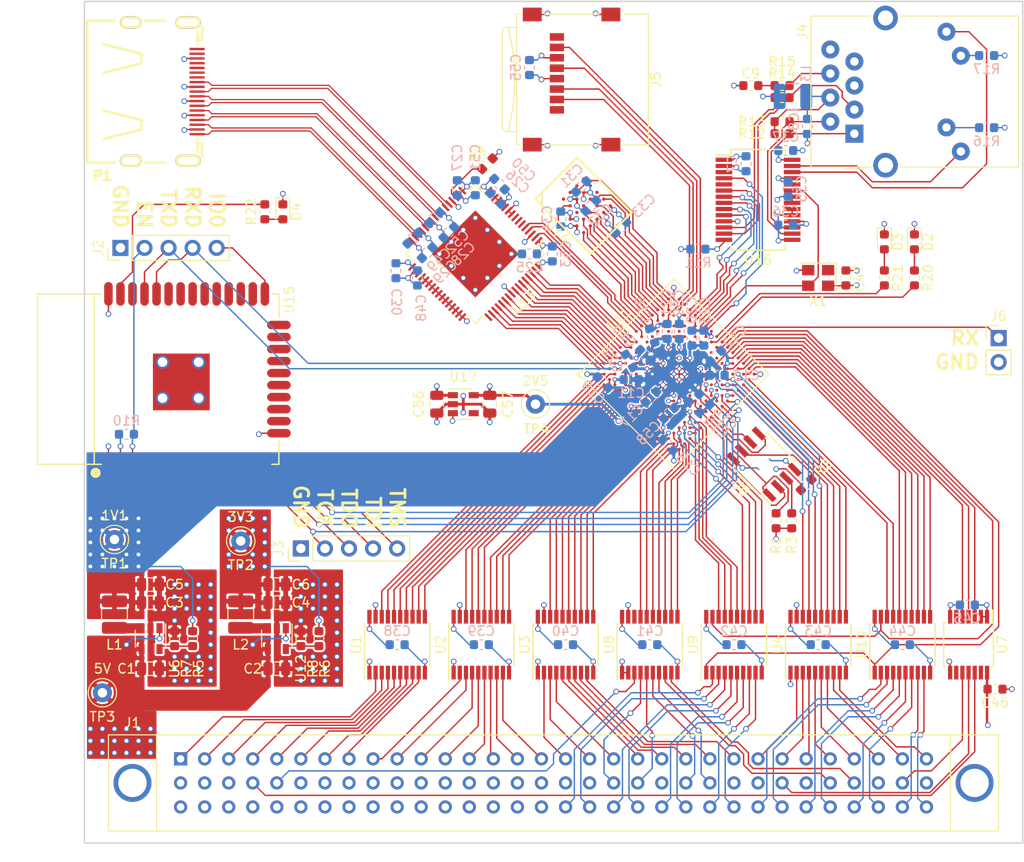
<source format=kicad_pcb>
(kicad_pcb (version 20171130) (host pcbnew 5.0.1)
  (layers (0 F.Cu signal) (1 "In1.Cu(GND)" power hide) (2 "In2.Cu(PWR)" power hide) (31 B.Cu signal) (34 B.Paste user) (35 F.Paste user) (36 B.SilkS user) (37 F.SilkS user) (38 B.Mask user) (39 F.Mask user) (44 Edge.Cuts user))
  (net 0 "")
  (net 1 A5)
  (net 2 A4)
  (net 3 A3)
  (net 4 A2)
  (net 5 A1)
  (net 6 A0)
  (net 7 A6)
  (net 8 A7)
  (net 9 GND)
  (net 10 LV_A7)
  (net 11 LV_A6)
  (net 12 LV_A0)
  (net 13 LV_A1)
  (net 14 LV_A2)
  (net 15 LV_A3)
  (net 16 LV_A4)
  (net 17 LV_A5)
  (net 18 LV_A8)
  (net 19 LV_A9)
  (net 20 LV_A10)
  (net 21 LV_A11)
  (net 22 LV_A12)
  (net 23 LV_A13)
  (net 24 LV_A14)
  (net 25 LV_A15)
  (net 26 A15)
  (net 27 A14)
  (net 28 A13)
  (net 29 A12)
  (net 30 A11)
  (net 31 A10)
  (net 32 A9)
  (net 33 A8)
  (net 34 A16)
  (net 35 A17)
  (net 36 A18)
  (net 37 A19)
  (net 38 A20)
  (net 39 A21)
  (net 40 A22)
  (net 41 A23)
  (net 42 LV_A23)
  (net 43 LV_A22)
  (net 44 LV_A21)
  (net 45 LV_A20)
  (net 46 LV_A19)
  (net 47 LV_A18)
  (net 48 LV_A17)
  (net 49 LV_A16)
  (net 50 LV_A24)
  (net 51 LV_A25)
  (net 52 LV_A26)
  (net 53 LV_A27)
  (net 54 LV_A28)
  (net 55 LV_A29)
  (net 56 LV_A30)
  (net 57 LV_A31)
  (net 58 A31)
  (net 59 A30)
  (net 60 A29)
  (net 61 A28)
  (net 62 A27)
  (net 63 A26)
  (net 64 A25)
  (net 65 A24)
  (net 66 "/IO Buffers/DDIR")
  (net 67 "/IO Buffers/DOE")
  (net 68 +3V3)
  (net 69 LV_RESET)
  (net 70 LV_DSACK1)
  (net 71 LV_MIRQ)
  (net 72 MIRQ)
  (net 73 DSACK1)
  (net 74 RESET)
  (net 75 +5V)
  (net 76 SIZ1)
  (net 77 SIZ0)
  (net 78 DS)
  (net 79 AS)
  (net 80 FC1)
  (net 81 FC0)
  (net 82 RW)
  (net 83 LV_RW)
  (net 84 LV_FC0)
  (net 85 LV_FC1)
  (net 86 LV_AS)
  (net 87 LV_DS)
  (net 88 LV_SIZ0)
  (net 89 LV_SIZ1)
  (net 90 "Net-(U8-Pad18)")
  (net 91 D16)
  (net 92 D17)
  (net 93 D18)
  (net 94 D19)
  (net 95 D20)
  (net 96 D21)
  (net 97 D22)
  (net 98 D23)
  (net 99 LV_D23)
  (net 100 LV_D22)
  (net 101 LV_D21)
  (net 102 LV_D20)
  (net 103 LV_D19)
  (net 104 LV_D18)
  (net 105 LV_D17)
  (net 106 LV_D16)
  (net 107 LV_D26)
  (net 108 LV_D25)
  (net 109 LV_D24)
  (net 110 LV_D27)
  (net 111 LV_D28)
  (net 112 LV_D29)
  (net 113 LV_D30)
  (net 114 LV_D31)
  (net 115 D31)
  (net 116 D30)
  (net 117 D29)
  (net 118 D28)
  (net 119 D27)
  (net 120 D24)
  (net 121 D25)
  (net 122 D26)
  (net 123 "Net-(J1-PadB7)")
  (net 124 "Net-(J1-PadB8)")
  (net 125 "Net-(J1-PadB10)")
  (net 126 "Net-(J1-PadB11)")
  (net 127 "Net-(J1-PadB13)")
  (net 128 "Net-(J1-PadB14)")
  (net 129 "Net-(J1-PadB16)")
  (net 130 "Net-(J1-PadB17)")
  (net 131 "Net-(J1-PadB25)")
  (net 132 "Net-(U7-Pad13)")
  (net 133 "Net-(R2-Pad1)")
  (net 134 "Net-(R3-Pad1)")
  (net 135 "Net-(L1-Pad1)")
  (net 136 "Net-(L2-Pad1)")
  (net 137 "Net-(R5-Pad2)")
  (net 138 "Net-(R6-Pad2)")
  (net 139 "Net-(R9-Pad1)")
  (net 140 "Net-(U13-Pad11)")
  (net 141 "Net-(U13-Pad49)")
  (net 142 "Net-(P1-Pad19)")
  (net 143 "Net-(P1-Pad18)")
  (net 144 "Net-(P1-Pad16)")
  (net 145 "Net-(P1-Pad15)")
  (net 146 "Net-(P1-Pad14)")
  (net 147 "Net-(P1-Pad13)")
  (net 148 "Net-(U14-PadA4)")
  (net 149 "Net-(U14-PadB1)")
  (net 150 CLK25)
  (net 151 "Net-(X1-Pad1)")
  (net 152 "Net-(U15-Pad4)")
  (net 153 "Net-(U15-Pad5)")
  (net 154 "Net-(U15-Pad6)")
  (net 155 "Net-(U15-Pad7)")
  (net 156 "Net-(U15-Pad8)")
  (net 157 "Net-(U15-Pad9)")
  (net 158 "Net-(U15-Pad14)")
  (net 159 "Net-(U15-Pad16)")
  (net 160 "Net-(U15-Pad17)")
  (net 161 "Net-(U15-Pad18)")
  (net 162 "Net-(U15-Pad19)")
  (net 163 "Net-(U15-Pad20)")
  (net 164 "Net-(U15-Pad21)")
  (net 165 "Net-(U15-Pad22)")
  (net 166 "Net-(U15-Pad23)")
  (net 167 "Net-(U15-Pad24)")
  (net 168 "Net-(U15-Pad28)")
  (net 169 "Net-(U15-Pad29)")
  (net 170 "Net-(U15-Pad30)")
  (net 171 "Net-(U15-Pad31)")
  (net 172 "Net-(U15-Pad32)")
  (net 173 "Net-(U15-Pad33)")
  (net 174 "Net-(J5-Pad8)")
  (net 175 "Net-(J5-Pad1)")
  (net 176 "/IO Buffers/SD_DO")
  (net 177 "/IO Buffers/SD_CK")
  (net 178 "/IO Buffers/SD_DI")
  (net 179 "/IO Buffers/SD_CS")
  (net 180 ESP_RXD)
  (net 181 ESP_TXD)
  (net 182 "/Power & Flash/ESP_EN")
  (net 183 "/Power & Flash/ESP_IO0")
  (net 184 "/Power & Flash/SPI_SCK")
  (net 185 "/Power & Flash/SPI_CS")
  (net 186 "/Power & Flash/SPI_MOSI")
  (net 187 "/Power & Flash/SPI_MISO")
  (net 188 /HDMI/HDMI_TXC-)
  (net 189 /HDMI/HDMI_TXC+)
  (net 190 /HDMI/HDMI_TX0-)
  (net 191 /HDMI/HDMI_TX0+)
  (net 192 /HDMI/HDMI_TX1-)
  (net 193 /HDMI/HDMI_TX1+)
  (net 194 /HDMI/HDMI_TX2-)
  (net 195 /HDMI/HDMI_TX2+)
  (net 196 /HDMI/RAM_CS)
  (net 197 /HDMI/RAM_DQ2)
  (net 198 /HDMI/RAM_DQ4)
  (net 199 /HDMI/RAM_DQ3)
  (net 200 /HDMI/RAM_DQ0)
  (net 201 /HDMI/RAM_DQ5)
  (net 202 /HDMI/RAM_RWDS)
  (net 203 /HDMI/RAM_DQ6)
  (net 204 /HDMI/RAM_DQ1)
  (net 205 /HDMI/RAM_DQ7)
  (net 206 /HDMI/RAM_CK)
  (net 207 /HDMI/HDMI_VSYNC)
  (net 208 /HDMI/HDMI_HSYNC)
  (net 209 /HDMI/HDMI_DE)
  (net 210 /HDMI/HDMI_DAT0)
  (net 211 /HDMI/HDMI_DAT1)
  (net 212 /HDMI/HDMI_DAT2)
  (net 213 /HDMI/HDMI_DAT3)
  (net 214 /HDMI/HDMI_DAT4)
  (net 215 /HDMI/HDMI_DAT5)
  (net 216 /HDMI/HDMI_CLK)
  (net 217 /HDMI/HDMI_DAT6)
  (net 218 /HDMI/HDMI_DAT7)
  (net 219 /HDMI/HDMI_DAT8)
  (net 220 /HDMI/HDMI_DAT9)
  (net 221 /HDMI/HDMI_DAT10)
  (net 222 /HDMI/HDMI_DAT11)
  (net 223 "Net-(U15-Pad36)")
  (net 224 "Net-(U13-Pad6)")
  (net 225 "Net-(U13-Pad7)")
  (net 226 "Net-(U13-Pad8)")
  (net 227 "Net-(J4-PadR5)")
  (net 228 "Net-(J4-PadR7)")
  (net 229 "Net-(J4-PadL2)")
  (net 230 "Net-(J4-PadL3)")
  (net 231 "Net-(U16-Pad3)")
  (net 232 "Net-(U16-Pad5)")
  (net 233 ETH_SO)
  (net 234 ETH_SI)
  (net 235 ETH_CK)
  (net 236 ETH_CS)
  (net 237 "Net-(R11-Pad2)")
  (net 238 "Net-(U16-Pad24)")
  (net 239 "Net-(C7-Pad1)")
  (net 240 /Ethernet/TCT)
  (net 241 "Net-(C9-Pad2)")
  (net 242 /Ethernet/TD+)
  (net 243 /Ethernet/TD-)
  (net 244 /Ethernet/RD+)
  (net 245 /Ethernet/RD-)
  (net 246 KBD_RX)
  (net 247 ETH_RESET)
  (net 248 ETH_INT)
  (net 249 "Net-(J1-PadB2)")
  (net 250 "Net-(J1-PadC1)")
  (net 251 "Net-(J1-PadC2)")
  (net 252 "Net-(J1-PadC3)")
  (net 253 "Net-(J1-PadC4)")
  (net 254 "Net-(J1-PadC5)")
  (net 255 "Net-(J1-PadC6)")
  (net 256 "Net-(J1-PadC7)")
  (net 257 "Net-(J1-PadC8)")
  (net 258 "Net-(J1-PadC9)")
  (net 259 "Net-(J1-PadC10)")
  (net 260 "Net-(J1-PadC11)")
  (net 261 "Net-(J1-PadC12)")
  (net 262 "Net-(J1-PadC13)")
  (net 263 "Net-(J1-PadC14)")
  (net 264 "Net-(J1-PadC15)")
  (net 265 "Net-(J1-PadC16)")
  (net 266 /Ethernet/LED_B)
  (net 267 /Ethernet/LED_A)
  (net 268 "Net-(D2-Pad2)")
  (net 269 "Net-(D3-Pad2)")
  (net 270 "Net-(D4-Pad2)")
  (net 271 LED0)
  (net 272 LED1)
  (net 273 ESP_LED)
  (net 274 +1V1)
  (net 275 +2V5)
  (net 276 "Net-(U11-PadM7)")
  (net 277 "Net-(U11-PadN7)")
  (net 278 "Net-(U11-PadP7)")
  (net 279 "Net-(U11-PadR7)")
  (net 280 "Net-(U11-PadM8)")
  (net 281 "Net-(U11-PadP8)")
  (net 282 "Net-(U11-PadR8)")
  (net 283 "Net-(U11-PadM9)")
  (net 284 "Net-(U11-PadP9)")
  (net 285 "Net-(U11-PadR9)")
  (net 286 "Net-(U11-PadT9)")
  (net 287 "Net-(U15-Pad26)")
  (net 288 "Net-(U15-Pad27)")
  (net 289 "Net-(U11-PadD4)")
  (net 290 "Net-(U11-PadE4)")
  (net 291 "Net-(U11-PadD5)")
  (net 292 "Net-(U11-PadE5)")
  (net 293 "Net-(U11-PadC6)")
  (net 294 "Net-(U11-PadD6)")
  (net 295 "Net-(U11-PadE6)")
  (net 296 "Net-(U11-PadC7)")
  (net 297 "Net-(U11-PadD7)")
  (net 298 "Net-(U11-PadE7)")
  (net 299 "Net-(U11-PadC8)")
  (net 300 "Net-(U11-PadD8)")
  (net 301 "Net-(U11-PadE8)")
  (net 302 "Net-(U11-PadC9)")
  (net 303 "Net-(U11-PadD9)")
  (net 304 "Net-(U11-PadE9)")
  (net 305 "Net-(U11-PadC10)")
  (net 306 "Net-(U11-PadD10)")
  (net 307 "Net-(U11-PadE10)")
  (net 308 "Net-(U11-PadC11)")
  (net 309 "Net-(U11-PadD11)")
  (net 310 "Net-(U11-PadE11)")
  (net 311 "Net-(U11-PadC12)")
  (net 312 "Net-(U11-PadD12)")
  (net 313 "Net-(U11-PadE12)")
  (net 314 "Net-(U11-PadD13)")
  (net 315 "Net-(U11-PadE13)")
  (net 316 "Net-(U11-PadF12)")
  (net 317 "Net-(U11-PadG12)")
  (net 318 "Net-(U11-PadH12)")
  (net 319 "Net-(U11-PadJ12)")
  (net 320 "Net-(U11-PadF13)")
  (net 321 "Net-(U11-PadG13)")
  (net 322 "Net-(U11-PadH13)")
  (net 323 "Net-(U11-PadJ13)")
  (net 324 "Net-(U11-PadC14)")
  (net 325 "Net-(U11-PadD14)")
  (net 326 "Net-(U11-PadE14)")
  (net 327 "Net-(U11-PadF14)")
  (net 328 "Net-(U11-PadG14)")
  (net 329 "Net-(U11-PadH14)")
  (net 330 "Net-(U11-PadJ14)")
  (net 331 "Net-(U11-PadK14)")
  (net 332 "Net-(U11-PadB15)")
  (net 333 "Net-(U11-PadM11)")
  (net 334 "Net-(U11-PadN11)")
  (net 335 "Net-(U11-PadP11)")
  (net 336 "Net-(U11-PadK12)")
  (net 337 "Net-(U11-PadL12)")
  (net 338 "Net-(U11-PadM12)")
  (net 339 "Net-(U11-PadK13)")
  (net 340 "Net-(U11-PadM13)")
  (net 341 "Net-(U11-PadN13)")
  (net 342 "Net-(U11-PadL14)")
  (net 343 "Net-(U11-PadM14)")
  (net 344 "Net-(U11-PadL15)")
  (net 345 "Net-(U11-PadD3)")
  (net 346 "Net-(U11-PadE3)")
  (net 347 "Net-(U11-PadF3)")
  (net 348 "Net-(U11-PadG3)")
  (net 349 "Net-(U11-PadH3)")
  (net 350 "Net-(U11-PadJ3)")
  (net 351 "Net-(U11-PadK3)")
  (net 352 "Net-(U11-PadF4)")
  (net 353 "Net-(U11-PadG4)")
  (net 354 "Net-(U11-PadH4)")
  (net 355 "Net-(U11-PadJ4)")
  (net 356 "Net-(U11-PadF5)")
  (net 357 "Net-(U11-PadG5)")
  (net 358 "Net-(U11-PadH5)")
  (net 359 "Net-(U11-PadJ5)")
  (net 360 "Net-(U11-PadL3)")
  (net 361 "Net-(U11-PadM3)")
  (net 362 "Net-(U11-PadN3)")
  (net 363 "Net-(U11-PadK4)")
  (net 364 "Net-(U11-PadL4)")
  (net 365 "Net-(U11-PadM4)")
  (net 366 "Net-(U11-PadN4)")
  (net 367 "Net-(U11-PadK5)")
  (net 368 "Net-(U11-PadL5)")
  (net 369 "Net-(U11-PadM5)")
  (net 370 "Net-(U11-PadN5)")
  (net 371 "Net-(U11-PadM6)")
  (net 372 TDO)
  (net 373 TCK)
  (net 374 TDI)
  (net 375 TMS)
  (net 376 "Net-(U17-Pad4)")
  (module Resistor_SMD:R_0603_1608Metric (layer F.Cu) (at 69.215 53.975 45)
    (fp_text reference R9 (at 0 -1.43 45) (layer F.SilkS))
    (fp_text value 510R hide)
    (pad 1 smd roundrect (at -0.787501 0 45) (size 0.875 0.95) (layers F.Cu F.Paste F.Mask) (net 139 "Net-(R9-Pad1)"))
    (pad 2 smd roundrect (at 0.787501 0 45) (size 0.875 0.95) (layers F.Cu F.Paste F.Mask) (net 68 +3V3))
  )
  (module parts:TFBGA25 (layer F.Cu) (at 79.375 58.42 135)
    (fp_text reference U14 (at 0 -4 135) (layer F.SilkS))
    (fp_text value IS66WVH8M8BLL-100B1LI hide)
    (pad E5 smd circle (at -2 2 315) (size 0.35 0.35) (layers F.Cu F.Paste F.Mask) (net 9 GND))
    (pad E4 smd circle (at -2 1 315) (size 0.35 0.35) (layers F.Cu F.Paste F.Mask) (net 68 +3V3))
    (pad E3 smd circle (at -2.000001 0 315) (size 0.35 0.35) (layers F.Cu F.Paste F.Mask) (net 201 /HDMI/RAM_DQ5))
    (pad E2 smd circle (at -2 -1 315) (size 0.35 0.35) (layers F.Cu F.Paste F.Mask) (net 203 /HDMI/RAM_DQ6))
    (pad E1 smd circle (at -2 -2 315) (size 0.35 0.35) (layers F.Cu F.Paste F.Mask) (net 205 /HDMI/RAM_DQ7))
    (pad D1 smd circle (at -1 -2 315) (size 0.35 0.35) (layers F.Cu F.Paste F.Mask) (net 68 +3V3))
    (pad D2 smd circle (at -1 -1 315) (size 0.35 0.35) (layers F.Cu F.Paste F.Mask) (net 204 /HDMI/RAM_DQ1))
    (pad D3 smd circle (at -1 0 315) (size 0.35 0.35) (layers F.Cu F.Paste F.Mask) (net 200 /HDMI/RAM_DQ0))
    (pad D4 smd circle (at -1 1 315) (size 0.35 0.35) (layers F.Cu F.Paste F.Mask) (net 199 /HDMI/RAM_DQ3))
    (pad D5 smd circle (at -1 2 315) (size 0.35 0.35) (layers F.Cu F.Paste F.Mask) (net 198 /HDMI/RAM_DQ4))
    (pad C5 smd circle (at 0 2.000001 315) (size 0.35 0.35) (layers F.Cu F.Paste F.Mask))
    (pad C4 smd circle (at 0 1 315) (size 0.35 0.35) (layers F.Cu F.Paste F.Mask) (net 197 /HDMI/RAM_DQ2))
    (pad C3 smd circle (at 0 0 315) (size 0.35 0.35) (layers F.Cu F.Paste F.Mask) (net 202 /HDMI/RAM_RWDS))
    (pad C2 smd circle (at 0 -1 315) (size 0.35 0.35) (layers F.Cu F.Paste F.Mask))
    (pad C1 smd circle (at 0 -2.000001 315) (size 0.35 0.35) (layers F.Cu F.Paste F.Mask) (net 9 GND))
    (pad B1 smd circle (at 1 -2 315) (size 0.35 0.35) (layers F.Cu F.Paste F.Mask) (net 149 "Net-(U14-PadB1)"))
    (pad B2 smd circle (at 1 -1 315) (size 0.35 0.35) (layers F.Cu F.Paste F.Mask) (net 206 /HDMI/RAM_CK))
    (pad B3 smd circle (at 1 0 315) (size 0.35 0.35) (layers F.Cu F.Paste F.Mask) (net 9 GND))
    (pad B4 smd circle (at 1 1 315) (size 0.35 0.35) (layers F.Cu F.Paste F.Mask) (net 68 +3V3))
    (pad B5 smd circle (at 1 2 315) (size 0.35 0.35) (layers F.Cu F.Paste F.Mask))
    (pad A5 smd circle (at 2 2 315) (size 0.35 0.35) (layers F.Cu F.Paste F.Mask))
    (pad A4 smd circle (at 2 1 315) (size 0.35 0.35) (layers F.Cu F.Paste F.Mask) (net 148 "Net-(U14-PadA4)"))
    (pad A3 smd circle (at 2.000001 0 315) (size 0.35 0.35) (layers F.Cu F.Paste F.Mask) (net 196 /HDMI/RAM_CS))
    (pad A2 smd circle (at 2 -1 315) (size 0.35 0.35) (layers F.Cu F.Paste F.Mask))
  )
  (module Package_QFP:LQFP-64-1EP_10x10mm_P0.5mm_EP6.5x6.5mm (layer F.Cu) (at 67.945 63.5 225)
    (fp_text reference U13 (at 0 -7.2 225) (layer F.SilkS))
    (fp_text value TFP410PAP hide)
    (pad 1 smd rect (at -5.7 -3.75 225) (size 1 0.25) (layers F.Cu F.Paste F.Mask) (net 68 +3V3))
    (pad 2 smd rect (at -5.7 -3.25 225) (size 1 0.25) (layers F.Cu F.Paste F.Mask) (net 209 /HDMI/HDMI_DE))
    (pad 3 smd rect (at -5.7 -2.75 225) (size 1 0.25) (layers F.Cu F.Paste F.Mask) (net 68 +3V3))
    (pad 4 smd rect (at -5.7 -2.25 225) (size 1 0.25) (layers F.Cu F.Paste F.Mask) (net 208 /HDMI/HDMI_HSYNC))
    (pad 5 smd rect (at -5.7 -1.75 225) (size 1 0.25) (layers F.Cu F.Paste F.Mask) (net 207 /HDMI/HDMI_VSYNC))
    (pad 6 smd rect (at -5.7 -1.25 225) (size 1 0.25) (layers F.Cu F.Paste F.Mask) (net 224 "Net-(U13-Pad6)"))
    (pad 7 smd rect (at -5.7 -0.75 225) (size 1 0.25) (layers F.Cu F.Paste F.Mask) (net 225 "Net-(U13-Pad7)"))
    (pad 8 smd rect (at -5.7 -0.25 225) (size 1 0.25) (layers F.Cu F.Paste F.Mask) (net 226 "Net-(U13-Pad8)"))
    (pad 9 smd rect (at -5.7 0.25 225) (size 1 0.25) (layers F.Cu F.Paste F.Mask) (net 68 +3V3))
    (pad 10 smd rect (at -5.7 0.75 225) (size 1 0.25) (layers F.Cu F.Paste F.Mask) (net 68 +3V3))
    (pad 11 smd rect (at -5.7 1.25 225) (size 1 0.25) (layers F.Cu F.Paste F.Mask) (net 140 "Net-(U13-Pad11)"))
    (pad 12 smd rect (at -5.7 1.75 225) (size 1 0.25) (layers F.Cu F.Paste F.Mask) (net 68 +3V3))
    (pad 13 smd rect (at -5.7 2.25 225) (size 1 0.25) (layers F.Cu F.Paste F.Mask) (net 9 GND))
    (pad 14 smd rect (at -5.7 2.75 225) (size 1 0.25) (layers F.Cu F.Paste F.Mask) (net 9 GND))
    (pad 15 smd rect (at -5.7 3.25 225) (size 1 0.25) (layers F.Cu F.Paste F.Mask) (net 9 GND))
    (pad 16 smd rect (at -5.7 3.75 225) (size 1 0.25) (layers F.Cu F.Paste F.Mask) (net 9 GND))
    (pad 17 smd rect (at -3.75 5.7 315) (size 1 0.25) (layers F.Cu F.Paste F.Mask) (net 9 GND))
    (pad 18 smd rect (at -3.25 5.7 315) (size 1 0.25) (layers F.Cu F.Paste F.Mask) (net 68 +3V3))
    (pad 19 smd rect (at -2.75 5.7 315) (size 1 0.25) (layers F.Cu F.Paste F.Mask) (net 139 "Net-(R9-Pad1)"))
    (pad 20 smd rect (at -2.25 5.7 315) (size 1 0.25) (layers F.Cu F.Paste F.Mask) (net 9 GND))
    (pad 21 smd rect (at -1.75 5.7 315) (size 1 0.25) (layers F.Cu F.Paste F.Mask) (net 188 /HDMI/HDMI_TXC-))
    (pad 22 smd rect (at -1.25 5.7 315) (size 1 0.25) (layers F.Cu F.Paste F.Mask) (net 189 /HDMI/HDMI_TXC+))
    (pad 23 smd rect (at -0.75 5.7 315) (size 1 0.25) (layers F.Cu F.Paste F.Mask) (net 68 +3V3))
    (pad 24 smd rect (at -0.25 5.7 315) (size 1 0.25) (layers F.Cu F.Paste F.Mask) (net 190 /HDMI/HDMI_TX0-))
    (pad 25 smd rect (at 0.25 5.7 315) (size 1 0.25) (layers F.Cu F.Paste F.Mask) (net 191 /HDMI/HDMI_TX0+))
    (pad 26 smd rect (at 0.75 5.7 315) (size 1 0.25) (layers F.Cu F.Paste F.Mask) (net 9 GND))
    (pad 27 smd rect (at 1.25 5.7 315) (size 1 0.25) (layers F.Cu F.Paste F.Mask) (net 192 /HDMI/HDMI_TX1-))
    (pad 28 smd rect (at 1.75 5.7 315) (size 1 0.25) (layers F.Cu F.Paste F.Mask) (net 193 /HDMI/HDMI_TX1+))
    (pad 29 smd rect (at 2.25 5.7 315) (size 1 0.25) (layers F.Cu F.Paste F.Mask) (net 68 +3V3))
    (pad 30 smd rect (at 2.75 5.7 315) (size 1 0.25) (layers F.Cu F.Paste F.Mask) (net 194 /HDMI/HDMI_TX2-))
    (pad 31 smd rect (at 3.25 5.7 315) (size 1 0.25) (layers F.Cu F.Paste F.Mask) (net 195 /HDMI/HDMI_TX2+))
    (pad 32 smd rect (at 3.75 5.7 315) (size 1 0.25) (layers F.Cu F.Paste F.Mask) (net 9 GND))
    (pad 33 smd rect (at 5.7 3.75 225) (size 1 0.25) (layers F.Cu F.Paste F.Mask) (net 68 +3V3))
    (pad 34 smd rect (at 5.7 3.25 225) (size 1 0.25) (layers F.Cu F.Paste F.Mask) (net 9 GND))
    (pad 35 smd rect (at 5.7 2.75 225) (size 1 0.25) (layers F.Cu F.Paste F.Mask) (net 9 GND))
    (pad 36 smd rect (at 5.7 2.25 225) (size 1 0.25) (layers F.Cu F.Paste F.Mask) (net 9 GND))
    (pad 37 smd rect (at 5.7 1.75 225) (size 1 0.25) (layers F.Cu F.Paste F.Mask) (net 9 GND))
    (pad 38 smd rect (at 5.7 1.25 225) (size 1 0.25) (layers F.Cu F.Paste F.Mask) (net 9 GND))
    (pad 39 smd rect (at 5.7 0.75 225) (size 1 0.25) (layers F.Cu F.Paste F.Mask) (net 9 GND))
    (pad 40 smd rect (at 5.7 0.25 225) (size 1 0.25) (layers F.Cu F.Paste F.Mask) (net 9 GND))
    (pad 41 smd rect (at 5.7 -0.25 225) (size 1 0.25) (layers F.Cu F.Paste F.Mask) (net 9 GND))
    (pad 42 smd rect (at 5.7 -0.75 225) (size 1 0.25) (layers F.Cu F.Paste F.Mask) (net 9 GND))
    (pad 43 smd rect (at 5.7 -1.25 225) (size 1 0.25) (layers F.Cu F.Paste F.Mask) (net 9 GND))
    (pad 44 smd rect (at 5.7 -1.75 225) (size 1 0.25) (layers F.Cu F.Paste F.Mask) (net 9 GND))
    (pad 45 smd rect (at 5.7 -2.25 225) (size 1 0.25) (layers F.Cu F.Paste F.Mask) (net 9 GND))
    (pad 46 smd rect (at 5.7 -2.75 225) (size 1 0.25) (layers F.Cu F.Paste F.Mask) (net 9 GND))
    (pad 47 smd rect (at 5.7 -3.25 225) (size 1 0.25) (layers F.Cu F.Paste F.Mask) (net 9 GND))
    (pad 48 smd rect (at 5.7 -3.75 225) (size 1 0.25) (layers F.Cu F.Paste F.Mask) (net 9 GND))
    (pad 49 smd rect (at 3.75 -5.7 315) (size 1 0.25) (layers F.Cu F.Paste F.Mask) (net 141 "Net-(U13-Pad49)"))
    (pad 50 smd rect (at 3.25 -5.7 315) (size 1 0.25) (layers F.Cu F.Paste F.Mask) (net 222 /HDMI/HDMI_DAT11))
    (pad 51 smd rect (at 2.75 -5.7 315) (size 1 0.25) (layers F.Cu F.Paste F.Mask) (net 221 /HDMI/HDMI_DAT10))
    (pad 52 smd rect (at 2.25 -5.7 315) (size 1 0.25) (layers F.Cu F.Paste F.Mask) (net 220 /HDMI/HDMI_DAT9))
    (pad 53 smd rect (at 1.75 -5.7 315) (size 1 0.25) (layers F.Cu F.Paste F.Mask) (net 219 /HDMI/HDMI_DAT8))
    (pad 54 smd rect (at 1.25 -5.7 315) (size 1 0.25) (layers F.Cu F.Paste F.Mask) (net 218 /HDMI/HDMI_DAT7))
    (pad 55 smd rect (at 0.75 -5.7 315) (size 1 0.25) (layers F.Cu F.Paste F.Mask) (net 217 /HDMI/HDMI_DAT6))
    (pad 56 smd rect (at 0.25 -5.7 315) (size 1 0.25) (layers F.Cu F.Paste F.Mask) (net 9 GND))
    (pad 57 smd rect (at -0.25 -5.7 315) (size 1 0.25) (layers F.Cu F.Paste F.Mask) (net 216 /HDMI/HDMI_CLK))
    (pad 58 smd rect (at -0.75 -5.7 315) (size 1 0.25) (layers F.Cu F.Paste F.Mask) (net 215 /HDMI/HDMI_DAT5))
    (pad 59 smd rect (at -1.25 -5.7 315) (size 1 0.25) (layers F.Cu F.Paste F.Mask) (net 214 /HDMI/HDMI_DAT4))
    (pad 60 smd rect (at -1.75 -5.7 315) (size 1 0.25) (layers F.Cu F.Paste F.Mask) (net 213 /HDMI/HDMI_DAT3))
    (pad 61 smd rect (at -2.25 -5.7 315) (size 1 0.25) (layers F.Cu F.Paste F.Mask) (net 212 /HDMI/HDMI_DAT2))
    (pad 62 smd rect (at -2.75 -5.7 315) (size 1 0.25) (layers F.Cu F.Paste F.Mask) (net 211 /HDMI/HDMI_DAT1))
    (pad 63 smd rect (at -3.25 -5.7 315) (size 1 0.25) (layers F.Cu F.Paste F.Mask) (net 210 /HDMI/HDMI_DAT0))
    (pad 64 smd rect (at -3.75 -5.7 315) (size 1 0.25) (layers F.Cu F.Paste F.Mask) (net 9 GND))
    (pad 65 smd rect (at 0 0 225) (size 6.5 6.5) (layers F.Cu F.Mask) (net 9 GND))
  )
  (module Package_SO:TSSOP-20_4.4x6.5mm_P0.65mm (layer F.Cu) (at 59.69 104.775 90)
    (fp_text reference U1 (at 0 -4.3 90) (layer F.SilkS))
    (fp_text value 74LVC245 hide)
    (pad 1 smd rect (at -2.95 -2.925 90) (size 1.45 0.45) (layers F.Cu F.Paste F.Mask) (net 68 +3V3))
    (pad 2 smd rect (at -2.95 -2.275 90) (size 1.45 0.45) (layers F.Cu F.Paste F.Mask) (net 1 A5))
    (pad 3 smd rect (at -2.95 -1.625 90) (size 1.45 0.45) (layers F.Cu F.Paste F.Mask) (net 2 A4))
    (pad 4 smd rect (at -2.95 -0.975 90) (size 1.45 0.45) (layers F.Cu F.Paste F.Mask) (net 3 A3))
    (pad 5 smd rect (at -2.95 -0.325 90) (size 1.45 0.45) (layers F.Cu F.Paste F.Mask) (net 4 A2))
    (pad 6 smd rect (at -2.95 0.325 90) (size 1.45 0.45) (layers F.Cu F.Paste F.Mask) (net 5 A1))
    (pad 7 smd rect (at -2.95 0.975 90) (size 1.45 0.45) (layers F.Cu F.Paste F.Mask) (net 6 A0))
    (pad 8 smd rect (at -2.95 1.625 90) (size 1.45 0.45) (layers F.Cu F.Paste F.Mask) (net 7 A6))
    (pad 9 smd rect (at -2.95 2.275 90) (size 1.45 0.45) (layers F.Cu F.Paste F.Mask) (net 8 A7))
    (pad 10 smd rect (at -2.95 2.925 90) (size 1.45 0.45) (layers F.Cu F.Paste F.Mask) (net 9 GND))
    (pad 11 smd rect (at 2.95 2.925 90) (size 1.45 0.45) (layers F.Cu F.Paste F.Mask) (net 10 LV_A7))
    (pad 12 smd rect (at 2.95 2.275 90) (size 1.45 0.45) (layers F.Cu F.Paste F.Mask) (net 11 LV_A6))
    (pad 13 smd rect (at 2.95 1.625 90) (size 1.45 0.45) (layers F.Cu F.Paste F.Mask) (net 12 LV_A0))
    (pad 14 smd rect (at 2.95 0.975 90) (size 1.45 0.45) (layers F.Cu F.Paste F.Mask) (net 13 LV_A1))
    (pad 15 smd rect (at 2.95 0.325 90) (size 1.45 0.45) (layers F.Cu F.Paste F.Mask) (net 14 LV_A2))
    (pad 16 smd rect (at 2.95 -0.325 90) (size 1.45 0.45) (layers F.Cu F.Paste F.Mask) (net 15 LV_A3))
    (pad 17 smd rect (at 2.95 -0.975 90) (size 1.45 0.45) (layers F.Cu F.Paste F.Mask) (net 16 LV_A4))
    (pad 18 smd rect (at 2.95 -1.625 90) (size 1.45 0.45) (layers F.Cu F.Paste F.Mask) (net 17 LV_A5))
    (pad 19 smd rect (at 2.95 -2.275 90) (size 1.45 0.45) (layers F.Cu F.Paste F.Mask) (net 9 GND))
    (pad 20 smd rect (at 2.95 -2.925 90) (size 1.45 0.45) (layers F.Cu F.Paste F.Mask) (net 68 +3V3))
  )
  (module Package_SO:TSSOP-20_4.4x6.5mm_P0.65mm (layer F.Cu) (at 68.58 104.775 90)
    (fp_text reference U2 (at 0 -4.3 90) (layer F.SilkS))
    (fp_text value 74LVC245 hide)
    (pad 20 smd rect (at 2.95 -2.925 90) (size 1.45 0.45) (layers F.Cu F.Paste F.Mask) (net 68 +3V3))
    (pad 19 smd rect (at 2.95 -2.275 90) (size 1.45 0.45) (layers F.Cu F.Paste F.Mask) (net 9 GND))
    (pad 18 smd rect (at 2.95 -1.625 90) (size 1.45 0.45) (layers F.Cu F.Paste F.Mask) (net 18 LV_A8))
    (pad 17 smd rect (at 2.95 -0.975 90) (size 1.45 0.45) (layers F.Cu F.Paste F.Mask) (net 19 LV_A9))
    (pad 16 smd rect (at 2.95 -0.325 90) (size 1.45 0.45) (layers F.Cu F.Paste F.Mask) (net 20 LV_A10))
    (pad 15 smd rect (at 2.95 0.325 90) (size 1.45 0.45) (layers F.Cu F.Paste F.Mask) (net 21 LV_A11))
    (pad 14 smd rect (at 2.95 0.975 90) (size 1.45 0.45) (layers F.Cu F.Paste F.Mask) (net 22 LV_A12))
    (pad 13 smd rect (at 2.95 1.625 90) (size 1.45 0.45) (layers F.Cu F.Paste F.Mask) (net 23 LV_A13))
    (pad 12 smd rect (at 2.95 2.275 90) (size 1.45 0.45) (layers F.Cu F.Paste F.Mask) (net 24 LV_A14))
    (pad 11 smd rect (at 2.95 2.925 90) (size 1.45 0.45) (layers F.Cu F.Paste F.Mask) (net 25 LV_A15))
    (pad 10 smd rect (at -2.95 2.925 90) (size 1.45 0.45) (layers F.Cu F.Paste F.Mask) (net 9 GND))
    (pad 9 smd rect (at -2.95 2.275 90) (size 1.45 0.45) (layers F.Cu F.Paste F.Mask) (net 26 A15))
    (pad 8 smd rect (at -2.95 1.625 90) (size 1.45 0.45) (layers F.Cu F.Paste F.Mask) (net 27 A14))
    (pad 7 smd rect (at -2.95 0.975 90) (size 1.45 0.45) (layers F.Cu F.Paste F.Mask) (net 28 A13))
    (pad 6 smd rect (at -2.95 0.325 90) (size 1.45 0.45) (layers F.Cu F.Paste F.Mask) (net 29 A12))
    (pad 5 smd rect (at -2.95 -0.325 90) (size 1.45 0.45) (layers F.Cu F.Paste F.Mask) (net 30 A11))
    (pad 4 smd rect (at -2.95 -0.975 90) (size 1.45 0.45) (layers F.Cu F.Paste F.Mask) (net 31 A10))
    (pad 3 smd rect (at -2.95 -1.625 90) (size 1.45 0.45) (layers F.Cu F.Paste F.Mask) (net 32 A9))
    (pad 2 smd rect (at -2.95 -2.275 90) (size 1.45 0.45) (layers F.Cu F.Paste F.Mask) (net 33 A8))
    (pad 1 smd rect (at -2.95 -2.925 90) (size 1.45 0.45) (layers F.Cu F.Paste F.Mask) (net 68 +3V3))
  )
  (module Package_SO:TSSOP-20_4.4x6.5mm_P0.65mm (layer F.Cu) (at 77.47 104.775 90)
    (fp_text reference U3 (at 0 -4.3 90) (layer F.SilkS))
    (fp_text value 74LVC245 hide)
    (pad 1 smd rect (at -2.95 -2.925 90) (size 1.45 0.45) (layers F.Cu F.Paste F.Mask) (net 68 +3V3))
    (pad 2 smd rect (at -2.95 -2.275 90) (size 1.45 0.45) (layers F.Cu F.Paste F.Mask) (net 34 A16))
    (pad 3 smd rect (at -2.95 -1.625 90) (size 1.45 0.45) (layers F.Cu F.Paste F.Mask) (net 35 A17))
    (pad 4 smd rect (at -2.95 -0.975 90) (size 1.45 0.45) (layers F.Cu F.Paste F.Mask) (net 36 A18))
    (pad 5 smd rect (at -2.95 -0.325 90) (size 1.45 0.45) (layers F.Cu F.Paste F.Mask) (net 37 A19))
    (pad 6 smd rect (at -2.95 0.325 90) (size 1.45 0.45) (layers F.Cu F.Paste F.Mask) (net 38 A20))
    (pad 7 smd rect (at -2.95 0.975 90) (size 1.45 0.45) (layers F.Cu F.Paste F.Mask) (net 39 A21))
    (pad 8 smd rect (at -2.95 1.625 90) (size 1.45 0.45) (layers F.Cu F.Paste F.Mask) (net 40 A22))
    (pad 9 smd rect (at -2.95 2.275 90) (size 1.45 0.45) (layers F.Cu F.Paste F.Mask) (net 41 A23))
    (pad 10 smd rect (at -2.95 2.925 90) (size 1.45 0.45) (layers F.Cu F.Paste F.Mask) (net 9 GND))
    (pad 11 smd rect (at 2.95 2.925 90) (size 1.45 0.45) (layers F.Cu F.Paste F.Mask) (net 42 LV_A23))
    (pad 12 smd rect (at 2.95 2.275 90) (size 1.45 0.45) (layers F.Cu F.Paste F.Mask) (net 43 LV_A22))
    (pad 13 smd rect (at 2.95 1.625 90) (size 1.45 0.45) (layers F.Cu F.Paste F.Mask) (net 44 LV_A21))
    (pad 14 smd rect (at 2.95 0.975 90) (size 1.45 0.45) (layers F.Cu F.Paste F.Mask) (net 45 LV_A20))
    (pad 15 smd rect (at 2.95 0.325 90) (size 1.45 0.45) (layers F.Cu F.Paste F.Mask) (net 46 LV_A19))
    (pad 16 smd rect (at 2.95 -0.325 90) (size 1.45 0.45) (layers F.Cu F.Paste F.Mask) (net 47 LV_A18))
    (pad 17 smd rect (at 2.95 -0.975 90) (size 1.45 0.45) (layers F.Cu F.Paste F.Mask) (net 48 LV_A17))
    (pad 18 smd rect (at 2.95 -1.625 90) (size 1.45 0.45) (layers F.Cu F.Paste F.Mask) (net 49 LV_A16))
    (pad 19 smd rect (at 2.95 -2.275 90) (size 1.45 0.45) (layers F.Cu F.Paste F.Mask) (net 9 GND))
    (pad 20 smd rect (at 2.95 -2.925 90) (size 1.45 0.45) (layers F.Cu F.Paste F.Mask) (net 68 +3V3))
  )
  (module Package_SO:TSSOP-20_4.4x6.5mm_P0.65mm (layer F.Cu) (at 104.14 104.775 90)
    (fp_text reference U4 (at 0 -4.3 90) (layer F.SilkS))
    (fp_text value 74LVC245 hide)
    (pad 20 smd rect (at 2.95 -2.925 90) (size 1.45 0.45) (layers F.Cu F.Paste F.Mask) (net 68 +3V3))
    (pad 19 smd rect (at 2.95 -2.275 90) (size 1.45 0.45) (layers F.Cu F.Paste F.Mask) (net 9 GND))
    (pad 18 smd rect (at 2.95 -1.625 90) (size 1.45 0.45) (layers F.Cu F.Paste F.Mask) (net 50 LV_A24))
    (pad 17 smd rect (at 2.95 -0.975 90) (size 1.45 0.45) (layers F.Cu F.Paste F.Mask) (net 51 LV_A25))
    (pad 16 smd rect (at 2.95 -0.325 90) (size 1.45 0.45) (layers F.Cu F.Paste F.Mask) (net 52 LV_A26))
    (pad 15 smd rect (at 2.95 0.325 90) (size 1.45 0.45) (layers F.Cu F.Paste F.Mask) (net 53 LV_A27))
    (pad 14 smd rect (at 2.95 0.975 90) (size 1.45 0.45) (layers F.Cu F.Paste F.Mask) (net 54 LV_A28))
    (pad 13 smd rect (at 2.95 1.625 90) (size 1.45 0.45) (layers F.Cu F.Paste F.Mask) (net 55 LV_A29))
    (pad 12 smd rect (at 2.95 2.275 90) (size 1.45 0.45) (layers F.Cu F.Paste F.Mask) (net 56 LV_A30))
    (pad 11 smd rect (at 2.95 2.925 90) (size 1.45 0.45) (layers F.Cu F.Paste F.Mask) (net 57 LV_A31))
    (pad 10 smd rect (at -2.95 2.925 90) (size 1.45 0.45) (layers F.Cu F.Paste F.Mask) (net 9 GND))
    (pad 9 smd rect (at -2.95 2.275 90) (size 1.45 0.45) (layers F.Cu F.Paste F.Mask) (net 58 A31))
    (pad 8 smd rect (at -2.95 1.625 90) (size 1.45 0.45) (layers F.Cu F.Paste F.Mask) (net 59 A30))
    (pad 7 smd rect (at -2.95 0.975 90) (size 1.45 0.45) (layers F.Cu F.Paste F.Mask) (net 60 A29))
    (pad 6 smd rect (at -2.95 0.325 90) (size 1.45 0.45) (layers F.Cu F.Paste F.Mask) (net 61 A28))
    (pad 5 smd rect (at -2.95 -0.325 90) (size 1.45 0.45) (layers F.Cu F.Paste F.Mask) (net 62 A27))
    (pad 4 smd rect (at -2.95 -0.975 90) (size 1.45 0.45) (layers F.Cu F.Paste F.Mask) (net 63 A26))
    (pad 3 smd rect (at -2.95 -1.625 90) (size 1.45 0.45) (layers F.Cu F.Paste F.Mask) (net 64 A25))
    (pad 2 smd rect (at -2.95 -2.275 90) (size 1.45 0.45) (layers F.Cu F.Paste F.Mask) (net 65 A24))
    (pad 1 smd rect (at -2.95 -2.925 90) (size 1.45 0.45) (layers F.Cu F.Paste F.Mask) (net 68 +3V3))
  )
  (module Package_SO:TSSOP-14_4.4x5mm_P0.65mm (layer F.Cu) (at 120.015 104.775 270)
    (fp_text reference U7 (at 0 -3.55 270) (layer F.SilkS))
    (fp_text value TXS0104E hide)
    (pad 1 smd rect (at -2.95 -1.95 270) (size 1.45 0.45) (layers F.Cu F.Paste F.Mask) (net 68 +3V3))
    (pad 2 smd rect (at -2.95 -1.3 270) (size 1.45 0.45) (layers F.Cu F.Paste F.Mask) (net 68 +3V3))
    (pad 3 smd rect (at -2.95 -0.65 270) (size 1.45 0.45) (layers F.Cu F.Paste F.Mask) (net 69 LV_RESET))
    (pad 4 smd rect (at -2.95 0 270) (size 1.45 0.45) (layers F.Cu F.Paste F.Mask) (net 70 LV_DSACK1))
    (pad 5 smd rect (at -2.95 0.65 270) (size 1.45 0.45) (layers F.Cu F.Paste F.Mask) (net 71 LV_MIRQ))
    (pad 6 smd rect (at -2.95 1.3 270) (size 1.45 0.45) (layers F.Cu F.Paste F.Mask))
    (pad 7 smd rect (at -2.95 1.95 270) (size 1.45 0.45) (layers F.Cu F.Paste F.Mask) (net 9 GND))
    (pad 8 smd rect (at 2.95 1.95 270) (size 1.45 0.45) (layers F.Cu F.Paste F.Mask) (net 68 +3V3))
    (pad 9 smd rect (at 2.95 1.3 270) (size 1.45 0.45) (layers F.Cu F.Paste F.Mask))
    (pad 10 smd rect (at 2.95 0.65 270) (size 1.45 0.45) (layers F.Cu F.Paste F.Mask) (net 72 MIRQ))
    (pad 11 smd rect (at 2.95 0 270) (size 1.45 0.45) (layers F.Cu F.Paste F.Mask) (net 73 DSACK1))
    (pad 12 smd rect (at 2.95 -0.65 270) (size 1.45 0.45) (layers F.Cu F.Paste F.Mask) (net 74 RESET))
    (pad 13 smd rect (at 2.95 -1.3 270) (size 1.45 0.45) (layers F.Cu F.Paste F.Mask) (net 132 "Net-(U7-Pad13)"))
    (pad 14 smd rect (at 2.95 -1.95 270) (size 1.45 0.45) (layers F.Cu F.Paste F.Mask) (net 75 +5V))
  )
  (module Package_SO:TSSOP-20_4.4x6.5mm_P0.65mm (layer F.Cu) (at 86.36 104.775 90)
    (fp_text reference U8 (at 0 -4.3 90) (layer F.SilkS))
    (fp_text value 74LVC245 hide)
    (pad 1 smd rect (at -2.95 -2.925 90) (size 1.45 0.45) (layers F.Cu F.Paste F.Mask) (net 68 +3V3))
    (pad 2 smd rect (at -2.95 -2.275 90) (size 1.45 0.45) (layers F.Cu F.Paste F.Mask) (net 68 +3V3))
    (pad 3 smd rect (at -2.95 -1.625 90) (size 1.45 0.45) (layers F.Cu F.Paste F.Mask) (net 82 RW))
    (pad 4 smd rect (at -2.95 -0.975 90) (size 1.45 0.45) (layers F.Cu F.Paste F.Mask) (net 81 FC0))
    (pad 5 smd rect (at -2.95 -0.325 90) (size 1.45 0.45) (layers F.Cu F.Paste F.Mask) (net 80 FC1))
    (pad 6 smd rect (at -2.95 0.325 90) (size 1.45 0.45) (layers F.Cu F.Paste F.Mask) (net 79 AS))
    (pad 7 smd rect (at -2.95 0.975 90) (size 1.45 0.45) (layers F.Cu F.Paste F.Mask) (net 78 DS))
    (pad 8 smd rect (at -2.95 1.625 90) (size 1.45 0.45) (layers F.Cu F.Paste F.Mask) (net 77 SIZ0))
    (pad 9 smd rect (at -2.95 2.275 90) (size 1.45 0.45) (layers F.Cu F.Paste F.Mask) (net 76 SIZ1))
    (pad 10 smd rect (at -2.95 2.925 90) (size 1.45 0.45) (layers F.Cu F.Paste F.Mask) (net 9 GND))
    (pad 11 smd rect (at 2.95 2.925 90) (size 1.45 0.45) (layers F.Cu F.Paste F.Mask) (net 89 LV_SIZ1))
    (pad 12 smd rect (at 2.95 2.275 90) (size 1.45 0.45) (layers F.Cu F.Paste F.Mask) (net 88 LV_SIZ0))
    (pad 13 smd rect (at 2.95 1.625 90) (size 1.45 0.45) (layers F.Cu F.Paste F.Mask) (net 87 LV_DS))
    (pad 14 smd rect (at 2.95 0.975 90) (size 1.45 0.45) (layers F.Cu F.Paste F.Mask) (net 86 LV_AS))
    (pad 15 smd rect (at 2.95 0.325 90) (size 1.45 0.45) (layers F.Cu F.Paste F.Mask) (net 85 LV_FC1))
    (pad 16 smd rect (at 2.95 -0.325 90) (size 1.45 0.45) (layers F.Cu F.Paste F.Mask) (net 84 LV_FC0))
    (pad 17 smd rect (at 2.95 -0.975 90) (size 1.45 0.45) (layers F.Cu F.Paste F.Mask) (net 83 LV_RW))
    (pad 18 smd rect (at 2.95 -1.625 90) (size 1.45 0.45) (layers F.Cu F.Paste F.Mask) (net 90 "Net-(U8-Pad18)"))
    (pad 19 smd rect (at 2.95 -2.275 90) (size 1.45 0.45) (layers F.Cu F.Paste F.Mask) (net 9 GND))
    (pad 20 smd rect (at 2.95 -2.925 90) (size 1.45 0.45) (layers F.Cu F.Paste F.Mask) (net 68 +3V3))
  )
  (module Package_SO:TSSOP-20_4.4x6.5mm_P0.65mm (layer F.Cu) (at 95.25 104.775 90)
    (fp_text reference U9 (at 0 -4.3 90) (layer F.SilkS))
    (fp_text value 74LVC245 hide)
    (pad 1 smd rect (at -2.95 -2.925 90) (size 1.45 0.45) (layers F.Cu F.Paste F.Mask) (net 66 "/IO Buffers/DDIR"))
    (pad 2 smd rect (at -2.95 -2.275 90) (size 1.45 0.45) (layers F.Cu F.Paste F.Mask) (net 91 D16))
    (pad 3 smd rect (at -2.95 -1.625 90) (size 1.45 0.45) (layers F.Cu F.Paste F.Mask) (net 92 D17))
    (pad 4 smd rect (at -2.95 -0.975 90) (size 1.45 0.45) (layers F.Cu F.Paste F.Mask) (net 93 D18))
    (pad 5 smd rect (at -2.95 -0.325 90) (size 1.45 0.45) (layers F.Cu F.Paste F.Mask) (net 94 D19))
    (pad 6 smd rect (at -2.95 0.325 90) (size 1.45 0.45) (layers F.Cu F.Paste F.Mask) (net 95 D20))
    (pad 7 smd rect (at -2.95 0.975 90) (size 1.45 0.45) (layers F.Cu F.Paste F.Mask) (net 96 D21))
    (pad 8 smd rect (at -2.95 1.625 90) (size 1.45 0.45) (layers F.Cu F.Paste F.Mask) (net 97 D22))
    (pad 9 smd rect (at -2.95 2.275 90) (size 1.45 0.45) (layers F.Cu F.Paste F.Mask) (net 98 D23))
    (pad 10 smd rect (at -2.95 2.925 90) (size 1.45 0.45) (layers F.Cu F.Paste F.Mask) (net 9 GND))
    (pad 11 smd rect (at 2.95 2.925 90) (size 1.45 0.45) (layers F.Cu F.Paste F.Mask) (net 99 LV_D23))
    (pad 12 smd rect (at 2.95 2.275 90) (size 1.45 0.45) (layers F.Cu F.Paste F.Mask) (net 100 LV_D22))
    (pad 13 smd rect (at 2.95 1.625 90) (size 1.45 0.45) (layers F.Cu F.Paste F.Mask) (net 101 LV_D21))
    (pad 14 smd rect (at 2.95 0.975 90) (size 1.45 0.45) (layers F.Cu F.Paste F.Mask) (net 102 LV_D20))
    (pad 15 smd rect (at 2.95 0.325 90) (size 1.45 0.45) (layers F.Cu F.Paste F.Mask) (net 103 LV_D19))
    (pad 16 smd rect (at 2.95 -0.325 90) (size 1.45 0.45) (layers F.Cu F.Paste F.Mask) (net 104 LV_D18))
    (pad 17 smd rect (at 2.95 -0.975 90) (size 1.45 0.45) (layers F.Cu F.Paste F.Mask) (net 105 LV_D17))
    (pad 18 smd rect (at 2.95 -1.625 90) (size 1.45 0.45) (layers F.Cu F.Paste F.Mask) (net 106 LV_D16))
    (pad 19 smd rect (at 2.95 -2.275 90) (size 1.45 0.45) (layers F.Cu F.Paste F.Mask) (net 67 "/IO Buffers/DOE"))
    (pad 20 smd rect (at 2.95 -2.925 90) (size 1.45 0.45) (layers F.Cu F.Paste F.Mask) (net 68 +3V3))
  )
  (module Package_SO:TSSOP-20_4.4x6.5mm_P0.65mm (layer F.Cu) (at 113.03 104.775 90)
    (fp_text reference U10 (at 0 -4.3 90) (layer F.SilkS))
    (fp_text value 74LVC245 hide)
    (pad 20 smd rect (at 2.95 -2.925 90) (size 1.45 0.45) (layers F.Cu F.Paste F.Mask) (net 68 +3V3))
    (pad 19 smd rect (at 2.95 -2.275 90) (size 1.45 0.45) (layers F.Cu F.Paste F.Mask) (net 67 "/IO Buffers/DOE"))
    (pad 18 smd rect (at 2.95 -1.625 90) (size 1.45 0.45) (layers F.Cu F.Paste F.Mask) (net 107 LV_D26))
    (pad 17 smd rect (at 2.95 -0.975 90) (size 1.45 0.45) (layers F.Cu F.Paste F.Mask) (net 108 LV_D25))
    (pad 16 smd rect (at 2.95 -0.325 90) (size 1.45 0.45) (layers F.Cu F.Paste F.Mask) (net 109 LV_D24))
    (pad 15 smd rect (at 2.95 0.325 90) (size 1.45 0.45) (layers F.Cu F.Paste F.Mask) (net 110 LV_D27))
    (pad 14 smd rect (at 2.95 0.975 90) (size 1.45 0.45) (layers F.Cu F.Paste F.Mask) (net 111 LV_D28))
    (pad 13 smd rect (at 2.95 1.625 90) (size 1.45 0.45) (layers F.Cu F.Paste F.Mask) (net 112 LV_D29))
    (pad 12 smd rect (at 2.95 2.275 90) (size 1.45 0.45) (layers F.Cu F.Paste F.Mask) (net 113 LV_D30))
    (pad 11 smd rect (at 2.95 2.925 90) (size 1.45 0.45) (layers F.Cu F.Paste F.Mask) (net 114 LV_D31))
    (pad 10 smd rect (at -2.95 2.925 90) (size 1.45 0.45) (layers F.Cu F.Paste F.Mask) (net 9 GND))
    (pad 9 smd rect (at -2.95 2.275 90) (size 1.45 0.45) (layers F.Cu F.Paste F.Mask) (net 115 D31))
    (pad 8 smd rect (at -2.95 1.625 90) (size 1.45 0.45) (layers F.Cu F.Paste F.Mask) (net 116 D30))
    (pad 7 smd rect (at -2.95 0.975 90) (size 1.45 0.45) (layers F.Cu F.Paste F.Mask) (net 117 D29))
    (pad 6 smd rect (at -2.95 0.325 90) (size 1.45 0.45) (layers F.Cu F.Paste F.Mask) (net 118 D28))
    (pad 5 smd rect (at -2.95 -0.325 90) (size 1.45 0.45) (layers F.Cu F.Paste F.Mask) (net 119 D27))
    (pad 4 smd rect (at -2.95 -0.975 90) (size 1.45 0.45) (layers F.Cu F.Paste F.Mask) (net 120 D24))
    (pad 3 smd rect (at -2.95 -1.625 90) (size 1.45 0.45) (layers F.Cu F.Paste F.Mask) (net 121 D25))
    (pad 2 smd rect (at -2.95 -2.275 90) (size 1.45 0.45) (layers F.Cu F.Paste F.Mask) (net 122 D26))
    (pad 1 smd rect (at -2.95 -2.925 90) (size 1.45 0.45) (layers F.Cu F.Paste F.Mask) (net 66 "/IO Buffers/DDIR"))
  )
  (module parts:C96ABCM (layer F.Cu) (at 36.83 116.84)
    (fp_text reference J1 (at -5.08 -3.81) (layer F.SilkS))
    (fp_text value C96)
    (pad 65 thru_hole circle (at -5.08 2.54) (size 4 4) (drill 3) (layers *.Cu *.Mask))
    (pad 66 thru_hole circle (at 83.82 2.54) (size 4 4) (drill 3) (layers *.Cu *.Mask))
    (pad A3 thru_hole circle (at 5.08 0) (size 1.4 1.4) (drill 0.8) (layers *.Cu *.Mask) (net 3 A3))
    (pad A4 thru_hole circle (at 7.62 0) (size 1.4 1.4) (drill 0.8) (layers *.Cu *.Mask) (net 4 A2))
    (pad A5 thru_hole circle (at 10.16 0) (size 1.4 1.4) (drill 0.8) (layers *.Cu *.Mask) (net 5 A1))
    (pad A6 thru_hole circle (at 12.7 0) (size 1.4 1.4) (drill 0.8) (layers *.Cu *.Mask) (net 6 A0))
    (pad A7 thru_hole circle (at 15.24 0) (size 1.4 1.4) (drill 0.8) (layers *.Cu *.Mask) (net 7 A6))
    (pad A8 thru_hole circle (at 17.78 0) (size 1.4 1.4) (drill 0.8) (layers *.Cu *.Mask) (net 8 A7))
    (pad A9 thru_hole circle (at 20.32 0) (size 1.4 1.4) (drill 0.8) (layers *.Cu *.Mask) (net 33 A8))
    (pad A10 thru_hole circle (at 22.86 0) (size 1.4 1.4) (drill 0.8) (layers *.Cu *.Mask) (net 32 A9))
    (pad A11 thru_hole circle (at 25.4 0) (size 1.4 1.4) (drill 0.8) (layers *.Cu *.Mask) (net 31 A10))
    (pad A12 thru_hole circle (at 27.94 0) (size 1.4 1.4) (drill 0.8) (layers *.Cu *.Mask) (net 30 A11))
    (pad A13 thru_hole circle (at 30.48 0) (size 1.4 1.4) (drill 0.8) (layers *.Cu *.Mask) (net 29 A12))
    (pad A14 thru_hole circle (at 33.02 0) (size 1.4 1.4) (drill 0.8) (layers *.Cu *.Mask) (net 28 A13))
    (pad A15 thru_hole circle (at 35.56 0) (size 1.4 1.4) (drill 0.8) (layers *.Cu *.Mask) (net 27 A14))
    (pad A16 thru_hole circle (at 38.1 0) (size 1.4 1.4) (drill 0.8) (layers *.Cu *.Mask) (net 26 A15))
    (pad A17 thru_hole circle (at 40.64 0) (size 1.4 1.4) (drill 0.8) (layers *.Cu *.Mask) (net 34 A16))
    (pad A18 thru_hole circle (at 43.18 0) (size 1.4 1.4) (drill 0.8) (layers *.Cu *.Mask) (net 35 A17))
    (pad A19 thru_hole circle (at 45.72 0) (size 1.4 1.4) (drill 0.8) (layers *.Cu *.Mask) (net 36 A18))
    (pad A20 thru_hole circle (at 48.26 0) (size 1.4 1.4) (drill 0.8) (layers *.Cu *.Mask) (net 37 A19))
    (pad A21 thru_hole circle (at 50.8 0) (size 1.4 1.4) (drill 0.8) (layers *.Cu *.Mask) (net 38 A20))
    (pad A22 thru_hole circle (at 53.34 0) (size 1.4 1.4) (drill 0.8) (layers *.Cu *.Mask) (net 39 A21))
    (pad A23 thru_hole circle (at 55.88 0) (size 1.4 1.4) (drill 0.8) (layers *.Cu *.Mask) (net 40 A22))
    (pad A24 thru_hole circle (at 58.42 0) (size 1.4 1.4) (drill 0.8) (layers *.Cu *.Mask) (net 41 A23))
    (pad A25 thru_hole circle (at 60.96 0) (size 1.4 1.4) (drill 0.8) (layers *.Cu *.Mask) (net 65 A24))
    (pad A26 thru_hole circle (at 63.5 0) (size 1.4 1.4) (drill 0.8) (layers *.Cu *.Mask) (net 64 A25))
    (pad A27 thru_hole circle (at 66.04 0) (size 1.4 1.4) (drill 0.8) (layers *.Cu *.Mask) (net 63 A26))
    (pad A28 thru_hole circle (at 68.58 0) (size 1.4 1.4) (drill 0.8) (layers *.Cu *.Mask) (net 62 A27))
    (pad A29 thru_hole circle (at 71.12 0) (size 1.4 1.4) (drill 0.8) (layers *.Cu *.Mask) (net 61 A28))
    (pad A30 thru_hole circle (at 73.66 0) (size 1.4 1.4) (drill 0.8) (layers *.Cu *.Mask) (net 60 A29))
    (pad A31 thru_hole circle (at 76.2 0) (size 1.4 1.4) (drill 0.8) (layers *.Cu *.Mask) (net 59 A30))
    (pad A32 thru_hole circle (at 78.74 0) (size 1.4 1.4) (drill 0.8) (layers *.Cu *.Mask) (net 58 A31))
    (pad A2 thru_hole circle (at 2.54 0) (size 1.4 1.4) (drill 0.8) (layers *.Cu *.Mask) (net 2 A4))
    (pad A1 thru_hole rect (at 0 0) (size 1.4 1.4) (drill 0.8) (layers *.Cu *.Mask) (net 1 A5))
    (pad B1 thru_hole circle (at 0 2.54) (size 1.4 1.4) (drill 0.8) (layers *.Cu *.Mask) (net 9 GND))
    (pad B2 thru_hole circle (at 2.54 2.54) (size 1.4 1.4) (drill 0.8) (layers *.Cu *.Mask) (net 249 "Net-(J1-PadB2)"))
    (pad B3 thru_hole circle (at 5.08 2.54) (size 1.4 1.4) (drill 0.8) (layers *.Cu *.Mask) (net 9 GND))
    (pad B4 thru_hole circle (at 7.62 2.54) (size 1.4 1.4) (drill 0.8) (layers *.Cu *.Mask) (net 74 RESET))
    (pad B5 thru_hole circle (at 10.16 2.54) (size 1.4 1.4) (drill 0.8) (layers *.Cu *.Mask) (net 82 RW))
    (pad B6 thru_hole circle (at 12.7 2.54) (size 1.4 1.4) (drill 0.8) (layers *.Cu *.Mask) (net 75 +5V))
    (pad B7 thru_hole circle (at 15.24 2.54) (size 1.4 1.4) (drill 0.8) (layers *.Cu *.Mask) (net 123 "Net-(J1-PadB7)"))
    (pad B8 thru_hole circle (at 17.78 2.54) (size 1.4 1.4) (drill 0.8) (layers *.Cu *.Mask) (net 124 "Net-(J1-PadB8)"))
    (pad B9 thru_hole circle (at 20.32 2.54) (size 1.4 1.4) (drill 0.8) (layers *.Cu *.Mask) (net 9 GND))
    (pad B10 thru_hole circle (at 22.86 2.54) (size 1.4 1.4) (drill 0.8) (layers *.Cu *.Mask) (net 125 "Net-(J1-PadB10)"))
    (pad B11 thru_hole circle (at 25.4 2.54) (size 1.4 1.4) (drill 0.8) (layers *.Cu *.Mask) (net 126 "Net-(J1-PadB11)"))
    (pad B12 thru_hole circle (at 27.94 2.54) (size 1.4 1.4) (drill 0.8) (layers *.Cu *.Mask) (net 75 +5V))
    (pad B13 thru_hole circle (at 30.48 2.54) (size 1.4 1.4) (drill 0.8) (layers *.Cu *.Mask) (net 127 "Net-(J1-PadB13)"))
    (pad B14 thru_hole circle (at 33.02 2.54) (size 1.4 1.4) (drill 0.8) (layers *.Cu *.Mask) (net 128 "Net-(J1-PadB14)"))
    (pad B15 thru_hole circle (at 35.56 2.54) (size 1.4 1.4) (drill 0.8) (layers *.Cu *.Mask) (net 9 GND))
    (pad B16 thru_hole circle (at 38.1 2.54) (size 1.4 1.4) (drill 0.8) (layers *.Cu *.Mask) (net 129 "Net-(J1-PadB16)"))
    (pad B17 thru_hole circle (at 40.64 2.54) (size 1.4 1.4) (drill 0.8) (layers *.Cu *.Mask) (net 130 "Net-(J1-PadB17)"))
    (pad B18 thru_hole circle (at 43.18 2.54) (size 1.4 1.4) (drill 0.8) (layers *.Cu *.Mask) (net 75 +5V))
    (pad B19 thru_hole circle (at 45.72 2.54) (size 1.4 1.4) (drill 0.8) (layers *.Cu *.Mask) (net 81 FC0))
    (pad B20 thru_hole circle (at 48.26 2.54) (size 1.4 1.4) (drill 0.8) (layers *.Cu *.Mask) (net 80 FC1))
    (pad B21 thru_hole circle (at 50.8 2.54) (size 1.4 1.4) (drill 0.8) (layers *.Cu *.Mask) (net 9 GND))
    (pad B22 thru_hole circle (at 53.34 2.54) (size 1.4 1.4) (drill 0.8) (layers *.Cu *.Mask) (net 79 AS))
    (pad B23 thru_hole circle (at 55.88 2.54) (size 1.4 1.4) (drill 0.8) (layers *.Cu *.Mask) (net 78 DS))
    (pad B24 thru_hole circle (at 58.42 2.54) (size 1.4 1.4) (drill 0.8) (layers *.Cu *.Mask) (net 75 +5V))
    (pad B25 thru_hole circle (at 60.96 2.54) (size 1.4 1.4) (drill 0.8) (layers *.Cu *.Mask) (net 131 "Net-(J1-PadB25)"))
    (pad B26 thru_hole circle (at 63.5 2.54) (size 1.4 1.4) (drill 0.8) (layers *.Cu *.Mask) (net 73 DSACK1))
    (pad B27 thru_hole circle (at 66.04 2.54) (size 1.4 1.4) (drill 0.8) (layers *.Cu *.Mask) (net 9 GND))
    (pad B28 thru_hole circle (at 68.58 2.54) (size 1.4 1.4) (drill 0.8) (layers *.Cu *.Mask) (net 77 SIZ0))
    (pad B29 thru_hole circle (at 71.12 2.54) (size 1.4 1.4) (drill 0.8) (layers *.Cu *.Mask) (net 76 SIZ1))
    (pad B30 thru_hole circle (at 73.66 2.54) (size 1.4 1.4) (drill 0.8) (layers *.Cu *.Mask) (net 75 +5V))
    (pad B31 thru_hole circle (at 76.2 2.54) (size 1.4 1.4) (drill 0.8) (layers *.Cu *.Mask) (net 72 MIRQ))
    (pad B32 thru_hole circle (at 78.74 2.54) (size 1.4 1.4) (drill 0.8) (layers *.Cu *.Mask) (net 75 +5V))
    (pad C1 thru_hole circle (at 0 5.08) (size 1.4 1.4) (drill 0.8) (layers *.Cu *.Mask) (net 250 "Net-(J1-PadC1)"))
    (pad C2 thru_hole circle (at 2.54 5.08) (size 1.4 1.4) (drill 0.8) (layers *.Cu *.Mask) (net 251 "Net-(J1-PadC2)"))
    (pad C3 thru_hole circle (at 5.08 5.08) (size 1.4 1.4) (drill 0.8) (layers *.Cu *.Mask) (net 252 "Net-(J1-PadC3)"))
    (pad C4 thru_hole circle (at 7.62 5.08) (size 1.4 1.4) (drill 0.8) (layers *.Cu *.Mask) (net 253 "Net-(J1-PadC4)"))
    (pad C5 thru_hole circle (at 10.16 5.08) (size 1.4 1.4) (drill 0.8) (layers *.Cu *.Mask) (net 254 "Net-(J1-PadC5)"))
    (pad C6 thru_hole circle (at 12.7 5.08) (size 1.4 1.4) (drill 0.8) (layers *.Cu *.Mask) (net 255 "Net-(J1-PadC6)"))
    (pad C7 thru_hole circle (at 15.24 5.08) (size 1.4 1.4) (drill 0.8) (layers *.Cu *.Mask) (net 256 "Net-(J1-PadC7)"))
    (pad C8 thru_hole circle (at 17.78 5.08) (size 1.4 1.4) (drill 0.8) (layers *.Cu *.Mask) (net 257 "Net-(J1-PadC8)"))
    (pad C9 thru_hole circle (at 20.32 5.08) (size 1.4 1.4) (drill 0.8) (layers *.Cu *.Mask) (net 258 "Net-(J1-PadC9)"))
    (pad C10 thru_hole circle (at 22.86 5.08) (size 1.4 1.4) (drill 0.8) (layers *.Cu *.Mask) (net 259 "Net-(J1-PadC10)"))
    (pad C11 thru_hole circle (at 25.4 5.08) (size 1.4 1.4) (drill 0.8) (layers *.Cu *.Mask) (net 260 "Net-(J1-PadC11)"))
    (pad C12 thru_hole circle (at 27.94 5.08) (size 1.4 1.4) (drill 0.8) (layers *.Cu *.Mask) (net 261 "Net-(J1-PadC12)"))
    (pad C13 thru_hole circle (at 30.48 5.08) (size 1.4 1.4) (drill 0.8) (layers *.Cu *.Mask) (net 262 "Net-(J1-PadC13)"))
    (pad C14 thru_hole circle (at 33.02 5.08) (size 1.4 1.4) (drill 0.8) (layers *.Cu *.Mask) (net 263 "Net-(J1-PadC14)"))
    (pad C15 thru_hole circle (at 35.56 5.08) (size 1.4 1.4) (drill 0.8) (layers *.Cu *.Mask) (net 264 "Net-(J1-PadC15)"))
    (pad C16 thru_hole circle (at 38.1 5.08) (size 1.4 1.4) (drill 0.8) (layers *.Cu *.Mask) (net 265 "Net-(J1-PadC16)"))
    (pad C17 thru_hole circle (at 40.64 5.08) (size 1.4 1.4) (drill 0.8) (layers *.Cu *.Mask) (net 91 D16))
    (pad C18 thru_hole circle (at 43.18 5.08) (size 1.4 1.4) (drill 0.8) (layers *.Cu *.Mask) (net 92 D17))
    (pad C19 thru_hole circle (at 45.72 5.08) (size 1.4 1.4) (drill 0.8) (layers *.Cu *.Mask) (net 93 D18))
    (pad C20 thru_hole circle (at 48.26 5.08) (size 1.4 1.4) (drill 0.8) (layers *.Cu *.Mask) (net 94 D19))
    (pad C21 thru_hole circle (at 50.8 5.08) (size 1.4 1.4) (drill 0.8) (layers *.Cu *.Mask) (net 95 D20))
    (pad C22 thru_hole circle (at 53.34 5.08) (size 1.4 1.4) (drill 0.8) (layers *.Cu *.Mask) (net 96 D21))
    (pad C23 thru_hole circle (at 55.88 5.08) (size 1.4 1.4) (drill 0.8) (layers *.Cu *.Mask) (net 97 D22))
    (pad C24 thru_hole circle (at 58.42 5.08) (size 1.4 1.4) (drill 0.8) (layers *.Cu *.Mask) (net 98 D23))
    (pad C25 thru_hole circle (at 60.96 5.08) (size 1.4 1.4) (drill 0.8) (layers *.Cu *.Mask) (net 122 D26))
    (pad C26 thru_hole circle (at 63.5 5.08) (size 1.4 1.4) (drill 0.8) (layers *.Cu *.Mask) (net 121 D25))
    (pad C27 thru_hole circle (at 66.04 5.08) (size 1.4 1.4) (drill 0.8) (layers *.Cu *.Mask) (net 120 D24))
    (pad C28 thru_hole circle (at 68.58 5.08) (size 1.4 1.4) (drill 0.8) (layers *.Cu *.Mask) (net 119 D27))
    (pad C29 thru_hole circle (at 71.12 5.08) (size 1.4 1.4) (drill 0.8) (layers *.Cu *.Mask) (net 118 D28))
    (pad C30 thru_hole circle (at 73.66 5.08) (size 1.4 1.4) (drill 0.8) (layers *.Cu *.Mask) (net 117 D29))
    (pad C31 thru_hole circle (at 76.2 5.08) (size 1.4 1.4) (drill 0.8) (layers *.Cu *.Mask) (net 116 D30))
    (pad C32 thru_hole circle (at 78.74 5.08) (size 1.4 1.4) (drill 0.8) (layers *.Cu *.Mask) (net 115 D31))
  )
  (module Resistor_SMD:R_0603_1608Metric (layer F.Cu) (at 99.695 91.694 270)
    (fp_text reference R1 (at 2.54 0 270) (layer F.SilkS))
    (fp_text value 10K hide)
    (pad 1 smd roundrect (at -0.7875 0 270) (size 0.875 0.95) (layers F.Cu F.Paste F.Mask) (net 185 "/Power & Flash/SPI_CS"))
    (pad 2 smd roundrect (at 0.7875 0 270) (size 0.875 0.95) (layers F.Cu F.Paste F.Mask) (net 68 +3V3))
  )
  (module Resistor_SMD:R_0603_1608Metric (layer F.Cu) (at 102.87 87.884 225)
    (fp_text reference R2 (at -2.514472 0 225) (layer F.SilkS))
    (fp_text value 10K hide)
    (pad 2 smd roundrect (at 0.787501 0 225) (size 0.875 0.95) (layers F.Cu F.Paste F.Mask) (net 68 +3V3))
    (pad 1 smd roundrect (at -0.787501 0 225) (size 0.875 0.95) (layers F.Cu F.Paste F.Mask) (net 133 "Net-(R2-Pad1)"))
  )
  (module Resistor_SMD:R_0603_1608Metric (layer F.Cu) (at 101.346 91.694 270)
    (fp_text reference R3 (at 2.54 0 270) (layer F.SilkS))
    (fp_text value 10K hide)
    (pad 1 smd roundrect (at -0.7875 0 270) (size 0.875 0.95) (layers F.Cu F.Paste F.Mask) (net 134 "Net-(R3-Pad1)"))
    (pad 2 smd roundrect (at 0.7875 0 270) (size 0.875 0.95) (layers F.Cu F.Paste F.Mask) (net 68 +3V3))
  )
  (module Package_SO:SOIC-8_3.9x4.9mm_P1.27mm (layer F.Cu) (at 98.425 85.725 135)
    (fp_text reference U5 (at 0 -3.5 135) (layer F.SilkS))
    (fp_text value AT25xxx hide)
    (pad 1 smd rect (at -2.7 -1.905 135) (size 1.55 0.6) (layers F.Cu F.Paste F.Mask) (net 185 "/Power & Flash/SPI_CS"))
    (pad 2 smd rect (at -2.7 -0.635 135) (size 1.55 0.6) (layers F.Cu F.Paste F.Mask) (net 187 "/Power & Flash/SPI_MISO"))
    (pad 3 smd rect (at -2.7 0.635 135) (size 1.55 0.6) (layers F.Cu F.Paste F.Mask) (net 134 "Net-(R3-Pad1)"))
    (pad 4 smd rect (at -2.7 1.905 135) (size 1.55 0.6) (layers F.Cu F.Paste F.Mask) (net 9 GND))
    (pad 5 smd rect (at 2.7 1.905 135) (size 1.55 0.6) (layers F.Cu F.Paste F.Mask) (net 186 "/Power & Flash/SPI_MOSI"))
    (pad 6 smd rect (at 2.7 0.635 135) (size 1.55 0.6) (layers F.Cu F.Paste F.Mask) (net 184 "/Power & Flash/SPI_SCK"))
    (pad 7 smd rect (at 2.7 -0.635 135) (size 1.55 0.6) (layers F.Cu F.Paste F.Mask) (net 133 "Net-(R2-Pad1)"))
    (pad 8 smd rect (at 2.7 -1.905 135) (size 1.55 0.6) (layers F.Cu F.Paste F.Mask) (net 68 +3V3))
  )
  (module Capacitor_SMD:C_0805_2012Metric (layer F.Cu) (at 33.655 107.315)
    (fp_text reference C1 (at -2.54 0) (layer F.SilkS))
    (fp_text value 22uF hide)
    (pad 2 smd roundrect (at 0.9375 0) (size 0.975 1.4) (layers F.Cu F.Paste F.Mask) (net 9 GND))
    (pad 1 smd roundrect (at -0.9375 0) (size 0.975 1.4) (layers F.Cu F.Paste F.Mask) (net 75 +5V))
  )
  (module Capacitor_SMD:C_0805_2012Metric (layer F.Cu) (at 46.99 107.315)
    (fp_text reference C2 (at -2.54 0) (layer F.SilkS))
    (fp_text value 22uF hide)
    (pad 1 smd roundrect (at -0.9375 0) (size 0.975 1.4) (layers F.Cu F.Paste F.Mask) (net 75 +5V))
    (pad 2 smd roundrect (at 0.9375 0) (size 0.975 1.4) (layers F.Cu F.Paste F.Mask) (net 9 GND))
  )
  (module Capacitor_SMD:C_0805_2012Metric (layer F.Cu) (at 33.655 100.33)
    (fp_text reference C3 (at 2.54 0) (layer F.SilkS))
    (fp_text value 22uF hide)
    (pad 1 smd roundrect (at -0.9375 0) (size 0.975 1.4) (layers F.Cu F.Paste F.Mask) (net 274 +1V1))
    (pad 2 smd roundrect (at 0.9375 0) (size 0.975 1.4) (layers F.Cu F.Paste F.Mask) (net 9 GND))
  )
  (module Capacitor_SMD:C_0805_2012Metric (layer F.Cu) (at 46.99 100.33)
    (fp_text reference C4 (at 2.54 0) (layer F.SilkS))
    (fp_text value 22uF hide)
    (pad 1 smd roundrect (at -0.9375 0) (size 0.975 1.4) (layers F.Cu F.Paste F.Mask) (net 68 +3V3))
    (pad 2 smd roundrect (at 0.9375 0) (size 0.975 1.4) (layers F.Cu F.Paste F.Mask) (net 9 GND))
  )
  (module Capacitor_SMD:C_0805_2012Metric (layer F.Cu) (at 33.655 98.425)
    (fp_text reference C5 (at 2.54 0) (layer F.SilkS))
    (fp_text value 22uF hide)
    (pad 2 smd roundrect (at 0.9375 0) (size 0.975 1.4) (layers F.Cu F.Paste F.Mask) (net 9 GND))
    (pad 1 smd roundrect (at -0.9375 0) (size 0.975 1.4) (layers F.Cu F.Paste F.Mask) (net 274 +1V1))
  )
  (module Capacitor_SMD:C_0805_2012Metric (layer F.Cu) (at 46.99 98.425)
    (fp_text reference C6 (at 2.54 0) (layer F.SilkS))
    (fp_text value 22uF hide)
    (pad 2 smd roundrect (at 0.9375 0) (size 0.975 1.4) (layers F.Cu F.Paste F.Mask) (net 9 GND))
    (pad 1 smd roundrect (at -0.9375 0) (size 0.975 1.4) (layers F.Cu F.Paste F.Mask) (net 68 +3V3))
  )
  (module Inductor_SMD:L_1210_3225Metric (layer F.Cu) (at 29.845 101.6 90)
    (fp_text reference L1 (at -3.175 0 180) (layer F.SilkS))
    (fp_text value 2.2uH hide)
    (pad 1 smd roundrect (at -1.4 0 90) (size 1.25 2.65) (layers F.Cu F.Paste F.Mask) (roundrect_rratio 0.2) (net 135 "Net-(L1-Pad1)"))
    (pad 2 smd roundrect (at 1.4 0 90) (size 1.25 2.65) (layers F.Cu F.Paste F.Mask) (roundrect_rratio 0.2) (net 274 +1V1))
  )
  (module Inductor_SMD:L_1210_3225Metric (layer F.Cu) (at 43.18 101.6 90)
    (fp_text reference L2 (at -3.175 0 180) (layer F.SilkS))
    (fp_text value 2.2uH hide)
    (pad 2 smd roundrect (at 1.4 0 90) (size 1.25 2.65) (layers F.Cu F.Paste F.Mask) (roundrect_rratio 0.2) (net 68 +3V3))
    (pad 1 smd roundrect (at -1.4 0 90) (size 1.25 2.65) (layers F.Cu F.Paste F.Mask) (roundrect_rratio 0.2) (net 136 "Net-(L2-Pad1)"))
  )
  (module Resistor_SMD:R_0603_1608Metric (layer F.Cu) (at 38.1 104.14 270)
    (fp_text reference R5 (at 3.175 -0.635 270) (layer F.SilkS))
    (fp_text value 15K hide)
    (pad 2 smd roundrect (at 0.7875 0 270) (size 0.875 0.95) (layers F.Cu F.Paste F.Mask) (net 137 "Net-(R5-Pad2)"))
    (pad 1 smd roundrect (at -0.7875 0 270) (size 0.875 0.95) (layers F.Cu F.Paste F.Mask) (net 274 +1V1))
  )
  (module Resistor_SMD:R_0603_1608Metric (layer F.Cu) (at 51.435 104.14 270)
    (fp_text reference R6 (at 3.175 -0.635 270) (layer F.SilkS))
    (fp_text value 15K hide)
    (pad 2 smd roundrect (at 0.7875 0 270) (size 0.875 0.95) (layers F.Cu F.Paste F.Mask) (net 138 "Net-(R6-Pad2)"))
    (pad 1 smd roundrect (at -0.7875 0 270) (size 0.875 0.95) (layers F.Cu F.Paste F.Mask) (net 68 +3V3))
  )
  (module Resistor_SMD:R_0603_1608Metric (layer F.Cu) (at 36.195 104.14 270)
    (fp_text reference R7 (at 3.175 -1.27 270) (layer F.SilkS))
    (fp_text value 18K hide)
    (pad 1 smd roundrect (at -0.7875 0 270) (size 0.875 0.95) (layers F.Cu F.Paste F.Mask) (net 9 GND))
    (pad 2 smd roundrect (at 0.7875 0 270) (size 0.875 0.95) (layers F.Cu F.Paste F.Mask) (net 137 "Net-(R5-Pad2)"))
  )
  (module Resistor_SMD:R_0603_1608Metric (layer F.Cu) (at 49.53 104.14 270)
    (fp_text reference R8 (at 3.175 -1.27 270) (layer F.SilkS))
    (fp_text value 3.3K hide)
    (pad 1 smd roundrect (at -0.7875 0 270) (size 0.875 0.95) (layers F.Cu F.Paste F.Mask) (net 9 GND))
    (pad 2 smd roundrect (at 0.7875 0 270) (size 0.875 0.95) (layers F.Cu F.Paste F.Mask) (net 138 "Net-(R6-Pad2)"))
  )
  (module Package_TO_SOT_SMD:SOT-23-5 (layer F.Cu) (at 33.655 104.14 270)
    (fp_text reference U6 (at 3.175 -2.54 90) (layer F.SilkS))
    (fp_text value TLV62569DBVR hide)
    (pad 1 smd rect (at -1.1 -0.95 270) (size 1.06 0.65) (layers F.Cu F.Paste F.Mask) (net 75 +5V))
    (pad 2 smd rect (at -1.1 0 270) (size 1.06 0.65) (layers F.Cu F.Paste F.Mask) (net 9 GND))
    (pad 3 smd rect (at -1.1 0.95 270) (size 1.06 0.65) (layers F.Cu F.Paste F.Mask) (net 135 "Net-(L1-Pad1)"))
    (pad 4 smd rect (at 1.1 0.95 270) (size 1.06 0.65) (layers F.Cu F.Paste F.Mask) (net 75 +5V))
    (pad 5 smd rect (at 1.1 -0.95 270) (size 1.06 0.65) (layers F.Cu F.Paste F.Mask) (net 137 "Net-(R5-Pad2)"))
  )
  (module Package_TO_SOT_SMD:SOT-23-5 (layer F.Cu) (at 46.99 104.14 270)
    (fp_text reference U12 (at 3.175 -2.54 270) (layer F.SilkS))
    (fp_text value TLV62569DBVR hide)
    (pad 5 smd rect (at 1.1 -0.95 270) (size 1.06 0.65) (layers F.Cu F.Paste F.Mask) (net 138 "Net-(R6-Pad2)"))
    (pad 4 smd rect (at 1.1 0.95 270) (size 1.06 0.65) (layers F.Cu F.Paste F.Mask) (net 75 +5V))
    (pad 3 smd rect (at -1.1 0.95 270) (size 1.06 0.65) (layers F.Cu F.Paste F.Mask) (net 136 "Net-(L2-Pad1)"))
    (pad 2 smd rect (at -1.1 0 270) (size 1.06 0.65) (layers F.Cu F.Paste F.Mask) (net 9 GND))
    (pad 1 smd rect (at -1.1 -0.95 270) (size 1.06 0.65) (layers F.Cu F.Paste F.Mask) (net 75 +5V))
  )
  (module TestPoint:TestPoint_Loop_D2.50mm_Drill1.0mm_LowProfile (layer F.Cu) (at 29.845 93.6625)
    (fp_text reference TP1 (at 0 2.54) (layer F.SilkS))
    (fp_text value 1V1 (at 0 -2.54) (layer F.SilkS))
    (pad 1 thru_hole circle (at 0 0) (size 2 2) (drill 1) (layers *.Cu *.Mask) (net 274 +1V1))
  )
  (module TestPoint:TestPoint_Loop_D2.50mm_Drill1.0mm_LowProfile (layer F.Cu) (at 43.18 93.82125)
    (fp_text reference TP2 (at 0 2.54) (layer F.SilkS))
    (fp_text value 3V3 (at 0 -2.54) (layer F.SilkS))
    (pad 1 thru_hole circle (at 0 0) (size 2 2) (drill 1) (layers *.Cu *.Mask) (net 68 +3V3))
  )
  (module TestPoint:TestPoint_Loop_D2.50mm_Drill1.0mm_LowProfile (layer F.Cu) (at 28.575 109.855)
    (fp_text reference TP3 (at 0 2.54) (layer F.SilkS))
    (fp_text value 5V (at 0 -2.54) (layer F.SilkS))
    (pad 1 thru_hole circle (at 0 0) (size 2 2) (drill 1) (layers *.Cu *.Mask) (net 75 +5V))
  )
  (module Oscillator:Oscillator_SMD_Abracon_ASE-4Pin_3.2x2.5mm (layer F.Cu) (at 104.14 66.04 180)
    (fp_text reference X1 (at 0 -2.45 180) (layer F.SilkS))
    (fp_text value ASE-xxxMHz hide)
    (pad 1 smd rect (at -1.05 0.825 180) (size 1.3 1.1) (layers F.Cu F.Paste F.Mask) (net 151 "Net-(X1-Pad1)"))
    (pad 2 smd rect (at 1.05 0.825 180) (size 1.3 1.1) (layers F.Cu F.Paste F.Mask) (net 9 GND))
    (pad 3 smd rect (at 1.05 -0.825 180) (size 1.3 1.1) (layers F.Cu F.Paste F.Mask) (net 150 CLK25))
    (pad 4 smd rect (at -1.05 -0.825 180) (size 1.3 1.1) (layers F.Cu F.Paste F.Mask) (net 68 +3V3))
  )
  (module ESP32:ESP32-WROOM (layer F.Cu) (at 34.46 76.725 270)
    (fp_text reference U15 (at -8.366 -13.85 270) (layer F.SilkS))
    (fp_text value ESP32-WROOM hide)
    (pad 39 smd rect (at 0.3 -2.45 270) (size 6 6) (layers F.Cu F.Mask) (net 9 GND))
    (pad 1 smd oval (at 9 5.25 270) (size 2.5 0.9) (layers F.Cu F.Mask) (net 9 GND))
    (pad 2 smd oval (at 9 3.98 270) (size 2.5 0.9) (layers F.Cu F.Mask) (net 68 +3V3))
    (pad 3 smd oval (at 9 2.71 270) (size 2.5 0.9) (layers F.Cu F.Mask) (net 182 "/Power & Flash/ESP_EN"))
    (pad 4 smd oval (at 9 1.44 270) (size 2.5 0.9) (layers F.Cu F.Mask) (net 152 "Net-(U15-Pad4)"))
    (pad 5 smd oval (at 9 0.17 270) (size 2.5 0.9) (layers F.Cu F.Mask) (net 153 "Net-(U15-Pad5)"))
    (pad 6 smd oval (at 9 -1.1 270) (size 2.5 0.9) (layers F.Cu F.Mask) (net 154 "Net-(U15-Pad6)"))
    (pad 7 smd oval (at 9 -2.37 270) (size 2.5 0.9) (layers F.Cu F.Mask) (net 155 "Net-(U15-Pad7)"))
    (pad 8 smd oval (at 9 -3.64 270) (size 2.5 0.9) (layers F.Cu F.Mask) (net 156 "Net-(U15-Pad8)"))
    (pad 9 smd oval (at 9 -4.91 270) (size 2.5 0.9) (layers F.Cu F.Mask) (net 157 "Net-(U15-Pad9)"))
    (pad 10 smd oval (at 9 -6.18 270) (size 2.5 0.9) (layers F.Cu F.Mask) (net 373 TCK))
    (pad 11 smd oval (at 9 -7.45 270) (size 2.5 0.9) (layers F.Cu F.Mask) (net 372 TDO))
    (pad 12 smd oval (at 9 -8.72 270) (size 2.5 0.9) (layers F.Cu F.Mask) (net 374 TDI))
    (pad 13 smd oval (at 9 -9.99 270) (size 2.5 0.9) (layers F.Cu F.Mask) (net 375 TMS))
    (pad 14 smd oval (at 9 -11.26 270) (size 2.5 0.9) (layers F.Cu F.Mask) (net 158 "Net-(U15-Pad14)"))
    (pad 15 smd oval (at 5.715 -12.75 270) (size 0.9 2.5) (layers F.Cu F.Mask) (net 9 GND))
    (pad 16 smd oval (at 4.445 -12.75 270) (size 0.9 2.5) (layers F.Cu F.Mask) (net 159 "Net-(U15-Pad16)"))
    (pad 17 smd oval (at 3.175 -12.75 270) (size 0.9 2.5) (layers F.Cu F.Mask) (net 160 "Net-(U15-Pad17)"))
    (pad 18 smd oval (at 1.905 -12.75 270) (size 0.9 2.5) (layers F.Cu F.Mask) (net 161 "Net-(U15-Pad18)"))
    (pad 19 smd oval (at 0.635 -12.75 270) (size 0.9 2.5) (layers F.Cu F.Mask) (net 162 "Net-(U15-Pad19)"))
    (pad 20 smd oval (at -0.635 -12.75 270) (size 0.9 2.5) (layers F.Cu F.Mask) (net 163 "Net-(U15-Pad20)"))
    (pad 21 smd oval (at -1.905 -12.75 270) (size 0.9 2.5) (layers F.Cu F.Mask) (net 164 "Net-(U15-Pad21)"))
    (pad 22 smd oval (at -3.175 -12.75 270) (size 0.9 2.5) (layers F.Cu F.Mask) (net 165 "Net-(U15-Pad22)"))
    (pad 23 smd oval (at -4.445 -12.75 270) (size 0.9 2.5) (layers F.Cu F.Mask) (net 166 "Net-(U15-Pad23)"))
    (pad 24 smd oval (at -5.715 -12.75 270) (size 0.9 2.5) (layers F.Cu F.Mask) (net 167 "Net-(U15-Pad24)"))
    (pad 25 smd oval (at -9 -11.26 270) (size 2.5 0.9) (layers F.Cu F.Mask) (net 183 "/Power & Flash/ESP_IO0"))
    (pad 26 smd oval (at -9 -9.99 270) (size 2.5 0.9) (layers F.Cu F.Mask) (net 287 "Net-(U15-Pad26)"))
    (pad 27 smd oval (at -9 -8.72 270) (size 2.5 0.9) (layers F.Cu F.Mask) (net 288 "Net-(U15-Pad27)"))
    (pad 28 smd oval (at -9 -7.45 270) (size 2.5 0.9) (layers F.Cu F.Mask) (net 168 "Net-(U15-Pad28)"))
    (pad 29 smd oval (at -9 -6.18 270) (size 2.5 0.9) (layers F.Cu F.Mask) (net 169 "Net-(U15-Pad29)"))
    (pad 30 smd oval (at -9 -4.91 270) (size 2.5 0.9) (layers F.Cu F.Mask) (net 170 "Net-(U15-Pad30)"))
    (pad 31 smd oval (at -9 -3.64 270) (size 2.5 0.9) (layers F.Cu F.Mask) (net 171 "Net-(U15-Pad31)"))
    (pad 32 smd oval (at -9 -2.37 270) (size 2.5 0.9) (layers F.Cu F.Mask) (net 172 "Net-(U15-Pad32)"))
    (pad 33 smd oval (at -9 -1.1 270) (size 2.5 0.9) (layers F.Cu F.Mask) (net 173 "Net-(U15-Pad33)"))
    (pad 34 smd oval (at -9 0.17 270) (size 2.5 0.9) (layers F.Cu F.Mask) (net 180 ESP_RXD))
    (pad 35 smd oval (at -9 1.44 270) (size 2.5 0.9) (layers F.Cu F.Mask) (net 181 ESP_TXD))
    (pad 36 smd oval (at -9 2.71 270) (size 2.5 0.9) (layers F.Cu F.Mask) (net 223 "Net-(U15-Pad36)"))
    (pad 37 smd oval (at -9 3.98 270) (size 2.5 0.9) (layers F.Cu F.Mask) (net 273 ESP_LED))
    (pad 38 smd oval (at -9 5.25 270) (size 2.5 0.9) (layers F.Cu F.Mask) (net 9 GND))
  )
  (module Connector_PinHeader_2.54mm:PinHeader_1x05_P2.54mm_Vertical (layer F.Cu) (at 30.48 62.865 90)
    (fp_text reference J2 (at 0 -2.33 90) (layer F.SilkS))
    (fp_text value ESP-PROG hide)
    (pad 1 thru_hole rect (at 0 0 90) (size 1.7 1.7) (drill 1) (layers *.Cu *.Mask) (net 9 GND))
    (pad 2 thru_hole oval (at 0 2.54 90) (size 1.7 1.7) (drill 1) (layers *.Cu *.Mask) (net 182 "/Power & Flash/ESP_EN"))
    (pad 3 thru_hole oval (at 0 5.08 90) (size 1.7 1.7) (drill 1) (layers *.Cu *.Mask) (net 181 ESP_TXD))
    (pad 4 thru_hole oval (at 0 7.62 90) (size 1.7 1.7) (drill 1) (layers *.Cu *.Mask) (net 180 ESP_RXD))
    (pad 5 thru_hole oval (at 0 10.16 90) (size 1.7 1.7) (drill 1) (layers *.Cu *.Mask) (net 183 "/Power & Flash/ESP_IO0"))
  )
  (module Resistor_SMD:R_0603_1608Metric (layer B.Cu) (at 31.115 82.55 180)
    (fp_text reference R10 (at 0 1.43 180) (layer B.SilkS) (effects (justify mirror)))
    (fp_text value 10K)
    (pad 1 smd roundrect (at -0.7875 0 180) (size 0.875 0.95) (layers B.Cu B.Paste B.Mask) (net 182 "/Power & Flash/ESP_EN"))
    (pad 2 smd roundrect (at 0.7875 0 180) (size 0.875 0.95) (layers B.Cu B.Paste B.Mask) (net 68 +3V3))
  )
  (module Connector_Card:microSD_HC_Wuerth_693072010801 (layer F.Cu) (at 78.105 45.085 90)
    (fp_text reference J5 (at 0 8.89 90) (layer F.SilkS))
    (fp_text value Micro_SD_Card hide)
    (pad 9 smd rect (at 6.875 -4.15 90) (size 1.45 2) (layers F.Cu F.Paste F.Mask) (net 9 GND))
    (pad 9 smd rect (at -6.875 -4.15 90) (size 1.45 2) (layers F.Cu F.Paste F.Mask) (net 9 GND))
    (pad 9 smd rect (at -6.875 4.15 90) (size 1.45 2) (layers F.Cu F.Paste F.Mask) (net 9 GND))
    (pad 9 smd rect (at 6.875 4.15 90) (size 1.45 2) (layers F.Cu F.Paste F.Mask) (net 9 GND))
    (pad 8 smd rect (at 4.5 -1.55 90) (size 0.8 1.5) (layers F.Cu F.Paste F.Mask) (net 174 "Net-(J5-Pad8)"))
    (pad 7 smd rect (at 3.4 -1.55 90) (size 0.8 1.5) (layers F.Cu F.Paste F.Mask) (net 176 "/IO Buffers/SD_DO"))
    (pad 6 smd rect (at 2.3 -1.55 90) (size 0.8 1.5) (layers F.Cu F.Paste F.Mask) (net 9 GND))
    (pad 5 smd rect (at 1.2 -1.55 90) (size 0.8 1.5) (layers F.Cu F.Paste F.Mask) (net 177 "/IO Buffers/SD_CK"))
    (pad 4 smd rect (at 0.1 -1.55 90) (size 0.8 1.5) (layers F.Cu F.Paste F.Mask) (net 68 +3V3))
    (pad 3 smd rect (at -1 -1.55 90) (size 0.8 1.5) (layers F.Cu F.Paste F.Mask) (net 178 "/IO Buffers/SD_DI"))
    (pad 2 smd rect (at -2.1 -1.55 90) (size 0.8 1.5) (layers F.Cu F.Paste F.Mask) (net 179 "/IO Buffers/SD_CS"))
    (pad 1 smd rect (at -3.2 -1.55 90) (size 0.8 1.5) (layers F.Cu F.Paste F.Mask) (net 175 "Net-(J5-Pad1)"))
  )
  (module hdmi-d:HDMI-D (layer F.Cu) (at 33.02 46.355 180)
    (fp_text reference P1 (at 4.445 -8.89) (layer F.SilkS) (effects (font (size 1.016 1.016) (thickness 0.254))))
    (fp_text value HDMI-D hide)
    (pad 0 thru_hole oval (at 1.45 7.3 90) (size 1.3 2.3) (drill oval 0.8 1.8) (layers *.Cu *.Mask F.SilkS) (net 9 GND))
    (pad 19 smd rect (at -5.55 4.5 180) (size 1.6 0.25) (layers F.Cu F.Paste F.Mask) (net 142 "Net-(P1-Pad19)"))
    (pad 18 smd rect (at -5.55 4 180) (size 1.6 0.25) (layers F.Cu F.Paste F.Mask) (net 143 "Net-(P1-Pad18)"))
    (pad 17 smd rect (at -5.55 3.5 180) (size 1.6 0.25) (layers F.Cu F.Paste F.Mask) (net 9 GND))
    (pad 16 smd rect (at -5.55 3 180) (size 1.6 0.25) (layers F.Cu F.Paste F.Mask) (net 144 "Net-(P1-Pad16)"))
    (pad 15 smd rect (at -5.55 2.5 180) (size 1.6 0.25) (layers F.Cu F.Paste F.Mask) (net 145 "Net-(P1-Pad15)"))
    (pad 14 smd rect (at -5.55 2 180) (size 1.6 0.25) (layers F.Cu F.Paste F.Mask) (net 146 "Net-(P1-Pad14)"))
    (pad 13 smd rect (at -5.55 1.5 180) (size 1.6 0.25) (layers F.Cu F.Paste F.Mask) (net 147 "Net-(P1-Pad13)"))
    (pad 12 smd rect (at -5.55 1 180) (size 1.6 0.25) (layers F.Cu F.Paste F.Mask) (net 188 /HDMI/HDMI_TXC-))
    (pad 11 smd rect (at -5.55 0.5 180) (size 1.6 0.25) (layers F.Cu F.Paste F.Mask) (net 9 GND))
    (pad 10 smd rect (at -5.55 0 180) (size 1.6 0.25) (layers F.Cu F.Paste F.Mask) (net 189 /HDMI/HDMI_TXC+))
    (pad 9 smd rect (at -5.55 -0.5 180) (size 1.6 0.25) (layers F.Cu F.Paste F.Mask) (net 190 /HDMI/HDMI_TX0-))
    (pad 8 smd rect (at -5.55 -1 180) (size 1.6 0.25) (layers F.Cu F.Paste F.Mask) (net 9 GND))
    (pad 7 smd rect (at -5.55 -1.5 180) (size 1.6 0.25) (layers F.Cu F.Paste F.Mask) (net 191 /HDMI/HDMI_TX0+))
    (pad 6 smd rect (at -5.55 -2 180) (size 1.6 0.25) (layers F.Cu F.Paste F.Mask) (net 192 /HDMI/HDMI_TX1-))
    (pad 5 smd rect (at -5.55 -2.5 180) (size 1.6 0.25) (layers F.Cu F.Paste F.Mask) (net 9 GND))
    (pad 4 smd rect (at -5.55 -3 180) (size 1.6 0.25) (layers F.Cu F.Paste F.Mask) (net 193 /HDMI/HDMI_TX1+))
    (pad 3 smd rect (at -5.55 -3.5 180) (size 1.6 0.25) (layers F.Cu F.Paste F.Mask) (net 194 /HDMI/HDMI_TX2-))
    (pad 2 smd rect (at -5.55 -4 180) (size 1.6 0.25) (layers F.Cu F.Paste F.Mask) (net 9 GND))
    (pad 1 smd rect (at -5.55 -4.5 180) (size 1.6 0.25) (layers F.Cu F.Paste F.Mask) (net 195 /HDMI/HDMI_TX2+))
    (pad 0 thru_hole oval (at 1.45 -7.3 90) (size 1.3 2.3) (drill oval 0.8 1.8) (layers *.Cu *.Mask F.SilkS) (net 9 GND))
    (pad 0 thru_hole oval (at -4.6 -7.3 90) (size 1.3 2.7) (drill oval 0.8 2.2) (layers *.Cu *.Mask F.SilkS) (net 9 GND))
    (pad 0 thru_hole oval (at -4.6 7.3 90) (size 1.3 2.7) (drill oval 0.8 2.2) (layers *.Cu *.Mask F.SilkS) (net 9 GND))
  )
  (module Connector_RJ:RJ45_Amphenol_RJMG1BD3B8K1ANR (layer F.Cu) (at 107.96 50.8 90)
    (fp_text reference J4 (at 10.795 -5.49 90) (layer F.SilkS))
    (fp_text value RJ45_Amphenol_RJMG1BD3B8K1ANR hide)
    (pad R1 thru_hole rect (at 0 0 90) (size 1.9 1.9) (drill 0.9) (layers *.Cu *.Mask) (net 242 /Ethernet/TD+))
    (pad R2 thru_hole circle (at 1.27 -2.54 90) (size 1.9 1.9) (drill 0.9) (layers *.Cu *.Mask) (net 243 /Ethernet/TD-))
    (pad R3 thru_hole circle (at 2.54 0 90) (size 1.9 1.9) (drill 0.9) (layers *.Cu *.Mask) (net 244 /Ethernet/RD+))
    (pad R4 thru_hole circle (at 3.81 -2.54 90) (size 1.9 1.9) (drill 0.9) (layers *.Cu *.Mask) (net 240 /Ethernet/TCT))
    (pad R5 thru_hole circle (at 5.08 0 90) (size 1.9 1.9) (drill 0.9) (layers *.Cu *.Mask) (net 227 "Net-(J4-PadR5)"))
    (pad R6 thru_hole circle (at 6.35 -2.54 90) (size 1.9 1.9) (drill 0.9) (layers *.Cu *.Mask) (net 245 /Ethernet/RD-))
    (pad R7 thru_hole circle (at 7.62 0 90) (size 1.9 1.9) (drill 0.9) (layers *.Cu *.Mask) (net 228 "Net-(J4-PadR7)"))
    (pad R8 thru_hole circle (at 8.89 -2.54 90) (size 1.9 1.9) (drill 0.9) (layers *.Cu *.Mask) (net 9 GND))
    (pad L1 thru_hole circle (at 10.77 9.72 90) (size 1.89 1.89) (drill 0.89) (layers *.Cu *.Mask) (net 266 /Ethernet/LED_B))
    (pad L2 thru_hole circle (at 8.23 11.24 90) (size 1.89 1.89) (drill 0.89) (layers *.Cu *.Mask) (net 229 "Net-(J4-PadL2)"))
    (pad L3 thru_hole circle (at 0.66 9.72 90) (size 1.89 1.89) (drill 0.89) (layers *.Cu *.Mask) (net 230 "Net-(J4-PadL3)"))
    (pad L4 thru_hole circle (at -1.88 11.24 90) (size 1.89 1.89) (drill 0.89) (layers *.Cu *.Mask) (net 267 /Ethernet/LED_A))
    (pad 13 thru_hole circle (at -3.33 3.29 90) (size 2.6 2.6) (drill 1.6) (layers *.Cu *.Mask) (net 9 GND))
    (pad 13 thru_hole circle (at 12.22 3.29 90) (size 2.6 2.6) (drill 1.6) (layers *.Cu *.Mask) (net 9 GND))
    (pad "" np_thru_hole circle (at -1.27 6.34 90) (size 3.25 3.25) (drill 3.25) (layers *.Cu *.Mask))
    (pad "" np_thru_hole circle (at 10.16 6.34 90) (size 3.25 3.25) (drill 3.25) (layers *.Cu *.Mask))
  )
  (module Package_SO:SSOP-28_5.3x10.2mm_P0.65mm (layer F.Cu) (at 97.79 57.785)
    (fp_text reference U16 (at 0 6.35) (layer F.SilkS))
    (fp_text value ENC28J60x-SS hide)
    (pad 1 smd rect (at -3.6 -4.225) (size 1.75 0.45) (layers F.Cu F.Paste F.Mask) (net 239 "Net-(C7-Pad1)"))
    (pad 2 smd rect (at -3.6 -3.575) (size 1.75 0.45) (layers F.Cu F.Paste F.Mask) (net 9 GND))
    (pad 3 smd rect (at -3.6 -2.925) (size 1.75 0.45) (layers F.Cu F.Paste F.Mask) (net 231 "Net-(U16-Pad3)"))
    (pad 4 smd rect (at -3.6 -2.275) (size 1.75 0.45) (layers F.Cu F.Paste F.Mask) (net 248 ETH_INT))
    (pad 5 smd rect (at -3.6 -1.625) (size 1.75 0.45) (layers F.Cu F.Paste F.Mask) (net 232 "Net-(U16-Pad5)"))
    (pad 6 smd rect (at -3.6 -0.975) (size 1.75 0.45) (layers F.Cu F.Paste F.Mask) (net 233 ETH_SO))
    (pad 7 smd rect (at -3.6 -0.325) (size 1.75 0.45) (layers F.Cu F.Paste F.Mask) (net 234 ETH_SI))
    (pad 8 smd rect (at -3.6 0.325) (size 1.75 0.45) (layers F.Cu F.Paste F.Mask) (net 235 ETH_CK))
    (pad 9 smd rect (at -3.6 0.975) (size 1.75 0.45) (layers F.Cu F.Paste F.Mask) (net 236 ETH_CS))
    (pad 10 smd rect (at -3.6 1.625) (size 1.75 0.45) (layers F.Cu F.Paste F.Mask) (net 247 ETH_RESET))
    (pad 11 smd rect (at -3.6 2.275) (size 1.75 0.45) (layers F.Cu F.Paste F.Mask) (net 9 GND))
    (pad 12 smd rect (at -3.6 2.925) (size 1.75 0.45) (layers F.Cu F.Paste F.Mask) (net 245 /Ethernet/RD-))
    (pad 13 smd rect (at -3.6 3.575) (size 1.75 0.45) (layers F.Cu F.Paste F.Mask) (net 244 /Ethernet/RD+))
    (pad 14 smd rect (at -3.6 4.225) (size 1.75 0.45) (layers F.Cu F.Paste F.Mask) (net 237 "Net-(R11-Pad2)"))
    (pad 15 smd rect (at 3.6 4.225) (size 1.75 0.45) (layers F.Cu F.Paste F.Mask) (net 68 +3V3))
    (pad 16 smd rect (at 3.6 3.575) (size 1.75 0.45) (layers F.Cu F.Paste F.Mask) (net 243 /Ethernet/TD-))
    (pad 17 smd rect (at 3.6 2.925) (size 1.75 0.45) (layers F.Cu F.Paste F.Mask) (net 242 /Ethernet/TD+))
    (pad 18 smd rect (at 3.6 2.275) (size 1.75 0.45) (layers F.Cu F.Paste F.Mask) (net 9 GND))
    (pad 19 smd rect (at 3.6 1.625) (size 1.75 0.45) (layers F.Cu F.Paste F.Mask) (net 68 +3V3))
    (pad 20 smd rect (at 3.6 0.975) (size 1.75 0.45) (layers F.Cu F.Paste F.Mask) (net 68 +3V3))
    (pad 21 smd rect (at 3.6 0.325) (size 1.75 0.45) (layers F.Cu F.Paste F.Mask) (net 9 GND))
    (pad 22 smd rect (at 3.6 -0.325) (size 1.75 0.45) (layers F.Cu F.Paste F.Mask) (net 9 GND))
    (pad 23 smd rect (at 3.6 -0.975) (size 1.75 0.45) (layers F.Cu F.Paste F.Mask) (net 150 CLK25))
    (pad 24 smd rect (at 3.6 -1.625) (size 1.75 0.45) (layers F.Cu F.Paste F.Mask) (net 238 "Net-(U16-Pad24)"))
    (pad 25 smd rect (at 3.6 -2.275) (size 1.75 0.45) (layers F.Cu F.Paste F.Mask) (net 68 +3V3))
    (pad 26 smd rect (at 3.6 -2.925) (size 1.75 0.45) (layers F.Cu F.Paste F.Mask) (net 266 /Ethernet/LED_B))
    (pad 27 smd rect (at 3.6 -3.575) (size 1.75 0.45) (layers F.Cu F.Paste F.Mask) (net 267 /Ethernet/LED_A))
    (pad 28 smd rect (at 3.6 -4.225) (size 1.75 0.45) (layers F.Cu F.Paste F.Mask) (net 68 +3V3))
  )
  (module Capacitor_SMD:C_0603_1608Metric (layer B.Cu) (at 96.52 53.975 270)
    (fp_text reference C7 (at 0 1.43 270) (layer B.SilkS) (effects (justify mirror)))
    (fp_text value 10uF hide)
    (pad 1 smd roundrect (at -0.7875 0 270) (size 0.875 0.95) (layers B.Cu B.Paste B.Mask) (net 239 "Net-(C7-Pad1)"))
    (pad 2 smd roundrect (at 0.7875 0 270) (size 0.875 0.95) (layers B.Cu B.Paste B.Mask) (net 9 GND))
  )
  (module Capacitor_SMD:C_0603_1608Metric (layer B.Cu) (at 102.997 50.038 90)
    (fp_text reference C8 (at 0.508 -1.397 90) (layer B.SilkS) (effects (justify mirror)))
    (fp_text value 100nF hide)
    (pad 1 smd roundrect (at -0.7875 0 90) (size 0.875 0.95) (layers B.Cu B.Paste B.Mask) (net 9 GND))
    (pad 2 smd roundrect (at 0.7875 0 90) (size 0.875 0.95) (layers B.Cu B.Paste B.Mask) (net 240 /Ethernet/TCT))
  )
  (module Capacitor_SMD:C_0603_1608Metric (layer F.Cu) (at 97.028 45.72)
    (fp_text reference C9 (at 0 -1.27) (layer F.SilkS))
    (fp_text value 100nF hide)
    (pad 2 smd roundrect (at 0.7875 0) (size 0.875 0.95) (layers F.Cu F.Paste F.Mask) (net 241 "Net-(C9-Pad2)"))
    (pad 1 smd roundrect (at -0.7875 0) (size 0.875 0.95) (layers F.Cu F.Paste F.Mask) (net 9 GND))
  )
  (module Inductor_SMD:L_1210_3225Metric (layer B.Cu) (at 101.473 46.863)
    (fp_text reference L3 (at 1.397 -2.413 -90) (layer B.SilkS) (effects (justify mirror)))
    (fp_text value 2.2uH hide)
    (pad 1 smd roundrect (at -1.4 0) (size 1.25 2.65) (layers B.Cu B.Paste B.Mask) (roundrect_rratio 0.2) (net 68 +3V3))
    (pad 2 smd roundrect (at 1.4 0) (size 1.25 2.65) (layers B.Cu B.Paste B.Mask) (roundrect_rratio 0.2) (net 240 /Ethernet/TCT))
  )
  (module Resistor_SMD:R_0603_1608Metric (layer F.Cu) (at 100.33 50.8 180)
    (fp_text reference R12 (at 3.175 0 180) (layer F.SilkS))
    (fp_text value 49.9R hide)
    (pad 1 smd roundrect (at -0.7875 0 180) (size 0.875 0.95) (layers F.Cu F.Paste F.Mask) (net 242 /Ethernet/TD+))
    (pad 2 smd roundrect (at 0.7875 0 180) (size 0.875 0.95) (layers F.Cu F.Paste F.Mask) (net 240 /Ethernet/TCT))
  )
  (module Resistor_SMD:R_0603_1608Metric (layer F.Cu) (at 100.33 49.53)
    (fp_text reference R13 (at -3.175 0) (layer F.SilkS))
    (fp_text value 49.9R hide)
    (pad 2 smd roundrect (at 0.7875 0) (size 0.875 0.95) (layers F.Cu F.Paste F.Mask) (net 243 /Ethernet/TD-))
    (pad 1 smd roundrect (at -0.7875 0) (size 0.875 0.95) (layers F.Cu F.Paste F.Mask) (net 240 /Ethernet/TCT))
  )
  (module Resistor_SMD:R_0603_1608Metric (layer F.Cu) (at 100.33 46.99 180)
    (fp_text reference R14 (at 0 2.54 180) (layer F.SilkS))
    (fp_text value 49.9R hide)
    (pad 1 smd roundrect (at -0.7875 0 180) (size 0.875 0.95) (layers F.Cu F.Paste F.Mask) (net 244 /Ethernet/RD+))
    (pad 2 smd roundrect (at 0.7875 0 180) (size 0.875 0.95) (layers F.Cu F.Paste F.Mask) (net 241 "Net-(C9-Pad2)"))
  )
  (module Resistor_SMD:R_0603_1608Metric (layer F.Cu) (at 100.33 45.72)
    (fp_text reference R15 (at 0 -2.54) (layer F.SilkS))
    (fp_text value 49.9R hide)
    (pad 2 smd roundrect (at 0.7875 0) (size 0.875 0.95) (layers F.Cu F.Paste F.Mask) (net 245 /Ethernet/RD-))
    (pad 1 smd roundrect (at -0.7875 0) (size 0.875 0.95) (layers F.Cu F.Paste F.Mask) (net 241 "Net-(C9-Pad2)"))
  )
  (module Connector_PinHeader_2.54mm:PinHeader_1x02_P2.54mm_Vertical (layer F.Cu) (at 123.19 72.39)
    (fp_text reference J6 (at 0 -2.33) (layer F.SilkS))
    (fp_text value KBD_UART hide)
    (pad 1 thru_hole rect (at 0 0) (size 1.7 1.7) (drill 1) (layers *.Cu *.Mask) (net 246 KBD_RX))
    (pad 2 thru_hole oval (at 0 2.54) (size 1.7 1.7) (drill 1) (layers *.Cu *.Mask) (net 9 GND))
  )
  (module Resistor_SMD:R_0603_1608Metric (layer B.Cu) (at 91.44 62.992)
    (fp_text reference R11 (at 0 1.43) (layer B.SilkS) (effects (justify mirror)))
    (fp_text value 2.32K hide)
    (pad 1 smd roundrect (at -0.7875 0) (size 0.875 0.95) (layers B.Cu B.Paste B.Mask) (net 9 GND))
    (pad 2 smd roundrect (at 0.7875 0) (size 0.875 0.95) (layers B.Cu B.Paste B.Mask) (net 237 "Net-(R11-Pad2)"))
  )
  (module Capacitor_SMD:C_0603_1608Metric (layer B.Cu) (at 85.900847 74.216847 315)
    (fp_text reference C10 (at -3.032565 0.089803 315) (layer B.SilkS) (effects (justify mirror)))
    (fp_text value 100nF hide)
    (pad 2 smd roundrect (at 0.787501 0 315) (size 0.875 0.95) (layers B.Cu B.Paste B.Mask) (net 274 +1V1))
    (pad 1 smd roundrect (at -0.787501 0 315) (size 0.875 0.95) (layers B.Cu B.Paste B.Mask) (net 9 GND))
  )
  (module Capacitor_SMD:C_0603_1608Metric (layer B.Cu) (at 84.3915 76.7715)
    (fp_text reference C11 (at 0 1.43) (layer B.SilkS) (effects (justify mirror)))
    (fp_text value 10nF hide)
    (pad 1 smd roundrect (at -0.787501 0) (size 0.875 0.95) (layers B.Cu B.Paste B.Mask) (net 9 GND))
    (pad 2 smd roundrect (at 0.787501 0) (size 0.875 0.95) (layers B.Cu B.Paste B.Mask) (net 274 +1V1))
  )
  (module Capacitor_SMD:C_0603_1608Metric (layer B.Cu) (at 93.345 74.295 225)
    (fp_text reference C12 (at -2.873682 0 225) (layer B.SilkS) (effects (justify mirror)))
    (fp_text value 100nF hide)
    (pad 2 smd roundrect (at 0.787501 0 225) (size 0.875 0.95) (layers B.Cu B.Paste B.Mask) (net 274 +1V1))
    (pad 1 smd roundrect (at -0.787501 0 225) (size 0.875 0.95) (layers B.Cu B.Paste B.Mask) (net 9 GND))
  )
  (module Capacitor_SMD:C_0603_1608Metric (layer B.Cu) (at 93.472 76.327 180)
    (fp_text reference C13 (at -3.048 0 180) (layer B.SilkS) (effects (justify mirror)))
    (fp_text value 10nF hide)
    (pad 1 smd roundrect (at -0.787501 0 180) (size 0.875 0.95) (layers B.Cu B.Paste B.Mask) (net 9 GND))
    (pad 2 smd roundrect (at 0.787501 0 180) (size 0.875 0.95) (layers B.Cu B.Paste B.Mask) (net 274 +1V1))
  )
  (module Capacitor_SMD:C_0603_1608Metric (layer B.Cu) (at 92.1385 78.867 135)
    (fp_text reference C14 (at -2.918583 0.044901 135) (layer B.SilkS) (effects (justify mirror)))
    (fp_text value 100nF hide)
    (pad 2 smd roundrect (at 0.787501 0 135) (size 0.875 0.95) (layers B.Cu B.Paste B.Mask) (net 274 +1V1))
    (pad 1 smd roundrect (at -0.787501 0 135) (size 0.875 0.95) (layers B.Cu B.Paste B.Mask) (net 9 GND))
  )
  (module Capacitor_SMD:C_0603_1608Metric (layer B.Cu) (at 91.059 79.6925 135)
    (fp_text reference C15 (at -3.098188 0.134704 135) (layer B.SilkS) (effects (justify mirror)))
    (fp_text value 10nF hide)
    (pad 1 smd roundrect (at -0.787501 0 135) (size 0.875 0.95) (layers B.Cu B.Paste B.Mask) (net 9 GND))
    (pad 2 smd roundrect (at 0.787501 0 135) (size 0.875 0.95) (layers B.Cu B.Paste B.Mask) (net 274 +1V1))
  )
  (module Capacitor_SMD:C_0603_1608Metric (layer B.Cu) (at 86.614 72.136 290)
    (fp_text reference C16 (at -2.972994 -0.000877 290) (layer B.SilkS) (effects (justify mirror)))
    (fp_text value 100nF hide)
    (pad 2 smd roundrect (at 0.787501 0 290) (size 0.875 0.95) (layers B.Cu B.Paste B.Mask) (net 68 +3V3))
    (pad 1 smd roundrect (at -0.787501 0 290) (size 0.875 0.95) (layers B.Cu B.Paste B.Mask) (net 9 GND))
  )
  (module Capacitor_SMD:C_0603_1608Metric (layer B.Cu) (at 86.487 78.613 45)
    (fp_text reference C17 (at -2.873682 0 45) (layer B.SilkS) (effects (justify mirror)))
    (fp_text value 10nF hide)
    (pad 1 smd roundrect (at -0.7875 0 45) (size 0.875 0.95) (layers B.Cu B.Paste B.Mask) (net 9 GND))
    (pad 2 smd roundrect (at 0.7875 0 45) (size 0.875 0.95) (layers B.Cu B.Paste B.Mask) (net 68 +3V3))
  )
  (module Capacitor_SMD:C_0603_1608Metric (layer B.Cu) (at 88.265 83.693 135)
    (fp_text reference C18 (at -2.963485 0.089803 135) (layer B.SilkS) (effects (justify mirror)))
    (fp_text value 100nF hide)
    (pad 2 smd roundrect (at 0.787501 0 135) (size 0.875 0.95) (layers B.Cu B.Paste B.Mask) (net 68 +3V3))
    (pad 1 smd roundrect (at -0.787501 0 135) (size 0.875 0.95) (layers B.Cu B.Paste B.Mask) (net 9 GND))
  )
  (module Capacitor_SMD:C_0603_1608Metric (layer B.Cu) (at 81.407 77.089 315)
    (fp_text reference C19 (at 0 1.43 315) (layer B.SilkS) (effects (justify mirror)))
    (fp_text value 10nF hide)
    (pad 1 smd roundrect (at -0.787501 0 315) (size 0.875 0.95) (layers B.Cu B.Paste B.Mask) (net 9 GND))
    (pad 2 smd roundrect (at 0.787501 0 315) (size 0.875 0.95) (layers B.Cu B.Paste B.Mask) (net 68 +3V3))
  )
  (module Capacitor_SMD:C_0603_1608Metric (layer B.Cu) (at 90.805 72.39 270)
    (fp_text reference C20 (at -2.921 0 270) (layer B.SilkS) (effects (justify mirror)))
    (fp_text value 100nF hide)
    (pad 2 smd roundrect (at 0.787501 0 270) (size 0.875 0.95) (layers B.Cu B.Paste B.Mask) (net 68 +3V3))
    (pad 1 smd roundrect (at -0.787501 0 270) (size 0.875 0.95) (layers B.Cu B.Paste B.Mask) (net 9 GND))
  )
  (module Capacitor_SMD:C_0603_1608Metric (layer B.Cu) (at 88.2015 71.6915 270)
    (fp_text reference C21 (at -2.9845 0.0635 270) (layer B.SilkS) (effects (justify mirror)))
    (fp_text value 10nF hide)
    (pad 1 smd roundrect (at -0.787501 0 270) (size 0.875 0.95) (layers B.Cu B.Paste B.Mask) (net 9 GND))
    (pad 2 smd roundrect (at 0.787501 0 270) (size 0.875 0.95) (layers B.Cu B.Paste B.Mask) (net 68 +3V3))
  )
  (module Capacitor_SMD:C_0603_1608Metric (layer B.Cu) (at 84.201 74.803 300)
    (fp_text reference C22 (at -0.998985 1.476293 300) (layer B.SilkS) (effects (justify mirror)))
    (fp_text value 100nF hide)
    (pad 2 smd roundrect (at 0.787501 0 300) (size 0.875 0.95) (layers B.Cu B.Paste B.Mask) (net 68 +3V3))
    (pad 1 smd roundrect (at -0.787501 0 300) (size 0.875 0.95) (layers B.Cu B.Paste B.Mask) (net 9 GND))
  )
  (module Capacitor_SMD:C_0603_1608Metric (layer B.Cu) (at 92.075 72.39 270)
    (fp_text reference C23 (at -2.921 -0.127 270) (layer B.SilkS) (effects (justify mirror)))
    (fp_text value 10nF hide)
    (pad 1 smd roundrect (at -0.787501 0 270) (size 0.875 0.95) (layers B.Cu B.Paste B.Mask) (net 9 GND))
    (pad 2 smd roundrect (at 0.787501 0 270) (size 0.875 0.95) (layers B.Cu B.Paste B.Mask) (net 68 +3V3))
  )
  (module Capacitor_SMD:C_0603_1608Metric (layer B.Cu) (at 73.66 63.5)
    (fp_text reference C25 (at 0 1.43) (layer B.SilkS) (effects (justify mirror)))
    (fp_text value 100nF hide)
    (pad 1 smd roundrect (at -0.7875 0) (size 0.875 0.95) (layers B.Cu B.Paste B.Mask) (net 9 GND))
    (pad 2 smd roundrect (at 0.7875 0) (size 0.875 0.95) (layers B.Cu B.Paste B.Mask) (net 68 +3V3))
  )
  (module Capacitor_SMD:C_0603_1608Metric (layer B.Cu) (at 70.104 57.658 315)
    (fp_text reference C26 (at 0.35921 -2.873682 315) (layer B.SilkS) (effects (justify mirror)))
    (fp_text value 100nF hide)
    (pad 2 smd roundrect (at 0.787501 0 315) (size 0.875 0.95) (layers B.Cu B.Paste B.Mask) (net 68 +3V3))
    (pad 1 smd roundrect (at -0.787501 0 315) (size 0.875 0.95) (layers B.Cu B.Paste B.Mask) (net 9 GND))
  )
  (module Capacitor_SMD:C_0603_1608Metric (layer B.Cu) (at 66.04 56.515 270)
    (fp_text reference C27 (at -3.175 0 270) (layer B.SilkS) (effects (justify mirror)))
    (fp_text value 100nF hide)
    (pad 1 smd roundrect (at -0.787501 0 270) (size 0.875 0.95) (layers B.Cu B.Paste B.Mask) (net 9 GND))
    (pad 2 smd roundrect (at 0.787501 0 270) (size 0.875 0.95) (layers B.Cu B.Paste B.Mask) (net 68 +3V3))
  )
  (module Capacitor_SMD:C_0603_1608Metric (layer B.Cu) (at 65.151 61.214 45)
    (fp_text reference C28 (at -0.538815 2.694077 45) (layer B.SilkS) (effects (justify mirror)))
    (fp_text value 100nF hide)
    (pad 2 smd roundrect (at 0.787501 0 45) (size 0.875 0.95) (layers B.Cu B.Paste B.Mask) (net 68 +3V3))
    (pad 1 smd roundrect (at -0.787501 0 45) (size 0.875 0.95) (layers B.Cu B.Paste B.Mask) (net 9 GND))
  )
  (module Capacitor_SMD:C_0603_1608Metric (layer B.Cu) (at 62.865 63.373 45)
    (fp_text reference C29 (at -0.089803 2.783879 45) (layer B.SilkS) (effects (justify mirror)))
    (fp_text value 100nF hide)
    (pad 1 smd roundrect (at -0.787501 0 45) (size 0.875 0.95) (layers B.Cu B.Paste B.Mask) (net 9 GND))
    (pad 2 smd roundrect (at 0.787501 0 45) (size 0.875 0.95) (layers B.Cu B.Paste B.Mask) (net 68 +3V3))
  )
  (module Capacitor_SMD:C_0603_1608Metric (layer B.Cu) (at 59.563 65.278 90)
    (fp_text reference C30 (at -3.302 0.127 90) (layer B.SilkS) (effects (justify mirror)))
    (fp_text value 100nF hide)
    (pad 2 smd roundrect (at 0.7875 0 90) (size 0.875 0.95) (layers B.Cu B.Paste B.Mask) (net 68 +3V3))
    (pad 1 smd roundrect (at -0.7875 0 90) (size 0.875 0.95) (layers B.Cu B.Paste B.Mask) (net 9 GND))
  )
  (module Capacitor_SMD:C_0603_1608Metric (layer B.Cu) (at 79.121 56.388 45)
    (fp_text reference C31 (at 0.089803 -1.526644 45) (layer B.SilkS) (effects (justify mirror)))
    (fp_text value 100nF hide)
    (pad 1 smd roundrect (at -0.787501 0 45) (size 0.875 0.95) (layers B.Cu B.Paste B.Mask) (net 9 GND))
    (pad 2 smd roundrect (at 0.787501 0 45) (size 0.875 0.95) (layers B.Cu B.Paste B.Mask) (net 68 +3V3))
  )
  (module Capacitor_SMD:C_0603_1608Metric (layer B.Cu) (at 80.137 58.42 45)
    (fp_text reference C32 (at 0 1.43 45) (layer B.SilkS) (effects (justify mirror)))
    (fp_text value 100nF hide)
    (pad 2 smd roundrect (at 0.787501 0 45) (size 0.875 0.95) (layers B.Cu B.Paste B.Mask) (net 68 +3V3))
    (pad 1 smd roundrect (at -0.787501 0 45) (size 0.875 0.95) (layers B.Cu B.Paste B.Mask) (net 9 GND))
  )
  (module Capacitor_SMD:C_0603_1608Metric (layer B.Cu) (at 83.312 60.706 225)
    (fp_text reference C33 (at -3.322695 -0.089803 225) (layer B.SilkS) (effects (justify mirror)))
    (fp_text value 100nF hide)
    (pad 1 smd roundrect (at -0.787501 0 225) (size 0.875 0.95) (layers B.Cu B.Paste B.Mask) (net 9 GND))
    (pad 2 smd roundrect (at 0.787501 0 225) (size 0.875 0.95) (layers B.Cu B.Paste B.Mask) (net 68 +3V3))
  )
  (module Capacitor_SMD:C_0603_1608Metric (layer B.Cu) (at 76.962 59.817 270)
    (fp_text reference C34 (at 0 1.43 270) (layer B.SilkS) (effects (justify mirror)))
    (fp_text value 100nF hide)
    (pad 1 smd roundrect (at -0.7875 0 270) (size 0.875 0.95) (layers B.Cu B.Paste B.Mask) (net 9 GND))
    (pad 2 smd roundrect (at 0.7875 0 270) (size 0.875 0.95) (layers B.Cu B.Paste B.Mask) (net 68 +3V3))
  )
  (module Capacitor_SMD:C_0603_1608Metric (layer B.Cu) (at 100.965 56.642 90)
    (fp_text reference C35 (at 0 1.43 90) (layer B.SilkS) (effects (justify mirror)))
    (fp_text value 100nF hide)
    (pad 1 smd roundrect (at -0.7875 0 90) (size 0.875 0.95) (layers B.Cu B.Paste B.Mask) (net 9 GND))
    (pad 2 smd roundrect (at 0.7875 0 90) (size 0.875 0.95) (layers B.Cu B.Paste B.Mask) (net 68 +3V3))
  )
  (module Capacitor_SMD:C_0603_1608Metric (layer B.Cu) (at 100.711 60.452 180)
    (fp_text reference C36 (at 0 1.43 180) (layer B.SilkS) (effects (justify mirror)))
    (fp_text value 100nF hide)
    (pad 2 smd roundrect (at 0.7875 0 180) (size 0.875 0.95) (layers B.Cu B.Paste B.Mask) (net 68 +3V3))
    (pad 1 smd roundrect (at -0.7875 0 180) (size 0.875 0.95) (layers B.Cu B.Paste B.Mask) (net 9 GND))
  )
  (module Capacitor_SMD:C_0603_1608Metric (layer B.Cu) (at 100.711 52.578 180)
    (fp_text reference C37 (at 0 1.43 180) (layer B.SilkS) (effects (justify mirror)))
    (fp_text value 100nF hide)
    (pad 2 smd roundrect (at 0.7875 0 180) (size 0.875 0.95) (layers B.Cu B.Paste B.Mask) (net 68 +3V3))
    (pad 1 smd roundrect (at -0.7875 0 180) (size 0.875 0.95) (layers B.Cu B.Paste B.Mask) (net 9 GND))
  )
  (module Capacitor_SMD:C_0603_1608Metric (layer B.Cu) (at 59.69 104.775 180)
    (fp_text reference C38 (at 0 1.43 180) (layer B.SilkS) (effects (justify mirror)))
    (fp_text value 100nF)
    (pad 2 smd roundrect (at 0.7875 0 180) (size 0.875 0.95) (layers B.Cu B.Paste B.Mask) (net 68 +3V3))
    (pad 1 smd roundrect (at -0.7875 0 180) (size 0.875 0.95) (layers B.Cu B.Paste B.Mask) (net 9 GND))
  )
  (module Capacitor_SMD:C_0603_1608Metric (layer B.Cu) (at 68.58 104.775 180)
    (fp_text reference C39 (at 0 1.43 180) (layer B.SilkS) (effects (justify mirror)))
    (fp_text value 100nF)
    (pad 1 smd roundrect (at -0.7875 0 180) (size 0.875 0.95) (layers B.Cu B.Paste B.Mask) (net 9 GND))
    (pad 2 smd roundrect (at 0.7875 0 180) (size 0.875 0.95) (layers B.Cu B.Paste B.Mask) (net 68 +3V3))
  )
  (module Capacitor_SMD:C_0603_1608Metric (layer B.Cu) (at 77.47 104.775 180)
    (fp_text reference C40 (at 0 1.43 180) (layer B.SilkS) (effects (justify mirror)))
    (fp_text value 100nF)
    (pad 2 smd roundrect (at 0.7875 0 180) (size 0.875 0.95) (layers B.Cu B.Paste B.Mask) (net 68 +3V3))
    (pad 1 smd roundrect (at -0.7875 0 180) (size 0.875 0.95) (layers B.Cu B.Paste B.Mask) (net 9 GND))
  )
  (module Capacitor_SMD:C_0603_1608Metric (layer B.Cu) (at 86.36 104.775 180)
    (fp_text reference C41 (at 0 1.43 180) (layer B.SilkS) (effects (justify mirror)))
    (fp_text value 100nF)
    (pad 1 smd roundrect (at -0.7875 0 180) (size 0.875 0.95) (layers B.Cu B.Paste B.Mask) (net 9 GND))
    (pad 2 smd roundrect (at 0.7875 0 180) (size 0.875 0.95) (layers B.Cu B.Paste B.Mask) (net 68 +3V3))
  )
  (module Capacitor_SMD:C_0603_1608Metric (layer B.Cu) (at 95.25 104.775 180)
    (fp_text reference C42 (at 0 1.43 180) (layer B.SilkS) (effects (justify mirror)))
    (fp_text value 100nF)
    (pad 2 smd roundrect (at 0.7875 0 180) (size 0.875 0.95) (layers B.Cu B.Paste B.Mask) (net 68 +3V3))
    (pad 1 smd roundrect (at -0.7875 0 180) (size 0.875 0.95) (layers B.Cu B.Paste B.Mask) (net 9 GND))
  )
  (module Capacitor_SMD:C_0603_1608Metric (layer B.Cu) (at 104.14 104.775 180)
    (fp_text reference C43 (at 0 1.43 180) (layer B.SilkS) (effects (justify mirror)))
    (fp_text value 100nF)
    (pad 1 smd roundrect (at -0.7875 0 180) (size 0.875 0.95) (layers B.Cu B.Paste B.Mask) (net 9 GND))
    (pad 2 smd roundrect (at 0.7875 0 180) (size 0.875 0.95) (layers B.Cu B.Paste B.Mask) (net 68 +3V3))
  )
  (module Capacitor_SMD:C_0603_1608Metric (layer B.Cu) (at 113.03 104.775 180)
    (fp_text reference C44 (at 0 1.43 180) (layer B.SilkS) (effects (justify mirror)))
    (fp_text value 100nF)
    (pad 1 smd roundrect (at -0.7875 0 180) (size 0.875 0.95) (layers B.Cu B.Paste B.Mask) (net 9 GND))
    (pad 2 smd roundrect (at 0.7875 0 180) (size 0.875 0.95) (layers B.Cu B.Paste B.Mask) (net 68 +3V3))
  )
  (module Capacitor_SMD:C_0603_1608Metric (layer B.Cu) (at 119.888 100.584)
    (fp_text reference C45 (at 0 1.43) (layer B.SilkS) (effects (justify mirror)))
    (fp_text value 100nF)
    (pad 2 smd roundrect (at 0.7875 0) (size 0.875 0.95) (layers B.Cu B.Paste B.Mask) (net 68 +3V3))
    (pad 1 smd roundrect (at -0.7875 0) (size 0.875 0.95) (layers B.Cu B.Paste B.Mask) (net 9 GND))
  )
  (module Capacitor_SMD:C_0603_1608Metric (layer F.Cu) (at 122.809 109.474 180)
    (fp_text reference C46 (at 0 -1.43 180) (layer F.SilkS))
    (fp_text value 100nF)
    (pad 1 smd roundrect (at -0.7875 0 180) (size 0.875 0.95) (layers F.Cu F.Paste F.Mask) (net 9 GND))
    (pad 2 smd roundrect (at 0.7875 0 180) (size 0.875 0.95) (layers F.Cu F.Paste F.Mask) (net 75 +5V))
  )
  (module Resistor_SMD:R_0603_1608Metric (layer B.Cu) (at 121.92 50.165)
    (fp_text reference R16 (at 0 1.43) (layer B.SilkS) (effects (justify mirror)))
    (fp_text value 1K hide)
    (pad 2 smd roundrect (at 0.7875 0) (size 0.875 0.95) (layers B.Cu B.Paste B.Mask) (net 9 GND))
    (pad 1 smd roundrect (at -0.7875 0) (size 0.875 0.95) (layers B.Cu B.Paste B.Mask) (net 230 "Net-(J4-PadL3)"))
  )
  (module Resistor_SMD:R_0603_1608Metric (layer B.Cu) (at 121.92 42.545)
    (fp_text reference R17 (at 0 1.43) (layer B.SilkS) (effects (justify mirror)))
    (fp_text value 1K hide)
    (pad 1 smd roundrect (at -0.7875 0) (size 0.875 0.95) (layers B.Cu B.Paste B.Mask) (net 229 "Net-(J4-PadL2)"))
    (pad 2 smd roundrect (at 0.7875 0) (size 0.875 0.95) (layers B.Cu B.Paste B.Mask) (net 9 GND))
  )
  (module Capacitor_SMD:C_0603_1608Metric (layer F.Cu) (at 107.061 66.04 270)
    (fp_text reference C47 (at 0 -1.43 270) (layer F.SilkS))
    (fp_text value 100nF hide)
    (pad 1 smd roundrect (at -0.7875 0 270) (size 0.875 0.95) (layers F.Cu F.Paste F.Mask) (net 9 GND))
    (pad 2 smd roundrect (at 0.7875 0 270) (size 0.875 0.95) (layers F.Cu F.Paste F.Mask) (net 68 +3V3))
  )
  (module LED_SMD:LED_0603_1608Metric (layer F.Cu) (at 114.3 62.23 270)
    (fp_text reference D2 (at 0 -1.43 270) (layer F.SilkS))
    (fp_text value LED_Small hide)
    (pad 1 smd roundrect (at -0.7875 0 270) (size 0.875 0.95) (layers F.Cu F.Paste F.Mask) (net 9 GND))
    (pad 2 smd roundrect (at 0.7875 0 270) (size 0.875 0.95) (layers F.Cu F.Paste F.Mask) (net 268 "Net-(D2-Pad2)"))
  )
  (module LED_SMD:LED_0603_1608Metric (layer F.Cu) (at 111.125 62.23 270)
    (fp_text reference D3 (at 0 -1.43 270) (layer F.SilkS))
    (fp_text value LED_Small hide)
    (pad 2 smd roundrect (at 0.7875 0 270) (size 0.875 0.95) (layers F.Cu F.Paste F.Mask) (net 269 "Net-(D3-Pad2)"))
    (pad 1 smd roundrect (at -0.7875 0 270) (size 0.875 0.95) (layers F.Cu F.Paste F.Mask) (net 9 GND))
  )
  (module LED_SMD:LED_0603_1608Metric (layer F.Cu) (at 47.625 59.055 270)
    (fp_text reference D4 (at 0 -1.43 270) (layer F.SilkS))
    (fp_text value LED_Small hide)
    (pad 1 smd roundrect (at -0.7875 0 270) (size 0.875 0.95) (layers F.Cu F.Paste F.Mask) (net 9 GND))
    (pad 2 smd roundrect (at 0.7875 0 270) (size 0.875 0.95) (layers F.Cu F.Paste F.Mask) (net 270 "Net-(D4-Pad2)"))
  )
  (module Resistor_SMD:R_0603_1608Metric (layer F.Cu) (at 114.3 66.04 270)
    (fp_text reference R20 (at 0 -1.43 270) (layer F.SilkS))
    (fp_text value 3.3K hide)
    (pad 1 smd roundrect (at -0.7875 0 270) (size 0.875 0.95) (layers F.Cu F.Paste F.Mask) (net 268 "Net-(D2-Pad2)"))
    (pad 2 smd roundrect (at 0.7875 0 270) (size 0.875 0.95) (layers F.Cu F.Paste F.Mask) (net 271 LED0))
  )
  (module Resistor_SMD:R_0603_1608Metric (layer F.Cu) (at 111.125 66.04 270)
    (fp_text reference R21 (at 0 -1.43 270) (layer F.SilkS))
    (fp_text value 3.3K hide)
    (pad 2 smd roundrect (at 0.7875 0 270) (size 0.875 0.95) (layers F.Cu F.Paste F.Mask) (net 272 LED1))
    (pad 1 smd roundrect (at -0.7875 0 270) (size 0.875 0.95) (layers F.Cu F.Paste F.Mask) (net 269 "Net-(D3-Pad2)"))
  )
  (module Resistor_SMD:R_0603_1608Metric (layer F.Cu) (at 45.72 59.055 90)
    (fp_text reference R22 (at 0 -1.43 90) (layer F.SilkS))
    (fp_text value 3.3K hide)
    (pad 1 smd roundrect (at -0.7875 0 90) (size 0.875 0.95) (layers F.Cu F.Paste F.Mask) (net 270 "Net-(D4-Pad2)"))
    (pad 2 smd roundrect (at 0.7875 0 90) (size 0.875 0.95) (layers F.Cu F.Paste F.Mask) (net 273 ESP_LED))
  )
  (module Capacitor_SMD:C_0603_1608Metric (layer B.Cu) (at 61.830001 66.04 90)
    (fp_text reference C48 (at -3.175 0.399999 90) (layer B.SilkS) (effects (justify mirror)))
    (fp_text value 100nF hide)
    (pad 1 smd roundrect (at -0.7875 0 90) (size 0.875 0.95) (layers B.Cu B.Paste B.Mask) (net 9 GND))
    (pad 2 smd roundrect (at 0.7875 0 90) (size 0.875 0.95) (layers B.Cu B.Paste B.Mask) (net 68 +3V3))
  )
  (module Capacitor_SMD:C_0603_1608Metric (layer B.Cu) (at 61.341 61.849 45)
    (fp_text reference C49 (at 0.35921 3.592102 45) (layer B.SilkS) (effects (justify mirror)))
    (fp_text value 100nF hide)
    (pad 2 smd roundrect (at 0.787501 0 45) (size 0.875 0.95) (layers B.Cu B.Paste B.Mask) (net 68 +3V3))
    (pad 1 smd roundrect (at -0.787501 0 45) (size 0.875 0.95) (layers B.Cu B.Paste B.Mask) (net 9 GND))
  )
  (module Capacitor_SMD:C_0603_1608Metric (layer B.Cu) (at 70.485 56.134 315)
    (fp_text reference C50 (at 0.71842 -2.873682 315) (layer B.SilkS) (effects (justify mirror)))
    (fp_text value 100nF hide)
    (pad 1 smd roundrect (at -0.787501 0 315) (size 0.875 0.95) (layers B.Cu B.Paste B.Mask) (net 9 GND))
    (pad 2 smd roundrect (at 0.787501 0 315) (size 0.875 0.95) (layers B.Cu B.Paste B.Mask) (net 68 +3V3))
  )
  (module Capacitor_SMD:C_0603_1608Metric (layer B.Cu) (at 67.945 56.515 270)
    (fp_text reference C51 (at -3.175 0 270) (layer B.SilkS) (effects (justify mirror)))
    (fp_text value 100nF hide)
    (pad 2 smd roundrect (at 0.787501 0 270) (size 0.875 0.95) (layers B.Cu B.Paste B.Mask) (net 68 +3V3))
    (pad 1 smd roundrect (at -0.787501 0 270) (size 0.875 0.95) (layers B.Cu B.Paste B.Mask) (net 9 GND))
  )
  (module Capacitor_SMD:C_0603_1608Metric (layer B.Cu) (at 63.627 59.69 45)
    (fp_text reference C52 (at -0.089803 3.5023 45) (layer B.SilkS) (effects (justify mirror)))
    (fp_text value 100nF hide)
    (pad 1 smd roundrect (at -0.787501 0 45) (size 0.875 0.95) (layers B.Cu B.Paste B.Mask) (net 9 GND))
    (pad 2 smd roundrect (at 0.787501 0 45) (size 0.875 0.95) (layers B.Cu B.Paste B.Mask) (net 68 +3V3))
  )
  (module Capacitor_SMD:C_0603_1608Metric (layer B.Cu) (at 76.073 63.5 90)
    (fp_text reference C53 (at 0 1.43 90) (layer B.SilkS) (effects (justify mirror)))
    (fp_text value 100nF hide)
    (pad 1 smd roundrect (at -0.7875 0 90) (size 0.875 0.95) (layers B.Cu B.Paste B.Mask) (net 9 GND))
    (pad 2 smd roundrect (at 0.7875 0 90) (size 0.875 0.95) (layers B.Cu B.Paste B.Mask) (net 68 +3V3))
  )
  (module Capacitor_SMD:C_0603_1608Metric (layer B.Cu) (at 73.66 43.815 270)
    (fp_text reference C55 (at 0 1.43 270) (layer B.SilkS) (effects (justify mirror)))
    (fp_text value 100nF hide)
    (pad 1 smd roundrect (at -0.7875 0 270) (size 0.875 0.95) (layers B.Cu B.Paste B.Mask) (net 9 GND))
    (pad 2 smd roundrect (at 0.7875 0 270) (size 0.875 0.95) (layers B.Cu B.Paste B.Mask) (net 68 +3V3))
  )
  (module Package_BGA:BGA-256_14.0x14.0mm_Layout16x16_P0.8mm_Ball0.45mm_Pad0.32mm_NSMD (layer F.Cu) (at 88.9 76.2 45)
    (fp_text reference U11 (at 0 -8.2 45) (layer F.SilkS))
    (fp_text value LFE5U-12F-8BG256C hide)
    (pad A1 smd circle (at -6 -6 45) (size 0.32 0.32) (layers F.Cu F.Paste F.Mask) (net 9 GND))
    (pad B1 smd circle (at -6 -5.2 45) (size 0.32 0.32) (layers F.Cu F.Paste F.Mask) (net 16 LV_A4))
    (pad C1 smd circle (at -6 -4.4 45) (size 0.32 0.32) (layers F.Cu F.Paste F.Mask) (net 14 LV_A2))
    (pad D1 smd circle (at -6 -3.6 45) (size 0.32 0.32) (layers F.Cu F.Paste F.Mask) (net 12 LV_A0))
    (pad E1 smd circle (at -6 -2.8 45) (size 0.32 0.32) (layers F.Cu F.Paste F.Mask) (net 10 LV_A7))
    (pad F1 smd circle (at -6 -2 45) (size 0.32 0.32) (layers F.Cu F.Paste F.Mask) (net 19 LV_A9))
    (pad G1 smd circle (at -6 -1.2 45) (size 0.32 0.32) (layers F.Cu F.Paste F.Mask) (net 21 LV_A11))
    (pad H1 smd circle (at -6 -0.4 45) (size 0.32 0.32) (layers F.Cu F.Paste F.Mask) (net 9 GND))
    (pad J1 smd circle (at -6 0.4 45) (size 0.32 0.32) (layers F.Cu F.Paste F.Mask) (net 23 LV_A13))
    (pad K1 smd circle (at -6 1.2 45) (size 0.32 0.32) (layers F.Cu F.Paste F.Mask) (net 25 LV_A15))
    (pad L1 smd circle (at -6 2 45) (size 0.32 0.32) (layers F.Cu F.Paste F.Mask) (net 48 LV_A17))
    (pad M1 smd circle (at -6 2.8 45) (size 0.32 0.32) (layers F.Cu F.Paste F.Mask) (net 46 LV_A19))
    (pad N1 smd circle (at -6 3.6 45) (size 0.32 0.32) (layers F.Cu F.Paste F.Mask) (net 44 LV_A21))
    (pad P1 smd circle (at -6 4.4 45) (size 0.32 0.32) (layers F.Cu F.Paste F.Mask) (net 42 LV_A23))
    (pad R1 smd circle (at -6 5.2 45) (size 0.32 0.32) (layers F.Cu F.Paste F.Mask) (net 84 LV_FC0))
    (pad T1 smd circle (at -6 6 45) (size 0.32 0.32) (layers F.Cu F.Paste F.Mask) (net 9 GND))
    (pad A2 smd circle (at -5.2 -6 45) (size 0.32 0.32) (layers F.Cu F.Paste F.Mask) (net 222 /HDMI/HDMI_DAT11))
    (pad B2 smd circle (at -5.2 -5.2 45) (size 0.32 0.32) (layers F.Cu F.Paste F.Mask) (net 17 LV_A5))
    (pad C2 smd circle (at -5.2 -4.4 45) (size 0.32 0.32) (layers F.Cu F.Paste F.Mask) (net 13 LV_A1))
    (pad D2 smd circle (at -5.2 -3.6 45) (size 0.32 0.32) (layers F.Cu F.Paste F.Mask) (net 9 GND))
    (pad E2 smd circle (at -5.2 -2.8 45) (size 0.32 0.32) (layers F.Cu F.Paste F.Mask) (net 11 LV_A6))
    (pad F2 smd circle (at -5.2 -2 45) (size 0.32 0.32) (layers F.Cu F.Paste F.Mask) (net 18 LV_A8))
    (pad G2 smd circle (at -5.2 -1.2 45) (size 0.32 0.32) (layers F.Cu F.Paste F.Mask) (net 20 LV_A10))
    (pad H2 smd circle (at -5.2 -0.4 45) (size 0.32 0.32) (layers F.Cu F.Paste F.Mask) (net 22 LV_A12))
    (pad J2 smd circle (at -5.2 0.4 45) (size 0.32 0.32) (layers F.Cu F.Paste F.Mask) (net 24 LV_A14))
    (pad K2 smd circle (at -5.2 1.2 45) (size 0.32 0.32) (layers F.Cu F.Paste F.Mask) (net 49 LV_A16))
    (pad L2 smd circle (at -5.2 2 45) (size 0.32 0.32) (layers F.Cu F.Paste F.Mask) (net 47 LV_A18))
    (pad M2 smd circle (at -5.2 2.8 45) (size 0.32 0.32) (layers F.Cu F.Paste F.Mask) (net 45 LV_A20))
    (pad N2 smd circle (at -5.2 3.6 45) (size 0.32 0.32) (layers F.Cu F.Paste F.Mask) (net 9 GND))
    (pad P2 smd circle (at -5.2 4.4 45) (size 0.32 0.32) (layers F.Cu F.Paste F.Mask) (net 43 LV_A22))
    (pad R2 smd circle (at -5.2 5.2 45) (size 0.32 0.32) (layers F.Cu F.Paste F.Mask) (net 83 LV_RW))
    (pad T2 smd circle (at -5.2 6 45) (size 0.32 0.32) (layers F.Cu F.Paste F.Mask) (net 86 LV_AS))
    (pad A3 smd circle (at -4.4 -6 45) (size 0.32 0.32) (layers F.Cu F.Paste F.Mask) (net 220 /HDMI/HDMI_DAT9))
    (pad B3 smd circle (at -4.4 -5.2 45) (size 0.32 0.32) (layers F.Cu F.Paste F.Mask) (net 221 /HDMI/HDMI_DAT10))
    (pad C3 smd circle (at -4.4 -4.4 45) (size 0.32 0.32) (layers F.Cu F.Paste F.Mask) (net 15 LV_A3))
    (pad D3 smd circle (at -4.4 -3.6 45) (size 0.32 0.32) (layers F.Cu F.Paste F.Mask) (net 345 "Net-(U11-PadD3)"))
    (pad E3 smd circle (at -4.4 -2.8 45) (size 0.32 0.32) (layers F.Cu F.Paste F.Mask) (net 346 "Net-(U11-PadE3)"))
    (pad F3 smd circle (at -4.4 -2 45) (size 0.32 0.32) (layers F.Cu F.Paste F.Mask) (net 347 "Net-(U11-PadF3)"))
    (pad G3 smd circle (at -4.4 -1.2 45) (size 0.32 0.32) (layers F.Cu F.Paste F.Mask) (net 348 "Net-(U11-PadG3)"))
    (pad H3 smd circle (at -4.4 -0.4 45) (size 0.32 0.32) (layers F.Cu F.Paste F.Mask) (net 349 "Net-(U11-PadH3)"))
    (pad J3 smd circle (at -4.4 0.4 45) (size 0.32 0.32) (layers F.Cu F.Paste F.Mask) (net 350 "Net-(U11-PadJ3)"))
    (pad K3 smd circle (at -4.4 1.2 45) (size 0.32 0.32) (layers F.Cu F.Paste F.Mask) (net 351 "Net-(U11-PadK3)"))
    (pad L3 smd circle (at -4.4 2 45) (size 0.32 0.32) (layers F.Cu F.Paste F.Mask) (net 360 "Net-(U11-PadL3)"))
    (pad M3 smd circle (at -4.4 2.8 45) (size 0.32 0.32) (layers F.Cu F.Paste F.Mask) (net 361 "Net-(U11-PadM3)"))
    (pad N3 smd circle (at -4.4 3.6 45) (size 0.32 0.32) (layers F.Cu F.Paste F.Mask) (net 362 "Net-(U11-PadN3)"))
    (pad P3 smd circle (at -4.4 4.4 45) (size 0.32 0.32) (layers F.Cu F.Paste F.Mask) (net 85 LV_FC1))
    (pad R3 smd circle (at -4.4 5.2 45) (size 0.32 0.32) (layers F.Cu F.Paste F.Mask) (net 87 LV_DS))
    (pad T3 smd circle (at -4.4 6 45) (size 0.32 0.32) (layers F.Cu F.Paste F.Mask) (net 88 LV_SIZ0))
    (pad A4 smd circle (at -3.6 -6 45) (size 0.32 0.32) (layers F.Cu F.Paste F.Mask) (net 218 /HDMI/HDMI_DAT7))
    (pad B4 smd circle (at -3.6 -5.2 45) (size 0.32 0.32) (layers F.Cu F.Paste F.Mask) (net 219 /HDMI/HDMI_DAT8))
    (pad C4 smd circle (at -3.6 -4.4 45) (size 0.32 0.32) (layers F.Cu F.Paste F.Mask) (net 181 ESP_TXD))
    (pad D4 smd circle (at -3.6 -3.6 45) (size 0.32 0.32) (layers F.Cu F.Paste F.Mask) (net 289 "Net-(U11-PadD4)"))
    (pad E4 smd circle (at -3.599999 -2.8 45) (size 0.32 0.32) (layers F.Cu F.Paste F.Mask) (net 290 "Net-(U11-PadE4)"))
    (pad F4 smd circle (at -3.6 -2 45) (size 0.32 0.32) (layers F.Cu F.Paste F.Mask) (net 352 "Net-(U11-PadF4)"))
    (pad G4 smd circle (at -3.6 -1.200001 45) (size 0.32 0.32) (layers F.Cu F.Paste F.Mask) (net 353 "Net-(U11-PadG4)"))
    (pad H4 smd circle (at -3.6 -0.4 45) (size 0.32 0.32) (layers F.Cu F.Paste F.Mask) (net 354 "Net-(U11-PadH4)"))
    (pad J4 smd circle (at -3.6 0.4 45) (size 0.32 0.32) (layers F.Cu F.Paste F.Mask) (net 355 "Net-(U11-PadJ4)"))
    (pad K4 smd circle (at -3.6 1.200001 45) (size 0.32 0.32) (layers F.Cu F.Paste F.Mask) (net 363 "Net-(U11-PadK4)"))
    (pad L4 smd circle (at -3.6 2 45) (size 0.32 0.32) (layers F.Cu F.Paste F.Mask) (net 364 "Net-(U11-PadL4)"))
    (pad M4 smd circle (at -3.599999 2.8 45) (size 0.32 0.32) (layers F.Cu F.Paste F.Mask) (net 365 "Net-(U11-PadM4)"))
    (pad N4 smd circle (at -3.6 3.6 45) (size 0.32 0.32) (layers F.Cu F.Paste F.Mask) (net 366 "Net-(U11-PadN4)"))
    (pad P4 smd circle (at -3.6 4.4 45) (size 0.32 0.32) (layers F.Cu F.Paste F.Mask) (net 102 LV_D20))
    (pad R4 smd circle (at -3.6 5.2 45) (size 0.32 0.32) (layers F.Cu F.Paste F.Mask) (net 89 LV_SIZ1))
    (pad T4 smd circle (at -3.6 6 45) (size 0.32 0.32) (layers F.Cu F.Paste F.Mask) (net 106 LV_D16))
    (pad A5 smd circle (at -2.8 -6 45) (size 0.32 0.32) (layers F.Cu F.Paste F.Mask) (net 216 /HDMI/HDMI_CLK))
    (pad B5 smd circle (at -2.8 -5.2 45) (size 0.32 0.32) (layers F.Cu F.Paste F.Mask) (net 217 /HDMI/HDMI_DAT6))
    (pad C5 smd circle (at -2.8 -4.4 45) (size 0.32 0.32) (layers F.Cu F.Paste F.Mask) (net 180 ESP_RXD))
    (pad D5 smd circle (at -2.8 -3.599999 45) (size 0.32 0.32) (layers F.Cu F.Paste F.Mask) (net 291 "Net-(U11-PadD5)"))
    (pad E5 smd circle (at -2.8 -2.8 45) (size 0.32 0.32) (layers F.Cu F.Paste F.Mask) (net 292 "Net-(U11-PadE5)"))
    (pad F5 smd circle (at -2.8 -2.000001 45) (size 0.32 0.32) (layers F.Cu F.Paste F.Mask) (net 356 "Net-(U11-PadF5)"))
    (pad G5 smd circle (at -2.8 -1.2 45) (size 0.32 0.32) (layers F.Cu F.Paste F.Mask) (net 357 "Net-(U11-PadG5)"))
    (pad H5 smd circle (at -2.8 -0.4 45) (size 0.32 0.32) (layers F.Cu F.Paste F.Mask) (net 358 "Net-(U11-PadH5)"))
    (pad J5 smd circle (at -2.8 0.4 45) (size 0.32 0.32) (layers F.Cu F.Paste F.Mask) (net 359 "Net-(U11-PadJ5)"))
    (pad K5 smd circle (at -2.8 1.2 45) (size 0.32 0.32) (layers F.Cu F.Paste F.Mask) (net 367 "Net-(U11-PadK5)"))
    (pad L5 smd circle (at -2.8 2.000001 45) (size 0.32 0.32) (layers F.Cu F.Paste F.Mask) (net 368 "Net-(U11-PadL5)"))
    (pad M5 smd circle (at -2.8 2.8 45) (size 0.32 0.32) (layers F.Cu F.Paste F.Mask) (net 369 "Net-(U11-PadM5)"))
    (pad N5 smd circle (at -2.8 3.599999 45) (size 0.32 0.32) (layers F.Cu F.Paste F.Mask) (net 370 "Net-(U11-PadN5)"))
    (pad P5 smd circle (at -2.8 4.4 45) (size 0.32 0.32) (layers F.Cu F.Paste F.Mask) (net 101 LV_D21))
    (pad R5 smd circle (at -2.8 5.2 45) (size 0.32 0.32) (layers F.Cu F.Paste F.Mask) (net 105 LV_D17))
    (pad T5 smd circle (at -2.8 6 45) (size 0.32 0.32) (layers F.Cu F.Paste F.Mask) (net 9 GND))
    (pad A6 smd circle (at -2 -6 45) (size 0.32 0.32) (layers F.Cu F.Paste F.Mask) (net 214 /HDMI/HDMI_DAT4))
    (pad B6 smd circle (at -2 -5.2 45) (size 0.32 0.32) (layers F.Cu F.Paste F.Mask) (net 215 /HDMI/HDMI_DAT5))
    (pad C6 smd circle (at -2 -4.4 45) (size 0.32 0.32) (layers F.Cu F.Paste F.Mask) (net 293 "Net-(U11-PadC6)"))
    (pad D6 smd circle (at -2 -3.6 45) (size 0.32 0.32) (layers F.Cu F.Paste F.Mask) (net 294 "Net-(U11-PadD6)"))
    (pad E6 smd circle (at -2.000001 -2.8 45) (size 0.32 0.32) (layers F.Cu F.Paste F.Mask) (net 295 "Net-(U11-PadE6)"))
    (pad F6 smd circle (at -2 -2 45) (size 0.32 0.32) (layers F.Cu F.Paste F.Mask) (net 68 +3V3))
    (pad G6 smd circle (at -2 -1.200001 45) (size 0.32 0.32) (layers F.Cu F.Paste F.Mask) (net 274 +1V1))
    (pad H6 smd circle (at -2 -0.4 45) (size 0.32 0.32) (layers F.Cu F.Paste F.Mask) (net 68 +3V3))
    (pad J6 smd circle (at -2 0.4 45) (size 0.32 0.32) (layers F.Cu F.Paste F.Mask) (net 68 +3V3))
    (pad K6 smd circle (at -2 1.200001 45) (size 0.32 0.32) (layers F.Cu F.Paste F.Mask) (net 9 GND))
    (pad L6 smd circle (at -2 2 45) (size 0.32 0.32) (layers F.Cu F.Paste F.Mask) (net 68 +3V3))
    (pad M6 smd circle (at -2.000001 2.8 45) (size 0.32 0.32) (layers F.Cu F.Paste F.Mask) (net 371 "Net-(U11-PadM6)"))
    (pad N6 smd circle (at -2 3.6 45) (size 0.32 0.32) (layers F.Cu F.Paste F.Mask) (net 99 LV_D23))
    (pad P6 smd circle (at -2 4.4 45) (size 0.32 0.32) (layers F.Cu F.Paste F.Mask) (net 100 LV_D22))
    (pad R6 smd circle (at -2 5.2 45) (size 0.32 0.32) (layers F.Cu F.Paste F.Mask) (net 103 LV_D19))
    (pad T6 smd circle (at -2 6 45) (size 0.32 0.32) (layers F.Cu F.Paste F.Mask) (net 104 LV_D18))
    (pad A7 smd circle (at -1.2 -6 45) (size 0.32 0.32) (layers F.Cu F.Paste F.Mask) (net 212 /HDMI/HDMI_DAT2))
    (pad B7 smd circle (at -1.2 -5.2 45) (size 0.32 0.32) (layers F.Cu F.Paste F.Mask) (net 213 /HDMI/HDMI_DAT3))
    (pad C7 smd circle (at -1.2 -4.4 45) (size 0.32 0.32) (layers F.Cu F.Paste F.Mask) (net 296 "Net-(U11-PadC7)"))
    (pad D7 smd circle (at -1.200001 -3.6 45) (size 0.32 0.32) (layers F.Cu F.Paste F.Mask) (net 297 "Net-(U11-PadD7)"))
    (pad E7 smd circle (at -1.2 -2.8 45) (size 0.32 0.32) (layers F.Cu F.Paste F.Mask) (net 298 "Net-(U11-PadE7)"))
    (pad F7 smd circle (at -1.200001 -2 45) (size 0.32 0.32) (layers F.Cu F.Paste F.Mask) (net 68 +3V3))
    (pad G7 smd circle (at -1.2 -1.2 45) (size 0.32 0.32) (layers F.Cu F.Paste F.Mask) (net 274 +1V1))
    (pad H7 smd circle (at -1.2 -0.4 45) (size 0.32 0.32) (layers F.Cu F.Paste F.Mask) (net 68 +3V3))
    (pad J7 smd circle (at -1.2 0.4 45) (size 0.32 0.32) (layers F.Cu F.Paste F.Mask) (net 68 +3V3))
    (pad K7 smd circle (at -1.2 1.2 45) (size 0.32 0.32) (layers F.Cu F.Paste F.Mask) (net 9 GND))
    (pad L7 smd circle (at -1.200001 2 45) (size 0.32 0.32) (layers F.Cu F.Paste F.Mask) (net 275 +2V5))
    (pad M7 smd circle (at -1.2 2.8 45) (size 0.32 0.32) (layers F.Cu F.Paste F.Mask) (net 276 "Net-(U11-PadM7)"))
    (pad N7 smd circle (at -1.200001 3.6 45) (size 0.32 0.32) (layers F.Cu F.Paste F.Mask) (net 277 "Net-(U11-PadN7)"))
    (pad P7 smd circle (at -1.2 4.4 45) (size 0.32 0.32) (layers F.Cu F.Paste F.Mask) (net 278 "Net-(U11-PadP7)"))
    (pad R7 smd circle (at -1.2 5.2 45) (size 0.32 0.32) (layers F.Cu F.Paste F.Mask) (net 279 "Net-(U11-PadR7)"))
    (pad T7 smd circle (at -1.2 6 45) (size 0.32 0.32) (layers F.Cu F.Paste F.Mask) (net 187 "/Power & Flash/SPI_MISO"))
    (pad A8 smd circle (at -0.4 -6 45) (size 0.32 0.32) (layers F.Cu F.Paste F.Mask) (net 210 /HDMI/HDMI_DAT0))
    (pad B8 smd circle (at -0.4 -5.2 45) (size 0.32 0.32) (layers F.Cu F.Paste F.Mask) (net 211 /HDMI/HDMI_DAT1))
    (pad C8 smd circle (at -0.4 -4.4 45) (size 0.32 0.32) (layers F.Cu F.Paste F.Mask) (net 299 "Net-(U11-PadC8)"))
    (pad D8 smd circle (at -0.4 -3.6 45) (size 0.32 0.32) (layers F.Cu F.Paste F.Mask) (net 300 "Net-(U11-PadD8)"))
    (pad E8 smd circle (at -0.4 -2.8 45) (size 0.32 0.32) (layers F.Cu F.Paste F.Mask) (net 301 "Net-(U11-PadE8)"))
    (pad F8 smd circle (at -0.4 -2 45) (size 0.32 0.32) (layers F.Cu F.Paste F.Mask) (net 9 GND))
    (pad G8 smd circle (at -0.4 -1.2 45) (size 0.32 0.32) (layers F.Cu F.Paste F.Mask) (net 9 GND))
    (pad H8 smd circle (at -0.4 -0.4 45) (size 0.32 0.32) (layers F.Cu F.Paste F.Mask) (net 9 GND))
    (pad J8 smd circle (at -0.4 0.4 45) (size 0.32 0.32) (layers F.Cu F.Paste F.Mask) (net 9 GND))
    (pad K8 smd circle (at -0.4 1.2 45) (size 0.32 0.32) (layers F.Cu F.Paste F.Mask) (net 9 GND))
    (pad L8 smd circle (at -0.4 2 45) (size 0.32 0.32) (layers F.Cu F.Paste F.Mask) (net 274 +1V1))
    (pad M8 smd circle (at -0.4 2.8 45) (size 0.32 0.32) (layers F.Cu F.Paste F.Mask) (net 280 "Net-(U11-PadM8)"))
    (pad N8 smd circle (at -0.4 3.6 45) (size 0.32 0.32) (layers F.Cu F.Paste F.Mask) (net 185 "/Power & Flash/SPI_CS"))
    (pad P8 smd circle (at -0.4 4.4 45) (size 0.32 0.32) (layers F.Cu F.Paste F.Mask) (net 281 "Net-(U11-PadP8)"))
    (pad R8 smd circle (at -0.4 5.2 45) (size 0.32 0.32) (layers F.Cu F.Paste F.Mask) (net 282 "Net-(U11-PadR8)"))
    (pad T8 smd circle (at -0.4 6 45) (size 0.32 0.32) (layers F.Cu F.Paste F.Mask) (net 186 "/Power & Flash/SPI_MOSI"))
    (pad A9 smd circle (at 0.4 -6 45) (size 0.32 0.32) (layers F.Cu F.Paste F.Mask) (net 209 /HDMI/HDMI_DE))
    (pad B9 smd circle (at 0.4 -5.2 45) (size 0.32 0.32) (layers F.Cu F.Paste F.Mask) (net 208 /HDMI/HDMI_HSYNC))
    (pad C9 smd circle (at 0.4 -4.4 45) (size 0.32 0.32) (layers F.Cu F.Paste F.Mask) (net 302 "Net-(U11-PadC9)"))
    (pad D9 smd circle (at 0.4 -3.6 45) (size 0.32 0.32) (layers F.Cu F.Paste F.Mask) (net 303 "Net-(U11-PadD9)"))
    (pad E9 smd circle (at 0.4 -2.8 45) (size 0.32 0.32) (layers F.Cu F.Paste F.Mask) (net 304 "Net-(U11-PadE9)"))
    (pad F9 smd circle (at 0.4 -2 45) (size 0.32 0.32) (layers F.Cu F.Paste F.Mask) (net 9 GND))
    (pad G9 smd circle (at 0.4 -1.2 45) (size 0.32 0.32) (layers F.Cu F.Paste F.Mask) (net 274 +1V1))
    (pad H9 smd circle (at 0.4 -0.4 45) (size 0.32 0.32) (layers F.Cu F.Paste F.Mask) (net 9 GND))
    (pad J9 smd circle (at 0.4 0.4 45) (size 0.32 0.32) (layers F.Cu F.Paste F.Mask) (net 9 GND))
    (pad K9 smd circle (at 0.4 1.2 45) (size 0.32 0.32) (layers F.Cu F.Paste F.Mask) (net 9 GND))
    (pad L9 smd circle (at 0.4 2 45) (size 0.32 0.32) (layers F.Cu F.Paste F.Mask) (net 274 +1V1))
    (pad M9 smd circle (at 0.4 2.8 45) (size 0.32 0.32) (layers F.Cu F.Paste F.Mask) (net 283 "Net-(U11-PadM9)"))
    (pad N9 smd circle (at 0.4 3.6 45) (size 0.32 0.32) (layers F.Cu F.Paste F.Mask) (net 184 "/Power & Flash/SPI_SCK"))
    (pad P9 smd circle (at 0.4 4.4 45) (size 0.32 0.32) (layers F.Cu F.Paste F.Mask) (net 284 "Net-(U11-PadP9)"))
    (pad R9 smd circle (at 0.4 5.2 45) (size 0.32 0.32) (layers F.Cu F.Paste F.Mask) (net 285 "Net-(U11-PadR9)"))
    (pad T9 smd circle (at 0.4 6 45) (size 0.32 0.32) (layers F.Cu F.Paste F.Mask) (net 286 "Net-(U11-PadT9)"))
    (pad A10 smd circle (at 1.2 -6 45) (size 0.32 0.32) (layers F.Cu F.Paste F.Mask) (net 207 /HDMI/HDMI_VSYNC))
    (pad B10 smd circle (at 1.2 -5.2 45) (size 0.32 0.32) (layers F.Cu F.Paste F.Mask) (net 206 /HDMI/RAM_CK))
    (pad C10 smd circle (at 1.2 -4.4 45) (size 0.32 0.32) (layers F.Cu F.Paste F.Mask) (net 305 "Net-(U11-PadC10)"))
    (pad D10 smd circle (at 1.200001 -3.6 45) (size 0.32 0.32) (layers F.Cu F.Paste F.Mask) (net 306 "Net-(U11-PadD10)"))
    (pad E10 smd circle (at 1.2 -2.8 45) (size 0.32 0.32) (layers F.Cu F.Paste F.Mask) (net 307 "Net-(U11-PadE10)"))
    (pad F10 smd circle (at 1.200001 -2 45) (size 0.32 0.32) (layers F.Cu F.Paste F.Mask) (net 68 +3V3))
    (pad G10 smd circle (at 1.2 -1.2 45) (size 0.32 0.32) (layers F.Cu F.Paste F.Mask) (net 9 GND))
    (pad H10 smd circle (at 1.2 -0.4 45) (size 0.32 0.32) (layers F.Cu F.Paste F.Mask) (net 9 GND))
    (pad J10 smd circle (at 1.2 0.4 45) (size 0.32 0.32) (layers F.Cu F.Paste F.Mask) (net 9 GND))
    (pad K10 smd circle (at 1.2 1.2 45) (size 0.32 0.32) (layers F.Cu F.Paste F.Mask) (net 9 GND))
    (pad L10 smd circle (at 1.200001 2 45) (size 0.32 0.32) (layers F.Cu F.Paste F.Mask) (net 274 +1V1))
    (pad M10 smd circle (at 1.2 2.8 45) (size 0.32 0.32) (layers F.Cu F.Paste F.Mask) (net 372 TDO))
    (pad N10 smd circle (at 1.200001 3.6 45) (size 0.32 0.32) (layers F.Cu F.Paste F.Mask) (net 9 GND))
    (pad P10 smd circle (at 1.2 4.4 45) (size 0.32 0.32) (layers F.Cu F.Paste F.Mask) (net 68 +3V3))
    (pad R10 smd circle (at 1.2 5.2 45) (size 0.32 0.32) (layers F.Cu F.Paste F.Mask) (net 9 GND))
    (pad T10 smd circle (at 1.2 6 45) (size 0.32 0.32) (layers F.Cu F.Paste F.Mask) (net 373 TCK))
    (pad A11 smd circle (at 2 -6 45) (size 0.32 0.32) (layers F.Cu F.Paste F.Mask) (net 205 /HDMI/RAM_DQ7))
    (pad B11 smd circle (at 2 -5.2 45) (size 0.32 0.32) (layers F.Cu F.Paste F.Mask) (net 204 /HDMI/RAM_DQ1))
    (pad C11 smd circle (at 2 -4.4 45) (size 0.32 0.32) (layers F.Cu F.Paste F.Mask) (net 308 "Net-(U11-PadC11)"))
    (pad D11 smd circle (at 2 -3.6 45) (size 0.32 0.32) (layers F.Cu F.Paste F.Mask) (net 309 "Net-(U11-PadD11)"))
    (pad E11 smd circle (at 2.000001 -2.8 45) (size 0.32 0.32) (layers F.Cu F.Paste F.Mask) (net 310 "Net-(U11-PadE11)"))
    (pad F11 smd circle (at 2 -2 45) (size 0.32 0.32) (layers F.Cu F.Paste F.Mask) (net 68 +3V3))
    (pad G11 smd circle (at 2 -1.200001 45) (size 0.32 0.32) (layers F.Cu F.Paste F.Mask) (net 275 +2V5))
    (pad H11 smd circle (at 2 -0.4 45) (size 0.32 0.32) (layers F.Cu F.Paste F.Mask) (net 68 +3V3))
    (pad J11 smd circle (at 2 0.4 45) (size 0.32 0.32) (layers F.Cu F.Paste F.Mask) (net 68 +3V3))
    (pad K11 smd circle (at 2 1.200001 45) (size 0.32 0.32) (layers F.Cu F.Paste F.Mask) (net 68 +3V3))
    (pad L11 smd circle (at 2 2 45) (size 0.32 0.32) (layers F.Cu F.Paste F.Mask) (net 68 +3V3))
    (pad M11 smd circle (at 2.000001 2.8 45) (size 0.32 0.32) (layers F.Cu F.Paste F.Mask) (net 333 "Net-(U11-PadM11)"))
    (pad N11 smd circle (at 2 3.6 45) (size 0.32 0.32) (layers F.Cu F.Paste F.Mask) (net 334 "Net-(U11-PadN11)"))
    (pad P11 smd circle (at 2 4.4 45) (size 0.32 0.32) (layers F.Cu F.Paste F.Mask) (net 335 "Net-(U11-PadP11)"))
    (pad R11 smd circle (at 2 5.2 45) (size 0.32 0.32) (layers F.Cu F.Paste F.Mask) (net 374 TDI))
    (pad T11 smd circle (at 2 6 45) (size 0.32 0.32) (layers F.Cu F.Paste F.Mask) (net 375 TMS))
    (pad A12 smd circle (at 2.8 -6 45) (size 0.32 0.32) (layers F.Cu F.Paste F.Mask) (net 203 /HDMI/RAM_DQ6))
    (pad B12 smd circle (at 2.8 -5.2 45) (size 0.32 0.32) (layers F.Cu F.Paste F.Mask) (net 202 /HDMI/RAM_RWDS))
    (pad C12 smd circle (at 2.8 -4.4 45) (size 0.32 0.32) (layers F.Cu F.Paste F.Mask) (net 311 "Net-(U11-PadC12)"))
    (pad D12 smd circle (at 2.8 -3.599999 45) (size 0.32 0.32) (layers F.Cu F.Paste F.Mask) (net 312 "Net-(U11-PadD12)"))
    (pad E12 smd circle (at 2.8 -2.8 45) (size 0.32 0.32) (layers F.Cu F.Paste F.Mask) (net 313 "Net-(U11-PadE12)"))
    (pad F12 smd circle (at 2.8 -2.000001 45) (size 0.32 0.32) (layers F.Cu F.Paste F.Mask) (net 316 "Net-(U11-PadF12)"))
    (pad G12 smd circle (at 2.8 -1.2 45) (size 0.32 0.32) (layers F.Cu F.Paste F.Mask) (net 317 "Net-(U11-PadG12)"))
    (pad H12 smd circle (at 2.8 -0.4 45) (size 0.32 0.32) (layers F.Cu F.Paste F.Mask) (net 318 "Net-(U11-PadH12)"))
    (pad J12 smd circle (at 2.8 0.4 45) (size 0.32 0.32) (layers F.Cu F.Paste F.Mask) (net 319 "Net-(U11-PadJ12)"))
    (pad K12 smd circle (at 2.8 1.2 45) (size 0.32 0.32) (layers F.Cu F.Paste F.Mask) (net 336 "Net-(U11-PadK12)"))
    (pad L12 smd circle (at 2.8 2.000001 45) (size 0.32 0.32) (layers F.Cu F.Paste F.Mask) (net 337 "Net-(U11-PadL12)"))
    (pad M12 smd circle (at 2.8 2.8 45) (size 0.32 0.32) (layers F.Cu F.Paste F.Mask) (net 338 "Net-(U11-PadM12)"))
    (pad N12 smd circle (at 2.8 3.599999 45) (size 0.32 0.32) (layers F.Cu F.Paste F.Mask) (net 50 LV_A24))
    (pad P12 smd circle (at 2.8 4.4 45) (size 0.32 0.32) (layers F.Cu F.Paste F.Mask) (net 51 LV_A25))
    (pad R12 smd circle (at 2.8 5.2 45) (size 0.32 0.32) (layers F.Cu F.Paste F.Mask) (net 54 LV_A28))
    (pad T12 smd circle (at 2.8 6 45) (size 0.32 0.32) (layers F.Cu F.Paste F.Mask) (net 9 GND))
    (pad A13 smd circle (at 3.6 -6 45) (size 0.32 0.32) (layers F.Cu F.Paste F.Mask) (net 201 /HDMI/RAM_DQ5))
    (pad B13 smd circle (at 3.6 -5.2 45) (size 0.32 0.32) (layers F.Cu F.Paste F.Mask) (net 200 /HDMI/RAM_DQ0))
    (pad C13 smd circle (at 3.6 -4.4 45) (size 0.32 0.32) (layers F.Cu F.Paste F.Mask) (net 196 /HDMI/RAM_CS))
    (pad D13 smd circle (at 3.6 -3.6 45) (size 0.32 0.32) (layers F.Cu F.Paste F.Mask) (net 314 "Net-(U11-PadD13)"))
    (pad E13 smd circle (at 3.599999 -2.8 45) (size 0.32 0.32) (layers F.Cu F.Paste F.Mask) (net 315 "Net-(U11-PadE13)"))
    (pad F13 smd circle (at 3.6 -2 45) (size 0.32 0.32) (layers F.Cu F.Paste F.Mask) (net 320 "Net-(U11-PadF13)"))
    (pad G13 smd circle (at 3.6 -1.200001 45) (size 0.32 0.32) (layers F.Cu F.Paste F.Mask) (net 321 "Net-(U11-PadG13)"))
    (pad H13 smd circle (at 3.6 -0.4 45) (size 0.32 0.32) (layers F.Cu F.Paste F.Mask) (net 322 "Net-(U11-PadH13)"))
    (pad J13 smd circle (at 3.6 0.4 45) (size 0.32 0.32) (layers F.Cu F.Paste F.Mask) (net 323 "Net-(U11-PadJ13)"))
    (pad K13 smd circle (at 3.6 1.200001 45) (size 0.32 0.32) (layers F.Cu F.Paste F.Mask) (net 339 "Net-(U11-PadK13)"))
    (pad L13 smd circle (at 3.6 2 45) (size 0.32 0.32) (layers F.Cu F.Paste F.Mask) (net 69 LV_RESET))
    (pad M13 smd circle (at 3.599999 2.8 45) (size 0.32 0.32) (layers F.Cu F.Paste F.Mask) (net 340 "Net-(U11-PadM13)"))
    (pad N13 smd circle (at 3.6 3.6 45) (size 0.32 0.32) (layers F.Cu F.Paste F.Mask) (net 341 "Net-(U11-PadN13)"))
    (pad P13 smd circle (at 3.6 4.4 45) (size 0.32 0.32) (layers F.Cu F.Paste F.Mask) (net 52 LV_A26))
    (pad R13 smd circle (at 3.6 5.2 45) (size 0.32 0.32) (layers F.Cu F.Paste F.Mask) (net 56 LV_A30))
    (pad T13 smd circle (at 3.6 6 45) (size 0.32 0.32) (layers F.Cu F.Paste F.Mask) (net 55 LV_A29))
    (pad A14 smd circle (at 4.4 -6 45) (size 0.32 0.32) (layers F.Cu F.Paste F.Mask) (net 199 /HDMI/RAM_DQ3))
    (pad B14 smd circle (at 4.4 -5.2 45) (size 0.32 0.32) (layers F.Cu F.Paste F.Mask) (net 198 /HDMI/RAM_DQ4))
    (pad C14 smd circle (at 4.4 -4.4 45) (size 0.32 0.32) (layers F.Cu F.Paste F.Mask) (net 324 "Net-(U11-PadC14)"))
    (pad D14 smd circle (at 4.4 -3.6 45) (size 0.32 0.32) (layers F.Cu F.Paste F.Mask) (net 325 "Net-(U11-PadD14)"))
    (pad E14 smd circle (at 4.4 -2.8 45) (size 0.32 0.32) (layers F.Cu F.Paste F.Mask) (net 326 "Net-(U11-PadE14)"))
    (pad F14 smd circle (at 4.4 -2 45) (size 0.32 0.32) (layers F.Cu F.Paste F.Mask) (net 327 "Net-(U11-PadF14)"))
    (pad G14 smd circle (at 4.4 -1.2 45) (size 0.32 0.32) (layers F.Cu F.Paste F.Mask) (net 328 "Net-(U11-PadG14)"))
    (pad H14 smd circle (at 4.4 -0.4 45) (size 0.32 0.32) (layers F.Cu F.Paste F.Mask) (net 329 "Net-(U11-PadH14)"))
    (pad J14 smd circle (at 4.4 0.4 45) (size 0.32 0.32) (layers F.Cu F.Paste F.Mask) (net 330 "Net-(U11-PadJ14)"))
    (pad K14 smd circle (at 4.4 1.2 45) (size 0.32 0.32) (layers F.Cu F.Paste F.Mask) (net 331 "Net-(U11-PadK14)"))
    (pad L14 smd circle (at 4.4 2 45) (size 0.32 0.32) (layers F.Cu F.Paste F.Mask) (net 342 "Net-(U11-PadL14)"))
    (pad M14 smd circle (at 4.4 2.8 45) (size 0.32 0.32) (layers F.Cu F.Paste F.Mask) (net 343 "Net-(U11-PadM14)"))
    (pad N14 smd circle (at 4.4 3.6 45) (size 0.32 0.32) (layers F.Cu F.Paste F.Mask) (net 113 LV_D30))
    (pad P14 smd circle (at 4.4 4.4 45) (size 0.32 0.32) (layers F.Cu F.Paste F.Mask) (net 53 LV_A27))
    (pad R14 smd circle (at 4.4 5.2 45) (size 0.32 0.32) (layers F.Cu F.Paste F.Mask) (net 107 LV_D26))
    (pad T14 smd circle (at 4.4 6 45) (size 0.32 0.32) (layers F.Cu F.Paste F.Mask) (net 57 LV_A31))
    (pad A15 smd circle (at 5.2 -6 45) (size 0.32 0.32) (layers F.Cu F.Paste F.Mask) (net 197 /HDMI/RAM_DQ2))
    (pad B15 smd circle (at 5.2 -5.2 45) (size 0.32 0.32) (layers F.Cu F.Paste F.Mask) (net 332 "Net-(U11-PadB15)"))
    (pad C15 smd circle (at 5.2 -4.4 45) (size 0.32 0.32) (layers F.Cu F.Paste F.Mask) (net 178 "/IO Buffers/SD_DI"))
    (pad D15 smd circle (at 5.2 -3.6 45) (size 0.32 0.32) (layers F.Cu F.Paste F.Mask) (net 9 GND))
    (pad E15 smd circle (at 5.2 -2.8 45) (size 0.32 0.32) (layers F.Cu F.Paste F.Mask) (net 247 ETH_RESET))
    (pad F15 smd circle (at 5.2 -2 45) (size 0.32 0.32) (layers F.Cu F.Paste F.Mask) (net 235 ETH_CK))
    (pad G15 smd circle (at 5.2 -1.2 45) (size 0.32 0.32) (layers F.Cu F.Paste F.Mask) (net 233 ETH_SO))
    (pad H15 smd circle (at 5.2 -0.4 45) (size 0.32 0.32) (layers F.Cu F.Paste F.Mask) (net 248 ETH_INT))
    (pad J15 smd circle (at 5.2 0.4 45) (size 0.32 0.32) (layers F.Cu F.Paste F.Mask) (net 271 LED0))
    (pad K15 smd circle (at 5.2 1.2 45) (size 0.32 0.32) (layers F.Cu F.Paste F.Mask) (net 66 "/IO Buffers/DDIR"))
    (pad L15 smd circle (at 5.2 2 45) (size 0.32 0.32) (layers F.Cu F.Paste F.Mask) (net 344 "Net-(U11-PadL15)"))
    (pad M15 smd circle (at 5.2 2.8 45) (size 0.32 0.32) (layers F.Cu F.Paste F.Mask) (net 71 LV_MIRQ))
    (pad N15 smd circle (at 5.2 3.6 45) (size 0.32 0.32) (layers F.Cu F.Paste F.Mask) (net 9 GND))
    (pad P15 smd circle (at 5.2 4.4 45) (size 0.32 0.32) (layers F.Cu F.Paste F.Mask) (net 111 LV_D28))
    (pad R15 smd circle (at 5.2 5.2 45) (size 0.32 0.32) (layers F.Cu F.Paste F.Mask) (net 109 LV_D24))
    (pad T15 smd circle (at 5.2 6 45) (size 0.32 0.32) (layers F.Cu F.Paste F.Mask) (net 108 LV_D25))
    (pad A16 smd circle (at 6 -6 45) (size 0.32 0.32) (layers F.Cu F.Paste F.Mask) (net 9 GND))
    (pad B16 smd circle (at 6 -5.2 45) (size 0.32 0.32) (layers F.Cu F.Paste F.Mask) (net 179 "/IO Buffers/SD_CS"))
    (pad C16 smd circle (at 6 -4.4 45) (size 0.32 0.32) (layers F.Cu F.Paste F.Mask) (net 177 "/IO Buffers/SD_CK"))
    (pad D16 smd circle (at 6 -3.6 45) (size 0.32 0.32) (layers F.Cu F.Paste F.Mask) (net 176 "/IO Buffers/SD_DO"))
    (pad E16 smd circle (at 6 -2.8 45) (size 0.32 0.32) (layers F.Cu F.Paste F.Mask) (net 236 ETH_CS))
    (pad F16 smd circle (at 6 -2 45) (size 0.32 0.32) (layers F.Cu F.Paste F.Mask) (net 234 ETH_SI))
    (pad G16 smd circle (at 6 -1.2 45) (size 0.32 0.32) (layers F.Cu F.Paste F.Mask) (net 150 CLK25))
    (pad H16 smd circle (at 6 -0.4 45) (size 0.32 0.32) (layers F.Cu F.Paste F.Mask) (net 9 GND))
    (pad J16 smd circle (at 6 0.4 45) (size 0.32 0.32) (layers F.Cu F.Paste F.Mask) (net 272 LED1))
    (pad K16 smd circle (at 6 1.2 45) (size 0.32 0.32) (layers F.Cu F.Paste F.Mask) (net 246 KBD_RX))
    (pad L16 smd circle (at 6 2 45) (size 0.32 0.32) (layers F.Cu F.Paste F.Mask) (net 67 "/IO Buffers/DOE"))
    (pad M16 smd circle (at 6 2.8 45) (size 0.32 0.32) (layers F.Cu F.Paste F.Mask) (net 70 LV_DSACK1))
    (pad N16 smd circle (at 6 3.6 45) (size 0.32 0.32) (layers F.Cu F.Paste F.Mask) (net 114 LV_D31))
    (pad P16 smd circle (at 6 4.4 45) (size 0.32 0.32) (layers F.Cu F.Paste F.Mask) (net 112 LV_D29))
    (pad R16 smd circle (at 6 5.2 45) (size 0.32 0.32) (layers F.Cu F.Paste F.Mask) (net 110 LV_D27))
    (pad T16 smd circle (at 6 6 45) (size 0.32 0.32) (layers F.Cu F.Paste F.Mask) (net 9 GND))
  )
  (module Capacitor_SMD:C_0805_2012Metric (layer F.Cu) (at 63.881 79.375 270)
    (fp_text reference C56 (at 0 1.905 270) (layer F.SilkS))
    (fp_text value 2.2uF hide)
    (pad 1 smd roundrect (at -0.9375 0 270) (size 0.975 1.4) (layers F.Cu F.Paste F.Mask) (net 68 +3V3))
    (pad 2 smd roundrect (at 0.9375 0 270) (size 0.975 1.4) (layers F.Cu F.Paste F.Mask) (net 9 GND))
  )
  (module Capacitor_SMD:C_0805_2012Metric (layer F.Cu) (at 69.469 79.375 270)
    (fp_text reference C57 (at 0 -1.905 270) (layer F.SilkS))
    (fp_text value 2.2uF hide)
    (pad 2 smd roundrect (at 0.9375 0 270) (size 0.975 1.4) (layers F.Cu F.Paste F.Mask) (net 9 GND))
    (pad 1 smd roundrect (at -0.9375 0 270) (size 0.975 1.4) (layers F.Cu F.Paste F.Mask) (net 275 +2V5))
  )
  (module TestPoint:TestPoint_Loop_D2.50mm_Drill1.0mm_LowProfile (layer F.Cu) (at 74.295 79.375)
    (fp_text reference TP4 (at 0.079999 2.619999) (layer F.SilkS))
    (fp_text value 2V5 (at 0 -2.460001) (layer F.SilkS))
    (pad 1 thru_hole circle (at 0 0) (size 2 2) (drill 1) (layers *.Cu *.Mask) (net 275 +2V5))
  )
  (module Package_TO_SOT_SMD:SOT-23-5 (layer F.Cu) (at 66.675 79.375)
    (fp_text reference U17 (at 0 -2.9) (layer F.SilkS))
    (fp_text value TLV70225DBVR hide)
    (pad 1 smd rect (at -1.1 -0.95) (size 1.06 0.65) (layers F.Cu F.Paste F.Mask) (net 68 +3V3))
    (pad 2 smd rect (at -1.1 0) (size 1.06 0.65) (layers F.Cu F.Paste F.Mask) (net 9 GND))
    (pad 3 smd rect (at -1.1 0.95) (size 1.06 0.65) (layers F.Cu F.Paste F.Mask) (net 68 +3V3))
    (pad 4 smd rect (at 1.1 0.95) (size 1.06 0.65) (layers F.Cu F.Paste F.Mask) (net 376 "Net-(U17-Pad4)"))
    (pad 5 smd rect (at 1.1 -0.95) (size 1.06 0.65) (layers F.Cu F.Paste F.Mask) (net 275 +2V5))
  )
  (module Connector_PinHeader_2.54mm:PinHeader_1x05_P2.54mm_Vertical (layer F.Cu) (at 49.53 94.615 90)
    (fp_text reference J3 (at 0 -2.33 90) (layer F.SilkS))
    (fp_text value ECP5-JTAG hide)
    (pad 1 thru_hole rect (at 0 0 90) (size 1.7 1.7) (drill 1) (layers *.Cu *.Mask) (net 9 GND))
    (pad 2 thru_hole oval (at 0 2.54 90) (size 1.7 1.7) (drill 1) (layers *.Cu *.Mask) (net 373 TCK))
    (pad 3 thru_hole oval (at 0 5.08 90) (size 1.7 1.7) (drill 1) (layers *.Cu *.Mask) (net 372 TDO))
    (pad 4 thru_hole oval (at 0 7.62 90) (size 1.7 1.7) (drill 1) (layers *.Cu *.Mask) (net 374 TDI))
    (pad 5 thru_hole oval (at 0 10.16 90) (size 1.7 1.7) (drill 1) (layers *.Cu *.Mask) (net 375 TMS))
  )
  (module Capacitor_SMD:C_0603_1608Metric (layer B.Cu) (at 88.392 80.3275 45)
    (fp_text reference C58 (at -3.008386 -0.044901 45) (layer B.SilkS) (effects (justify mirror)))
    (fp_text value 100nF hide)
    (pad 1 smd roundrect (at -0.7875 0 45) (size 0.875 0.95) (layers B.Cu B.Paste B.Mask) (net 9 GND))
    (pad 2 smd roundrect (at 0.7875 0 45) (size 0.875 0.95) (layers B.Cu B.Paste B.Mask) (net 275 +2V5))
  )
  (module Capacitor_SMD:C_0603_1608Metric (layer B.Cu) (at 89.4715 71.6915 270)
    (fp_text reference C59 (at -2.9845 0.0635 270) (layer B.SilkS) (effects (justify mirror)))
    (fp_text value 10nF hide)
    (pad 2 smd roundrect (at 0.7875 0 270) (size 0.875 0.95) (layers B.Cu B.Paste B.Mask) (net 275 +2V5))
    (pad 1 smd roundrect (at -0.7875 0 270) (size 0.875 0.95) (layers B.Cu B.Paste B.Mask) (net 9 GND))
  )
  (gr_text TMS (at 59.69 92.71 270) (layer F.SilkS) (effects (font (size 1.5 1.5) (thickness 0.3)) (justify right)))
  (gr_text TDI (at 57.15 92.71 270) (layer F.SilkS) (effects (font (size 1.5 1.5) (thickness 0.3)) (justify right)))
  (gr_text TDO (at 54.61 92.71 270) (layer F.SilkS) (effects (font (size 1.5 1.5) (thickness 0.3)) (justify right)))
  (gr_text TCK (at 52.07 92.71 270) (layer F.SilkS) (effects (font (size 1.5 1.5) (thickness 0.3)) (justify right)))
  (gr_text GND (at 49.53 92.71 270) (layer F.SilkS) (effects (font (size 1.5 1.5) (thickness 0.3)) (justify right)))
  (gr_text GND (at 121.285 74.93) (layer F.SilkS) (effects (font (size 1.5 1.5) (thickness 0.3)) (justify right)))
  (gr_text RX (at 121.285 72.39) (layer F.SilkS) (effects (font (size 1.5 1.5) (thickness 0.3)) (justify right)))
  (gr_text IO0 (at 40.64 60.96 270) (layer F.SilkS) (effects (font (size 1.5 1.5) (thickness 0.3)) (justify right)))
  (gr_text RXD (at 38.1 60.96 270) (layer F.SilkS) (effects (font (size 1.5 1.5) (thickness 0.3)) (justify right)))
  (gr_text TXD (at 35.56 60.96 270) (layer F.SilkS) (effects (font (size 1.5 1.5) (thickness 0.3)) (justify right)))
  (gr_text EN (at 33.02 60.96 270) (layer F.SilkS) (effects (font (size 1.5 1.5) (thickness 0.3)) (justify right)))
  (gr_text GND (at 30.48 60.96 270) (layer F.SilkS) (effects (font (size 1.5 1.5) (thickness 0.3)) (justify right)))
  (gr_line (start 125.73 36.83) (end 125.73 125.73) (layer Edge.Cuts) (width 0.15))
  (gr_line (start 26.67 36.83) (end 125.73 36.83) (layer Edge.Cuts) (width 0.15))
  (gr_line (start 26.67 125.73) (end 26.67 36.83) (layer Edge.Cuts) (width 0.15))
  (gr_line (start 26.67 125.73) (end 125.73 125.73) (layer Edge.Cuts) (width 0.15))
  (segment (start 57.415 109.717) (end 57.415 107.725) (width 0.15) (layer F.Cu) (net 1))
  (segment (start 54.737 112.395) (end 57.415 109.717) (width 0.15) (layer F.Cu) (net 1))
  (segment (start 36.83 116.84) (end 41.275 112.395) (width 0.15) (layer F.Cu) (net 1))
  (segment (start 41.275 112.395) (end 54.737 112.395) (width 0.15) (layer F.Cu) (net 1))
  (segment (start 58.065 109.575) (end 58.065 107.725) (width 0.15) (layer F.Cu) (net 2))
  (segment (start 54.94499 112.69501) (end 58.065 109.575) (width 0.15) (layer F.Cu) (net 2))
  (segment (start 39.37 116.84) (end 43.51499 112.69501) (width 0.15) (layer F.Cu) (net 2))
  (segment (start 43.51499 112.69501) (end 54.94499 112.69501) (width 0.15) (layer F.Cu) (net 2))
  (segment (start 58.715 108.6) (end 58.715 107.725) (width 0.15) (layer F.Cu) (net 3))
  (segment (start 55.15298 112.99502) (end 58.715 109.433) (width 0.15) (layer F.Cu) (net 3))
  (segment (start 58.715 109.433) (end 58.715 108.6) (width 0.15) (layer F.Cu) (net 3))
  (segment (start 41.91 116.84) (end 45.75498 112.99502) (width 0.15) (layer F.Cu) (net 3))
  (segment (start 45.75498 112.99502) (end 55.15298 112.99502) (width 0.15) (layer F.Cu) (net 3))
  (segment (start 55.36097 113.29503) (end 59.365 109.291) (width 0.15) (layer F.Cu) (net 4))
  (segment (start 59.365 108.6) (end 59.365 107.725) (width 0.15) (layer F.Cu) (net 4))
  (segment (start 59.365 109.291) (end 59.365 108.6) (width 0.15) (layer F.Cu) (net 4))
  (segment (start 44.45 116.84) (end 47.99497 113.29503) (width 0.15) (layer F.Cu) (net 4))
  (segment (start 47.99497 113.29503) (end 55.36097 113.29503) (width 0.15) (layer F.Cu) (net 4))
  (segment (start 55.568962 113.595038) (end 60.015 109.149) (width 0.15) (layer F.Cu) (net 5))
  (segment (start 60.015 109.149) (end 60.015 107.725) (width 0.15) (layer F.Cu) (net 5))
  (segment (start 46.99 116.84) (end 50.234962 113.595038) (width 0.15) (layer F.Cu) (net 5))
  (segment (start 50.234962 113.595038) (end 55.568962 113.595038) (width 0.15) (layer F.Cu) (net 5))
  (segment (start 52.474953 113.895047) (end 55.776953 113.895047) (width 0.15) (layer F.Cu) (net 6))
  (segment (start 49.53 116.84) (end 52.474953 113.895047) (width 0.15) (layer F.Cu) (net 6))
  (segment (start 60.665 109.007) (end 60.665 107.725) (width 0.15) (layer F.Cu) (net 6))
  (segment (start 55.776953 113.895047) (end 60.665 109.007) (width 0.15) (layer F.Cu) (net 6))
  (segment (start 54.61 114.3) (end 55.88 114.3) (width 0.15) (layer F.Cu) (net 7))
  (segment (start 55.88 114.3) (end 61.315 108.865) (width 0.15) (layer F.Cu) (net 7))
  (segment (start 52.07 116.84) (end 54.61 114.3) (width 0.15) (layer F.Cu) (net 7))
  (segment (start 61.315 108.865) (end 61.315 107.725) (width 0.15) (layer F.Cu) (net 7))
  (segment (start 61.965 108.723) (end 61.965 107.725) (width 0.15) (layer F.Cu) (net 8))
  (segment (start 54.61 116.84) (end 54.61 116.078) (width 0.15) (layer F.Cu) (net 8))
  (segment (start 54.61 116.078) (end 61.965 108.723) (width 0.15) (layer F.Cu) (net 8))
  (via (at 38.735 74.93) (size 1.4) (drill 1) (layers F.Cu B.Cu) (net 9))
  (via (at 34.925 74.93) (size 1.4) (drill 1) (layers F.Cu B.Cu) (net 9))
  (via (at 34.925 78.74) (size 1.4) (drill 1) (layers F.Cu B.Cu) (net 9))
  (via (at 67.945 59.69) (size 0.6) (drill 0.4) (layers F.Cu B.Cu) (net 9))
  (via (at 69.215 60.96) (size 0.6) (drill 0.4) (layers F.Cu B.Cu) (net 9))
  (via (at 70.485 62.23) (size 0.6) (drill 0.4) (layers F.Cu B.Cu) (net 9))
  (via (at 71.755 63.5) (size 0.6) (drill 0.4) (layers F.Cu B.Cu) (net 9))
  (via (at 70.485 64.77) (size 0.6) (drill 0.4) (layers F.Cu B.Cu) (net 9))
  (via (at 69.215 66.04) (size 0.6) (drill 0.4) (layers F.Cu B.Cu) (net 9))
  (via (at 65.405 64.77) (size 0.6) (drill 0.4) (layers F.Cu B.Cu) (net 9))
  (via (at 64.135 63.5) (size 0.6) (drill 0.4) (layers F.Cu B.Cu) (net 9))
  (via (at 65.405 62.23) (size 0.6) (drill 0.4) (layers F.Cu B.Cu) (net 9))
  (via (at 66.675 60.96) (size 0.6) (drill 0.4) (layers F.Cu B.Cu) (net 9))
  (via (at 40.005 108.585) (size 0.6) (drill 0.4) (layers F.Cu B.Cu) (net 9))
  (via (at 38.735 108.585) (size 0.6) (drill 0.4) (layers F.Cu B.Cu) (net 9))
  (via (at 37.465 108.585) (size 0.6) (drill 0.4) (layers F.Cu B.Cu) (net 9))
  (via (at 36.195 108.585) (size 0.6) (drill 0.4) (layers F.Cu B.Cu) (net 9))
  (via (at 36.195 107.315) (size 0.6) (drill 0.4) (layers F.Cu B.Cu) (net 9))
  (via (at 36.195 106.045) (size 0.6) (drill 0.4) (layers F.Cu B.Cu) (net 9))
  (via (at 37.465 106.045) (size 0.6) (drill 0.4) (layers F.Cu B.Cu) (net 9))
  (via (at 38.735 106.045) (size 0.6) (drill 0.4) (layers F.Cu B.Cu) (net 9))
  (via (at 40.005 106.045) (size 0.6) (drill 0.4) (layers F.Cu B.Cu) (net 9))
  (via (at 40.005 107.315) (size 0.6) (drill 0.4) (layers F.Cu B.Cu) (net 9))
  (via (at 38.735 107.315) (size 0.6) (drill 0.4) (layers F.Cu B.Cu) (net 9))
  (via (at 37.465 107.315) (size 0.6) (drill 0.4) (layers F.Cu B.Cu) (net 9))
  (via (at 49.53 108.585) (size 0.6) (drill 0.4) (layers F.Cu B.Cu) (net 9))
  (via (at 49.53 107.315) (size 0.6) (drill 0.4) (layers F.Cu B.Cu) (net 9))
  (via (at 49.53 106.045) (size 0.6) (drill 0.4) (layers F.Cu B.Cu) (net 9))
  (via (at 50.8 106.045) (size 0.6) (drill 0.4) (layers F.Cu B.Cu) (net 9))
  (via (at 52.07 106.045) (size 0.6) (drill 0.4) (layers F.Cu B.Cu) (net 9))
  (via (at 53.34 106.045) (size 0.6) (drill 0.4) (layers F.Cu B.Cu) (net 9))
  (via (at 53.34 107.315) (size 0.6) (drill 0.4) (layers F.Cu B.Cu) (net 9))
  (via (at 53.34 108.585) (size 0.6) (drill 0.4) (layers F.Cu B.Cu) (net 9))
  (via (at 52.07 108.585) (size 0.6) (drill 0.4) (layers F.Cu B.Cu) (net 9))
  (via (at 50.8 108.585) (size 0.6) (drill 0.4) (layers F.Cu B.Cu) (net 9))
  (via (at 50.8 107.315) (size 0.6) (drill 0.4) (layers F.Cu B.Cu) (net 9))
  (via (at 52.07 107.315) (size 0.6) (drill 0.4) (layers F.Cu B.Cu) (net 9))
  (via (at 36.195 100.965) (size 0.6) (drill 0.4) (layers F.Cu B.Cu) (net 9))
  (via (at 37.465 100.965) (size 0.6) (drill 0.4) (layers F.Cu B.Cu) (net 9))
  (via (at 37.465 99.695) (size 0.6) (drill 0.4) (layers F.Cu B.Cu) (net 9))
  (via (at 37.465 98.425) (size 0.6) (drill 0.4) (layers F.Cu B.Cu) (net 9))
  (via (at 36.195 98.425) (size 0.6) (drill 0.4) (layers F.Cu B.Cu) (net 9))
  (via (at 36.195 99.695) (size 0.6) (drill 0.4) (layers F.Cu B.Cu) (net 9))
  (via (at 49.53 100.965) (size 0.6) (drill 0.4) (layers F.Cu B.Cu) (net 9))
  (via (at 50.8 100.965) (size 0.6) (drill 0.4) (layers F.Cu B.Cu) (net 9))
  (via (at 49.53 98.425) (size 0.6) (drill 0.4) (layers F.Cu B.Cu) (net 9))
  (via (at 49.53 99.695) (size 0.6) (drill 0.4) (layers F.Cu B.Cu) (net 9))
  (via (at 50.8 99.695) (size 0.6) (drill 0.4) (layers F.Cu B.Cu) (net 9))
  (via (at 50.8 98.425) (size 0.6) (drill 0.4) (layers F.Cu B.Cu) (net 9))
  (via (at 52.07 98.425) (size 0.6) (drill 0.4) (layers F.Cu B.Cu) (net 9))
  (via (at 53.34 98.425) (size 0.6) (drill 0.4) (layers F.Cu B.Cu) (net 9))
  (via (at 53.34 99.695) (size 0.6) (drill 0.4) (layers F.Cu B.Cu) (net 9))
  (via (at 52.07 99.695) (size 0.6) (drill 0.4) (layers F.Cu B.Cu) (net 9))
  (via (at 52.07 100.965) (size 0.6) (drill 0.4) (layers F.Cu B.Cu) (net 9))
  (via (at 53.34 100.965) (size 0.6) (drill 0.4) (layers F.Cu B.Cu) (net 9))
  (via (at 38.735 100.965) (size 0.6) (drill 0.4) (layers F.Cu B.Cu) (net 9))
  (via (at 40.005 100.965) (size 0.6) (drill 0.4) (layers F.Cu B.Cu) (net 9))
  (via (at 40.005 99.695) (size 0.6) (drill 0.4) (layers F.Cu B.Cu) (net 9))
  (via (at 40.005 98.425) (size 0.6) (drill 0.4) (layers F.Cu B.Cu) (net 9))
  (via (at 38.735 98.425) (size 0.6) (drill 0.4) (layers F.Cu B.Cu) (net 9))
  (via (at 38.735 99.695) (size 0.6) (drill 0.4) (layers F.Cu B.Cu) (net 9))
  (via (at 67.945 67.31) (size 0.6) (drill 0.4) (layers F.Cu B.Cu) (net 9))
  (via (at 66.675 66.04) (size 0.6) (drill 0.4) (layers F.Cu B.Cu) (net 9))
  (via (at 62.611 106.553) (size 0.6) (drill 0.4) (layers F.Cu B.Cu) (net 9))
  (segment (start 62.615 107.725) (end 62.615 106.557) (width 0.15) (layer F.Cu) (net 9))
  (segment (start 62.615 106.557) (end 62.611 106.553) (width 0.15) (layer F.Cu) (net 9))
  (via (at 71.501 106.553) (size 0.6) (drill 0.4) (layers F.Cu B.Cu) (net 9))
  (segment (start 71.505 107.725) (end 71.505 106.557) (width 0.15) (layer F.Cu) (net 9))
  (segment (start 71.505 106.557) (end 71.501 106.553) (width 0.15) (layer F.Cu) (net 9))
  (via (at 80.391 106.553) (size 0.6) (drill 0.4) (layers F.Cu B.Cu) (net 9))
  (segment (start 80.395 107.725) (end 80.395 106.557) (width 0.15) (layer F.Cu) (net 9))
  (segment (start 80.395 106.557) (end 80.391 106.553) (width 0.15) (layer F.Cu) (net 9))
  (via (at 89.281 106.553) (size 0.6) (drill 0.4) (layers F.Cu B.Cu) (net 9))
  (segment (start 89.285 107.725) (end 89.285 106.557) (width 0.15) (layer F.Cu) (net 9))
  (segment (start 89.285 106.557) (end 89.281 106.553) (width 0.15) (layer F.Cu) (net 9))
  (segment (start 38.57 50.355) (end 37.275 50.355) (width 0.15) (layer F.Cu) (net 9))
  (segment (start 38.57 42.855) (end 37.282 42.855) (width 0.15) (layer F.Cu) (net 9))
  (segment (start 37.282 42.855) (end 37.211 42.926) (width 0.15) (layer F.Cu) (net 9))
  (via (at 37.211 42.926) (size 0.6) (drill 0.4) (layers F.Cu B.Cu) (net 9))
  (segment (start 37.219 45.855) (end 37.211 45.847) (width 0.15) (layer F.Cu) (net 9))
  (segment (start 38.57 45.855) (end 37.219 45.855) (width 0.15) (layer F.Cu) (net 9))
  (via (at 37.211 45.847) (size 0.6) (drill 0.4) (layers F.Cu B.Cu) (net 9))
  (segment (start 37.275 50.355) (end 37.211 50.419) (width 0.15) (layer F.Cu) (net 9))
  (via (at 37.211 50.419) (size 0.6) (drill 0.4) (layers F.Cu B.Cu) (net 9))
  (segment (start 37.227 47.355) (end 37.211 47.371) (width 0.15) (layer F.Cu) (net 9))
  (segment (start 38.57 47.355) (end 37.227 47.355) (width 0.15) (layer F.Cu) (net 9))
  (via (at 37.211 47.371) (size 0.6) (drill 0.4) (layers F.Cu B.Cu) (net 9))
  (segment (start 37.251 48.855) (end 37.211 48.895) (width 0.15) (layer F.Cu) (net 9))
  (segment (start 38.57 48.855) (end 37.251 48.855) (width 0.15) (layer F.Cu) (net 9))
  (via (at 37.211 48.895) (size 0.6) (drill 0.4) (layers F.Cu B.Cu) (net 9))
  (via (at 29.21 83.82) (size 0.6) (drill 0.4) (layers F.Cu B.Cu) (net 9))
  (segment (start 29.21 85.725) (end 29.21 83.82) (width 0.15) (layer F.Cu) (net 9))
  (via (at 45.085 82.55) (size 0.6) (drill 0.4) (layers F.Cu B.Cu) (net 9))
  (segment (start 47.21 82.44) (end 45.195 82.44) (width 0.15) (layer F.Cu) (net 9))
  (segment (start 45.195 82.44) (end 45.085 82.55) (width 0.15) (layer F.Cu) (net 9))
  (via (at 29.21 69.85) (size 0.6) (drill 0.4) (layers F.Cu B.Cu) (net 9))
  (segment (start 29.21 67.725) (end 29.21 69.85) (width 0.15) (layer F.Cu) (net 9))
  (via (at 38.735 78.74) (size 1.4) (drill 1) (layers F.Cu B.Cu) (net 9))
  (via (at 78.613 59.817) (size 0.6) (drill 0.4) (layers F.Cu B.Cu) (net 9))
  (segment (start 77.960786 59.834214) (end 78.595786 59.834214) (width 0.2) (layer F.Cu) (net 9))
  (segment (start 78.595786 59.834214) (end 78.613 59.817) (width 0.15) (layer F.Cu) (net 9))
  (via (at 78.6765 58.42) (size 0.6) (drill 0.4) (layers F.Cu B.Cu) (net 9))
  (segment (start 78.667893 57.712893) (end 78.667893 58.411393) (width 0.2) (layer F.Cu) (net 9))
  (segment (start 78.667893 58.411393) (end 78.6765 58.42) (width 0.15) (layer F.Cu) (net 9))
  (via (at 66.167 58.547) (size 0.6) (drill 0.4) (layers F.Cu B.Cu) (net 9))
  (segment (start 65.505482 57.878501) (end 65.505482 57.885482) (width 0.15) (layer F.Cu) (net 9))
  (segment (start 65.505482 57.885482) (end 66.167 58.547) (width 0.15) (layer F.Cu) (net 9))
  (via (at 64.135 60.706) (size 0.6) (drill 0.4) (layers F.Cu B.Cu) (net 9))
  (segment (start 63.384161 59.999821) (end 63.428821 59.999821) (width 0.15) (layer F.Cu) (net 9))
  (segment (start 63.428821 59.999821) (end 64.135 60.706) (width 0.15) (layer F.Cu) (net 9))
  (via (at 61.976 62.865) (size 0.6) (drill 0.4) (layers F.Cu B.Cu) (net 9))
  (segment (start 61.262841 62.121142) (end 61.262841 62.151841) (width 0.15) (layer F.Cu) (net 9))
  (segment (start 61.262841 62.151841) (end 61.976 62.865) (width 0.15) (layer F.Cu) (net 9))
  (via (at 67.056 56.388) (size 0.6) (drill 0.4) (layers F.Cu B.Cu) (net 9))
  (segment (start 66.566142 56.817841) (end 66.626159 56.817841) (width 0.15) (layer F.Cu) (net 9))
  (segment (start 66.626159 56.817841) (end 67.056 56.388) (width 0.15) (layer F.Cu) (net 9))
  (segment (start 70.384518 57.878501) (end 70.030965 57.524948) (width 0.15) (layer F.Cu) (net 9))
  (segment (start 70.030965 57.524947) (end 69.677412 57.171394) (width 0.15) (layer F.Cu) (net 9))
  (segment (start 70.030965 57.524948) (end 70.030965 57.524947) (width 0.15) (layer F.Cu) (net 9))
  (segment (start 69.677411 57.171394) (end 69.323858 56.817841) (width 0.15) (layer F.Cu) (net 9))
  (segment (start 69.677412 57.171394) (end 69.677411 57.171394) (width 0.15) (layer F.Cu) (net 9))
  (segment (start 69.323858 56.817841) (end 69.263841 56.817841) (width 0.15) (layer F.Cu) (net 9))
  (via (at 68.834 56.388) (size 0.6) (drill 0.4) (layers F.Cu B.Cu) (net 9))
  (segment (start 69.263841 56.817841) (end 68.834 56.388) (width 0.15) (layer F.Cu) (net 9))
  (segment (start 66.566141 70.182159) (end 66.212588 69.828606) (width 0.15) (layer F.Cu) (net 9))
  (segment (start 66.566142 70.182159) (end 66.566141 70.182159) (width 0.15) (layer F.Cu) (net 9))
  (segment (start 66.212588 69.828605) (end 65.859035 69.475052) (width 0.15) (layer F.Cu) (net 9))
  (segment (start 66.212588 69.828606) (end 66.212588 69.828605) (width 0.15) (layer F.Cu) (net 9))
  (segment (start 65.859035 69.475052) (end 65.505482 69.121499) (width 0.15) (layer F.Cu) (net 9))
  (segment (start 65.505481 69.121499) (end 65.151928 68.767946) (width 0.15) (layer F.Cu) (net 9))
  (segment (start 65.505482 69.121499) (end 65.505481 69.121499) (width 0.15) (layer F.Cu) (net 9))
  (segment (start 65.151928 68.767945) (end 64.798375 68.414392) (width 0.15) (layer F.Cu) (net 9))
  (segment (start 65.151928 68.767946) (end 65.151928 68.767945) (width 0.15) (layer F.Cu) (net 9))
  (segment (start 64.798374 68.414392) (end 64.444821 68.060839) (width 0.15) (layer F.Cu) (net 9))
  (segment (start 64.798375 68.414392) (end 64.798374 68.414392) (width 0.15) (layer F.Cu) (net 9))
  (segment (start 64.444821 68.060838) (end 64.091268 67.707285) (width 0.15) (layer F.Cu) (net 9))
  (segment (start 64.444821 68.060839) (end 64.444821 68.060838) (width 0.15) (layer F.Cu) (net 9))
  (segment (start 64.091268 67.707285) (end 63.737715 67.353732) (width 0.15) (layer F.Cu) (net 9))
  (segment (start 63.737714 67.353732) (end 63.384161 67.000179) (width 0.15) (layer F.Cu) (net 9))
  (segment (start 63.737715 67.353732) (end 63.737714 67.353732) (width 0.15) (layer F.Cu) (net 9))
  (segment (start 63.384161 67.000178) (end 63.030608 66.646625) (width 0.15) (layer F.Cu) (net 9))
  (segment (start 63.384161 67.000179) (end 63.384161 67.000178) (width 0.15) (layer F.Cu) (net 9))
  (segment (start 63.030607 66.646625) (end 62.677054 66.293072) (width 0.15) (layer F.Cu) (net 9))
  (segment (start 63.030608 66.646625) (end 63.030607 66.646625) (width 0.15) (layer F.Cu) (net 9))
  (segment (start 62.677054 66.293071) (end 62.323501 65.939518) (width 0.15) (layer F.Cu) (net 9))
  (segment (start 62.677054 66.293072) (end 62.677054 66.293071) (width 0.15) (layer F.Cu) (net 9))
  (via (at 67.056 70.612) (size 0.6) (drill 0.4) (layers F.Cu B.Cu) (net 9))
  (segment (start 66.566142 70.182159) (end 66.626159 70.182159) (width 0.15) (layer F.Cu) (net 9))
  (segment (start 66.626159 70.182159) (end 67.056 70.612) (width 0.15) (layer F.Cu) (net 9))
  (via (at 75.057 64.389) (size 0.6) (drill 0.4) (layers F.Cu B.Cu) (net 9))
  (segment (start 74.627159 64.878858) (end 74.627159 64.818841) (width 0.15) (layer F.Cu) (net 9))
  (segment (start 74.627159 64.818841) (end 75.057 64.389) (width 0.15) (layer F.Cu) (net 9))
  (via (at 70.993 66.929) (size 0.6) (drill 0.4) (layers F.Cu B.Cu) (net 9))
  (segment (start 71.798732 67.707285) (end 71.771285 67.707285) (width 0.15) (layer F.Cu) (net 9))
  (segment (start 71.771285 67.707285) (end 70.993 66.929) (width 0.15) (layer F.Cu) (net 9))
  (via (at 60.833 66.04) (size 0.6) (drill 0.4) (layers F.Cu B.Cu) (net 9))
  (segment (start 61.616394 65.232412) (end 61.616394 65.256606) (width 0.15) (layer F.Cu) (net 9))
  (segment (start 61.616394 65.256606) (end 60.833 66.04) (width 0.15) (layer F.Cu) (net 9))
  (segment (start 82.203427 58.454427) (end 82.6135 58.8645) (width 0.2) (layer F.Cu) (net 9))
  (segment (start 82.203427 58.42) (end 82.203427 58.454427) (width 0.15) (layer F.Cu) (net 9))
  (via (at 82.6135 58.8645) (size 0.6) (drill 0.4) (layers F.Cu B.Cu) (net 9))
  (via (at 77.9526 59.1566) (size 0.6) (drill 0.4) (layers F.Cu B.Cu) (net 9))
  (segment (start 77.960786 59.834214) (end 77.960786 59.164786) (width 0.2) (layer F.Cu) (net 9))
  (segment (start 77.960786 59.164786) (end 77.9526 59.1566) (width 0.15) (layer F.Cu) (net 9))
  (via (at 77.9526 57.7088) (size 0.6) (drill 0.4) (layers F.Cu B.Cu) (net 9))
  (segment (start 78.667893 57.712893) (end 77.956693 57.712893) (width 0.2) (layer F.Cu) (net 9))
  (segment (start 77.956693 57.712893) (end 77.9526 57.7088) (width 0.15) (layer F.Cu) (net 9))
  (via (at 83.0834 59.3344) (size 0.6) (drill 0.4) (layers F.Cu B.Cu) (net 9))
  (segment (start 82.6135 58.8645) (end 83.0834 59.3344) (width 0.2) (layer F.Cu) (net 9))
  (segment (start 61.969947 65.585965) (end 61.616394 65.232412) (width 0.15) (layer F.Cu) (net 9))
  (segment (start 61.969948 65.585965) (end 61.969947 65.585965) (width 0.15) (layer F.Cu) (net 9))
  (via (at 80.645 52.07) (size 0.6) (drill 0.4) (layers F.Cu B.Cu) (net 9))
  (segment (start 82.255 51.96) (end 80.755 51.96) (width 0.15) (layer F.Cu) (net 9))
  (segment (start 80.755 51.96) (end 80.645 52.07) (width 0.15) (layer F.Cu) (net 9))
  (segment (start 73.955 51.96) (end 75.455 51.96) (width 0.15) (layer F.Cu) (net 9))
  (via (at 75.565 52.07) (size 0.6) (drill 0.4) (layers F.Cu B.Cu) (net 9))
  (segment (start 75.455 51.96) (end 75.565 52.07) (width 0.15) (layer F.Cu) (net 9))
  (via (at 75.565 38.1) (size 0.6) (drill 0.4) (layers F.Cu B.Cu) (net 9))
  (segment (start 73.955 38.21) (end 75.455 38.21) (width 0.15) (layer F.Cu) (net 9))
  (segment (start 75.455 38.21) (end 75.565 38.1) (width 0.15) (layer F.Cu) (net 9))
  (via (at 80.645 38.1) (size 0.6) (drill 0.4) (layers F.Cu B.Cu) (net 9))
  (segment (start 82.255 38.21) (end 80.755 38.21) (width 0.15) (layer F.Cu) (net 9))
  (segment (start 80.755 38.21) (end 80.645 38.1) (width 0.15) (layer F.Cu) (net 9))
  (via (at 74.93 42.545) (size 0.6) (drill 0.4) (layers F.Cu B.Cu) (net 9))
  (segment (start 76.555 42.785) (end 75.17 42.785) (width 0.15) (layer F.Cu) (net 9))
  (segment (start 75.17 42.785) (end 74.93 42.545) (width 0.15) (layer F.Cu) (net 9))
  (via (at 95.504 54.356026) (size 0.6) (drill 0.4) (layers F.Cu B.Cu) (net 9))
  (segment (start 94.19 54.21) (end 95.357974 54.21) (width 0.15) (layer F.Cu) (net 9))
  (segment (start 95.357974 54.21) (end 95.504 54.356026) (width 0.15) (layer F.Cu) (net 9))
  (segment (start 96.52 54.7625) (end 95.910474 54.7625) (width 0.15) (layer B.Cu) (net 9))
  (segment (start 95.803999 54.656025) (end 95.504 54.356026) (width 0.15) (layer B.Cu) (net 9))
  (segment (start 95.910474 54.7625) (end 95.803999 54.656025) (width 0.15) (layer B.Cu) (net 9))
  (segment (start 103.09 65.215) (end 101.917 65.215) (width 0.15) (layer F.Cu) (net 9))
  (via (at 101.854 65.278) (size 0.6) (drill 0.4) (layers F.Cu B.Cu) (net 9))
  (segment (start 101.917 65.215) (end 101.854 65.278) (width 0.15) (layer F.Cu) (net 9))
  (segment (start 101.39 57.46) (end 101.39 58.11) (width 0.15) (layer F.Cu) (net 9))
  (via (at 99.822 57.785) (size 0.6) (drill 0.4) (layers F.Cu B.Cu) (net 9))
  (segment (start 101.39 57.46) (end 100.147 57.46) (width 0.15) (layer F.Cu) (net 9))
  (segment (start 100.147 57.46) (end 99.822 57.785) (width 0.15) (layer F.Cu) (net 9))
  (via (at 102.997 51.816) (size 0.6) (drill 0.4) (layers F.Cu B.Cu) (net 9))
  (segment (start 102.997 50.8255) (end 102.997 51.816) (width 0.15) (layer B.Cu) (net 9))
  (via (at 95.25 45.72) (size 0.6) (drill 0.4) (layers F.Cu B.Cu) (net 9))
  (segment (start 96.2405 45.72) (end 95.25 45.72) (width 0.15) (layer F.Cu) (net 9))
  (via (at 95.631 60.071) (size 0.6) (drill 0.4) (layers F.Cu B.Cu) (net 9))
  (segment (start 94.19 60.06) (end 95.62 60.06) (width 0.15) (layer F.Cu) (net 9))
  (segment (start 95.62 60.06) (end 95.631 60.071) (width 0.15) (layer F.Cu) (net 9))
  (via (at 102.87 60.325) (size 0.6) (drill 0.4) (layers F.Cu B.Cu) (net 9))
  (segment (start 101.39 60.06) (end 102.605 60.06) (width 0.15) (layer F.Cu) (net 9))
  (segment (start 102.605 60.06) (end 102.87 60.325) (width 0.15) (layer F.Cu) (net 9))
  (via (at 57.404 100.584) (size 0.6) (drill 0.4) (layers F.Cu B.Cu) (net 9))
  (segment (start 57.415 101.825) (end 57.415 100.595) (width 0.15) (layer F.Cu) (net 9))
  (segment (start 57.415 100.595) (end 57.404 100.584) (width 0.15) (layer F.Cu) (net 9))
  (segment (start 66.305 101.825) (end 66.305 100.595) (width 0.15) (layer F.Cu) (net 9))
  (via (at 66.294 100.584) (size 0.6) (drill 0.4) (layers F.Cu B.Cu) (net 9))
  (segment (start 66.305 100.595) (end 66.294 100.584) (width 0.15) (layer F.Cu) (net 9))
  (via (at 75.184 100.584) (size 0.6) (drill 0.4) (layers F.Cu B.Cu) (net 9))
  (segment (start 75.195 101.825) (end 75.195 100.595) (width 0.15) (layer F.Cu) (net 9))
  (segment (start 75.195 100.595) (end 75.184 100.584) (width 0.15) (layer F.Cu) (net 9))
  (via (at 84.074 100.584) (size 0.6) (drill 0.4) (layers F.Cu B.Cu) (net 9))
  (segment (start 84.085 101.825) (end 84.085 100.595) (width 0.15) (layer F.Cu) (net 9))
  (segment (start 84.085 100.595) (end 84.074 100.584) (width 0.15) (layer F.Cu) (net 9))
  (via (at 101.854 100.584) (size 0.6) (drill 0.4) (layers F.Cu B.Cu) (net 9))
  (segment (start 101.865 101.825) (end 101.865 100.595) (width 0.15) (layer F.Cu) (net 9))
  (segment (start 101.865 100.595) (end 101.854 100.584) (width 0.15) (layer F.Cu) (net 9))
  (segment (start 62.2555 106.553) (end 62.611 106.553) (width 0.15) (layer B.Cu) (net 9))
  (segment (start 60.4775 104.775) (end 62.2555 106.553) (width 0.15) (layer B.Cu) (net 9))
  (segment (start 71.1455 106.553) (end 71.501 106.553) (width 0.15) (layer B.Cu) (net 9))
  (segment (start 69.3675 104.775) (end 71.1455 106.553) (width 0.15) (layer B.Cu) (net 9))
  (segment (start 78.613 104.775) (end 78.2575 104.775) (width 0.15) (layer B.Cu) (net 9))
  (segment (start 80.391 106.553) (end 78.613 104.775) (width 0.15) (layer B.Cu) (net 9))
  (segment (start 87.503 104.775) (end 87.1475 104.775) (width 0.15) (layer B.Cu) (net 9))
  (segment (start 89.281 106.553) (end 87.503 104.775) (width 0.15) (layer B.Cu) (net 9))
  (via (at 124.587 109.474) (size 0.6) (drill 0.4) (layers F.Cu B.Cu) (net 9))
  (segment (start 123.5965 109.474) (end 124.587 109.474) (width 0.15) (layer F.Cu) (net 9))
  (via (at 123.825 42.545) (size 0.6) (drill 0.4) (layers F.Cu B.Cu) (net 9))
  (segment (start 122.7075 42.545) (end 123.825 42.545) (width 0.15) (layer B.Cu) (net 9))
  (via (at 123.825 50.165) (size 0.6) (drill 0.4) (layers F.Cu B.Cu) (net 9))
  (segment (start 122.7075 50.165) (end 123.825 50.165) (width 0.15) (layer B.Cu) (net 9))
  (segment (start 72.8725 63.5) (end 71.755 63.5) (width 0.15) (layer B.Cu) (net 9))
  (segment (start 69.547153 57.101153) (end 68.834 56.388) (width 0.15) (layer B.Cu) (net 9))
  (segment (start 64.594153 61.165153) (end 64.135 60.706) (width 0.15) (layer B.Cu) (net 9))
  (segment (start 64.594153 61.770847) (end 64.594153 61.165153) (width 0.15) (layer B.Cu) (net 9))
  (segment (start 62.308153 63.197153) (end 61.976 62.865) (width 0.15) (layer B.Cu) (net 9))
  (segment (start 62.308153 63.929847) (end 62.308153 63.197153) (width 0.15) (layer B.Cu) (net 9))
  (segment (start 60.8075 66.0655) (end 60.833 66.04) (width 0.15) (layer B.Cu) (net 9))
  (segment (start 59.563 66.0655) (end 60.8075 66.0655) (width 0.15) (layer B.Cu) (net 9))
  (segment (start 78.564153 57.097247) (end 77.9526 57.7088) (width 0.15) (layer B.Cu) (net 9))
  (segment (start 78.564153 56.944847) (end 78.564153 57.097247) (width 0.15) (layer B.Cu) (net 9))
  (segment (start 79.233347 58.976847) (end 78.6765 58.42) (width 0.15) (layer B.Cu) (net 9))
  (segment (start 79.580153 58.976847) (end 79.233347 58.976847) (width 0.15) (layer B.Cu) (net 9))
  (segment (start 83.868847 60.119847) (end 83.0834 59.3344) (width 0.15) (layer B.Cu) (net 9))
  (segment (start 83.868847 60.149153) (end 83.868847 60.119847) (width 0.15) (layer B.Cu) (net 9))
  (segment (start 77.0891 59.1566) (end 76.962 59.0295) (width 0.15) (layer B.Cu) (net 9))
  (segment (start 77.9526 59.1566) (end 77.0891 59.1566) (width 0.15) (layer B.Cu) (net 9))
  (segment (start 102.743 60.452) (end 102.87 60.325) (width 0.15) (layer B.Cu) (net 9))
  (segment (start 101.4985 60.452) (end 102.743 60.452) (width 0.15) (layer B.Cu) (net 9))
  (segment (start 100.1775 57.4295) (end 99.822 57.785) (width 0.15) (layer B.Cu) (net 9))
  (segment (start 100.965 57.4295) (end 100.1775 57.4295) (width 0.15) (layer B.Cu) (net 9))
  (via (at 102.489 52.578) (size 0.6) (drill 0.4) (layers F.Cu B.Cu) (net 9))
  (segment (start 101.4985 52.578) (end 102.489 52.578) (width 0.15) (layer B.Cu) (net 9))
  (via (at 108.204 65.278) (size 0.6) (drill 0.4) (layers F.Cu B.Cu) (net 9))
  (segment (start 107.061 65.2525) (end 108.1785 65.2525) (width 0.15) (layer F.Cu) (net 9))
  (segment (start 108.1785 65.2525) (end 108.204 65.278) (width 0.15) (layer F.Cu) (net 9))
  (via (at 118.11 100.584) (size 0.6) (drill 0.4) (layers F.Cu B.Cu) (net 9))
  (segment (start 119.1005 100.584) (end 118.11 100.584) (width 0.15) (layer B.Cu) (net 9))
  (segment (start 118.065 100.629) (end 118.11 100.584) (width 0.15) (layer F.Cu) (net 9))
  (segment (start 118.065 101.825) (end 118.065 100.629) (width 0.15) (layer F.Cu) (net 9))
  (via (at 115.951 106.426) (size 0.6) (drill 0.4) (layers F.Cu B.Cu) (net 9))
  (segment (start 115.955 107.725) (end 115.955 106.43) (width 0.15) (layer F.Cu) (net 9))
  (segment (start 115.955 106.43) (end 115.951 106.426) (width 0.15) (layer F.Cu) (net 9))
  (segment (start 114.3 104.775) (end 113.8175 104.775) (width 0.15) (layer B.Cu) (net 9))
  (segment (start 115.951 106.426) (end 114.3 104.775) (width 0.15) (layer B.Cu) (net 9))
  (via (at 98.171 106.426) (size 0.6) (drill 0.4) (layers F.Cu B.Cu) (net 9))
  (segment (start 98.175 107.725) (end 98.175 106.43) (width 0.15) (layer F.Cu) (net 9))
  (segment (start 98.175 106.43) (end 98.171 106.426) (width 0.15) (layer F.Cu) (net 9))
  (segment (start 96.52 104.775) (end 96.0375 104.775) (width 0.15) (layer B.Cu) (net 9))
  (segment (start 98.171 106.426) (end 96.52 104.775) (width 0.15) (layer B.Cu) (net 9))
  (via (at 107.061 106.426) (size 0.6) (drill 0.4) (layers F.Cu B.Cu) (net 9))
  (segment (start 107.065 107.725) (end 107.065 106.43) (width 0.15) (layer F.Cu) (net 9))
  (segment (start 107.065 106.43) (end 107.061 106.426) (width 0.15) (layer F.Cu) (net 9))
  (segment (start 105.41 104.775) (end 104.9275 104.775) (width 0.15) (layer B.Cu) (net 9))
  (segment (start 107.061 106.426) (end 105.41 104.775) (width 0.15) (layer B.Cu) (net 9))
  (via (at 114.3 60.325) (size 0.6) (drill 0.4) (layers F.Cu B.Cu) (net 9))
  (segment (start 114.3 61.4425) (end 114.3 60.325) (width 0.15) (layer F.Cu) (net 9))
  (via (at 111.125 60.325) (size 0.6) (drill 0.4) (layers F.Cu B.Cu) (net 9))
  (segment (start 111.125 61.4425) (end 111.125 60.325) (width 0.15) (layer F.Cu) (net 9))
  (via (at 47.625 57.15) (size 0.6) (drill 0.4) (layers F.Cu B.Cu) (net 9))
  (segment (start 47.625 58.2675) (end 47.625 57.15) (width 0.15) (layer F.Cu) (net 9))
  (segment (start 63.675847 60.246847) (end 64.135 60.706) (width 0.15) (layer B.Cu) (net 9))
  (segment (start 63.070153 60.246847) (end 63.675847 60.246847) (width 0.15) (layer B.Cu) (net 9))
  (segment (start 61.516847 62.405847) (end 61.976 62.865) (width 0.15) (layer B.Cu) (net 9))
  (segment (start 60.784153 62.405847) (end 61.516847 62.405847) (width 0.15) (layer B.Cu) (net 9))
  (segment (start 61.6205 66.8275) (end 60.833 66.04) (width 0.15) (layer B.Cu) (net 9))
  (segment (start 61.830001 66.8275) (end 61.6205 66.8275) (width 0.15) (layer B.Cu) (net 9))
  (segment (start 69.644847 55.577153) (end 68.834 56.388) (width 0.15) (layer B.Cu) (net 9))
  (segment (start 69.928153 55.577153) (end 69.644847 55.577153) (width 0.15) (layer B.Cu) (net 9))
  (segment (start 75.9715 64.389) (end 76.073 64.2875) (width 0.15) (layer B.Cu) (net 9))
  (segment (start 75.057 64.389) (end 75.9715 64.389) (width 0.15) (layer B.Cu) (net 9))
  (via (at 53.34 104.775) (size 0.6) (drill 0.4) (layers F.Cu B.Cu) (net 9))
  (via (at 53.34 103.505) (size 0.6) (drill 0.4) (layers F.Cu B.Cu) (net 9))
  (via (at 53.34 102.235) (size 0.6) (drill 0.4) (layers F.Cu B.Cu) (net 9))
  (via (at 40.005 104.775) (size 0.6) (drill 0.4) (layers F.Cu B.Cu) (net 9))
  (via (at 40.005 103.505) (size 0.6) (drill 0.4) (layers F.Cu B.Cu) (net 9))
  (via (at 40.005 102.235) (size 0.6) (drill 0.4) (layers F.Cu B.Cu) (net 9))
  (via (at 49.53 102.235) (size 0.6) (drill 0.4) (layers F.Cu B.Cu) (net 9))
  (via (at 36.195 102.235) (size 0.6) (drill 0.4) (layers F.Cu B.Cu) (net 9))
  (segment (start 67.716501 55.727499) (end 67.056 56.388) (width 0.15) (layer B.Cu) (net 9))
  (segment (start 67.945 55.727499) (end 67.716501 55.727499) (width 0.15) (layer B.Cu) (net 9))
  (segment (start 66.395499 55.727499) (end 67.056 56.388) (width 0.15) (layer B.Cu) (net 9))
  (segment (start 66.04 55.727499) (end 66.395499 55.727499) (width 0.15) (layer B.Cu) (net 9))
  (segment (start 74.4475 43.0275) (end 74.93 42.545) (width 0.15) (layer B.Cu) (net 9))
  (segment (start 73.66 43.0275) (end 74.4475 43.0275) (width 0.15) (layer B.Cu) (net 9))
  (via (at 89.460001 69.976953) (size 0.5) (drill 0.3) (layers F.Cu B.Cu) (net 9))
  (segment (start 90.031371 69.97746) (end 89.460508 69.97746) (width 0.15) (layer F.Cu) (net 9))
  (segment (start 89.460508 69.97746) (end 89.460001 69.976953) (width 0.15) (layer F.Cu) (net 9))
  (via (at 92.854085 72.245915) (size 0.5) (drill 0.3) (layers F.Cu B.Cu) (net 9))
  (segment (start 92.859798 71.674517) (end 92.859798 72.240202) (width 0.15) (layer F.Cu) (net 9))
  (segment (start 92.859798 72.240202) (end 92.854085 72.245915) (width 0.15) (layer F.Cu) (net 9))
  (segment (start 95.12254 75.068629) (end 94.556854 75.068629) (width 0.15) (layer F.Cu) (net 9))
  (via (at 94.551141 75.062916) (size 0.5) (drill 0.3) (layers F.Cu B.Cu) (net 9))
  (segment (start 94.556854 75.068629) (end 94.551141 75.062916) (width 0.15) (layer F.Cu) (net 9))
  (via (at 82.676953 76.760001) (size 0.5) (drill 0.3) (layers F.Cu B.Cu) (net 9))
  (segment (start 82.67746 77.331371) (end 82.67746 76.760508) (width 0.15) (layer F.Cu) (net 9))
  (segment (start 82.67746 76.760508) (end 82.676953 76.760001) (width 0.15) (layer F.Cu) (net 9))
  (via (at 84.38023 79.588399) (size 0.5) (drill 0.3) (layers F.Cu B.Cu) (net 9))
  (segment (start 84.374517 80.159798) (end 84.374517 79.594112) (width 0.15) (layer F.Cu) (net 9))
  (segment (start 84.374517 79.594112) (end 84.38023 79.588399) (width 0.15) (layer F.Cu) (net 9))
  (via (at 87.774343 81.851141) (size 0.5) (drill 0.3) (layers F.Cu B.Cu) (net 9))
  (segment (start 87.768629 82.42254) (end 87.768629 81.856855) (width 0.15) (layer F.Cu) (net 9))
  (segment (start 87.768629 81.856855) (end 87.774343 81.851141) (width 0.15) (layer F.Cu) (net 9))
  (via (at 88.9 67.056) (size 0.6) (drill 0.4) (layers F.Cu B.Cu) (net 9))
  (segment (start 88.9 67.714719) (end 88.9 67.056) (width 0.15) (layer F.Cu) (net 9))
  (via (at 79.756 76.2) (size 0.6) (drill 0.4) (layers F.Cu B.Cu) (net 9))
  (segment (start 80.414719 76.2) (end 79.756 76.2) (width 0.15) (layer F.Cu) (net 9))
  (via (at 88.9 85.344) (size 0.6) (drill 0.4) (layers F.Cu B.Cu) (net 9))
  (segment (start 88.9 84.685281) (end 88.9 85.344) (width 0.15) (layer F.Cu) (net 9))
  (via (at 98.044 76.2) (size 0.6) (drill 0.4) (layers F.Cu B.Cu) (net 9))
  (segment (start 97.385281 76.2) (end 98.044 76.2) (width 0.15) (layer F.Cu) (net 9))
  (via (at 90.591372 82.423035) (size 0.5) (drill 0.3) (layers F.Cu B.Cu) (net 9))
  (segment (start 91.162742 82.42254) (end 90.591867 82.42254) (width 0.15) (layer F.Cu) (net 9))
  (segment (start 90.591867 82.42254) (end 90.591372 82.423035) (width 0.15) (layer F.Cu) (net 9))
  (via (at 94.551141 78.468455) (size 0.5) (drill 0.3) (layers F.Cu B.Cu) (net 9))
  (segment (start 95.12254 78.462742) (end 94.556854 78.462742) (width 0.15) (layer F.Cu) (net 9))
  (segment (start 94.556854 78.462742) (end 94.551141 78.468455) (width 0.15) (layer F.Cu) (net 9))
  (via (at 93.431197 78.457028) (size 0.5) (drill 0.3) (layers F.Cu B.Cu) (net 9))
  (segment (start 93.425483 79.028427) (end 93.425483 78.462742) (width 0.15) (layer F.Cu) (net 9))
  (segment (start 93.425483 78.462742) (end 93.431197 78.457028) (width 0.15) (layer F.Cu) (net 9))
  (via (at 92.299826 77.325657) (size 0.5) (drill 0.3) (layers F.Cu B.Cu) (net 9))
  (segment (start 92.294113 77.897056) (end 92.294113 77.33137) (width 0.15) (layer F.Cu) (net 9))
  (segment (start 92.294113 77.33137) (end 92.299826 77.325657) (width 0.15) (layer F.Cu) (net 9))
  (via (at 100.711 85.344) (size 0.6) (drill 0.4) (layers F.Cu B.Cu) (net 9))
  (segment (start 101.681227 86.28715) (end 101.65415 86.28715) (width 0.15) (layer F.Cu) (net 9))
  (segment (start 101.65415 86.28715) (end 100.711 85.344) (width 0.15) (layer F.Cu) (net 9))
  (segment (start 99.157694 85.344) (end 98.981847 85.168153) (width 0.15) (layer B.Cu) (net 9))
  (segment (start 100.711 85.344) (end 99.157694 85.344) (width 0.15) (layer B.Cu) (net 9))
  (via (at 89.662 62.992) (size 0.6) (drill 0.4) (layers F.Cu B.Cu) (net 9))
  (segment (start 90.6525 62.992) (end 89.662 62.992) (width 0.15) (layer B.Cu) (net 9))
  (segment (start 64.8185 79.375) (end 65.575 79.375) (width 0.3) (layer F.Cu) (net 9))
  (segment (start 63.881 80.3125) (end 64.8185 79.375) (width 0.3) (layer F.Cu) (net 9))
  (segment (start 69.469 80.3125) (end 68.5315 79.375) (width 0.3) (layer F.Cu) (net 9))
  (via (at 63.881 81.28) (size 0.6) (drill 0.4) (layers F.Cu B.Cu) (net 9))
  (segment (start 63.881 80.3125) (end 63.881 81.28) (width 0.3) (layer F.Cu) (net 9))
  (via (at 69.469 81.28) (size 0.6) (drill 0.4) (layers F.Cu B.Cu) (net 9))
  (segment (start 69.469 80.3125) (end 69.469 81.28) (width 0.3) (layer F.Cu) (net 9))
  (via (at 66.675 78.486) (size 0.6) (drill 0.4) (layers F.Cu B.Cu) (net 9))
  (segment (start 66.675 79.375) (end 66.675 78.486) (width 0.3) (layer F.Cu) (net 9))
  (segment (start 66.675 79.375) (end 65.575 79.375) (width 0.3) (layer F.Cu) (net 9))
  (segment (start 68.5315 79.375) (end 66.675 79.375) (width 0.3) (layer F.Cu) (net 9))
  (via (at 66.675 80.264) (size 0.6) (drill 0.4) (layers F.Cu B.Cu) (net 9))
  (segment (start 66.675 79.375) (end 66.675 80.264) (width 0.3) (layer F.Cu) (net 9))
  (segment (start 88.9 75.634315) (end 88.9 75.634314) (width 0.15) (layer F.Cu) (net 9))
  (segment (start 89.465685 76.2) (end 89.465686 76.2) (width 0.15) (layer F.Cu) (net 9))
  (segment (start 90.031371 76.765685) (end 90.03137 76.765685) (width 0.15) (layer F.Cu) (net 9))
  (segment (start 88.9 76.765685) (end 88.9 76.765686) (width 0.15) (layer F.Cu) (net 9))
  (segment (start 88.334315 78.462742) (end 88.334315 78.462741) (width 0.15) (layer F.Cu) (net 9))
  (via (at 89.4715 76.7715) (size 0.5) (drill 0.3) (layers F.Cu B.Cu) (net 9))
  (segment (start 89.465685 77.331371) (end 89.465685 76.777315) (width 0.15) (layer F.Cu) (net 9))
  (segment (start 89.465685 76.777315) (end 89.4715 76.7715) (width 0.15) (layer F.Cu) (net 9))
  (segment (start 89.465685 75.068629) (end 89.465685 75.622685) (width 0.15) (layer F.Cu) (net 9))
  (via (at 89.4715 75.6285) (size 0.5) (drill 0.3) (layers F.Cu B.Cu) (net 9))
  (segment (start 89.465685 75.622685) (end 89.4715 75.6285) (width 0.15) (layer F.Cu) (net 9))
  (via (at 88.9 76.2) (size 0.5) (drill 0.3) (layers F.Cu B.Cu) (net 9))
  (segment (start 88.334315 76.2) (end 88.9 76.2) (width 0.15) (layer F.Cu) (net 9))
  (via (at 90.043 76.2) (size 0.5) (drill 0.3) (layers F.Cu B.Cu) (net 9))
  (segment (start 90.597056 76.2) (end 90.043 76.2) (width 0.15) (layer F.Cu) (net 9))
  (segment (start 87.768629 75.634315) (end 87.768629 75.634314) (width 0.15) (layer F.Cu) (net 9))
  (segment (start 88.9 74.502944) (end 89.465685 74.502944) (width 0.15) (layer F.Cu) (net 9))
  (via (at 89.471399 74.49723) (size 0.5) (drill 0.3) (layers F.Cu B.Cu) (net 9))
  (segment (start 89.465685 74.502944) (end 89.471399 74.49723) (width 0.15) (layer F.Cu) (net 9))
  (segment (start 87.768629 74.502944) (end 87.768629 75.052464) (width 0.15) (layer F.Cu) (net 9))
  (via (at 87.77441 75.058245) (size 0.5) (drill 0.3) (layers F.Cu B.Cu) (net 9))
  (segment (start 87.768629 75.052464) (end 87.77441 75.058245) (width 0.15) (layer F.Cu) (net 9))
  (segment (start 87.768629 75.064026) (end 87.77441 75.058245) (width 0.15) (layer F.Cu) (net 9))
  (segment (start 87.768629 75.634315) (end 87.768629 75.064026) (width 0.15) (layer F.Cu) (net 9))
  (segment (start 87.764026 75.068629) (end 87.77441 75.058245) (width 0.15) (layer F.Cu) (net 9))
  (segment (start 87.202944 75.068629) (end 87.764026 75.068629) (width 0.15) (layer F.Cu) (net 9))
  (segment (start 89.465685 76.2) (end 89.465685 75.634315) (width 0.15) (layer F.Cu) (net 9))
  (segment (start 89.465685 76.2) (end 90.043 76.2) (width 0.15) (layer F.Cu) (net 9))
  (segment (start 89.465685 76.2) (end 89.465685 76.765685) (width 0.15) (layer F.Cu) (net 9))
  (segment (start 88.9 76.2) (end 89.465685 76.2) (width 0.15) (layer F.Cu) (net 9))
  (segment (start 88.9 75.634315) (end 88.9 76.2) (width 0.15) (layer F.Cu) (net 9))
  (segment (start 88.9 76.765685) (end 88.9 76.2) (width 0.15) (layer F.Cu) (net 9))
  (segment (start 89.465685 76.765685) (end 89.4715 76.7715) (width 0.15) (layer F.Cu) (net 9))
  (segment (start 88.9 76.765685) (end 89.465685 76.765685) (width 0.15) (layer F.Cu) (net 9))
  (segment (start 89.477315 76.765685) (end 89.4715 76.7715) (width 0.15) (layer F.Cu) (net 9))
  (segment (start 90.031371 76.765685) (end 89.477315 76.765685) (width 0.15) (layer F.Cu) (net 9))
  (segment (start 90.031371 76.211629) (end 90.043 76.2) (width 0.15) (layer F.Cu) (net 9))
  (segment (start 90.031371 76.765685) (end 90.031371 76.211629) (width 0.15) (layer F.Cu) (net 9))
  (segment (start 90.043 75.645944) (end 90.031371 75.634315) (width 0.15) (layer F.Cu) (net 9))
  (segment (start 90.043 76.2) (end 90.043 75.645944) (width 0.15) (layer F.Cu) (net 9))
  (segment (start 89.477315 75.634315) (end 89.4715 75.6285) (width 0.15) (layer F.Cu) (net 9))
  (segment (start 90.031371 75.634315) (end 89.477315 75.634315) (width 0.15) (layer F.Cu) (net 9))
  (segment (start 89.465685 75.634315) (end 89.4715 75.6285) (width 0.15) (layer F.Cu) (net 9))
  (segment (start 88.9 75.634315) (end 89.465685 75.634315) (width 0.15) (layer F.Cu) (net 9))
  (via (at 88.905713 78.468455) (size 0.5) (drill 0.3) (layers F.Cu B.Cu) (net 9))
  (segment (start 88.334315 78.462742) (end 88.9 78.462742) (width 0.15) (layer F.Cu) (net 9))
  (segment (start 88.9 78.462742) (end 88.905713 78.468455) (width 0.15) (layer F.Cu) (net 9))
  (segment (start 88.9 77.897056) (end 88.9 78.462742) (width 0.15) (layer F.Cu) (net 9))
  (segment (start 87.774343 80.945157) (end 87.835153 80.884347) (width 0.15) (layer B.Cu) (net 9))
  (segment (start 87.774343 81.851141) (end 87.774343 80.945157) (width 0.3) (layer B.Cu) (net 9))
  (segment (start 89.460001 70.892501) (end 89.4715 70.904) (width 0.15) (layer B.Cu) (net 9))
  (segment (start 89.460001 69.976953) (end 89.460001 70.892501) (width 0.3) (layer B.Cu) (net 9))
  (segment (start 92.695347 79.192878) (end 93.431197 78.457028) (width 0.3) (layer B.Cu) (net 9))
  (segment (start 92.695347 79.423847) (end 92.695347 79.192878) (width 0.15) (layer B.Cu) (net 9))
  (segment (start 91.869847 80.249347) (end 92.695347 79.423847) (width 0.3) (layer B.Cu) (net 9))
  (segment (start 91.615847 80.249347) (end 91.869847 80.249347) (width 0.15) (layer B.Cu) (net 9))
  (segment (start 82.688452 76.7715) (end 82.676953 76.760001) (width 0.15) (layer B.Cu) (net 9))
  (segment (start 83.603999 76.7715) (end 82.688452 76.7715) (width 0.3) (layer B.Cu) (net 9))
  (segment (start 88.2015 70.903999) (end 87.396349 70.903999) (width 0.3) (layer B.Cu) (net 9))
  (via (at 87.19723 71.103118) (size 0.5) (drill 0.3) (layers F.Cu B.Cu) (net 9))
  (segment (start 87.396349 70.903999) (end 87.19723 71.103118) (width 0.3) (layer B.Cu) (net 9))
  (segment (start 86.904357 71.395991) (end 87.19723 71.103118) (width 0.3) (layer B.Cu) (net 9))
  (segment (start 86.344659 71.395991) (end 86.904357 71.395991) (width 0.3) (layer B.Cu) (net 9))
  (segment (start 94.259501 75.354556) (end 94.551141 75.062916) (width 0.3) (layer B.Cu) (net 9))
  (segment (start 94.259501 76.327) (end 94.259501 75.354556) (width 0.3) (layer B.Cu) (net 9))
  (segment (start 94.551141 74.358141) (end 94.551141 75.062916) (width 0.3) (layer B.Cu) (net 9))
  (segment (start 93.901847 73.738153) (end 93.931153 73.738153) (width 0.15) (layer B.Cu) (net 9))
  (segment (start 93.931153 73.738153) (end 94.551141 74.358141) (width 0.3) (layer B.Cu) (net 9))
  (segment (start 85.344 73.66) (end 85.344 74.099146) (width 0.15) (layer B.Cu) (net 9))
  (via (at 84.934489 74.508657) (size 0.5) (drill 0.3) (layers F.Cu B.Cu) (net 9))
  (segment (start 85.344 74.099146) (end 84.934489 74.508657) (width 0.3) (layer B.Cu) (net 9))
  (segment (start 90.805 71.602499) (end 92.075 71.602499) (width 0.3) (layer B.Cu) (net 9))
  (segment (start 92.210669 71.602499) (end 92.854085 72.245915) (width 0.3) (layer B.Cu) (net 9))
  (segment (start 92.075 71.602499) (end 92.210669 71.602499) (width 0.15) (layer B.Cu) (net 9))
  (segment (start 83.981245 74.295) (end 83.807249 74.121004) (width 0.3) (layer B.Cu) (net 9))
  (segment (start 84.328 74.295) (end 83.981245 74.295) (width 0.3) (layer B.Cu) (net 9))
  (segment (start 84.934489 74.508657) (end 84.541657 74.508657) (width 0.3) (layer B.Cu) (net 9))
  (segment (start 84.541657 74.508657) (end 84.328 74.295) (width 0.3) (layer B.Cu) (net 9))
  (segment (start 85.511601 79.588399) (end 84.38023 79.588399) (width 0.3) (layer B.Cu) (net 9))
  (segment (start 85.930153 79.169847) (end 85.511601 79.588399) (width 0.3) (layer B.Cu) (net 9))
  (segment (start 88.9 84.328) (end 88.821847 84.249847) (width 0.15) (layer B.Cu) (net 9))
  (segment (start 88.9 85.344) (end 88.9 84.328) (width 0.3) (layer B.Cu) (net 9))
  (segment (start 80.518 76.2) (end 80.850153 76.532153) (width 0.3) (layer B.Cu) (net 9))
  (segment (start 79.756 76.2) (end 80.518 76.2) (width 0.3) (layer B.Cu) (net 9))
  (segment (start 62.615 98.525202) (end 62.615 101.825) (width 0.15) (layer F.Cu) (net 10))
  (segment (start 82.67746 78.462742) (end 62.615 98.525202) (width 0.15) (layer F.Cu) (net 10))
  (segment (start 61.965 98.613633) (end 61.965 101.825) (width 0.15) (layer F.Cu) (net 11))
  (segment (start 83.243146 77.897056) (end 82.681577 77.897056) (width 0.15) (layer F.Cu) (net 11))
  (segment (start 82.681577 77.897056) (end 61.965 98.613633) (width 0.15) (layer F.Cu) (net 11))
  (segment (start 61.315 98.693831) (end 61.315 101.825) (width 0.15) (layer F.Cu) (net 12))
  (segment (start 82.111775 77.897056) (end 61.315 98.693831) (width 0.15) (layer F.Cu) (net 12))
  (segment (start 82.111775 76.765685) (end 82.111775 77.335487) (width 0.15) (layer F.Cu) (net 13))
  (segment (start 60.665 98.782262) (end 60.665 101.825) (width 0.15) (layer F.Cu) (net 13))
  (segment (start 82.111775 77.335487) (end 60.665 98.782262) (width 0.15) (layer F.Cu) (net 13))
  (segment (start 60.015 98.86246) (end 60.015 101.825) (width 0.15) (layer F.Cu) (net 14))
  (segment (start 81.546089 77.331371) (end 60.015 98.86246) (width 0.15) (layer F.Cu) (net 14))
  (segment (start 59.365 98.950891) (end 59.365 101.825) (width 0.15) (layer F.Cu) (net 15))
  (segment (start 81.734891 76.581) (end 59.365 98.950891) (width 0.15) (layer F.Cu) (net 15))
  (segment (start 81.726774 76.581) (end 81.734891 76.581) (width 0.15) (layer F.Cu) (net 15))
  (segment (start 82.67746 76.2) (end 82.107774 76.2) (width 0.15) (layer F.Cu) (net 15))
  (segment (start 82.107774 76.2) (end 81.726774 76.581) (width 0.15) (layer F.Cu) (net 15))
  (segment (start 58.715 99.031089) (end 58.715 101.825) (width 0.15) (layer F.Cu) (net 16))
  (segment (start 80.980404 76.765685) (end 58.715 99.031089) (width 0.15) (layer F.Cu) (net 16))
  (segment (start 58.065 99.119521) (end 58.065 101.825) (width 0.15) (layer F.Cu) (net 17))
  (segment (start 81.546089 76.2) (end 80.984521 76.2) (width 0.15) (layer F.Cu) (net 17))
  (segment (start 80.984521 76.2) (end 58.065 99.119521) (width 0.15) (layer F.Cu) (net 17))
  (segment (start 66.955 94.755004) (end 66.955 101.825) (width 0.15) (layer F.Cu) (net 18))
  (segment (start 83.808831 78.462742) (end 83.247262 78.462742) (width 0.15) (layer F.Cu) (net 18))
  (segment (start 83.247262 78.462742) (end 66.955 94.755004) (width 0.15) (layer F.Cu) (net 18))
  (segment (start 67.605 94.666573) (end 67.605 101.825) (width 0.15) (layer F.Cu) (net 19))
  (segment (start 83.243146 79.028427) (end 67.605 94.666573) (width 0.15) (layer F.Cu) (net 19))
  (segment (start 84.148243 79.028427) (end 84.374517 79.028427) (width 0.15) (layer F.Cu) (net 20))
  (segment (start 83.812948 79.028427) (end 84.148243 79.028427) (width 0.15) (layer F.Cu) (net 20))
  (segment (start 68.255 101.825) (end 68.255 94.586375) (width 0.15) (layer F.Cu) (net 20))
  (segment (start 68.255 94.586375) (end 83.812948 79.028427) (width 0.15) (layer F.Cu) (net 20))
  (segment (start 68.905 94.497944) (end 68.905 101.825) (width 0.15) (layer F.Cu) (net 21))
  (segment (start 83.808831 79.594113) (end 68.905 94.497944) (width 0.15) (layer F.Cu) (net 21))
  (segment (start 69.555 95.549117) (end 69.555 101.825) (width 0.15) (layer F.Cu) (net 22))
  (segment (start 84.940202 79.594113) (end 84.940202 80.163915) (width 0.15) (layer F.Cu) (net 22))
  (segment (start 84.940202 80.163915) (end 69.555 95.549117) (width 0.15) (layer F.Cu) (net 22))
  (segment (start 70.205 95.460685) (end 70.205 101.825) (width 0.15) (layer F.Cu) (net 23))
  (segment (start 84.940202 80.725483) (end 70.205 95.460685) (width 0.15) (layer F.Cu) (net 23))
  (segment (start 70.855 95.372254) (end 70.855 101.825) (width 0.15) (layer F.Cu) (net 24))
  (segment (start 85.505887 80.159798) (end 85.505887 80.721367) (width 0.15) (layer F.Cu) (net 24))
  (segment (start 85.505887 80.721367) (end 70.855 95.372254) (width 0.15) (layer F.Cu) (net 24))
  (segment (start 71.505 95.292056) (end 71.505 101.825) (width 0.15) (layer F.Cu) (net 25))
  (segment (start 85.505887 81.291169) (end 71.505 95.292056) (width 0.15) (layer F.Cu) (net 25))
  (segment (start 70.855 112.765) (end 70.855 107.725) (width 0.15) (layer F.Cu) (net 26))
  (segment (start 74.93 116.84) (end 70.855 112.765) (width 0.15) (layer F.Cu) (net 26))
  (segment (start 72.39 116.84) (end 70.205 114.655) (width 0.15) (layer F.Cu) (net 27))
  (segment (start 70.205 108.6) (end 70.205 107.725) (width 0.15) (layer F.Cu) (net 27))
  (segment (start 70.205 114.655) (end 70.205 108.6) (width 0.15) (layer F.Cu) (net 27))
  (segment (start 69.555 108.6) (end 69.555 107.725) (width 0.15) (layer F.Cu) (net 28))
  (segment (start 69.85 116.84) (end 69.555 116.545) (width 0.15) (layer F.Cu) (net 28))
  (segment (start 69.555 116.545) (end 69.555 108.6) (width 0.15) (layer F.Cu) (net 28))
  (segment (start 68.905 115.245) (end 68.905 107.725) (width 0.15) (layer F.Cu) (net 29))
  (segment (start 67.31 116.84) (end 68.905 115.245) (width 0.15) (layer F.Cu) (net 29))
  (segment (start 68.255 113.355) (end 68.255 107.725) (width 0.15) (layer F.Cu) (net 30))
  (segment (start 64.77 116.84) (end 68.255 113.355) (width 0.15) (layer F.Cu) (net 30))
  (segment (start 67.605 111.465) (end 67.605 107.725) (width 0.15) (layer F.Cu) (net 31))
  (segment (start 62.23 116.84) (end 67.605 111.465) (width 0.15) (layer F.Cu) (net 31))
  (segment (start 66.955 109.575) (end 66.955 107.725) (width 0.15) (layer F.Cu) (net 32))
  (segment (start 59.69 116.84) (end 66.955 109.575) (width 0.15) (layer F.Cu) (net 32))
  (segment (start 57.15 116.84) (end 58.065 116.84) (width 0.15) (layer F.Cu) (net 33))
  (segment (start 66.305 108.6) (end 66.305 107.725) (width 0.15) (layer F.Cu) (net 33))
  (segment (start 58.065 116.84) (end 66.305 108.6) (width 0.15) (layer F.Cu) (net 33))
  (segment (start 75.195 108.6) (end 75.195 107.725) (width 0.15) (layer F.Cu) (net 34))
  (segment (start 77.47 116.84) (end 75.195 114.565) (width 0.15) (layer F.Cu) (net 34))
  (segment (start 75.195 114.565) (end 75.195 108.6) (width 0.15) (layer F.Cu) (net 34))
  (segment (start 80.01 116.84) (end 75.845 112.675) (width 0.15) (layer F.Cu) (net 35))
  (segment (start 75.845 108.6) (end 75.845 107.725) (width 0.15) (layer F.Cu) (net 35))
  (segment (start 75.845 112.675) (end 75.845 108.6) (width 0.15) (layer F.Cu) (net 35))
  (segment (start 76.495 108.6) (end 76.495 107.725) (width 0.15) (layer F.Cu) (net 36))
  (segment (start 82.55 116.84) (end 76.495 110.785) (width 0.15) (layer F.Cu) (net 36))
  (segment (start 76.495 110.785) (end 76.495 108.6) (width 0.15) (layer F.Cu) (net 36))
  (segment (start 77.145 108.6) (end 77.145 107.725) (width 0.15) (layer F.Cu) (net 37))
  (segment (start 85.09 116.545) (end 77.145 108.6) (width 0.15) (layer F.Cu) (net 37))
  (segment (start 85.09 116.84) (end 85.09 116.545) (width 0.15) (layer F.Cu) (net 37))
  (segment (start 86.930001 116.140001) (end 87.63 116.84) (width 0.15) (layer F.Cu) (net 38))
  (segment (start 86.704999 115.914999) (end 86.930001 116.140001) (width 0.15) (layer F.Cu) (net 38))
  (segment (start 85.109999 115.914999) (end 86.704999 115.914999) (width 0.15) (layer F.Cu) (net 38))
  (segment (start 77.795 108.6) (end 85.109999 115.914999) (width 0.15) (layer F.Cu) (net 38))
  (segment (start 77.795 107.725) (end 77.795 108.6) (width 0.15) (layer F.Cu) (net 38))
  (segment (start 89.470001 116.140001) (end 90.17 116.84) (width 0.15) (layer F.Cu) (net 39))
  (segment (start 85.459989 115.614989) (end 88.944989 115.614989) (width 0.15) (layer F.Cu) (net 39))
  (segment (start 88.944989 115.614989) (end 89.470001 116.140001) (width 0.15) (layer F.Cu) (net 39))
  (segment (start 78.445 108.6) (end 85.459989 115.614989) (width 0.15) (layer F.Cu) (net 39))
  (segment (start 78.445 107.725) (end 78.445 108.6) (width 0.15) (layer F.Cu) (net 39))
  (segment (start 91.184979 115.314979) (end 92.010001 116.140001) (width 0.15) (layer F.Cu) (net 40))
  (segment (start 85.809979 115.314979) (end 91.184979 115.314979) (width 0.15) (layer F.Cu) (net 40))
  (segment (start 79.095 108.6) (end 85.809979 115.314979) (width 0.15) (layer F.Cu) (net 40))
  (segment (start 92.010001 116.140001) (end 92.71 116.84) (width 0.15) (layer F.Cu) (net 40))
  (segment (start 79.095 107.725) (end 79.095 108.6) (width 0.15) (layer F.Cu) (net 40))
  (segment (start 94.550001 116.140001) (end 95.25 116.84) (width 0.15) (layer F.Cu) (net 41))
  (segment (start 93.424969 115.014969) (end 94.550001 116.140001) (width 0.15) (layer F.Cu) (net 41))
  (segment (start 86.159969 115.014969) (end 93.424969 115.014969) (width 0.15) (layer F.Cu) (net 41))
  (segment (start 79.745 108.6) (end 86.159969 115.014969) (width 0.15) (layer F.Cu) (net 41))
  (segment (start 79.745 107.725) (end 79.745 108.6) (width 0.15) (layer F.Cu) (net 41))
  (segment (start 80.395 90.92754) (end 80.395 101.825) (width 0.15) (layer F.Cu) (net 42))
  (segment (start 87.768629 83.553911) (end 80.395 90.92754) (width 0.15) (layer F.Cu) (net 42))
  (segment (start 88.108041 82.988225) (end 88.334315 82.988225) (width 0.15) (layer F.Cu) (net 43))
  (segment (start 87.772746 82.988225) (end 88.108041 82.988225) (width 0.15) (layer F.Cu) (net 43))
  (segment (start 79.745 101.825) (end 79.745 91.015971) (width 0.15) (layer F.Cu) (net 43))
  (segment (start 79.745 91.015971) (end 87.772746 82.988225) (width 0.15) (layer F.Cu) (net 43))
  (segment (start 79.095 91.096169) (end 79.095 101.825) (width 0.15) (layer F.Cu) (net 44))
  (segment (start 87.202944 82.988225) (end 79.095 91.096169) (width 0.15) (layer F.Cu) (net 44))
  (segment (start 87.202944 82.083128) (end 87.202944 81.856854) (width 0.15) (layer F.Cu) (net 45))
  (segment (start 78.445 101.825) (end 78.445 91.1846) (width 0.15) (layer F.Cu) (net 45))
  (segment (start 87.202944 82.426656) (end 87.202944 82.083128) (width 0.15) (layer F.Cu) (net 45))
  (segment (start 78.445 91.1846) (end 87.202944 82.426656) (width 0.15) (layer F.Cu) (net 45))
  (segment (start 77.795 101.825) (end 77.795 91.264798) (width 0.15) (layer F.Cu) (net 46))
  (segment (start 83.349212 85.710586) (end 86.637258 82.42254) (width 0.15) (layer F.Cu) (net 46))
  (segment (start 77.795 91.264798) (end 83.349212 85.710586) (width 0.15) (layer F.Cu) (net 46))
  (segment (start 86.637258 81.291169) (end 86.637258 81.860971) (width 0.15) (layer F.Cu) (net 47))
  (segment (start 77.145 91.353229) (end 77.145 101.825) (width 0.15) (layer F.Cu) (net 47))
  (segment (start 86.637258 81.860971) (end 77.145 91.353229) (width 0.15) (layer F.Cu) (net 47))
  (segment (start 76.495 91.433427) (end 76.495 101.825) (width 0.15) (layer F.Cu) (net 48))
  (segment (start 86.071573 81.856854) (end 76.495 91.433427) (width 0.15) (layer F.Cu) (net 48))
  (segment (start 75.845 91.521858) (end 75.845 101.825) (width 0.15) (layer F.Cu) (net 49))
  (segment (start 86.071573 80.725483) (end 86.071573 81.295285) (width 0.15) (layer F.Cu) (net 49))
  (segment (start 86.071573 81.295285) (end 75.845 91.521858) (width 0.15) (layer F.Cu) (net 49))
  (segment (start 102.515 101.825) (end 102.515 91.582767) (width 0.15) (layer F.Cu) (net 50))
  (via (at 93.431197 77.337084) (size 0.5) (drill 0.3) (layers F.Cu B.Cu) (net 50))
  (segment (start 93.425483 76.765685) (end 93.425483 77.33137) (width 0.15) (layer F.Cu) (net 50))
  (segment (start 93.425483 77.33137) (end 93.431197 77.337084) (width 0.15) (layer F.Cu) (net 50))
  (via (at 102.489 90.678) (size 0.6) (drill 0.4) (layers F.Cu B.Cu) (net 50))
  (segment (start 102.515 91.582767) (end 102.515 90.704) (width 0.15) (layer F.Cu) (net 50))
  (segment (start 102.515 90.704) (end 102.489 90.678) (width 0.15) (layer F.Cu) (net 50))
  (segment (start 93.906198 77.812085) (end 93.681196 77.587083) (width 0.15) (layer B.Cu) (net 50))
  (segment (start 95.076223 77.812085) (end 93.906198 77.812085) (width 0.15) (layer B.Cu) (net 50))
  (segment (start 102.489 85.224862) (end 95.076223 77.812085) (width 0.15) (layer B.Cu) (net 50))
  (segment (start 93.681196 77.587083) (end 93.431197 77.337084) (width 0.15) (layer B.Cu) (net 50))
  (segment (start 102.489 90.678) (end 102.489 85.224862) (width 0.15) (layer B.Cu) (net 50))
  (segment (start 103.165 90.111447) (end 103.165 101.825) (width 0.15) (layer F.Cu) (net 51))
  (via (at 94.562568 77.337084) (size 0.5) (drill 0.3) (layers F.Cu B.Cu) (net 51))
  (segment (start 93.991169 77.331371) (end 94.556855 77.331371) (width 0.15) (layer F.Cu) (net 51))
  (segment (start 94.556855 77.331371) (end 94.562568 77.337084) (width 0.15) (layer F.Cu) (net 51))
  (via (at 103.124 89.789) (size 0.6) (drill 0.4) (layers F.Cu B.Cu) (net 51))
  (segment (start 103.165 90.111447) (end 103.165 89.83) (width 0.15) (layer F.Cu) (net 51))
  (segment (start 103.165 89.83) (end 103.124 89.789) (width 0.15) (layer F.Cu) (net 51))
  (segment (start 95.244084 77.337084) (end 94.916121 77.337084) (width 0.15) (layer B.Cu) (net 51))
  (segment (start 94.916121 77.337084) (end 94.562568 77.337084) (width 0.15) (layer B.Cu) (net 51))
  (segment (start 103.124 89.789) (end 103.124 85.217) (width 0.15) (layer B.Cu) (net 51))
  (segment (start 103.124 85.217) (end 95.244084 77.337084) (width 0.15) (layer B.Cu) (net 51))
  (segment (start 103.815 101.825) (end 103.815 90.054339) (width 0.15) (layer F.Cu) (net 52))
  (via (at 95.128253 76.771399) (size 0.5) (drill 0.3) (layers F.Cu B.Cu) (net 52))
  (segment (start 94.556854 76.765685) (end 95.122539 76.765685) (width 0.15) (layer F.Cu) (net 52))
  (segment (start 95.122539 76.765685) (end 95.128253 76.771399) (width 0.15) (layer F.Cu) (net 52))
  (via (at 103.759 88.9) (size 0.6) (drill 0.4) (layers F.Cu B.Cu) (net 52))
  (segment (start 103.815 90.054339) (end 103.815 88.956) (width 0.15) (layer F.Cu) (net 52))
  (segment (start 103.815 88.956) (end 103.759 88.9) (width 0.15) (layer F.Cu) (net 52))
  (segment (start 95.378252 77.021398) (end 95.128253 76.771399) (width 0.15) (layer B.Cu) (net 52))
  (segment (start 103.632 85.275146) (end 95.378252 77.021398) (width 0.15) (layer B.Cu) (net 52))
  (segment (start 103.759 88.9) (end 103.632 88.773) (width 0.15) (layer B.Cu) (net 52))
  (segment (start 103.632 88.773) (end 103.632 85.275146) (width 0.15) (layer B.Cu) (net 52))
  (via (at 95.693939 76.205713) (size 0.5) (drill 0.3) (layers F.Cu B.Cu) (net 53))
  (segment (start 95.12254 76.2) (end 95.688226 76.2) (width 0.15) (layer F.Cu) (net 53))
  (segment (start 95.688226 76.2) (end 95.693939 76.205713) (width 0.15) (layer F.Cu) (net 53))
  (segment (start 104.465 101.825) (end 104.465 89.218533) (width 0.15) (layer F.Cu) (net 53))
  (segment (start 104.465 89.218533) (end 104.465 88.209) (width 0.15) (layer F.Cu) (net 53))
  (via (at 104.267 88.011) (size 0.6) (drill 0.4) (layers F.Cu B.Cu) (net 53))
  (segment (start 104.465 88.209) (end 104.267 88.011) (width 0.15) (layer F.Cu) (net 53))
  (segment (start 104.267 84.778774) (end 95.693939 76.205713) (width 0.15) (layer B.Cu) (net 53))
  (segment (start 104.267 88.011) (end 104.267 84.778774) (width 0.15) (layer B.Cu) (net 53))
  (segment (start 95.126656 77.897056) (end 94.783128 77.897056) (width 0.15) (layer F.Cu) (net 54))
  (segment (start 94.783128 77.897056) (end 94.556854 77.897056) (width 0.15) (layer F.Cu) (net 54))
  (segment (start 105.115 101.825) (end 105.115 87.8854) (width 0.15) (layer F.Cu) (net 54))
  (segment (start 105.115 87.8854) (end 95.126656 77.897056) (width 0.15) (layer F.Cu) (net 54))
  (segment (start 98.905561 81.114392) (end 95.688225 77.897056) (width 0.15) (layer F.Cu) (net 55))
  (segment (start 105.765 101.825) (end 105.765 87.973831) (width 0.15) (layer F.Cu) (net 55))
  (segment (start 105.765 87.973831) (end 98.905561 81.114392) (width 0.15) (layer F.Cu) (net 55))
  (segment (start 95.348814 77.331371) (end 95.12254 77.331371) (width 0.15) (layer F.Cu) (net 56))
  (segment (start 95.692342 77.331371) (end 95.348814 77.331371) (width 0.15) (layer F.Cu) (net 56))
  (segment (start 106.415 101.825) (end 106.415 88.054029) (width 0.15) (layer F.Cu) (net 56))
  (segment (start 106.415 88.054029) (end 95.692342 77.331371) (width 0.15) (layer F.Cu) (net 56))
  (segment (start 99.329825 80.407285) (end 96.253911 77.331371) (width 0.15) (layer F.Cu) (net 57))
  (segment (start 107.065 101.825) (end 107.065 88.14246) (width 0.15) (layer F.Cu) (net 57))
  (segment (start 107.065 88.14246) (end 99.329825 80.407285) (width 0.15) (layer F.Cu) (net 57))
  (segment (start 106.415 108.6) (end 106.415 107.725) (width 0.15) (layer F.Cu) (net 58))
  (segment (start 106.415 109.59) (end 106.415 108.6) (width 0.15) (layer F.Cu) (net 58))
  (segment (start 112.395 115.57) (end 106.415 109.59) (width 0.15) (layer F.Cu) (net 58))
  (segment (start 115.57 116.84) (end 114.3 115.57) (width 0.15) (layer F.Cu) (net 58))
  (segment (start 114.3 115.57) (end 112.395 115.57) (width 0.15) (layer F.Cu) (net 58))
  (segment (start 105.765 109.575) (end 105.765 107.725) (width 0.15) (layer F.Cu) (net 59))
  (segment (start 113.03 116.84) (end 105.765 109.575) (width 0.15) (layer F.Cu) (net 59))
  (segment (start 105.115 108.6) (end 105.115 107.725) (width 0.15) (layer F.Cu) (net 60))
  (segment (start 110.49 116.84) (end 105.115 111.465) (width 0.15) (layer F.Cu) (net 60))
  (segment (start 105.115 111.465) (end 105.115 108.6) (width 0.15) (layer F.Cu) (net 60))
  (segment (start 104.465 108.6) (end 104.465 107.725) (width 0.15) (layer F.Cu) (net 61))
  (segment (start 104.465 113.482) (end 104.465 108.6) (width 0.15) (layer F.Cu) (net 61))
  (segment (start 107.95 116.84) (end 107.823 116.84) (width 0.15) (layer F.Cu) (net 61))
  (segment (start 107.823 116.84) (end 104.465 113.482) (width 0.15) (layer F.Cu) (net 61))
  (segment (start 103.815 115.245) (end 103.815 107.725) (width 0.15) (layer F.Cu) (net 62))
  (segment (start 105.41 116.84) (end 103.815 115.245) (width 0.15) (layer F.Cu) (net 62))
  (segment (start 103.165 108.6) (end 103.165 107.725) (width 0.15) (layer F.Cu) (net 63))
  (segment (start 102.87 116.84) (end 103.165 116.545) (width 0.15) (layer F.Cu) (net 63))
  (segment (start 103.165 116.545) (end 103.165 108.6) (width 0.15) (layer F.Cu) (net 63))
  (segment (start 102.515 114.655) (end 102.515 107.725) (width 0.15) (layer F.Cu) (net 64))
  (segment (start 100.33 116.84) (end 102.515 114.655) (width 0.15) (layer F.Cu) (net 64))
  (segment (start 101.865 108.6) (end 101.865 107.725) (width 0.15) (layer F.Cu) (net 65))
  (segment (start 97.79 116.84) (end 101.865 112.765) (width 0.15) (layer F.Cu) (net 65))
  (segment (start 101.865 112.765) (end 101.865 108.6) (width 0.15) (layer F.Cu) (net 65))
  (segment (start 110.105 107.725) (end 110.105 106.85) (width 0.15) (layer F.Cu) (net 66))
  (segment (start 108.919 105.664) (end 110.105 106.85) (width 0.15) (layer F.Cu) (net 66))
  (segment (start 92.325 107.725) (end 92.325 106.85) (width 0.15) (layer F.Cu) (net 66))
  (segment (start 93.511 105.664) (end 108.919 105.664) (width 0.15) (layer F.Cu) (net 66))
  (segment (start 92.325 106.85) (end 93.511 105.664) (width 0.15) (layer F.Cu) (net 66))
  (segment (start 93.995285 73.371573) (end 93.651757 73.371573) (width 0.15) (layer F.Cu) (net 66))
  (segment (start 95.738858 71.628) (end 93.995285 73.371573) (width 0.15) (layer F.Cu) (net 66))
  (segment (start 112.18 104.775) (end 121.285 104.775) (width 0.15) (layer F.Cu) (net 66))
  (segment (start 110.105 106.85) (end 112.18 104.775) (width 0.15) (layer F.Cu) (net 66))
  (segment (start 93.651757 73.371573) (end 93.425483 73.371573) (width 0.15) (layer F.Cu) (net 66))
  (segment (start 121.285 104.775) (end 123.19 102.87) (width 0.15) (layer F.Cu) (net 66))
  (segment (start 123.19 102.87) (end 123.19 91.821) (width 0.15) (layer F.Cu) (net 66))
  (segment (start 123.19 91.821) (end 102.997 71.628) (width 0.15) (layer F.Cu) (net 66))
  (segment (start 102.997 71.628) (end 95.738858 71.628) (width 0.15) (layer F.Cu) (net 66))
  (segment (start 110.755 101.825) (end 110.755 102.7) (width 0.15) (layer F.Cu) (net 67))
  (segment (start 110.755 103.24) (end 110.755 102.7) (width 0.15) (layer F.Cu) (net 67))
  (segment (start 110.109 103.886) (end 110.755 103.24) (width 0.15) (layer F.Cu) (net 67))
  (segment (start 94.161 103.886) (end 110.109 103.886) (width 0.15) (layer F.Cu) (net 67))
  (segment (start 92.975 101.825) (end 92.975 102.7) (width 0.15) (layer F.Cu) (net 67))
  (segment (start 92.975 102.7) (end 94.161 103.886) (width 0.15) (layer F.Cu) (net 67))
  (segment (start 95.919427 72.009) (end 94.716853 73.211574) (width 0.15) (layer F.Cu) (net 67))
  (segment (start 102.87 72.009) (end 95.919427 72.009) (width 0.15) (layer F.Cu) (net 67))
  (segment (start 110.755 103.262) (end 111.633 104.14) (width 0.15) (layer F.Cu) (net 67))
  (segment (start 94.716853 73.211574) (end 94.556854 73.371573) (width 0.15) (layer F.Cu) (net 67))
  (segment (start 110.755 102.7) (end 110.755 103.262) (width 0.15) (layer F.Cu) (net 67))
  (segment (start 122.555 91.694) (end 102.87 72.009) (width 0.15) (layer F.Cu) (net 67))
  (segment (start 111.633 104.14) (end 121.005002 104.14) (width 0.15) (layer F.Cu) (net 67))
  (segment (start 121.005002 104.14) (end 122.555 102.590002) (width 0.15) (layer F.Cu) (net 67))
  (segment (start 122.555 102.590002) (end 122.555 91.694) (width 0.15) (layer F.Cu) (net 67))
  (via (at 51.435 102.235046) (size 0.6) (drill 0.4) (layers F.Cu B.Cu) (net 68))
  (segment (start 51.435 103.3525) (end 51.435 102.235046) (width 0.15) (layer F.Cu) (net 68))
  (via (at 41.91 91.44) (size 0.6) (drill 0.4) (layers F.Cu B.Cu) (net 68))
  (via (at 43.18 91.44) (size 0.6) (drill 0.4) (layers F.Cu B.Cu) (net 68))
  (via (at 44.45 91.44) (size 0.6) (drill 0.4) (layers F.Cu B.Cu) (net 68))
  (via (at 45.72 91.44) (size 0.6) (drill 0.4) (layers F.Cu B.Cu) (net 68))
  (via (at 45.72 92.71) (size 0.6) (drill 0.4) (layers F.Cu B.Cu) (net 68))
  (via (at 44.45 92.71) (size 0.6) (drill 0.4) (layers F.Cu B.Cu) (net 68))
  (via (at 41.91 92.71) (size 0.6) (drill 0.4) (layers F.Cu B.Cu) (net 68))
  (via (at 41.91 95.25) (size 0.6) (drill 0.4) (layers F.Cu B.Cu) (net 68))
  (via (at 44.45 95.25) (size 0.6) (drill 0.4) (layers F.Cu B.Cu) (net 68))
  (via (at 45.72 95.25) (size 0.6) (drill 0.4) (layers F.Cu B.Cu) (net 68))
  (via (at 45.72 93.98) (size 0.6) (drill 0.4) (layers F.Cu B.Cu) (net 68))
  (via (at 41.91 96.52) (size 0.6) (drill 0.4) (layers F.Cu B.Cu) (net 68))
  (via (at 43.18 96.52) (size 0.6) (drill 0.4) (layers F.Cu B.Cu) (net 68))
  (via (at 44.45 96.52) (size 0.6) (drill 0.4) (layers F.Cu B.Cu) (net 68))
  (segment (start 46.144264 96.52) (end 45.72 96.52) (width 0.15) (layer B.Cu) (net 68))
  (segment (start 51.435 97.79) (end 50.165 96.52) (width 0.15) (layer B.Cu) (net 68))
  (via (at 45.72 96.52) (size 0.6) (drill 0.4) (layers F.Cu B.Cu) (net 68))
  (segment (start 51.435 102.235046) (end 51.435 97.79) (width 0.15) (layer B.Cu) (net 68))
  (segment (start 50.165 96.52) (end 46.144264 96.52) (width 0.15) (layer B.Cu) (net 68))
  (via (at 56.769 106.553) (size 0.6) (drill 0.4) (layers F.Cu B.Cu) (net 68))
  (segment (start 56.765 107.725) (end 56.765 106.557) (width 0.15) (layer F.Cu) (net 68))
  (segment (start 56.765 106.557) (end 56.769 106.553) (width 0.15) (layer F.Cu) (net 68))
  (via (at 65.659 106.553) (size 0.6) (drill 0.4) (layers F.Cu B.Cu) (net 68))
  (segment (start 65.655 107.725) (end 65.655 106.557) (width 0.15) (layer F.Cu) (net 68))
  (segment (start 65.655 106.557) (end 65.659 106.553) (width 0.15) (layer F.Cu) (net 68))
  (segment (start 74.545 107.725) (end 74.545 106.557) (width 0.15) (layer F.Cu) (net 68))
  (via (at 74.549 106.553) (size 0.6) (drill 0.4) (layers F.Cu B.Cu) (net 68))
  (segment (start 74.545 106.557) (end 74.549 106.553) (width 0.15) (layer F.Cu) (net 68))
  (via (at 83.439 106.553) (size 0.6) (drill 0.4) (layers F.Cu B.Cu) (net 68))
  (segment (start 83.435 107.725) (end 83.435 106.557) (width 0.15) (layer F.Cu) (net 68))
  (segment (start 83.435 106.557) (end 83.439 106.553) (width 0.15) (layer F.Cu) (net 68))
  (segment (start 84.085 107.725) (end 83.435 107.725) (width 0.15) (layer F.Cu) (net 68))
  (via (at 101.219 108.966) (size 0.6) (drill 0.4) (layers F.Cu B.Cu) (net 68))
  (segment (start 101.215 107.725) (end 101.215 108.962) (width 0.15) (layer F.Cu) (net 68))
  (segment (start 101.215 108.962) (end 101.219 108.966) (width 0.15) (layer F.Cu) (net 68))
  (via (at 121.92 100.584) (size 0.6) (drill 0.4) (layers F.Cu B.Cu) (net 68))
  (segment (start 121.965 101.825) (end 121.965 100.629) (width 0.15) (layer F.Cu) (net 68))
  (segment (start 121.965 100.629) (end 121.92 100.584) (width 0.15) (layer F.Cu) (net 68))
  (segment (start 121.315 101.825) (end 121.965 101.825) (width 0.15) (layer F.Cu) (net 68))
  (via (at 117.983 106.553) (size 0.6) (drill 0.4) (layers F.Cu B.Cu) (net 68))
  (segment (start 118.065 107.725) (end 118.065 106.635) (width 0.15) (layer F.Cu) (net 68))
  (segment (start 118.065 106.635) (end 117.983 106.553) (width 0.15) (layer F.Cu) (net 68))
  (via (at 80.0735 57.023) (size 0.6) (drill 0.4) (layers F.Cu B.Cu) (net 68))
  (segment (start 79.375 57.005786) (end 80.056286 57.005786) (width 0.2) (layer F.Cu) (net 68))
  (segment (start 80.056286 57.005786) (end 80.0735 57.023) (width 0.15) (layer F.Cu) (net 68))
  (via (at 78.6765 61.214) (size 0.6) (drill 0.4) (layers F.Cu B.Cu) (net 68))
  (segment (start 78.667893 60.54132) (end 78.667893 61.205393) (width 0.2) (layer F.Cu) (net 68))
  (segment (start 78.667893 61.205393) (end 78.6765 61.214) (width 0.15) (layer F.Cu) (net 68))
  (via (at 30.48 83.82) (size 0.6) (drill 0.4) (layers F.Cu B.Cu) (net 68))
  (segment (start 30.48 85.725) (end 30.48 83.82) (width 0.15) (layer F.Cu) (net 68))
  (segment (start 30.48 82.7025) (end 30.3275 82.55) (width 0.15) (layer B.Cu) (net 68))
  (segment (start 30.48 83.82) (end 30.48 82.7025) (width 0.15) (layer B.Cu) (net 68))
  (via (at 66.929 57.912) (size 0.6) (drill 0.4) (layers F.Cu B.Cu) (net 68))
  (segment (start 66.212588 57.171394) (end 66.212588 57.195588) (width 0.15) (layer F.Cu) (net 68))
  (segment (start 66.212588 57.195588) (end 66.929 57.912) (width 0.15) (layer F.Cu) (net 68))
  (via (at 65.151 59.69) (size 0.6) (drill 0.4) (layers F.Cu B.Cu) (net 68))
  (segment (start 64.444821 58.939161) (end 64.444821 58.983821) (width 0.15) (layer F.Cu) (net 68))
  (segment (start 64.444821 58.983821) (end 65.151 59.69) (width 0.15) (layer F.Cu) (net 68))
  (segment (start 62.323501 61.060482) (end 62.323501 61.180501) (width 0.15) (layer F.Cu) (net 68))
  (segment (start 62.323501 61.180501) (end 62.992 61.849) (width 0.15) (layer F.Cu) (net 68))
  (via (at 62.992 61.849) (size 0.6) (drill 0.4) (layers F.Cu B.Cu) (net 68))
  (via (at 75.057 62.611) (size 0.6) (drill 0.4) (layers F.Cu B.Cu) (net 68))
  (segment (start 74.627159 62.121142) (end 74.627159 62.181159) (width 0.15) (layer F.Cu) (net 68))
  (segment (start 74.627159 62.181159) (end 75.057 62.611) (width 0.15) (layer F.Cu) (net 68))
  (segment (start 73.920052 61.414035) (end 73.840965 61.414035) (width 0.15) (layer F.Cu) (net 68))
  (segment (start 71.798732 59.292714) (end 71.445179 58.939161) (width 0.15) (layer F.Cu) (net 68))
  (segment (start 71.798732 59.292715) (end 71.798732 59.292714) (width 0.15) (layer F.Cu) (net 68))
  (via (at 72.263 58.166) (size 0.6) (drill 0.4) (layers F.Cu B.Cu) (net 68))
  (segment (start 71.445179 58.939161) (end 71.489839 58.939161) (width 0.15) (layer F.Cu) (net 68))
  (segment (start 71.489839 58.939161) (end 72.263 58.166) (width 0.15) (layer F.Cu) (net 68))
  (via (at 71.501 57.531) (size 0.6) (drill 0.4) (layers F.Cu B.Cu) (net 68))
  (segment (start 70.738072 58.232054) (end 70.799946 58.232054) (width 0.15) (layer F.Cu) (net 68))
  (segment (start 70.799946 58.232054) (end 71.501 57.531) (width 0.15) (layer F.Cu) (net 68))
  (via (at 70.485 52.705) (size 0.6) (drill 0.4) (layers F.Cu B.Cu) (net 68))
  (segment (start 69.771847 53.418153) (end 70.485 52.705) (width 0.15) (layer F.Cu) (net 68))
  (via (at 60.833 64.389) (size 0.6) (drill 0.4) (layers F.Cu B.Cu) (net 68))
  (segment (start 61.262841 64.878858) (end 61.262841 64.818841) (width 0.15) (layer F.Cu) (net 68))
  (segment (start 61.262841 64.818841) (end 60.833 64.389) (width 0.15) (layer F.Cu) (net 68))
  (via (at 81.788 59.6265) (size 0.6) (drill 0.4) (layers F.Cu B.Cu) (net 68))
  (via (at 78.0034 60.5536) (size 0.6) (drill 0.4) (layers F.Cu B.Cu) (net 68))
  (segment (start 78.667893 60.54132) (end 78.01568 60.54132) (width 0.2) (layer F.Cu) (net 68))
  (segment (start 78.01568 60.54132) (end 78.0034 60.5536) (width 0.15) (layer F.Cu) (net 68))
  (via (at 79.375 57.7088) (size 0.6) (drill 0.4) (layers F.Cu B.Cu) (net 68))
  (segment (start 79.375 57.005786) (end 79.375 57.7088) (width 0.2) (layer F.Cu) (net 68))
  (via (at 81.915 60.2996) (size 0.6) (drill 0.4) (layers F.Cu B.Cu) (net 68))
  (segment (start 81.788 59.6265) (end 81.788 60.1726) (width 0.2) (layer F.Cu) (net 68))
  (segment (start 81.788 60.1726) (end 81.915 60.2996) (width 0.2) (layer F.Cu) (net 68))
  (segment (start 81.788 59.418787) (end 81.788 59.6265) (width 0.2) (layer F.Cu) (net 68))
  (segment (start 81.49632 59.127107) (end 81.788 59.418787) (width 0.2) (layer F.Cu) (net 68))
  (via (at 74.93 45.085) (size 0.6) (drill 0.4) (layers F.Cu B.Cu) (net 68))
  (segment (start 76.555 44.985) (end 75.03 44.985) (width 0.15) (layer F.Cu) (net 68))
  (segment (start 75.03 44.985) (end 74.93 45.085) (width 0.15) (layer F.Cu) (net 68))
  (segment (start 101.39 58.76) (end 101.39 59.41) (width 0.15) (layer F.Cu) (net 68))
  (via (at 99.822 59.055) (size 0.6) (drill 0.4) (layers F.Cu B.Cu) (net 68))
  (segment (start 101.39 59.41) (end 100.177 59.41) (width 0.15) (layer F.Cu) (net 68))
  (segment (start 100.177 59.41) (end 99.822 59.055) (width 0.15) (layer F.Cu) (net 68))
  (via (at 98.298 46.863) (size 0.6) (drill 0.4) (layers F.Cu B.Cu) (net 68))
  (segment (start 100.073 46.863) (end 98.298 46.863) (width 0.15) (layer B.Cu) (net 68))
  (via (at 99.949 53.594) (size 0.6) (drill 0.4) (layers F.Cu B.Cu) (net 68))
  (segment (start 101.39 53.56) (end 99.983 53.56) (width 0.15) (layer F.Cu) (net 68))
  (segment (start 99.983 53.56) (end 99.949 53.594) (width 0.15) (layer F.Cu) (net 68))
  (via (at 99.949 55.499) (size 0.6) (drill 0.4) (layers F.Cu B.Cu) (net 68))
  (segment (start 101.39 55.51) (end 99.96 55.51) (width 0.15) (layer F.Cu) (net 68))
  (segment (start 99.96 55.51) (end 99.949 55.499) (width 0.15) (layer F.Cu) (net 68))
  (via (at 99.949 62.103) (size 0.6) (drill 0.4) (layers F.Cu B.Cu) (net 68))
  (segment (start 101.39 62.01) (end 100.042 62.01) (width 0.15) (layer F.Cu) (net 68))
  (segment (start 100.042 62.01) (end 99.949 62.103) (width 0.15) (layer F.Cu) (net 68))
  (via (at 56.769 103.124) (size 0.6) (drill 0.4) (layers F.Cu B.Cu) (net 68))
  (segment (start 56.765 101.825) (end 56.765 103.12) (width 0.15) (layer F.Cu) (net 68))
  (segment (start 56.765 103.12) (end 56.769 103.124) (width 0.15) (layer F.Cu) (net 68))
  (via (at 65.659 103.124) (size 0.6) (drill 0.4) (layers F.Cu B.Cu) (net 68))
  (segment (start 65.655 101.825) (end 65.655 103.12) (width 0.15) (layer F.Cu) (net 68))
  (segment (start 65.655 103.12) (end 65.659 103.124) (width 0.15) (layer F.Cu) (net 68))
  (via (at 74.549 103.124) (size 0.6) (drill 0.4) (layers F.Cu B.Cu) (net 68))
  (segment (start 74.545 101.825) (end 74.545 103.12) (width 0.15) (layer F.Cu) (net 68))
  (segment (start 74.545 103.12) (end 74.549 103.124) (width 0.15) (layer F.Cu) (net 68))
  (via (at 83.439 103.124) (size 0.6) (drill 0.4) (layers F.Cu B.Cu) (net 68))
  (segment (start 83.435 101.825) (end 83.435 103.12) (width 0.15) (layer F.Cu) (net 68))
  (segment (start 83.435 103.12) (end 83.439 103.124) (width 0.15) (layer F.Cu) (net 68))
  (via (at 92.329 103.124) (size 0.6) (drill 0.4) (layers F.Cu B.Cu) (net 68))
  (segment (start 92.325 101.825) (end 92.325 103.12) (width 0.15) (layer F.Cu) (net 68))
  (segment (start 92.325 103.12) (end 92.329 103.124) (width 0.15) (layer F.Cu) (net 68))
  (segment (start 93.98 104.775) (end 94.4625 104.775) (width 0.15) (layer B.Cu) (net 68))
  (segment (start 92.329 103.124) (end 93.98 104.775) (width 0.15) (layer B.Cu) (net 68))
  (segment (start 103.3525 104.7495) (end 103.3525 104.775) (width 0.15) (layer B.Cu) (net 68))
  (segment (start 112.2425 104.7495) (end 112.2425 104.775) (width 0.15) (layer B.Cu) (net 68))
  (via (at 73.152 62.23) (size 0.6) (drill 0.4) (layers F.Cu B.Cu) (net 68))
  (segment (start 73.920052 61.414035) (end 73.920052 61.461948) (width 0.15) (layer F.Cu) (net 68))
  (segment (start 73.920052 61.461948) (end 73.152 62.23) (width 0.15) (layer F.Cu) (net 68))
  (segment (start 75.057 62.8905) (end 74.4475 63.5) (width 0.15) (layer B.Cu) (net 68))
  (segment (start 75.057 62.611) (end 75.057 62.8905) (width 0.15) (layer B.Cu) (net 68))
  (segment (start 70.817153 58.214847) (end 71.501 57.531) (width 0.15) (layer B.Cu) (net 68))
  (segment (start 70.660847 58.214847) (end 70.817153 58.214847) (width 0.15) (layer B.Cu) (net 68))
  (segment (start 65.707847 60.246847) (end 65.151 59.69) (width 0.15) (layer B.Cu) (net 68))
  (segment (start 65.707847 60.657153) (end 65.707847 60.246847) (width 0.15) (layer B.Cu) (net 68))
  (segment (start 63.421847 62.278847) (end 62.992 61.849) (width 0.15) (layer B.Cu) (net 68))
  (segment (start 63.421847 62.816153) (end 63.421847 62.278847) (width 0.15) (layer B.Cu) (net 68))
  (segment (start 60.7315 64.4905) (end 60.833 64.389) (width 0.15) (layer B.Cu) (net 68))
  (segment (start 59.563 64.4905) (end 60.7315 64.4905) (width 0.15) (layer B.Cu) (net 68))
  (segment (start 80.0735 56.226806) (end 79.677847 55.831153) (width 0.15) (layer B.Cu) (net 68))
  (segment (start 80.0735 57.023) (end 80.0735 56.226806) (width 0.15) (layer B.Cu) (net 68))
  (segment (start 80.693847 57.643347) (end 80.0735 57.023) (width 0.15) (layer B.Cu) (net 68))
  (segment (start 80.693847 57.863153) (end 80.693847 57.643347) (width 0.15) (layer B.Cu) (net 68))
  (segment (start 82.755153 61.139753) (end 81.915 60.2996) (width 0.15) (layer B.Cu) (net 68))
  (segment (start 82.755153 61.262847) (end 82.755153 61.139753) (width 0.15) (layer B.Cu) (net 68))
  (segment (start 77.0129 60.5536) (end 76.962 60.6045) (width 0.15) (layer B.Cu) (net 68))
  (segment (start 78.0034 60.5536) (end 77.0129 60.5536) (width 0.15) (layer B.Cu) (net 68))
  (segment (start 99.949 60.4775) (end 99.9235 60.452) (width 0.15) (layer B.Cu) (net 68))
  (segment (start 99.949 62.103) (end 99.949 60.4775) (width 0.15) (layer B.Cu) (net 68))
  (segment (start 99.9235 59.1565) (end 99.822 59.055) (width 0.15) (layer B.Cu) (net 68))
  (segment (start 99.9235 60.452) (end 99.9235 59.1565) (width 0.15) (layer B.Cu) (net 68))
  (segment (start 100.3045 55.8545) (end 99.949 55.499) (width 0.15) (layer B.Cu) (net 68))
  (segment (start 100.965 55.8545) (end 100.3045 55.8545) (width 0.15) (layer B.Cu) (net 68))
  (segment (start 99.949 52.6035) (end 99.9235 52.578) (width 0.15) (layer B.Cu) (net 68))
  (segment (start 99.949 53.594) (end 99.949 52.6035) (width 0.15) (layer B.Cu) (net 68))
  (segment (start 107.0235 66.865) (end 107.061 66.8275) (width 0.15) (layer F.Cu) (net 68))
  (segment (start 105.19 66.865) (end 107.0235 66.865) (width 0.15) (layer F.Cu) (net 68))
  (via (at 108.204 66.802) (size 0.6) (drill 0.4) (layers F.Cu B.Cu) (net 68))
  (segment (start 107.061 66.8275) (end 108.1785 66.8275) (width 0.15) (layer F.Cu) (net 68))
  (segment (start 108.1785 66.8275) (end 108.204 66.802) (width 0.15) (layer F.Cu) (net 68))
  (segment (start 121.92 100.584) (end 120.6755 100.584) (width 0.15) (layer B.Cu) (net 68))
  (via (at 110.109 103.124) (size 0.6) (drill 0.4) (layers F.Cu B.Cu) (net 68))
  (segment (start 110.105 101.825) (end 110.105 103.12) (width 0.15) (layer F.Cu) (net 68))
  (segment (start 110.105 103.12) (end 110.109 103.124) (width 0.15) (layer F.Cu) (net 68))
  (segment (start 111.76 104.775) (end 112.2425 104.775) (width 0.15) (layer B.Cu) (net 68))
  (segment (start 110.109 103.124) (end 111.76 104.775) (width 0.15) (layer B.Cu) (net 68))
  (segment (start 101.215 101.825) (end 101.215 103.12) (width 0.15) (layer F.Cu) (net 68))
  (via (at 101.219 103.124) (size 0.6) (drill 0.4) (layers F.Cu B.Cu) (net 68))
  (segment (start 101.215 103.12) (end 101.219 103.124) (width 0.15) (layer F.Cu) (net 68))
  (segment (start 102.87 104.775) (end 103.3525 104.775) (width 0.15) (layer B.Cu) (net 68))
  (segment (start 101.219 103.124) (end 102.87 104.775) (width 0.15) (layer B.Cu) (net 68))
  (segment (start 76.2 104.775) (end 76.6825 104.775) (width 0.15) (layer B.Cu) (net 68))
  (segment (start 74.549 103.124) (end 76.2 104.775) (width 0.15) (layer B.Cu) (net 68))
  (segment (start 67.31 104.775) (end 67.7925 104.775) (width 0.15) (layer B.Cu) (net 68))
  (segment (start 65.659 103.124) (end 67.31 104.775) (width 0.15) (layer B.Cu) (net 68))
  (segment (start 58.42 104.775) (end 58.9025 104.775) (width 0.15) (layer B.Cu) (net 68))
  (segment (start 56.769 103.124) (end 58.42 104.775) (width 0.15) (layer B.Cu) (net 68))
  (segment (start 85.09 104.775) (end 85.5725 104.775) (width 0.15) (layer B.Cu) (net 68))
  (segment (start 83.439 103.124) (end 85.09 104.775) (width 0.15) (layer B.Cu) (net 68))
  (segment (start 64.594153 59.133153) (end 65.151 59.69) (width 0.15) (layer B.Cu) (net 68))
  (segment (start 64.183847 59.133153) (end 64.594153 59.133153) (width 0.15) (layer B.Cu) (net 68))
  (segment (start 62.435153 61.292153) (end 62.992 61.849) (width 0.15) (layer B.Cu) (net 68))
  (segment (start 61.897847 61.292153) (end 62.435153 61.292153) (width 0.15) (layer B.Cu) (net 68))
  (segment (start 61.6965 65.2525) (end 60.833 64.389) (width 0.15) (layer B.Cu) (net 68))
  (segment (start 61.830001 65.2525) (end 61.6965 65.2525) (width 0.15) (layer B.Cu) (net 68))
  (segment (start 71.501 57.15) (end 71.041847 56.690847) (width 0.15) (layer B.Cu) (net 68))
  (segment (start 71.501 57.531) (end 71.501 57.15) (width 0.15) (layer B.Cu) (net 68))
  (segment (start 75.9715 62.611) (end 76.073 62.7125) (width 0.15) (layer B.Cu) (net 68))
  (segment (start 75.057 62.611) (end 75.9715 62.611) (width 0.15) (layer B.Cu) (net 68))
  (segment (start 67.538499 57.302501) (end 66.929 57.912) (width 0.15) (layer B.Cu) (net 68))
  (segment (start 67.945 57.302501) (end 67.538499 57.302501) (width 0.15) (layer B.Cu) (net 68))
  (segment (start 66.319501 57.302501) (end 66.929 57.912) (width 0.15) (layer B.Cu) (net 68))
  (segment (start 66.04 57.302501) (end 66.319501 57.302501) (width 0.15) (layer B.Cu) (net 68))
  (segment (start 74.4475 44.6025) (end 74.93 45.085) (width 0.15) (layer B.Cu) (net 68))
  (segment (start 73.66 44.6025) (end 74.4475 44.6025) (width 0.15) (layer B.Cu) (net 68))
  (via (at 92.865511 77.891343) (size 0.5) (drill 0.3) (layers F.Cu B.Cu) (net 68))
  (segment (start 92.859798 78.462742) (end 92.859798 77.897056) (width 0.15) (layer F.Cu) (net 68))
  (segment (start 92.859798 77.897056) (end 92.865511 77.891343) (width 0.15) (layer F.Cu) (net 68))
  (via (at 96.139 86.106) (size 0.6) (drill 0.4) (layers F.Cu B.Cu) (net 68))
  (segment (start 95.168773 85.16285) (end 95.19585 85.16285) (width 0.15) (layer F.Cu) (net 68))
  (segment (start 95.19585 85.16285) (end 96.139 86.106) (width 0.15) (layer F.Cu) (net 68))
  (segment (start 97.692306 86.106) (end 97.868153 86.281847) (width 0.15) (layer B.Cu) (net 68))
  (segment (start 96.139 86.106) (end 97.692306 86.106) (width 0.15) (layer B.Cu) (net 68))
  (segment (start 100.724346 86.200026) (end 99.727974 86.200026) (width 0.15) (layer F.Cu) (net 68))
  (via (at 99.695 86.233) (size 0.6) (drill 0.4) (layers F.Cu B.Cu) (net 68))
  (segment (start 102.313153 88.440847) (end 102.313153 87.788833) (width 0.15) (layer F.Cu) (net 68))
  (segment (start 99.727974 86.200026) (end 99.695 86.233) (width 0.15) (layer F.Cu) (net 68))
  (segment (start 102.313153 87.788833) (end 100.724346 86.200026) (width 0.15) (layer F.Cu) (net 68))
  (segment (start 101.346 92.4815) (end 99.695 92.4815) (width 0.15) (layer F.Cu) (net 68))
  (via (at 99.695 93.599) (size 0.6) (drill 0.4) (layers F.Cu B.Cu) (net 68))
  (segment (start 99.695 92.4815) (end 99.695 93.599) (width 0.15) (layer F.Cu) (net 68))
  (segment (start 65.5625 78.4375) (end 65.575 78.425) (width 0.15) (layer F.Cu) (net 68))
  (segment (start 63.881 78.4375) (end 65.5625 78.4375) (width 0.3) (layer F.Cu) (net 68))
  (via (at 63.881 77.47) (size 0.6) (drill 0.4) (layers F.Cu B.Cu) (net 68))
  (segment (start 63.881 78.4375) (end 63.881 77.47) (width 0.3) (layer F.Cu) (net 68))
  (via (at 65.532 81.153) (size 0.6) (drill 0.4) (layers F.Cu B.Cu) (net 68))
  (segment (start 65.575 80.325) (end 65.575 81.11) (width 0.15) (layer F.Cu) (net 68))
  (segment (start 65.575 81.11) (end 65.532 81.153) (width 0.15) (layer F.Cu) (net 68))
  (segment (start 88.334315 77.331371) (end 88.334314 77.331371) (width 0.15) (layer F.Cu) (net 68))
  (segment (start 87.768629 76.765685) (end 87.768629 76.765686) (width 0.15) (layer F.Cu) (net 68))
  (via (at 88.328601 79.022714) (size 0.5) (drill 0.3) (layers F.Cu B.Cu) (net 68))
  (segment (start 88.9 79.028427) (end 88.334314 79.028427) (width 0.15) (layer F.Cu) (net 68))
  (segment (start 88.334314 79.028427) (end 88.328601 79.022714) (width 0.15) (layer F.Cu) (net 68))
  (via (at 87.757 77.343) (size 0.6) (drill 0.4) (layers F.Cu B.Cu) (net 68))
  (segment (start 87.202944 77.331371) (end 87.745371 77.331371) (width 0.15) (layer F.Cu) (net 68))
  (segment (start 87.745371 77.331371) (end 87.757 77.343) (width 0.15) (layer F.Cu) (net 68))
  (segment (start 87.768629 77.354629) (end 87.757 77.343) (width 0.15) (layer F.Cu) (net 68))
  (segment (start 87.768629 77.897056) (end 87.768629 77.354629) (width 0.15) (layer F.Cu) (net 68))
  (segment (start 88.334315 77.331371) (end 87.768629 77.331371) (width 0.15) (layer F.Cu) (net 68))
  (segment (start 87.768629 77.331371) (end 87.757 77.343) (width 0.15) (layer F.Cu) (net 68))
  (segment (start 87.768629 76.765685) (end 87.768629 77.331371) (width 0.15) (layer F.Cu) (net 68))
  (segment (start 86.637258 75.634315) (end 86.071573 75.634315) (width 0.15) (layer F.Cu) (net 68))
  (via (at 86.065859 75.628601) (size 0.5) (drill 0.3) (layers F.Cu B.Cu) (net 68))
  (segment (start 88.9 73.371573) (end 88.334315 73.371573) (width 0.15) (layer F.Cu) (net 68))
  (via (at 88.328601 73.365859) (size 0.5) (drill 0.3) (layers F.Cu B.Cu) (net 68))
  (via (at 91.734141 75.628601) (size 0.5) (drill 0.3) (layers F.Cu B.Cu) (net 68))
  (segment (start 91.162742 75.634315) (end 91.728427 75.634315) (width 0.15) (layer F.Cu) (net 68))
  (via (at 90.60277 74.49723) (size 0.5) (drill 0.3) (layers F.Cu B.Cu) (net 68))
  (segment (start 90.597056 75.068629) (end 90.597056 74.502944) (width 0.15) (layer F.Cu) (net 68))
  (segment (start 90.597056 74.502944) (end 90.60277 74.49723) (width 0.15) (layer F.Cu) (net 68))
  (segment (start 90.031371 74.502944) (end 90.597056 74.502944) (width 0.15) (layer F.Cu) (net 68))
  (segment (start 91.728427 75.634315) (end 91.734141 75.628601) (width 0.15) (layer F.Cu) (net 68))
  (segment (start 91.728427 76.2) (end 91.728427 75.634315) (width 0.15) (layer F.Cu) (net 68))
  (segment (start 86.071573 75.634315) (end 86.065859 75.628601) (width 0.15) (layer F.Cu) (net 68))
  (segment (start 86.071573 76.2) (end 86.071573 75.634315) (width 0.15) (layer F.Cu) (net 68))
  (segment (start 88.334315 73.371573) (end 88.328601 73.365859) (width 0.15) (layer F.Cu) (net 68))
  (segment (start 88.334315 73.937258) (end 88.334315 73.371573) (width 0.15) (layer F.Cu) (net 68))
  (segment (start 88.328601 72.606102) (end 88.2015 72.479001) (width 0.15) (layer B.Cu) (net 68))
  (segment (start 88.328601 73.365859) (end 88.328601 72.606102) (width 0.3) (layer B.Cu) (net 68))
  (segment (start 87.280349 72.479001) (end 86.883341 72.876009) (width 0.3) (layer B.Cu) (net 68))
  (segment (start 88.2015 72.479001) (end 87.280349 72.479001) (width 0.3) (layer B.Cu) (net 68))
  (segment (start 92.075 73.177501) (end 90.805 73.177501) (width 0.3) (layer B.Cu) (net 68))
  (segment (start 90.60277 73.379731) (end 90.805 73.177501) (width 0.15) (layer B.Cu) (net 68))
  (segment (start 90.60277 74.49723) (end 90.60277 73.379731) (width 0.3) (layer B.Cu) (net 68))
  (segment (start 84.738356 75.628601) (end 84.594751 75.484996) (width 0.15) (layer B.Cu) (net 68))
  (segment (start 86.065859 75.628601) (end 84.738356 75.628601) (width 0.3) (layer B.Cu) (net 68))
  (segment (start 87.043847 78.056153) (end 87.757 77.343) (width 0.3) (layer B.Cu) (net 68))
  (via (at 88.340028 82.416826) (size 0.5) (drill 0.3) (layers F.Cu B.Cu) (net 68))
  (segment (start 87.708153 83.136153) (end 87.708153 83.048701) (width 0.15) (layer B.Cu) (net 68))
  (segment (start 87.708153 83.048701) (end 88.340028 82.416826) (width 0.3) (layer B.Cu) (net 68))
  (via (at 83.814545 77.891343) (size 0.5) (drill 0.3) (layers F.Cu B.Cu) (net 68))
  (segment (start 81.963847 77.645847) (end 83.569049 77.645847) (width 0.3) (layer B.Cu) (net 68))
  (segment (start 83.569049 77.645847) (end 83.814545 77.891343) (width 0.3) (layer B.Cu) (net 68))
  (segment (start 93.086072 75.068629) (end 92.859798 75.068629) (width 0.15) (layer F.Cu) (net 69))
  (segment (start 93.4296 75.068629) (end 93.086072 75.068629) (width 0.15) (layer F.Cu) (net 69))
  (segment (start 96.108229 72.39) (end 93.4296 75.068629) (width 0.15) (layer F.Cu) (net 69))
  (segment (start 120.665 101.825) (end 120.665 90.312) (width 0.15) (layer F.Cu) (net 69))
  (segment (start 102.743 72.39) (end 96.108229 72.39) (width 0.15) (layer F.Cu) (net 69))
  (segment (start 120.665 90.312) (end 102.743 72.39) (width 0.15) (layer F.Cu) (net 69))
  (segment (start 95.282539 73.777259) (end 95.12254 73.937258) (width 0.15) (layer F.Cu) (net 70))
  (segment (start 102.616 72.771) (end 96.288798 72.771) (width 0.15) (layer F.Cu) (net 70))
  (segment (start 120.015 101.825) (end 120.015 90.17) (width 0.15) (layer F.Cu) (net 70))
  (segment (start 96.288798 72.771) (end 95.282539 73.777259) (width 0.15) (layer F.Cu) (net 70))
  (segment (start 120.015 90.17) (end 102.616 72.771) (width 0.15) (layer F.Cu) (net 70))
  (segment (start 94.783128 74.502944) (end 94.556854 74.502944) (width 0.15) (layer F.Cu) (net 71))
  (segment (start 96.4776 73.152) (end 95.126656 74.502944) (width 0.15) (layer F.Cu) (net 71))
  (segment (start 95.126656 74.502944) (end 94.783128 74.502944) (width 0.15) (layer F.Cu) (net 71))
  (segment (start 102.489 73.152) (end 96.4776 73.152) (width 0.15) (layer F.Cu) (net 71))
  (segment (start 119.365 101.825) (end 119.365 90.028) (width 0.15) (layer F.Cu) (net 71))
  (segment (start 119.365 90.028) (end 102.489 73.152) (width 0.15) (layer F.Cu) (net 71))
  (segment (start 119.365 108.6) (end 119.365 107.725) (width 0.15) (layer F.Cu) (net 72))
  (segment (start 119.365 114.823) (end 119.365 108.6) (width 0.15) (layer F.Cu) (net 72))
  (segment (start 116.078 118.11) (end 119.365 114.823) (width 0.15) (layer F.Cu) (net 72))
  (segment (start 113.03 119.38) (end 114.3 118.11) (width 0.15) (layer F.Cu) (net 72))
  (segment (start 114.3 118.11) (end 116.078 118.11) (width 0.15) (layer F.Cu) (net 72))
  (segment (start 101.346 120.396) (end 115.923002 120.396) (width 0.15) (layer F.Cu) (net 73))
  (segment (start 120.015 108.6) (end 120.015 107.725) (width 0.15) (layer F.Cu) (net 73))
  (segment (start 100.33 119.38) (end 101.346 120.396) (width 0.15) (layer F.Cu) (net 73))
  (segment (start 120.015 116.304002) (end 120.015 108.6) (width 0.15) (layer F.Cu) (net 73))
  (segment (start 115.923002 120.396) (end 120.015 116.304002) (width 0.15) (layer F.Cu) (net 73))
  (segment (start 120.665 108.6) (end 120.665 107.725) (width 0.15) (layer F.Cu) (net 74))
  (segment (start 120.665 116.07828) (end 120.665 108.6) (width 0.15) (layer F.Cu) (net 74))
  (segment (start 116.047271 120.696009) (end 120.665 116.07828) (width 0.15) (layer F.Cu) (net 74))
  (segment (start 45.766009 120.696009) (end 116.047271 120.696009) (width 0.15) (layer F.Cu) (net 74))
  (segment (start 44.45 119.38) (end 45.766009 120.696009) (width 0.15) (layer F.Cu) (net 74))
  (via (at 34.6075 104.14) (size 0.6) (drill 0.4) (layers F.Cu B.Cu) (net 75))
  (segment (start 34.605 103.04) (end 34.605 104.1375) (width 0.15) (layer F.Cu) (net 75))
  (segment (start 34.605 104.1375) (end 34.6075 104.14) (width 0.15) (layer F.Cu) (net 75))
  (via (at 47.9425 104.14) (size 0.6) (drill 0.4) (layers F.Cu B.Cu) (net 75))
  (segment (start 47.94 103.04) (end 47.94 104.1375) (width 0.15) (layer F.Cu) (net 75))
  (segment (start 47.94 104.1375) (end 47.9425 104.14) (width 0.15) (layer F.Cu) (net 75))
  (via (at 33.655 113.665) (size 0.6) (drill 0.4) (layers F.Cu B.Cu) (net 75))
  (via (at 32.385 113.665) (size 0.6) (drill 0.4) (layers F.Cu B.Cu) (net 75))
  (via (at 31.115 113.665) (size 0.6) (drill 0.4) (layers F.Cu B.Cu) (net 75))
  (via (at 29.845 113.665) (size 0.6) (drill 0.4) (layers F.Cu B.Cu) (net 75))
  (via (at 28.575 113.665) (size 0.6) (drill 0.4) (layers F.Cu B.Cu) (net 75))
  (via (at 27.305 113.665) (size 0.6) (drill 0.4) (layers F.Cu B.Cu) (net 75))
  (via (at 27.305 114.935) (size 0.6) (drill 0.4) (layers F.Cu B.Cu) (net 75))
  (via (at 28.575 114.935) (size 0.6) (drill 0.4) (layers F.Cu B.Cu) (net 75))
  (via (at 29.845 114.935) (size 0.6) (drill 0.4) (layers F.Cu B.Cu) (net 75))
  (via (at 31.115 114.935) (size 0.6) (drill 0.4) (layers F.Cu B.Cu) (net 75))
  (via (at 32.385 114.935) (size 0.6) (drill 0.4) (layers F.Cu B.Cu) (net 75))
  (via (at 33.655 114.935) (size 0.6) (drill 0.4) (layers F.Cu B.Cu) (net 75))
  (via (at 33.655 116.205) (size 0.6) (drill 0.4) (layers F.Cu B.Cu) (net 75))
  (via (at 32.385 116.205) (size 0.6) (drill 0.4) (layers F.Cu B.Cu) (net 75))
  (via (at 31.115 116.205) (size 0.6) (drill 0.4) (layers F.Cu B.Cu) (net 75))
  (via (at 29.845 116.205) (size 0.6) (drill 0.4) (layers F.Cu B.Cu) (net 75))
  (via (at 28.575 116.205) (size 0.6) (drill 0.4) (layers F.Cu B.Cu) (net 75))
  (via (at 27.305 116.205) (size 0.6) (drill 0.4) (layers F.Cu B.Cu) (net 75))
  (via (at 31.115 104.775) (size 0.6) (drill 0.4) (layers F.Cu B.Cu) (net 75))
  (segment (start 34.6075 104.14) (end 31.75 104.14) (width 0.15) (layer B.Cu) (net 75))
  (segment (start 31.414999 104.475001) (end 31.115 104.775) (width 0.15) (layer B.Cu) (net 75))
  (segment (start 31.75 104.14) (end 31.414999 104.475001) (width 0.15) (layer B.Cu) (net 75))
  (segment (start 44.749999 104.475001) (end 44.45 104.775) (width 0.15) (layer B.Cu) (net 75))
  (via (at 44.45 104.775) (size 0.6) (drill 0.4) (layers F.Cu B.Cu) (net 75))
  (segment (start 47.9425 104.14) (end 45.085 104.14) (width 0.15) (layer B.Cu) (net 75))
  (segment (start 45.085 104.14) (end 44.749999 104.475001) (width 0.15) (layer B.Cu) (net 75))
  (via (at 122.046986 113.284) (size 0.6) (drill 0.4) (layers F.Cu B.Cu) (net 75))
  (segment (start 121.965 113.202014) (end 122.046986 113.284) (width 0.25) (layer F.Cu) (net 75))
  (segment (start 121.965 107.725) (end 121.965 113.202014) (width 0.25) (layer F.Cu) (net 75))
  (segment (start 88.635 108.701) (end 88.635 107.725) (width 0.15) (layer F.Cu) (net 76))
  (segment (start 94.996 115.062) (end 88.635 108.701) (width 0.15) (layer F.Cu) (net 76))
  (segment (start 106.426 117.856) (end 97.282 117.856) (width 0.15) (layer F.Cu) (net 76))
  (segment (start 107.95 119.38) (end 106.426 117.856) (width 0.15) (layer F.Cu) (net 76))
  (segment (start 97.282 117.856) (end 96.774 117.348) (width 0.15) (layer F.Cu) (net 76))
  (segment (start 96.774 117.348) (end 96.774 116.205) (width 0.15) (layer F.Cu) (net 76))
  (segment (start 96.774 116.205) (end 95.631 115.062) (width 0.15) (layer F.Cu) (net 76))
  (segment (start 95.631 115.062) (end 94.996 115.062) (width 0.15) (layer F.Cu) (net 76))
  (segment (start 87.985 108.686) (end 87.985 107.725) (width 0.15) (layer F.Cu) (net 77))
  (segment (start 94.742 115.443) (end 87.985 108.686) (width 0.15) (layer F.Cu) (net 77))
  (segment (start 104.394 118.364) (end 97.155 118.364) (width 0.15) (layer F.Cu) (net 77))
  (segment (start 105.41 119.38) (end 104.394 118.364) (width 0.15) (layer F.Cu) (net 77))
  (segment (start 97.155 118.364) (end 96.266 117.475) (width 0.15) (layer F.Cu) (net 77))
  (segment (start 96.266 117.475) (end 96.266 116.332) (width 0.15) (layer F.Cu) (net 77))
  (segment (start 96.266 116.332) (end 95.377 115.443) (width 0.15) (layer F.Cu) (net 77))
  (segment (start 95.377 115.443) (end 94.742 115.443) (width 0.15) (layer F.Cu) (net 77))
  (segment (start 91.784999 118.454999) (end 91.784999 115.860001) (width 0.15) (layer B.Cu) (net 78))
  (segment (start 92.71 119.38) (end 91.784999 118.454999) (width 0.15) (layer B.Cu) (net 78))
  (via (at 91.4908 113.8428) (size 0.6) (drill 0.4) (layers F.Cu B.Cu) (net 78))
  (segment (start 91.784999 115.860001) (end 91.784999 114.136999) (width 0.15) (layer B.Cu) (net 78))
  (segment (start 91.784999 114.136999) (end 91.4908 113.8428) (width 0.15) (layer B.Cu) (net 78))
  (segment (start 87.335 109.687) (end 87.335 107.725) (width 0.15) (layer F.Cu) (net 78))
  (segment (start 91.4908 113.8428) (end 87.335 109.687) (width 0.15) (layer F.Cu) (net 78))
  (segment (start 91.095001 118.454999) (end 91.095001 115.860001) (width 0.15) (layer B.Cu) (net 79))
  (segment (start 90.17 119.38) (end 91.095001 118.454999) (width 0.15) (layer B.Cu) (net 79))
  (via (at 90.8812 114.427) (size 0.6) (drill 0.4) (layers F.Cu B.Cu) (net 79))
  (segment (start 91.095001 115.860001) (end 91.095001 114.640801) (width 0.15) (layer B.Cu) (net 79))
  (segment (start 91.095001 114.640801) (end 90.8812 114.427) (width 0.15) (layer B.Cu) (net 79))
  (segment (start 86.685 110.2308) (end 86.685 107.725) (width 0.15) (layer F.Cu) (net 79))
  (segment (start 90.8812 114.427) (end 86.685 110.2308) (width 0.15) (layer F.Cu) (net 79))
  (segment (start 85.09 119.38) (end 86.614 117.856) (width 0.15) (layer B.Cu) (net 80))
  (segment (start 86.614 117.856) (end 86.614 115.189) (width 0.15) (layer B.Cu) (net 80))
  (via (at 86.614 114.3762) (size 0.6) (drill 0.4) (layers F.Cu B.Cu) (net 80))
  (segment (start 86.614 115.189) (end 86.614 114.3762) (width 0.15) (layer B.Cu) (net 80))
  (segment (start 86.614 113.951936) (end 86.035 113.372936) (width 0.15) (layer F.Cu) (net 80))
  (segment (start 86.614 114.3762) (end 86.614 113.951936) (width 0.15) (layer F.Cu) (net 80))
  (segment (start 86.035 113.372936) (end 86.035 108.6) (width 0.15) (layer F.Cu) (net 80))
  (segment (start 86.035 108.6) (end 86.035 107.725) (width 0.15) (layer F.Cu) (net 80))
  (segment (start 82.55 119.38) (end 81.534 118.364) (width 0.15) (layer B.Cu) (net 81))
  (segment (start 81.534 118.364) (end 81.534 115.189) (width 0.15) (layer B.Cu) (net 81))
  (via (at 84.328 112.014) (size 0.6) (drill 0.4) (layers F.Cu B.Cu) (net 81))
  (segment (start 81.534 115.189) (end 81.534 114.808) (width 0.15) (layer B.Cu) (net 81))
  (segment (start 81.534 114.808) (end 84.328 112.014) (width 0.15) (layer B.Cu) (net 81))
  (segment (start 85.385 110.957) (end 85.385 107.725) (width 0.15) (layer F.Cu) (net 81))
  (segment (start 84.328 112.014) (end 85.385 110.957) (width 0.15) (layer F.Cu) (net 81))
  (via (at 82.804 109.728) (size 0.6) (drill 0.4) (layers F.Cu B.Cu) (net 82))
  (segment (start 84.735 108.813) (end 84.735 107.725) (width 0.15) (layer F.Cu) (net 82))
  (segment (start 82.804 109.728) (end 83.82 109.728) (width 0.15) (layer F.Cu) (net 82))
  (segment (start 83.82 109.728) (end 84.735 108.813) (width 0.15) (layer F.Cu) (net 82))
  (segment (start 76.2 116.332) (end 82.804 109.728) (width 0.15) (layer B.Cu) (net 82))
  (segment (start 76.2 117.348) (end 76.2 116.332) (width 0.15) (layer B.Cu) (net 82))
  (segment (start 75.438 118.11) (end 76.2 117.348) (width 0.15) (layer B.Cu) (net 82))
  (segment (start 46.99 119.38) (end 48.26 118.11) (width 0.15) (layer B.Cu) (net 82))
  (segment (start 48.26 118.11) (end 75.438 118.11) (width 0.15) (layer B.Cu) (net 82))
  (segment (start 88.673726 83.553911) (end 88.9 83.553911) (width 0.15) (layer F.Cu) (net 83))
  (segment (start 88.338431 83.553911) (end 88.673726 83.553911) (width 0.15) (layer F.Cu) (net 83))
  (segment (start 85.385 86.507342) (end 88.338431 83.553911) (width 0.15) (layer F.Cu) (net 83))
  (segment (start 85.385 101.825) (end 85.385 86.507342) (width 0.15) (layer F.Cu) (net 83))
  (segment (start 86.035 86.418911) (end 88.334315 84.119596) (width 0.15) (layer F.Cu) (net 84))
  (segment (start 86.035 101.825) (end 86.035 86.418911) (width 0.15) (layer F.Cu) (net 84))
  (segment (start 89.285001 83.36911) (end 88.9 82.984109) (width 0.15) (layer F.Cu) (net 85))
  (segment (start 89.285001 83.738712) (end 89.285001 83.36911) (width 0.15) (layer F.Cu) (net 85))
  (segment (start 88.9 82.648814) (end 88.9 82.42254) (width 0.15) (layer F.Cu) (net 85))
  (segment (start 88.9 82.984109) (end 88.9 82.648814) (width 0.15) (layer F.Cu) (net 85))
  (segment (start 86.685 86.338713) (end 89.285001 83.738712) (width 0.15) (layer F.Cu) (net 85))
  (segment (start 86.685 101.825) (end 86.685 86.338713) (width 0.15) (layer F.Cu) (net 85))
  (segment (start 89.465685 85.540315) (end 89.465685 84.119596) (width 0.15) (layer F.Cu) (net 86))
  (segment (start 87.335 101.825) (end 87.335 87.671) (width 0.15) (layer F.Cu) (net 86))
  (segment (start 87.335 87.671) (end 89.465685 85.540315) (width 0.15) (layer F.Cu) (net 86))
  (segment (start 89.625684 83.148224) (end 89.465685 82.988225) (width 0.15) (layer F.Cu) (net 87))
  (segment (start 87.985 101.825) (end 87.985 87.529) (width 0.15) (layer F.Cu) (net 87))
  (segment (start 87.985 87.529) (end 89.850686 85.663314) (width 0.15) (layer F.Cu) (net 87))
  (segment (start 89.850686 85.663314) (end 89.850686 83.943028) (width 0.15) (layer F.Cu) (net 87))
  (segment (start 89.64637 83.738712) (end 89.64637 83.16891) (width 0.15) (layer F.Cu) (net 87))
  (segment (start 89.850686 83.943028) (end 89.64637 83.738712) (width 0.15) (layer F.Cu) (net 87))
  (segment (start 89.64637 83.16891) (end 89.625684 83.148224) (width 0.15) (layer F.Cu) (net 87))
  (segment (start 90.19137 83.71391) (end 90.031371 83.553911) (width 0.15) (layer F.Cu) (net 88))
  (segment (start 88.635 101.825) (end 88.635 87.387) (width 0.15) (layer F.Cu) (net 88))
  (segment (start 90.19137 85.83063) (end 90.19137 83.71391) (width 0.15) (layer F.Cu) (net 88))
  (segment (start 88.635 87.387) (end 90.19137 85.83063) (width 0.15) (layer F.Cu) (net 88))
  (segment (start 90.031371 82.992342) (end 90.031371 82.648814) (width 0.15) (layer F.Cu) (net 89))
  (segment (start 90.49138 83.452351) (end 90.031371 82.992342) (width 0.15) (layer F.Cu) (net 89))
  (segment (start 90.49138 86.03862) (end 90.49138 83.452351) (width 0.15) (layer F.Cu) (net 89))
  (segment (start 89.285 101.825) (end 89.285 87.245) (width 0.15) (layer F.Cu) (net 89))
  (segment (start 90.031371 82.648814) (end 90.031371 82.42254) (width 0.15) (layer F.Cu) (net 89))
  (segment (start 89.285 87.245) (end 90.49138 86.03862) (width 0.15) (layer F.Cu) (net 89))
  (segment (start 78.395001 120.994999) (end 78.395001 115.860001) (width 0.15) (layer B.Cu) (net 91))
  (segment (start 77.47 121.92) (end 78.395001 120.994999) (width 0.15) (layer B.Cu) (net 91))
  (via (at 91.44 109.855) (size 0.6) (drill 0.4) (layers F.Cu B.Cu) (net 91))
  (segment (start 78.395001 115.860001) (end 84.400002 109.855) (width 0.15) (layer B.Cu) (net 91))
  (segment (start 84.400002 109.855) (end 91.44 109.855) (width 0.15) (layer B.Cu) (net 91))
  (segment (start 92.71 109.22) (end 92.975 108.955) (width 0.15) (layer F.Cu) (net 91))
  (segment (start 92.975 108.955) (end 92.975 107.725) (width 0.15) (layer F.Cu) (net 91))
  (segment (start 91.44 109.855) (end 92.075 109.22) (width 0.15) (layer F.Cu) (net 91))
  (segment (start 92.075 109.22) (end 92.71 109.22) (width 0.15) (layer F.Cu) (net 91))
  (segment (start 79.084999 120.994999) (end 79.084999 115.860001) (width 0.15) (layer B.Cu) (net 92))
  (segment (start 80.01 121.92) (end 79.084999 120.994999) (width 0.15) (layer B.Cu) (net 92))
  (via (at 92.075 110.49) (size 0.6) (drill 0.4) (layers F.Cu B.Cu) (net 92))
  (segment (start 79.084999 115.860001) (end 84.455 110.49) (width 0.15) (layer B.Cu) (net 92))
  (segment (start 84.455 110.49) (end 92.075 110.49) (width 0.15) (layer B.Cu) (net 92))
  (segment (start 93.625 108.94) (end 93.625 107.725) (width 0.15) (layer F.Cu) (net 92))
  (segment (start 92.075 110.49) (end 93.625 108.94) (width 0.15) (layer F.Cu) (net 92))
  (segment (start 83.475001 120.994999) (end 83.475001 115.860001) (width 0.15) (layer B.Cu) (net 93))
  (segment (start 82.55 121.92) (end 83.475001 120.994999) (width 0.15) (layer B.Cu) (net 93))
  (via (at 92.71 111.125) (size 0.6) (drill 0.4) (layers F.Cu B.Cu) (net 93))
  (segment (start 83.475001 115.860001) (end 88.210002 111.125) (width 0.15) (layer B.Cu) (net 93))
  (segment (start 88.210002 111.125) (end 92.71 111.125) (width 0.15) (layer B.Cu) (net 93))
  (segment (start 94.275 109.56) (end 94.275 107.725) (width 0.15) (layer F.Cu) (net 93))
  (segment (start 92.71 111.125) (end 94.275 109.56) (width 0.15) (layer F.Cu) (net 93))
  (segment (start 84.164999 120.994999) (end 84.164999 115.860001) (width 0.15) (layer B.Cu) (net 94))
  (segment (start 85.09 121.92) (end 84.164999 120.994999) (width 0.15) (layer B.Cu) (net 94))
  (via (at 93.345 111.76) (size 0.6) (drill 0.4) (layers F.Cu B.Cu) (net 94))
  (segment (start 84.164999 115.860001) (end 88.265 111.76) (width 0.15) (layer B.Cu) (net 94))
  (segment (start 88.265 111.76) (end 93.345 111.76) (width 0.15) (layer B.Cu) (net 94))
  (segment (start 94.925 110.18) (end 94.925 107.725) (width 0.15) (layer F.Cu) (net 94))
  (segment (start 93.345 111.76) (end 94.925 110.18) (width 0.15) (layer F.Cu) (net 94))
  (via (at 93.98 112.395) (size 0.6) (drill 0.4) (layers F.Cu B.Cu) (net 95))
  (segment (start 95.575 110.8) (end 95.575 107.725) (width 0.15) (layer F.Cu) (net 95))
  (segment (start 93.98 112.395) (end 95.575 110.8) (width 0.15) (layer F.Cu) (net 95))
  (segment (start 88.555001 115.279999) (end 91.44 112.395) (width 0.15) (layer B.Cu) (net 95))
  (segment (start 91.44 112.395) (end 93.98 112.395) (width 0.15) (layer B.Cu) (net 95))
  (segment (start 87.63 121.92) (end 88.555001 120.994999) (width 0.15) (layer B.Cu) (net 95))
  (segment (start 88.555001 120.994999) (end 88.555001 115.279999) (width 0.15) (layer B.Cu) (net 95))
  (via (at 94.615 113.03) (size 0.6) (drill 0.4) (layers F.Cu B.Cu) (net 96))
  (segment (start 96.225 111.42) (end 96.225 107.725) (width 0.15) (layer F.Cu) (net 96))
  (segment (start 94.615 113.03) (end 96.225 111.42) (width 0.15) (layer F.Cu) (net 96))
  (segment (start 91.44 113.03) (end 94.615 113.03) (width 0.15) (layer B.Cu) (net 96))
  (segment (start 89.244999 115.225001) (end 91.44 113.03) (width 0.15) (layer B.Cu) (net 96))
  (segment (start 90.17 121.92) (end 89.244999 120.994999) (width 0.15) (layer B.Cu) (net 96))
  (segment (start 89.244999 120.994999) (end 89.244999 115.225001) (width 0.15) (layer B.Cu) (net 96))
  (segment (start 93.635001 120.994999) (end 93.635001 115.860001) (width 0.15) (layer B.Cu) (net 97))
  (segment (start 92.71 121.92) (end 93.635001 120.994999) (width 0.15) (layer B.Cu) (net 97))
  (via (at 95.25 113.665) (size 0.6) (drill 0.4) (layers F.Cu B.Cu) (net 97))
  (segment (start 93.635001 115.860001) (end 93.635001 115.279999) (width 0.15) (layer B.Cu) (net 97))
  (segment (start 93.635001 115.279999) (end 95.25 113.665) (width 0.15) (layer B.Cu) (net 97))
  (segment (start 96.875 112.04) (end 96.875 107.725) (width 0.15) (layer F.Cu) (net 97))
  (segment (start 95.25 113.665) (end 96.875 112.04) (width 0.15) (layer F.Cu) (net 97))
  (segment (start 94.324999 120.994999) (end 94.324999 115.860001) (width 0.15) (layer B.Cu) (net 98))
  (segment (start 95.25 121.92) (end 94.324999 120.994999) (width 0.15) (layer B.Cu) (net 98))
  (via (at 96.52 113.665) (size 0.6) (drill 0.4) (layers F.Cu B.Cu) (net 98))
  (segment (start 94.324999 115.860001) (end 96.52 113.665) (width 0.15) (layer B.Cu) (net 98))
  (segment (start 97.525 112.66) (end 97.525 107.725) (width 0.15) (layer F.Cu) (net 98))
  (segment (start 96.52 113.665) (end 97.525 112.66) (width 0.15) (layer F.Cu) (net 98))
  (segment (start 98.175 90.173755) (end 98.171245 90.17) (width 0.15) (layer F.Cu) (net 99))
  (segment (start 98.175 101.825) (end 98.175 90.173755) (width 0.15) (layer F.Cu) (net 99))
  (via (at 90.60277 80.165511) (size 0.5) (drill 0.3) (layers F.Cu B.Cu) (net 99))
  (segment (start 90.031371 80.159798) (end 90.597057 80.159798) (width 0.15) (layer F.Cu) (net 99))
  (segment (start 90.597057 80.159798) (end 90.60277 80.165511) (width 0.15) (layer F.Cu) (net 99))
  (via (at 93.582 84.963) (size 0.6) (drill 0.4) (layers F.Cu B.Cu) (net 99))
  (segment (start 98.175 90.173755) (end 98.175 89.556) (width 0.15) (layer F.Cu) (net 99))
  (segment (start 98.175 89.556) (end 93.582 84.963) (width 0.15) (layer F.Cu) (net 99))
  (segment (start 90.60277 80.56977) (end 90.60277 80.165511) (width 0.15) (layer B.Cu) (net 99))
  (segment (start 93.582 84.963) (end 91.567 82.948) (width 0.15) (layer B.Cu) (net 99))
  (segment (start 91.567 81.534) (end 90.60277 80.56977) (width 0.15) (layer B.Cu) (net 99))
  (segment (start 91.567 82.948) (end 91.567 81.534) (width 0.15) (layer B.Cu) (net 99))
  (segment (start 97.525 101.825) (end 97.525 90.286) (width 0.15) (layer F.Cu) (net 100))
  (via (at 93.582 85.725) (size 0.6) (drill 0.4) (layers F.Cu B.Cu) (net 100))
  (segment (start 97.525 90.286) (end 97.525 89.668) (width 0.15) (layer F.Cu) (net 100))
  (segment (start 97.525 89.668) (end 93.582 85.725) (width 0.15) (layer F.Cu) (net 100))
  (segment (start 90.852769 81.546881) (end 90.60277 81.296882) (width 0.15) (layer B.Cu) (net 100))
  (segment (start 91.186 81.880112) (end 90.852769 81.546881) (width 0.15) (layer B.Cu) (net 100))
  (segment (start 93.582 85.725) (end 91.186 83.329) (width 0.15) (layer B.Cu) (net 100))
  (segment (start 91.186 83.329) (end 91.186 81.880112) (width 0.15) (layer B.Cu) (net 100))
  (segment (start 90.597056 80.725483) (end 90.597056 81.291168) (width 0.15) (layer F.Cu) (net 100))
  (via (at 90.60277 81.296882) (size 0.5) (drill 0.3) (layers F.Cu B.Cu) (net 100))
  (segment (start 90.597056 81.291168) (end 90.60277 81.296882) (width 0.15) (layer F.Cu) (net 100))
  (segment (start 96.875 101.825) (end 96.875 90.321388) (width 0.15) (layer F.Cu) (net 101))
  (via (at 90.037084 81.862568) (size 0.5) (drill 0.3) (layers F.Cu B.Cu) (net 101))
  (segment (start 90.031371 81.856855) (end 90.037084 81.862568) (width 0.15) (layer F.Cu) (net 101))
  (via (at 93.582 86.487) (size 0.6) (drill 0.4) (layers F.Cu B.Cu) (net 101))
  (segment (start 96.875 90.321388) (end 96.875 89.78) (width 0.15) (layer F.Cu) (net 101))
  (segment (start 96.875 89.78) (end 93.582 86.487) (width 0.15) (layer F.Cu) (net 101))
  (segment (start 90.037084 82.942084) (end 90.037084 81.862568) (width 0.15) (layer B.Cu) (net 101))
  (segment (start 93.582 86.487) (end 90.037084 82.942084) (width 0.15) (layer B.Cu) (net 101))
  (segment (start 90.031371 81.291169) (end 90.031371 81.856855) (width 0.15) (layer F.Cu) (net 101))
  (segment (start 96.225 101.825) (end 96.139 101.739) (width 0.15) (layer F.Cu) (net 102))
  (segment (start 96.139 101.739) (end 96.139 90.328515) (width 0.15) (layer F.Cu) (net 102))
  (segment (start 89.465685 81.856854) (end 89.465685 82.422539) (width 0.15) (layer F.Cu) (net 102))
  (via (at 89.471399 82.428253) (size 0.5) (drill 0.3) (layers F.Cu B.Cu) (net 102))
  (segment (start 89.465685 82.422539) (end 89.471399 82.428253) (width 0.15) (layer F.Cu) (net 102))
  (via (at 93.345 87.249) (size 0.6) (drill 0.4) (layers F.Cu B.Cu) (net 102))
  (segment (start 96.139 90.328515) (end 96.139 90.043) (width 0.15) (layer F.Cu) (net 102))
  (segment (start 96.139 90.043) (end 93.345 87.249) (width 0.15) (layer F.Cu) (net 102))
  (segment (start 89.471399 83.375399) (end 89.471399 82.428253) (width 0.15) (layer B.Cu) (net 102))
  (segment (start 93.345 87.249) (end 89.471399 83.375399) (width 0.15) (layer B.Cu) (net 102))
  (segment (start 91.389016 81.291169) (end 91.162742 81.291169) (width 0.15) (layer F.Cu) (net 103))
  (segment (start 92.329 93.345) (end 92.329 81.887625) (width 0.15) (layer F.Cu) (net 103))
  (segment (start 95.575 101.825) (end 95.575 96.591) (width 0.15) (layer F.Cu) (net 103))
  (segment (start 95.575 96.591) (end 92.329 93.345) (width 0.15) (layer F.Cu) (net 103))
  (segment (start 92.329 81.887625) (end 91.732544 81.291169) (width 0.15) (layer F.Cu) (net 103))
  (segment (start 91.732544 81.291169) (end 91.389016 81.291169) (width 0.15) (layer F.Cu) (net 103))
  (segment (start 91.948 82.076427) (end 91.728427 81.856854) (width 0.15) (layer F.Cu) (net 104))
  (segment (start 91.948 93.472) (end 91.948 82.076427) (width 0.15) (layer F.Cu) (net 104))
  (segment (start 94.925 101.825) (end 94.925 96.449) (width 0.15) (layer F.Cu) (net 104))
  (segment (start 94.925 96.449) (end 91.948 93.472) (width 0.15) (layer F.Cu) (net 104))
  (segment (start 90.82333 81.856854) (end 90.597056 81.856854) (width 0.15) (layer F.Cu) (net 105))
  (segment (start 91.166858 81.856854) (end 90.82333 81.856854) (width 0.15) (layer F.Cu) (net 105))
  (segment (start 91.567 82.256996) (end 91.166858 81.856854) (width 0.15) (layer F.Cu) (net 105))
  (segment (start 94.275 101.825) (end 94.275 96.307) (width 0.15) (layer F.Cu) (net 105))
  (segment (start 91.567 93.599) (end 91.567 82.256996) (width 0.15) (layer F.Cu) (net 105))
  (segment (start 94.275 96.307) (end 91.567 93.599) (width 0.15) (layer F.Cu) (net 105))
  (segment (start 91.186 83.577169) (end 90.597056 82.988225) (width 0.15) (layer F.Cu) (net 106))
  (segment (start 91.186 93.726) (end 91.186 83.577169) (width 0.15) (layer F.Cu) (net 106))
  (segment (start 93.625 101.825) (end 93.625 96.165) (width 0.15) (layer F.Cu) (net 106))
  (segment (start 93.625 96.165) (end 91.186 93.726) (width 0.15) (layer F.Cu) (net 106))
  (segment (start 95.914499 76.765685) (end 95.688225 76.765685) (width 0.15) (layer F.Cu) (net 107))
  (segment (start 96.253911 76.765685) (end 95.914499 76.765685) (width 0.15) (layer F.Cu) (net 107))
  (segment (start 111.405 101.825) (end 111.405 91.916774) (width 0.15) (layer F.Cu) (net 107))
  (segment (start 111.405 91.916774) (end 96.253911 76.765685) (width 0.15) (layer F.Cu) (net 107))
  (segment (start 112.055 101.825) (end 112.055 91.989) (width 0.15) (layer F.Cu) (net 108))
  (segment (start 112.055 91.989) (end 96.831685 76.765685) (width 0.15) (layer F.Cu) (net 108))
  (segment (start 101.727 75.438) (end 97.585713 75.438) (width 0.15) (layer F.Cu) (net 109))
  (segment (start 96.480185 76.2) (end 96.253911 76.2) (width 0.15) (layer F.Cu) (net 109))
  (segment (start 96.823713 76.2) (end 96.480185 76.2) (width 0.15) (layer F.Cu) (net 109))
  (segment (start 97.585713 75.438) (end 96.823713 76.2) (width 0.15) (layer F.Cu) (net 109))
  (segment (start 112.705 101.825) (end 112.705 86.416) (width 0.15) (layer F.Cu) (net 109))
  (segment (start 112.705 86.416) (end 101.727 75.438) (width 0.15) (layer F.Cu) (net 109))
  (segment (start 96.979595 75.474316) (end 96.819596 75.634315) (width 0.15) (layer F.Cu) (net 110))
  (segment (start 97.396911 75.057) (end 96.979595 75.474316) (width 0.15) (layer F.Cu) (net 110))
  (segment (start 101.854 75.057) (end 97.396911 75.057) (width 0.15) (layer F.Cu) (net 110))
  (segment (start 113.355 101.825) (end 113.355 86.558) (width 0.15) (layer F.Cu) (net 110))
  (segment (start 113.355 86.558) (end 101.854 75.057) (width 0.15) (layer F.Cu) (net 110))
  (segment (start 95.914499 75.634315) (end 95.688225 75.634315) (width 0.15) (layer F.Cu) (net 111))
  (segment (start 97.216342 74.676) (end 96.258027 75.634315) (width 0.15) (layer F.Cu) (net 111))
  (segment (start 101.981 74.676) (end 97.216342 74.676) (width 0.15) (layer F.Cu) (net 111))
  (segment (start 114.005 101.825) (end 114.005 86.7) (width 0.15) (layer F.Cu) (net 111))
  (segment (start 96.258027 75.634315) (end 95.914499 75.634315) (width 0.15) (layer F.Cu) (net 111))
  (segment (start 114.005 86.7) (end 101.981 74.676) (width 0.15) (layer F.Cu) (net 111))
  (segment (start 96.41391 74.90863) (end 96.253911 75.068629) (width 0.15) (layer F.Cu) (net 112))
  (segment (start 97.02754 74.295) (end 96.41391 74.90863) (width 0.15) (layer F.Cu) (net 112))
  (segment (start 102.108 74.295) (end 97.02754 74.295) (width 0.15) (layer F.Cu) (net 112))
  (segment (start 114.655 101.825) (end 114.655 86.842) (width 0.15) (layer F.Cu) (net 112))
  (segment (start 114.655 86.842) (end 102.108 74.295) (width 0.15) (layer F.Cu) (net 112))
  (segment (start 95.126656 75.634315) (end 94.783128 75.634315) (width 0.15) (layer F.Cu) (net 113))
  (segment (start 94.783128 75.634315) (end 94.556854 75.634315) (width 0.15) (layer F.Cu) (net 113))
  (segment (start 96.846971 73.914) (end 95.126656 75.634315) (width 0.15) (layer F.Cu) (net 113))
  (segment (start 102.235 73.914) (end 96.846971 73.914) (width 0.15) (layer F.Cu) (net 113))
  (segment (start 115.305 101.825) (end 115.305 86.984) (width 0.15) (layer F.Cu) (net 113))
  (segment (start 115.305 86.984) (end 102.235 73.914) (width 0.15) (layer F.Cu) (net 113))
  (segment (start 95.848224 74.342945) (end 95.688225 74.502944) (width 0.15) (layer F.Cu) (net 114))
  (segment (start 102.362 73.533) (end 96.658169 73.533) (width 0.15) (layer F.Cu) (net 114))
  (segment (start 96.658169 73.533) (end 95.848224 74.342945) (width 0.15) (layer F.Cu) (net 114))
  (segment (start 115.955 101.825) (end 115.955 87.126) (width 0.15) (layer F.Cu) (net 114))
  (segment (start 115.955 87.126) (end 102.362 73.533) (width 0.15) (layer F.Cu) (net 114))
  (segment (start 114.644999 120.994999) (end 114.644999 115.860001) (width 0.15) (layer B.Cu) (net 115))
  (segment (start 115.57 121.92) (end 114.644999 120.994999) (width 0.15) (layer B.Cu) (net 115))
  (via (at 114.935 114.3) (size 0.6) (drill 0.4) (layers F.Cu B.Cu) (net 115))
  (segment (start 114.644999 115.860001) (end 114.644999 114.590001) (width 0.15) (layer B.Cu) (net 115))
  (segment (start 114.644999 114.590001) (end 114.935 114.3) (width 0.15) (layer B.Cu) (net 115))
  (segment (start 115.305 113.93) (end 115.305 107.725) (width 0.15) (layer F.Cu) (net 115))
  (segment (start 114.935 114.3) (end 115.305 113.93) (width 0.15) (layer F.Cu) (net 115))
  (segment (start 113.955001 120.994999) (end 113.955001 115.860001) (width 0.15) (layer B.Cu) (net 116))
  (segment (start 113.03 121.92) (end 113.955001 120.994999) (width 0.15) (layer B.Cu) (net 116))
  (via (at 114.184997 114.3) (size 0.6) (drill 0.4) (layers F.Cu B.Cu) (net 116))
  (segment (start 113.955001 115.860001) (end 113.955001 114.529996) (width 0.15) (layer B.Cu) (net 116))
  (segment (start 113.955001 114.529996) (end 114.184997 114.3) (width 0.15) (layer B.Cu) (net 116))
  (segment (start 114.655 113.829997) (end 114.655 107.725) (width 0.15) (layer F.Cu) (net 116))
  (segment (start 114.184997 114.3) (end 114.655 113.829997) (width 0.15) (layer F.Cu) (net 116))
  (segment (start 111.76 113.665) (end 114.005 111.42) (width 0.15) (layer F.Cu) (net 117))
  (segment (start 114.005 111.42) (end 114.005 107.725) (width 0.15) (layer F.Cu) (net 117))
  (segment (start 109.564999 120.994999) (end 109.564999 115.860001) (width 0.15) (layer B.Cu) (net 117))
  (via (at 111.76 113.665) (size 0.6) (drill 0.4) (layers F.Cu B.Cu) (net 117))
  (segment (start 109.564999 115.860001) (end 111.76 113.665) (width 0.15) (layer B.Cu) (net 117))
  (segment (start 110.49 121.92) (end 109.564999 120.994999) (width 0.15) (layer B.Cu) (net 117))
  (segment (start 108.875001 120.994999) (end 108.875001 115.860001) (width 0.15) (layer B.Cu) (net 118))
  (segment (start 107.95 121.92) (end 108.875001 120.994999) (width 0.15) (layer B.Cu) (net 118))
  (via (at 111.125 113.03) (size 0.6) (drill 0.4) (layers F.Cu B.Cu) (net 118))
  (segment (start 108.875001 115.860001) (end 108.875001 115.279999) (width 0.15) (layer B.Cu) (net 118))
  (segment (start 108.875001 115.279999) (end 111.125 113.03) (width 0.15) (layer B.Cu) (net 118))
  (segment (start 113.355 110.8) (end 113.355 107.725) (width 0.15) (layer F.Cu) (net 118))
  (segment (start 111.125 113.03) (end 113.355 110.8) (width 0.15) (layer F.Cu) (net 118))
  (via (at 110.49 112.395) (size 0.6) (drill 0.4) (layers F.Cu B.Cu) (net 119))
  (segment (start 112.705 110.18) (end 112.705 107.725) (width 0.15) (layer F.Cu) (net 119))
  (segment (start 110.49 112.395) (end 112.705 110.18) (width 0.15) (layer F.Cu) (net 119))
  (segment (start 107.315 112.395) (end 110.49 112.395) (width 0.15) (layer B.Cu) (net 119))
  (segment (start 104.484999 115.225001) (end 107.315 112.395) (width 0.15) (layer B.Cu) (net 119))
  (segment (start 105.41 121.92) (end 104.484999 120.994999) (width 0.15) (layer B.Cu) (net 119))
  (segment (start 104.484999 120.994999) (end 104.484999 115.225001) (width 0.15) (layer B.Cu) (net 119))
  (via (at 109.855 111.76) (size 0.6) (drill 0.4) (layers F.Cu B.Cu) (net 120))
  (segment (start 112.055 109.56) (end 112.055 107.725) (width 0.15) (layer F.Cu) (net 120))
  (segment (start 109.855 111.76) (end 112.055 109.56) (width 0.15) (layer F.Cu) (net 120))
  (segment (start 109.430736 111.76) (end 109.855 111.76) (width 0.15) (layer B.Cu) (net 120))
  (segment (start 107.315 111.76) (end 109.430736 111.76) (width 0.15) (layer B.Cu) (net 120))
  (segment (start 102.87 121.92) (end 103.795001 120.994999) (width 0.15) (layer B.Cu) (net 120))
  (segment (start 103.795001 115.279999) (end 107.315 111.76) (width 0.15) (layer B.Cu) (net 120))
  (segment (start 103.795001 120.994999) (end 103.795001 115.279999) (width 0.15) (layer B.Cu) (net 120))
  (segment (start 99.404999 120.994999) (end 99.404999 115.860001) (width 0.15) (layer B.Cu) (net 121))
  (segment (start 100.33 121.92) (end 99.404999 120.994999) (width 0.15) (layer B.Cu) (net 121))
  (via (at 109.22 111.125) (size 0.6) (drill 0.4) (layers F.Cu B.Cu) (net 121))
  (segment (start 99.404999 115.860001) (end 104.14 111.125) (width 0.15) (layer B.Cu) (net 121))
  (segment (start 104.14 111.125) (end 109.22 111.125) (width 0.15) (layer B.Cu) (net 121))
  (segment (start 111.405 108.94) (end 111.405 107.725) (width 0.15) (layer F.Cu) (net 121))
  (segment (start 109.22 111.125) (end 111.405 108.94) (width 0.15) (layer F.Cu) (net 121))
  (segment (start 98.715001 120.994999) (end 98.715001 115.860001) (width 0.15) (layer B.Cu) (net 122))
  (segment (start 97.79 121.92) (end 98.715001 120.994999) (width 0.15) (layer B.Cu) (net 122))
  (via (at 108.585 110.49) (size 0.6) (drill 0.4) (layers F.Cu B.Cu) (net 122))
  (segment (start 98.715001 115.860001) (end 104.085002 110.49) (width 0.15) (layer B.Cu) (net 122))
  (segment (start 104.085002 110.49) (end 108.585 110.49) (width 0.15) (layer B.Cu) (net 122))
  (segment (start 110.755 108.955) (end 110.755 107.725) (width 0.15) (layer F.Cu) (net 122))
  (segment (start 108.585 110.49) (end 109.575 109.5) (width 0.15) (layer F.Cu) (net 122))
  (segment (start 110.21 109.5) (end 110.755 108.955) (width 0.15) (layer F.Cu) (net 122))
  (segment (start 109.575 109.5) (end 110.21 109.5) (width 0.15) (layer F.Cu) (net 122))
  (via (at 38.1 102.234986) (size 0.6) (drill 0.4) (layers F.Cu B.Cu) (net 274))
  (segment (start 38.1 103.3525) (end 38.1 102.234986) (width 0.15) (layer F.Cu) (net 274))
  (segment (start 38.1 97.79) (end 36.83 96.52) (width 0.15) (layer B.Cu) (net 274))
  (segment (start 32.809264 96.52) (end 32.385 96.52) (width 0.15) (layer B.Cu) (net 274))
  (via (at 32.385 96.52) (size 0.6) (drill 0.4) (layers F.Cu B.Cu) (net 274))
  (segment (start 36.83 96.52) (end 32.809264 96.52) (width 0.15) (layer B.Cu) (net 274))
  (segment (start 38.1 102.234986) (end 38.1 97.79) (width 0.15) (layer B.Cu) (net 274))
  (via (at 31.115 96.52) (size 0.6) (drill 0.4) (layers F.Cu B.Cu) (net 274))
  (via (at 29.845 96.52) (size 0.6) (drill 0.4) (layers F.Cu B.Cu) (net 274))
  (via (at 28.575 96.52) (size 0.6) (drill 0.4) (layers F.Cu B.Cu) (net 274))
  (via (at 27.305 96.52) (size 0.6) (drill 0.4) (layers F.Cu B.Cu) (net 274))
  (via (at 27.305 95.25) (size 0.6) (drill 0.4) (layers F.Cu B.Cu) (net 274))
  (via (at 27.305 93.98) (size 0.6) (drill 0.4) (layers F.Cu B.Cu) (net 274))
  (via (at 27.305 92.71) (size 0.6) (drill 0.4) (layers F.Cu B.Cu) (net 274))
  (via (at 27.305 91.44) (size 0.6) (drill 0.4) (layers F.Cu B.Cu) (net 274))
  (via (at 28.575 91.44) (size 0.6) (drill 0.4) (layers F.Cu B.Cu) (net 274))
  (via (at 29.845 91.44) (size 0.6) (drill 0.4) (layers F.Cu B.Cu) (net 274))
  (via (at 31.115 91.44) (size 0.6) (drill 0.4) (layers F.Cu B.Cu) (net 274))
  (via (at 32.385 91.44) (size 0.6) (drill 0.4) (layers F.Cu B.Cu) (net 274))
  (via (at 32.385 92.71) (size 0.6) (drill 0.4) (layers F.Cu B.Cu) (net 274))
  (via (at 32.385 93.98) (size 0.6) (drill 0.4) (layers F.Cu B.Cu) (net 274))
  (via (at 32.385 95.25) (size 0.6) (drill 0.4) (layers F.Cu B.Cu) (net 274))
  (via (at 31.115 95.25) (size 0.6) (drill 0.4) (layers F.Cu B.Cu) (net 274))
  (via (at 31.115 92.71) (size 0.6) (drill 0.4) (layers F.Cu B.Cu) (net 274))
  (via (at 28.575 95.25) (size 0.6) (drill 0.4) (layers F.Cu B.Cu) (net 274))
  (via (at 28.575 92.71) (size 0.6) (drill 0.4) (layers F.Cu B.Cu) (net 274))
  (segment (start 103.426847 86.675139) (end 103.426847 87.327153) (width 0.15) (layer F.Cu) (net 133))
  (segment (start 101.506718 84.75501) (end 103.426847 86.675139) (width 0.15) (layer F.Cu) (net 133))
  (segment (start 96.556985 84.75501) (end 101.506718 84.75501) (width 0.15) (layer F.Cu) (net 133))
  (segment (start 96.066799 84.264824) (end 96.556985 84.75501) (width 0.15) (layer F.Cu) (net 133))
  (segment (start 101.346 87.747975) (end 101.346 90.9065) (width 0.15) (layer F.Cu) (net 134))
  (segment (start 100.783201 87.185176) (end 101.346 87.747975) (width 0.15) (layer F.Cu) (net 134))
  (segment (start 37.525 104.9275) (end 36.195 104.9275) (width 0.15) (layer F.Cu) (net 137))
  (segment (start 38.1 104.9275) (end 37.525 104.9275) (width 0.15) (layer F.Cu) (net 137))
  (segment (start 34.9175 104.9275) (end 34.605 105.24) (width 0.15) (layer F.Cu) (net 137))
  (segment (start 36.195 104.9275) (end 34.9175 104.9275) (width 0.15) (layer F.Cu) (net 137))
  (segment (start 50.86 104.9275) (end 49.53 104.9275) (width 0.15) (layer F.Cu) (net 138))
  (segment (start 51.435 104.9275) (end 50.86 104.9275) (width 0.15) (layer F.Cu) (net 138))
  (segment (start 48.2525 104.9275) (end 47.94 105.24) (width 0.15) (layer F.Cu) (net 138))
  (segment (start 49.53 104.9275) (end 48.2525 104.9275) (width 0.15) (layer F.Cu) (net 138))
  (segment (start 68.658153 54.531847) (end 67.642153 54.531847) (width 0.15) (layer F.Cu) (net 139))
  (segment (start 67.642153 54.531847) (end 65.434772 56.739228) (width 0.15) (layer F.Cu) (net 139))
  (segment (start 65.434772 57.100685) (end 65.859035 57.524948) (width 0.15) (layer F.Cu) (net 139))
  (segment (start 65.434772 56.739228) (end 65.434772 57.100685) (width 0.15) (layer F.Cu) (net 139))
  (segment (start 102.53 56.81) (end 101.39 56.81) (width 0.15) (layer F.Cu) (net 150))
  (segment (start 104.14 58.42) (end 102.53 56.81) (width 0.15) (layer F.Cu) (net 150))
  (segment (start 104.14 65.915) (end 104.14 58.42) (width 0.15) (layer F.Cu) (net 150))
  (segment (start 103.09 66.865) (end 103.19 66.865) (width 0.15) (layer F.Cu) (net 150))
  (segment (start 103.19 66.865) (end 104.14 65.915) (width 0.15) (layer F.Cu) (net 150))
  (segment (start 95.582159 67.820785) (end 92.294113 71.108831) (width 0.15) (layer F.Cu) (net 150))
  (segment (start 103.09 66.865) (end 96.537944 66.865) (width 0.15) (layer F.Cu) (net 150))
  (segment (start 96.537944 66.865) (end 95.582159 67.820785) (width 0.15) (layer F.Cu) (net 150))
  (segment (start 77.88 41.685) (end 76.555 41.685) (width 0.15) (layer F.Cu) (net 176))
  (segment (start 91.694 55.499) (end 77.88 41.685) (width 0.15) (layer F.Cu) (net 176))
  (segment (start 90.597056 69.411775) (end 91.694 68.314831) (width 0.15) (layer F.Cu) (net 176))
  (segment (start 91.694 68.314831) (end 91.694 55.499) (width 0.15) (layer F.Cu) (net 176))
  (segment (start 79.445 43.885) (end 76.555 43.885) (width 0.15) (layer F.Cu) (net 177))
  (segment (start 91.313 55.753) (end 79.445 43.885) (width 0.15) (layer F.Cu) (net 177))
  (segment (start 90.031371 68.846089) (end 91.313 67.56446) (width 0.15) (layer F.Cu) (net 177))
  (segment (start 91.313 67.56446) (end 91.313 55.753) (width 0.15) (layer F.Cu) (net 177))
  (segment (start 89.64637 69.23109) (end 89.625684 69.251776) (width 0.15) (layer F.Cu) (net 178))
  (segment (start 89.625684 69.251776) (end 89.465685 69.411775) (width 0.15) (layer F.Cu) (net 178))
  (segment (start 89.64637 68.669521) (end 89.64637 69.23109) (width 0.15) (layer F.Cu) (net 178))
  (segment (start 90.932 67.383891) (end 89.64637 68.669521) (width 0.15) (layer F.Cu) (net 178))
  (segment (start 90.932 56.007) (end 90.932 67.383891) (width 0.15) (layer F.Cu) (net 178))
  (segment (start 81.01 46.085) (end 90.932 56.007) (width 0.15) (layer F.Cu) (net 178))
  (segment (start 76.555 46.085) (end 81.01 46.085) (width 0.15) (layer F.Cu) (net 178))
  (segment (start 90.551 56.261) (end 90.551 67.195089) (width 0.15) (layer F.Cu) (net 179))
  (segment (start 90.551 67.195089) (end 89.625684 68.120405) (width 0.15) (layer F.Cu) (net 179))
  (segment (start 76.555 47.185) (end 81.475 47.185) (width 0.15) (layer F.Cu) (net 179))
  (segment (start 89.625684 68.120405) (end 89.465685 68.280404) (width 0.15) (layer F.Cu) (net 179))
  (segment (start 81.475 47.185) (end 90.551 56.261) (width 0.15) (layer F.Cu) (net 179))
  (segment (start 36.83 64.135) (end 38.1 62.865) (width 0.15) (layer F.Cu) (net 180))
  (segment (start 35.56 64.135) (end 36.83 64.135) (width 0.15) (layer F.Cu) (net 180))
  (segment (start 34.29 67.725) (end 34.29 65.405) (width 0.15) (layer F.Cu) (net 180))
  (segment (start 34.29 65.405) (end 35.56 64.135) (width 0.15) (layer F.Cu) (net 180))
  (via (at 83.237432 75.062916) (size 0.5) (drill 0.3) (layers F.Cu B.Cu) (net 180))
  (segment (start 83.808831 75.068629) (end 83.243145 75.068629) (width 0.15) (layer F.Cu) (net 180))
  (segment (start 83.243145 75.068629) (end 83.237432 75.062916) (width 0.15) (layer F.Cu) (net 180))
  (segment (start 50.297916 75.062916) (end 38.1 62.865) (width 0.15) (layer B.Cu) (net 180))
  (segment (start 83.237432 75.062916) (end 50.297916 75.062916) (width 0.15) (layer B.Cu) (net 180))
  (segment (start 33.02 65.405) (end 35.56 62.865) (width 0.15) (layer F.Cu) (net 181))
  (segment (start 33.02 67.725) (end 33.02 65.405) (width 0.15) (layer F.Cu) (net 181))
  (via (at 82.671747 75.628601) (size 0.5) (drill 0.3) (layers F.Cu B.Cu) (net 181))
  (segment (start 83.243146 75.634315) (end 82.677461 75.634315) (width 0.15) (layer F.Cu) (net 181))
  (segment (start 82.677461 75.634315) (end 82.671747 75.628601) (width 0.15) (layer F.Cu) (net 181))
  (segment (start 48.323601 75.628601) (end 35.56 62.865) (width 0.15) (layer B.Cu) (net 181))
  (segment (start 82.671747 75.628601) (end 48.323601 75.628601) (width 0.15) (layer B.Cu) (net 181))
  (via (at 31.75 83.82) (size 0.6) (drill 0.4) (layers F.Cu B.Cu) (net 182))
  (segment (start 31.75 85.725) (end 31.75 83.82) (width 0.15) (layer F.Cu) (net 182))
  (segment (start 31.75 82.7025) (end 31.9025 82.55) (width 0.15) (layer B.Cu) (net 182))
  (segment (start 31.75 83.82) (end 31.75 82.7025) (width 0.15) (layer B.Cu) (net 182))
  (segment (start 31.9025 63.9825) (end 33.02 62.865) (width 0.15) (layer B.Cu) (net 182))
  (segment (start 31.9025 82.55) (end 31.9025 63.9825) (width 0.15) (layer B.Cu) (net 182))
  (segment (start 42.291 62.865) (end 41.842081 62.865) (width 0.15) (layer F.Cu) (net 183))
  (segment (start 41.842081 62.865) (end 40.64 62.865) (width 0.15) (layer F.Cu) (net 183))
  (segment (start 45.72 67.725) (end 45.72 66.294) (width 0.15) (layer F.Cu) (net 183))
  (segment (start 45.72 66.294) (end 42.291 62.865) (width 0.15) (layer F.Cu) (net 183))
  (segment (start 96.139 82.55) (end 96.955799 83.366799) (width 0.15) (layer F.Cu) (net 184))
  (segment (start 96.955799 83.366799) (end 96.964824 83.366799) (width 0.15) (layer F.Cu) (net 184))
  (segment (start 95.245884 82.55) (end 96.139 82.55) (width 0.15) (layer F.Cu) (net 184))
  (segment (start 91.728427 79.032543) (end 95.245884 82.55) (width 0.15) (layer F.Cu) (net 184))
  (segment (start 91.728427 78.462742) (end 91.728427 79.032543) (width 0.15) (layer F.Cu) (net 184))
  (segment (start 91.162742 79.028427) (end 91.162742 79.59823) (width 0.15) (layer F.Cu) (net 185))
  (segment (start 95.081649 84.159649) (end 98.171 87.249) (width 0.15) (layer F.Cu) (net 185))
  (segment (start 91.162742 79.59823) (end 95.081649 83.517137) (width 0.15) (layer F.Cu) (net 185))
  (segment (start 95.081649 83.517137) (end 95.081649 84.159649) (width 0.15) (layer F.Cu) (net 185))
  (segment (start 98.171 87.249) (end 98.679 87.757) (width 0.15) (layer F.Cu) (net 185))
  (segment (start 99.441 86.995) (end 98.679 87.757) (width 0.15) (layer F.Cu) (net 185))
  (segment (start 99.695 86.995) (end 99.441 86.995) (width 0.15) (layer F.Cu) (net 185))
  (segment (start 100.965 88.265) (end 99.695 86.995) (width 0.15) (layer F.Cu) (net 185))
  (segment (start 99.695 90.9065) (end 100.965 89.6365) (width 0.15) (layer F.Cu) (net 185))
  (segment (start 100.965 89.6365) (end 100.965 88.265) (width 0.15) (layer F.Cu) (net 185))
  (segment (start 98.298 88.292077) (end 98.98715 88.981227) (width 0.15) (layer F.Cu) (net 185))
  (segment (start 98.679 87.757) (end 98.298 88.138) (width 0.15) (layer F.Cu) (net 185))
  (segment (start 98.298 88.138) (end 98.298 88.292077) (width 0.15) (layer F.Cu) (net 185))
  (segment (start 98.552 83.157923) (end 97.86285 82.468773) (width 0.15) (layer F.Cu) (net 186))
  (segment (start 95.258442 83.124127) (end 95.824127 83.124127) (width 0.15) (layer F.Cu) (net 186))
  (segment (start 95.824127 83.124127) (end 97.155 84.455) (width 0.15) (layer F.Cu) (net 186))
  (segment (start 92.859798 80.725483) (end 95.258442 83.124127) (width 0.15) (layer F.Cu) (net 186))
  (segment (start 97.155 84.455) (end 97.79 84.455) (width 0.15) (layer F.Cu) (net 186))
  (segment (start 97.79 84.455) (end 98.552 83.693) (width 0.15) (layer F.Cu) (net 186))
  (segment (start 98.552 83.693) (end 98.552 83.157923) (width 0.15) (layer F.Cu) (net 186))
  (segment (start 100.584 88.782025) (end 99.885176 88.083201) (width 0.15) (layer F.Cu) (net 187))
  (segment (start 94.183623 83.180679) (end 94.183623 85.039623) (width 0.15) (layer F.Cu) (net 187))
  (segment (start 92.294113 81.291169) (end 94.183623 83.180679) (width 0.15) (layer F.Cu) (net 187))
  (segment (start 94.183623 85.039623) (end 99.187 90.043) (width 0.15) (layer F.Cu) (net 187))
  (segment (start 99.187 90.043) (end 99.695 90.043) (width 0.15) (layer F.Cu) (net 187))
  (segment (start 99.695 90.043) (end 100.584 89.154) (width 0.15) (layer F.Cu) (net 187))
  (segment (start 100.584 89.154) (end 100.584 88.782025) (width 0.15) (layer F.Cu) (net 187))
  (segment (start 39.770001 45.355) (end 38.57 45.355) (width 0.127) (layer F.Cu) (net 188))
  (segment (start 40.110501 45.6955) (end 39.770001 45.355) (width 0.127) (layer F.Cu) (net 188))
  (segment (start 52.487389 45.6955) (end 40.110501 45.6955) (width 0.127) (layer F.Cu) (net 188))
  (segment (start 65.151928 58.232054) (end 65.023943 58.232054) (width 0.127) (layer F.Cu) (net 188))
  (segment (start 65.023943 58.232054) (end 52.487389 45.6955) (width 0.127) (layer F.Cu) (net 188))
  (segment (start 39.770001 46.355) (end 38.57 46.355) (width 0.127) (layer F.Cu) (net 189))
  (segment (start 52.355253 46.0145) (end 40.110501 46.0145) (width 0.127) (layer F.Cu) (net 189))
  (segment (start 40.110501 46.0145) (end 39.770001 46.355) (width 0.127) (layer F.Cu) (net 189))
  (segment (start 64.798375 58.457622) (end 52.355253 46.0145) (width 0.127) (layer F.Cu) (net 189))
  (segment (start 64.798375 58.585608) (end 64.798375 58.457622) (width 0.127) (layer F.Cu) (net 189))
  (segment (start 39.770001 46.855) (end 38.57 46.855) (width 0.127) (layer F.Cu) (net 190))
  (segment (start 40.110501 47.1955) (end 39.770001 46.855) (width 0.127) (layer F.Cu) (net 190))
  (segment (start 51.866068 47.1955) (end 40.110501 47.1955) (width 0.127) (layer F.Cu) (net 190))
  (segment (start 64.091268 59.292715) (end 63.963283 59.292715) (width 0.127) (layer F.Cu) (net 190))
  (segment (start 63.963283 59.292715) (end 51.866068 47.1955) (width 0.127) (layer F.Cu) (net 190))
  (segment (start 39.770001 47.855) (end 38.57 47.855) (width 0.127) (layer F.Cu) (net 191))
  (segment (start 51.733932 47.5145) (end 40.110501 47.5145) (width 0.127) (layer F.Cu) (net 191))
  (segment (start 40.110501 47.5145) (end 39.770001 47.855) (width 0.127) (layer F.Cu) (net 191))
  (segment (start 63.737715 59.518283) (end 51.733932 47.5145) (width 0.127) (layer F.Cu) (net 191))
  (segment (start 63.737715 59.646268) (end 63.737715 59.518283) (width 0.127) (layer F.Cu) (net 191))
  (segment (start 62.902622 60.353375) (end 51.244747 48.6955) (width 0.127) (layer F.Cu) (net 192))
  (segment (start 51.244747 48.6955) (end 40.110501 48.6955) (width 0.127) (layer F.Cu) (net 192))
  (segment (start 40.110501 48.6955) (end 39.770001 48.355) (width 0.127) (layer F.Cu) (net 192))
  (segment (start 63.030608 60.353375) (end 62.902622 60.353375) (width 0.127) (layer F.Cu) (net 192))
  (segment (start 39.770001 48.355) (end 38.57 48.355) (width 0.127) (layer F.Cu) (net 192))
  (segment (start 39.770001 49.355) (end 38.57 49.355) (width 0.127) (layer F.Cu) (net 193))
  (segment (start 51.112611 49.0145) (end 40.110501 49.0145) (width 0.127) (layer F.Cu) (net 193))
  (segment (start 62.677054 60.578943) (end 51.112611 49.0145) (width 0.127) (layer F.Cu) (net 193))
  (segment (start 40.110501 49.0145) (end 39.770001 49.355) (width 0.127) (layer F.Cu) (net 193))
  (segment (start 62.677054 60.706928) (end 62.677054 60.578943) (width 0.127) (layer F.Cu) (net 193))
  (segment (start 61.841962 61.414035) (end 50.623427 50.1955) (width 0.127) (layer F.Cu) (net 194))
  (segment (start 61.969948 61.414035) (end 61.841962 61.414035) (width 0.127) (layer F.Cu) (net 194))
  (segment (start 50.623427 50.1955) (end 40.110501 50.1955) (width 0.127) (layer F.Cu) (net 194))
  (segment (start 40.110501 50.1955) (end 39.770001 49.855) (width 0.127) (layer F.Cu) (net 194))
  (segment (start 39.770001 49.855) (end 38.57 49.855) (width 0.127) (layer F.Cu) (net 194))
  (segment (start 61.616394 61.639603) (end 50.491291 50.5145) (width 0.127) (layer F.Cu) (net 195))
  (segment (start 50.491291 50.5145) (end 40.110501 50.5145) (width 0.127) (layer F.Cu) (net 195))
  (segment (start 40.110501 50.5145) (end 39.770001 50.855) (width 0.127) (layer F.Cu) (net 195))
  (segment (start 39.770001 50.855) (end 38.57 50.855) (width 0.127) (layer F.Cu) (net 195))
  (segment (start 61.616394 61.767588) (end 61.616394 61.639603) (width 0.127) (layer F.Cu) (net 195))
  (segment (start 87.122 63.373) (end 87.122 66.506521) (width 0.15) (layer F.Cu) (net 196))
  (segment (start 79.883 55.753) (end 81.2165 55.753) (width 0.15) (layer F.Cu) (net 196))
  (segment (start 78.630214 57.005786) (end 79.883 55.753) (width 0.15) (layer F.Cu) (net 196))
  (segment (start 87.122 66.506521) (end 89.285001 68.669522) (width 0.15) (layer F.Cu) (net 196))
  (segment (start 84.582 60.833) (end 87.122 63.373) (width 0.15) (layer F.Cu) (net 196))
  (segment (start 81.2165 55.753) (end 84.582 59.1185) (width 0.15) (layer F.Cu) (net 196))
  (segment (start 77.960786 57.005786) (end 78.630214 57.005786) (width 0.15) (layer F.Cu) (net 196))
  (segment (start 84.582 59.1185) (end 84.582 60.833) (width 0.15) (layer F.Cu) (net 196))
  (segment (start 89.285001 68.669522) (end 89.285001 69.03089) (width 0.15) (layer F.Cu) (net 196))
  (segment (start 89.285001 69.03089) (end 88.334315 69.981576) (width 0.15) (layer F.Cu) (net 196))
  (segment (start 88.334315 69.981576) (end 88.334315 70.316872) (width 0.15) (layer F.Cu) (net 196))
  (segment (start 88.334315 70.316872) (end 88.334315 70.543146) (width 0.15) (layer F.Cu) (net 196))
  (segment (start 86.741 66.687089) (end 88.174316 68.120405) (width 0.15) (layer F.Cu) (net 197))
  (segment (start 86.741 63.754) (end 86.741 66.687089) (width 0.15) (layer F.Cu) (net 197))
  (segment (start 80.082107 57.712893) (end 80.717107 57.712893) (width 0.15) (layer F.Cu) (net 197))
  (segment (start 88.174316 68.120405) (end 88.334315 68.280404) (width 0.15) (layer F.Cu) (net 197))
  (segment (start 81.1276 57.3024) (end 82.3214 57.3024) (width 0.15) (layer F.Cu) (net 197))
  (segment (start 82.3214 57.3024) (end 84.201 59.182) (width 0.15) (layer F.Cu) (net 197))
  (segment (start 84.201 59.182) (end 84.201 61.214) (width 0.15) (layer F.Cu) (net 197))
  (segment (start 80.717107 57.712893) (end 81.1276 57.3024) (width 0.15) (layer F.Cu) (net 197))
  (segment (start 84.201 61.214) (end 86.741 63.754) (width 0.15) (layer F.Cu) (net 197))
  (segment (start 88.334315 69.185501) (end 88.334315 69.411775) (width 0.15) (layer F.Cu) (net 198))
  (segment (start 86.355693 64.109752) (end 86.355693 66.871584) (width 0.15) (layer F.Cu) (net 198))
  (segment (start 88.334315 68.850206) (end 88.334315 69.185501) (width 0.15) (layer F.Cu) (net 198))
  (segment (start 82.287393 57.712893) (end 83.7692 59.1947) (width 0.15) (layer F.Cu) (net 198))
  (segment (start 83.7692 61.523259) (end 86.355693 64.109752) (width 0.15) (layer F.Cu) (net 198))
  (segment (start 81.49632 57.712893) (end 82.287393 57.712893) (width 0.15) (layer F.Cu) (net 198))
  (segment (start 83.7692 59.1947) (end 83.7692 61.523259) (width 0.15) (layer F.Cu) (net 198))
  (segment (start 86.355693 66.871584) (end 88.334315 68.850206) (width 0.15) (layer F.Cu) (net 198))
  (segment (start 85.979 67.05646) (end 87.60863 68.68609) (width 0.15) (layer F.Cu) (net 199))
  (segment (start 82.4992 60.960365) (end 85.979 64.440165) (width 0.15) (layer F.Cu) (net 199))
  (segment (start 81.391998 58.42) (end 82.4992 59.527202) (width 0.15) (layer F.Cu) (net 199))
  (segment (start 80.789214 58.42) (end 81.391998 58.42) (width 0.15) (layer F.Cu) (net 199))
  (segment (start 85.979 64.440165) (end 85.979 67.05646) (width 0.15) (layer F.Cu) (net 199))
  (segment (start 82.4992 59.527202) (end 82.4992 60.960365) (width 0.15) (layer F.Cu) (net 199))
  (segment (start 87.60863 68.68609) (end 87.768629 68.846089) (width 0.15) (layer F.Cu) (net 199))
  (segment (start 81.19631 60.364582) (end 85.598 64.766272) (width 0.15) (layer F.Cu) (net 200))
  (segment (start 80.082107 59.127107) (end 80.674109 59.127107) (width 0.15) (layer F.Cu) (net 200))
  (segment (start 85.598 64.766272) (end 85.598 67.245262) (width 0.15) (layer F.Cu) (net 200))
  (segment (start 87.768629 69.415891) (end 87.768629 69.751186) (width 0.15) (layer F.Cu) (net 200))
  (segment (start 81.19631 59.649308) (end 81.19631 60.364582) (width 0.15) (layer F.Cu) (net 200))
  (segment (start 87.768629 69.751186) (end 87.768629 69.97746) (width 0.15) (layer F.Cu) (net 200))
  (segment (start 80.674109 59.127107) (end 81.19631 59.649308) (width 0.15) (layer F.Cu) (net 200))
  (segment (start 85.598 67.245262) (end 87.768629 69.415891) (width 0.15) (layer F.Cu) (net 200))
  (segment (start 85.217 67.425831) (end 87.042945 69.251776) (width 0.15) (layer F.Cu) (net 201))
  (segment (start 80.789214 59.834214) (end 80.789214 60.664593) (width 0.15) (layer F.Cu) (net 201))
  (segment (start 87.042945 69.251776) (end 87.202944 69.411775) (width 0.15) (layer F.Cu) (net 201))
  (segment (start 85.217 65.092379) (end 85.217 67.425831) (width 0.15) (layer F.Cu) (net 201))
  (segment (start 80.789214 60.664593) (end 85.217 65.092379) (width 0.15) (layer F.Cu) (net 201))
  (segment (start 87.202944 70.316872) (end 87.202944 70.543146) (width 0.15) (layer F.Cu) (net 202))
  (segment (start 80.482108 60.289108) (end 80.482108 61.064593) (width 0.15) (layer F.Cu) (net 202))
  (segment (start 80.482108 61.064593) (end 84.836 65.418485) (width 0.15) (layer F.Cu) (net 202))
  (segment (start 79.375 59.182) (end 80.482108 60.289108) (width 0.15) (layer F.Cu) (net 202))
  (segment (start 87.202944 69.973344) (end 87.202944 70.316872) (width 0.15) (layer F.Cu) (net 202))
  (segment (start 79.375 58.42) (end 79.375 59.182) (width 0.15) (layer F.Cu) (net 202))
  (segment (start 84.836 65.418485) (end 84.836 67.6064) (width 0.15) (layer F.Cu) (net 202))
  (segment (start 84.836 67.6064) (end 87.202944 69.973344) (width 0.15) (layer F.Cu) (net 202))
  (segment (start 84.455 67.795202) (end 86.477259 69.817461) (width 0.15) (layer F.Cu) (net 203))
  (segment (start 84.455 65.744593) (end 84.455 67.795202) (width 0.15) (layer F.Cu) (net 203))
  (segment (start 80.082107 60.54132) (end 80.082107 61.3717) (width 0.15) (layer F.Cu) (net 203))
  (segment (start 86.477259 69.817461) (end 86.637258 69.97746) (width 0.15) (layer F.Cu) (net 203))
  (segment (start 80.082107 61.3717) (end 84.455 65.744593) (width 0.15) (layer F.Cu) (net 203))
  (segment (start 86.637258 70.882557) (end 86.637258 71.108831) (width 0.15) (layer F.Cu) (net 204))
  (segment (start 86.637258 70.539029) (end 86.637258 70.882557) (width 0.15) (layer F.Cu) (net 204))
  (segment (start 79.375 60.5282) (end 79.775001 60.928201) (width 0.15) (layer F.Cu) (net 204))
  (segment (start 79.775001 60.928201) (end 79.775001 61.7717) (width 0.15) (layer F.Cu) (net 204))
  (segment (start 79.775001 61.7717) (end 84.074 66.070699) (width 0.15) (layer F.Cu) (net 204))
  (segment (start 84.074 67.975771) (end 86.637258 70.539029) (width 0.15) (layer F.Cu) (net 204))
  (segment (start 79.375 59.834214) (end 79.375 60.5282) (width 0.15) (layer F.Cu) (net 204))
  (segment (start 84.074 66.070699) (end 84.074 67.975771) (width 0.15) (layer F.Cu) (net 204))
  (segment (start 85.911574 70.383147) (end 86.071573 70.543146) (width 0.15) (layer F.Cu) (net 205))
  (segment (start 83.693 68.164573) (end 85.911574 70.383147) (width 0.15) (layer F.Cu) (net 205))
  (segment (start 83.693 66.396806) (end 83.693 68.164573) (width 0.15) (layer F.Cu) (net 205))
  (segment (start 79.375 61.248427) (end 79.375 62.078806) (width 0.15) (layer F.Cu) (net 205))
  (segment (start 79.375 62.078806) (end 83.693 66.396806) (width 0.15) (layer F.Cu) (net 205))
  (segment (start 86.071573 71.448243) (end 86.071573 71.674517) (width 0.15) (layer F.Cu) (net 206))
  (segment (start 86.071573 71.104715) (end 86.071573 71.448243) (width 0.15) (layer F.Cu) (net 206))
  (segment (start 77.3176 58.42) (end 76.708 59.0296) (width 0.15) (layer F.Cu) (net 206))
  (segment (start 77.960786 58.42) (end 77.3176 58.42) (width 0.15) (layer F.Cu) (net 206))
  (segment (start 76.708 59.0296) (end 76.708 60.118913) (width 0.15) (layer F.Cu) (net 206))
  (segment (start 76.708 60.118913) (end 83.312 66.722913) (width 0.15) (layer F.Cu) (net 206))
  (segment (start 83.312 66.722913) (end 83.312 68.345142) (width 0.15) (layer F.Cu) (net 206))
  (segment (start 83.312 68.345142) (end 86.071573 71.104715) (width 0.15) (layer F.Cu) (net 206))
  (segment (start 75.141665 60.282665) (end 73.637209 60.282665) (width 0.15) (layer F.Cu) (net 207))
  (segment (start 82.677 67.818) (end 75.141665 60.282665) (width 0.15) (layer F.Cu) (net 207))
  (segment (start 73.637209 60.282665) (end 73.212946 60.706928) (width 0.15) (layer F.Cu) (net 207))
  (segment (start 85.505887 71.108831) (end 82.677 68.279944) (width 0.15) (layer F.Cu) (net 207))
  (segment (start 82.677 68.279944) (end 82.677 67.818) (width 0.15) (layer F.Cu) (net 207))
  (segment (start 73.990762 60.636219) (end 73.566499 61.060482) (width 0.15) (layer F.Cu) (net 208))
  (segment (start 74.991159 60.636219) (end 73.990762 60.636219) (width 0.15) (layer F.Cu) (net 208))
  (segment (start 82.296 67.94106) (end 74.991159 60.636219) (width 0.15) (layer F.Cu) (net 208))
  (segment (start 82.296 68.468746) (end 82.296 67.94106) (width 0.15) (layer F.Cu) (net 208))
  (segment (start 85.505887 72.240202) (end 85.505887 71.678633) (width 0.15) (layer F.Cu) (net 208))
  (segment (start 85.505887 71.678633) (end 82.296 68.468746) (width 0.15) (layer F.Cu) (net 208))
  (segment (start 74.697869 61.343325) (end 74.273606 61.767588) (width 0.15) (layer F.Cu) (net 209))
  (segment (start 75.186325 61.343325) (end 74.697869 61.343325) (width 0.15) (layer F.Cu) (net 209))
  (segment (start 81.915 68.072) (end 75.186325 61.343325) (width 0.15) (layer F.Cu) (net 209))
  (segment (start 84.940202 71.674517) (end 81.915 68.649315) (width 0.15) (layer F.Cu) (net 209))
  (segment (start 81.915 68.649315) (end 81.915 68.072) (width 0.15) (layer F.Cu) (net 209))
  (segment (start 78.936315 66.802) (end 84.374517 72.240202) (width 0.15) (layer F.Cu) (net 210))
  (segment (start 74.273606 65.232412) (end 75.843194 66.802) (width 0.15) (layer F.Cu) (net 210))
  (segment (start 75.843194 66.802) (end 78.936315 66.802) (width 0.15) (layer F.Cu) (net 210))
  (segment (start 84.713928 72.805887) (end 84.940202 72.805887) (width 0.15) (layer F.Cu) (net 211))
  (segment (start 84.3704 72.805887) (end 84.713928 72.805887) (width 0.15) (layer F.Cu) (net 211))
  (segment (start 78.747513 67.183) (end 84.3704 72.805887) (width 0.15) (layer F.Cu) (net 211))
  (segment (start 73.920052 65.585965) (end 75.517087 67.183) (width 0.15) (layer F.Cu) (net 211))
  (segment (start 75.517087 67.183) (end 78.747513 67.183) (width 0.15) (layer F.Cu) (net 211))
  (segment (start 78.566944 67.564) (end 83.808831 72.805887) (width 0.15) (layer F.Cu) (net 212))
  (segment (start 73.566499 65.939518) (end 75.190981 67.564) (width 0.15) (layer F.Cu) (net 212))
  (segment (start 75.190981 67.564) (end 78.566944 67.564) (width 0.15) (layer F.Cu) (net 212))
  (segment (start 84.148243 73.371573) (end 84.374517 73.371573) (width 0.15) (layer F.Cu) (net 213))
  (segment (start 83.804715 73.371573) (end 84.148243 73.371573) (width 0.15) (layer F.Cu) (net 213))
  (segment (start 78.378142 67.945) (end 83.804715 73.371573) (width 0.15) (layer F.Cu) (net 213))
  (segment (start 73.212946 66.293072) (end 74.864874 67.945) (width 0.15) (layer F.Cu) (net 213))
  (segment (start 74.864874 67.945) (end 78.378142 67.945) (width 0.15) (layer F.Cu) (net 213))
  (segment (start 78.197573 68.326) (end 83.243146 73.371573) (width 0.15) (layer F.Cu) (net 214))
  (segment (start 72.859392 66.646625) (end 74.538767 68.326) (width 0.15) (layer F.Cu) (net 214))
  (segment (start 74.538767 68.326) (end 78.197573 68.326) (width 0.15) (layer F.Cu) (net 214))
  (segment (start 83.582557 73.937258) (end 83.808831 73.937258) (width 0.15) (layer F.Cu) (net 215))
  (segment (start 83.239029 73.937258) (end 83.582557 73.937258) (width 0.15) (layer F.Cu) (net 215))
  (segment (start 72.505839 67.000179) (end 74.21266 68.707) (width 0.15) (layer F.Cu) (net 215))
  (segment (start 78.008771 68.707) (end 83.239029 73.937258) (width 0.15) (layer F.Cu) (net 215))
  (segment (start 74.21266 68.707) (end 78.008771 68.707) (width 0.15) (layer F.Cu) (net 215))
  (segment (start 77.828202 69.088) (end 82.67746 73.937258) (width 0.15) (layer F.Cu) (net 216))
  (segment (start 72.152285 67.353732) (end 73.886553 69.088) (width 0.15) (layer F.Cu) (net 216))
  (segment (start 73.886553 69.088) (end 77.828202 69.088) (width 0.15) (layer F.Cu) (net 216))
  (segment (start 83.016872 74.502944) (end 83.243146 74.502944) (width 0.15) (layer F.Cu) (net 217))
  (segment (start 82.673344 74.502944) (end 83.016872 74.502944) (width 0.15) (layer F.Cu) (net 217))
  (segment (start 77.6394 69.469) (end 82.673344 74.502944) (width 0.15) (layer F.Cu) (net 217))
  (segment (start 71.445179 68.060839) (end 72.85334 69.469) (width 0.15) (layer F.Cu) (net 217))
  (segment (start 72.85334 69.469) (end 77.6394 69.469) (width 0.15) (layer F.Cu) (net 217))
  (segment (start 77.458831 69.85) (end 82.111775 74.502944) (width 0.15) (layer F.Cu) (net 218))
  (segment (start 71.091625 68.414392) (end 72.527233 69.85) (width 0.15) (layer F.Cu) (net 218))
  (segment (start 72.527233 69.85) (end 77.458831 69.85) (width 0.15) (layer F.Cu) (net 218))
  (segment (start 82.115891 75.068629) (end 82.451186 75.068629) (width 0.15) (layer F.Cu) (net 219))
  (segment (start 77.278262 70.231) (end 82.115891 75.068629) (width 0.15) (layer F.Cu) (net 219))
  (segment (start 70.738072 68.767946) (end 72.201126 70.231) (width 0.15) (layer F.Cu) (net 219))
  (segment (start 82.451186 75.068629) (end 82.67746 75.068629) (width 0.15) (layer F.Cu) (net 219))
  (segment (start 72.201126 70.231) (end 77.278262 70.231) (width 0.15) (layer F.Cu) (net 219))
  (segment (start 70.384518 69.121499) (end 71.875019 70.612) (width 0.15) (layer F.Cu) (net 220))
  (segment (start 77.08946 70.612) (end 81.546089 75.068629) (width 0.15) (layer F.Cu) (net 220))
  (segment (start 71.875019 70.612) (end 77.08946 70.612) (width 0.15) (layer F.Cu) (net 220))
  (segment (start 81.885501 75.634315) (end 82.111775 75.634315) (width 0.15) (layer F.Cu) (net 221))
  (segment (start 81.550206 75.634315) (end 81.885501 75.634315) (width 0.15) (layer F.Cu) (net 221))
  (segment (start 76.908891 70.993) (end 81.550206 75.634315) (width 0.15) (layer F.Cu) (net 221))
  (segment (start 70.030965 69.475052) (end 71.548913 70.993) (width 0.15) (layer F.Cu) (net 221))
  (segment (start 71.548913 70.993) (end 76.908891 70.993) (width 0.15) (layer F.Cu) (net 221))
  (segment (start 76.720089 71.374) (end 80.980404 75.634315) (width 0.15) (layer F.Cu) (net 222))
  (segment (start 69.677412 69.828606) (end 71.222806 71.374) (width 0.15) (layer F.Cu) (net 222))
  (segment (start 71.222806 71.374) (end 76.720089 71.374) (width 0.15) (layer F.Cu) (net 222))
  (segment (start 119.225 42.545) (end 119.2 42.57) (width 0.15) (layer B.Cu) (net 229))
  (segment (start 121.1325 42.545) (end 119.225 42.545) (width 0.15) (layer B.Cu) (net 229))
  (segment (start 117.705 50.165) (end 117.68 50.14) (width 0.15) (layer B.Cu) (net 230))
  (segment (start 121.1325 50.165) (end 117.705 50.165) (width 0.15) (layer B.Cu) (net 230))
  (via (at 96.884 57.15) (size 0.6) (drill 0.4) (layers F.Cu B.Cu) (net 233))
  (segment (start 94.875052 67.042967) (end 96.266 65.652019) (width 0.15) (layer F.Cu) (net 233))
  (via (at 96.266 65.532) (size 0.6) (drill 0.4) (layers F.Cu B.Cu) (net 233))
  (segment (start 96.266 65.652019) (end 96.266 65.532) (width 0.15) (layer F.Cu) (net 233))
  (segment (start 97.183999 57.449999) (end 96.884 57.15) (width 0.15) (layer B.Cu) (net 233))
  (segment (start 97.945031 58.211031) (end 97.183999 57.449999) (width 0.15) (layer B.Cu) (net 233))
  (segment (start 97.945031 63.852969) (end 97.945031 58.211031) (width 0.15) (layer B.Cu) (net 233))
  (segment (start 96.266 65.532) (end 97.945031 63.852969) (width 0.15) (layer B.Cu) (net 233))
  (segment (start 96.544 56.81) (end 96.884 57.15) (width 0.15) (layer F.Cu) (net 233))
  (segment (start 94.19 56.81) (end 96.544 56.81) (width 0.15) (layer F.Cu) (net 233))
  (segment (start 94.875052 67.966323) (end 91.728427 71.112948) (width 0.15) (layer F.Cu) (net 233))
  (segment (start 91.728427 71.448243) (end 91.728427 71.674517) (width 0.15) (layer F.Cu) (net 233))
  (segment (start 91.728427 71.112948) (end 91.728427 71.448243) (width 0.15) (layer F.Cu) (net 233))
  (segment (start 94.875052 67.042967) (end 94.875052 67.966323) (width 0.15) (layer F.Cu) (net 233))
  (segment (start 95.56964 65.34364) (end 95.504 65.278) (width 0.15) (layer F.Cu) (net 234))
  (via (at 95.504 65.278) (size 0.6) (drill 0.4) (layers F.Cu B.Cu) (net 234))
  (segment (start 94.521499 66.689414) (end 95.56964 65.641273) (width 0.15) (layer F.Cu) (net 234))
  (segment (start 95.56964 65.641273) (end 95.56964 65.34364) (width 0.15) (layer F.Cu) (net 234))
  (via (at 96.139 57.531) (size 0.6) (drill 0.4) (layers F.Cu B.Cu) (net 234))
  (segment (start 94.19 57.46) (end 96.068 57.46) (width 0.15) (layer F.Cu) (net 234))
  (segment (start 96.068 57.46) (end 96.139 57.531) (width 0.15) (layer F.Cu) (net 234))
  (segment (start 96.393 57.785) (end 96.139 57.531) (width 0.15) (layer B.Cu) (net 234))
  (segment (start 97.028 57.785) (end 96.393 57.785) (width 0.15) (layer B.Cu) (net 234))
  (segment (start 97.645021 58.402021) (end 97.028 57.785) (width 0.15) (layer B.Cu) (net 234))
  (segment (start 95.504 65.278) (end 97.645021 63.136979) (width 0.15) (layer B.Cu) (net 234))
  (segment (start 97.645021 63.136979) (end 97.645021 58.402021) (width 0.15) (layer B.Cu) (net 234))
  (segment (start 94.521499 67.750074) (end 91.728427 70.543146) (width 0.15) (layer F.Cu) (net 234))
  (segment (start 94.521499 66.689414) (end 94.521499 67.750074) (width 0.15) (layer F.Cu) (net 234))
  (segment (start 94.786664 64.979336) (end 95.25 64.516) (width 0.15) (layer F.Cu) (net 235))
  (via (at 95.25 64.516) (size 0.6) (drill 0.4) (layers F.Cu B.Cu) (net 235))
  (segment (start 94.167946 66.33586) (end 94.786664 65.717142) (width 0.15) (layer F.Cu) (net 235))
  (segment (start 94.786664 65.717142) (end 94.786664 64.979336) (width 0.15) (layer F.Cu) (net 235))
  (segment (start 97.345011 62.420989) (end 97.345011 58.881011) (width 0.15) (layer B.Cu) (net 235))
  (segment (start 96.574 58.11) (end 96.884 58.42) (width 0.15) (layer F.Cu) (net 235))
  (segment (start 94.19 58.11) (end 96.574 58.11) (width 0.15) (layer F.Cu) (net 235))
  (segment (start 97.183999 58.719999) (end 96.884 58.42) (width 0.15) (layer B.Cu) (net 235))
  (via (at 96.884 58.42) (size 0.6) (drill 0.4) (layers F.Cu B.Cu) (net 235))
  (segment (start 97.345011 58.881011) (end 97.183999 58.719999) (width 0.15) (layer B.Cu) (net 235))
  (segment (start 95.25 64.516) (end 97.345011 62.420989) (width 0.15) (layer B.Cu) (net 235))
  (segment (start 91.162742 70.882557) (end 91.162742 71.108831) (width 0.15) (layer F.Cu) (net 235))
  (segment (start 91.162742 70.547262) (end 91.162742 70.882557) (width 0.15) (layer F.Cu) (net 235))
  (segment (start 94.167946 67.542058) (end 91.162742 70.547262) (width 0.15) (layer F.Cu) (net 235))
  (segment (start 94.167946 66.33586) (end 94.167946 67.542058) (width 0.15) (layer F.Cu) (net 235))
  (via (at 95.885 58.801) (size 0.6) (drill 0.4) (layers F.Cu B.Cu) (net 236))
  (segment (start 94.19 58.76) (end 95.844 58.76) (width 0.15) (layer F.Cu) (net 236))
  (segment (start 95.844 58.76) (end 95.885 58.801) (width 0.15) (layer F.Cu) (net 236))
  (via (at 94.488 64.135) (size 0.6) (drill 0.4) (layers F.Cu B.Cu) (net 236))
  (segment (start 94.43311 64.18989) (end 94.488 64.135) (width 0.15) (layer F.Cu) (net 236))
  (segment (start 93.814392 65.982307) (end 94.43311 65.363589) (width 0.15) (layer F.Cu) (net 236))
  (segment (start 94.43311 65.363589) (end 94.43311 64.18989) (width 0.15) (layer F.Cu) (net 236))
  (segment (start 94.488 64.135) (end 97.045001 61.577999) (width 0.15) (layer B.Cu) (net 236))
  (segment (start 97.045001 61.577999) (end 97.045001 59.310999) (width 0.15) (layer B.Cu) (net 236))
  (segment (start 97.045001 59.310999) (end 96.679003 58.945001) (width 0.15) (layer B.Cu) (net 236))
  (segment (start 96.679003 58.945001) (end 96.453265 58.945001) (width 0.15) (layer B.Cu) (net 236))
  (segment (start 96.453265 58.945001) (end 96.309264 58.801) (width 0.15) (layer B.Cu) (net 236))
  (segment (start 96.309264 58.801) (end 95.885 58.801) (width 0.15) (layer B.Cu) (net 236))
  (segment (start 93.814392 67.32581) (end 91.162742 69.97746) (width 0.15) (layer F.Cu) (net 236))
  (segment (start 93.814392 65.982307) (end 93.814392 67.32581) (width 0.15) (layer F.Cu) (net 236))
  (via (at 93.472 62.992) (size 0.6) (drill 0.4) (layers F.Cu B.Cu) (net 237))
  (segment (start 94.19 62.01) (end 94.19 62.274) (width 0.15) (layer F.Cu) (net 237))
  (segment (start 94.19 62.274) (end 93.472 62.992) (width 0.15) (layer F.Cu) (net 237))
  (segment (start 92.2275 62.992) (end 93.472 62.992) (width 0.15) (layer B.Cu) (net 237))
  (via (at 95.504 53.213) (size 0.6) (drill 0.4) (layers F.Cu B.Cu) (net 239))
  (segment (start 96.4945 53.213) (end 96.52 53.1875) (width 0.15) (layer B.Cu) (net 239))
  (segment (start 95.504 53.213) (end 96.4945 53.213) (width 0.15) (layer B.Cu) (net 239))
  (segment (start 95.157 53.56) (end 95.504 53.213) (width 0.15) (layer F.Cu) (net 239))
  (segment (start 94.19 53.56) (end 95.157 53.56) (width 0.15) (layer F.Cu) (net 239))
  (segment (start 99.5425 50.8) (end 99.5425 49.53) (width 0.15) (layer F.Cu) (net 240))
  (segment (start 104.15 48.26) (end 104.470001 47.939999) (width 0.15) (layer F.Cu) (net 240))
  (segment (start 104.470001 47.939999) (end 105.42 46.99) (width 0.15) (layer F.Cu) (net 240))
  (segment (start 99.5425 49.53) (end 100.8125 48.26) (width 0.15) (layer F.Cu) (net 240))
  (segment (start 100.8125 48.26) (end 104.15 48.26) (width 0.15) (layer F.Cu) (net 240))
  (segment (start 105.293 46.863) (end 105.42 46.99) (width 0.15) (layer B.Cu) (net 240))
  (segment (start 102.873 46.863) (end 105.293 46.863) (width 0.15) (layer B.Cu) (net 240))
  (segment (start 102.997 46.987) (end 102.873 46.863) (width 0.15) (layer B.Cu) (net 240))
  (segment (start 102.997 49.2505) (end 102.997 46.987) (width 0.15) (layer B.Cu) (net 240))
  (segment (start 99.5425 46.99) (end 99.5425 45.72) (width 0.15) (layer F.Cu) (net 241))
  (segment (start 99.5425 45.72) (end 97.8155 45.72) (width 0.15) (layer F.Cu) (net 241))
  (segment (start 105.889002 50.8) (end 107.96 50.8) (width 0.15) (layer F.Cu) (net 242))
  (segment (start 101.1175 50.8) (end 105.889002 50.8) (width 0.15) (layer F.Cu) (net 242))
  (segment (start 99.187 59.69) (end 99.187 52.7305) (width 0.15) (layer F.Cu) (net 242))
  (segment (start 100.655888 51.261612) (end 101.1175 50.8) (width 0.15) (layer F.Cu) (net 242))
  (segment (start 99.187 52.7305) (end 100.655888 51.261612) (width 0.15) (layer F.Cu) (net 242))
  (segment (start 101.39 60.71) (end 100.207 60.71) (width 0.15) (layer F.Cu) (net 242))
  (segment (start 100.207 60.71) (end 99.187 59.69) (width 0.15) (layer F.Cu) (net 242))
  (segment (start 101.1175 49.53) (end 105.42 49.53) (width 0.15) (layer F.Cu) (net 243))
  (segment (start 100.222 61.36) (end 98.806 59.944) (width 0.15) (layer F.Cu) (net 243))
  (segment (start 101.39 61.36) (end 100.222 61.36) (width 0.15) (layer F.Cu) (net 243))
  (segment (start 100.33 51.115074) (end 100.33 50.3175) (width 0.15) (layer F.Cu) (net 243))
  (segment (start 100.655888 49.991612) (end 101.1175 49.53) (width 0.15) (layer F.Cu) (net 243))
  (segment (start 98.806 59.944) (end 98.806 52.639074) (width 0.15) (layer F.Cu) (net 243))
  (segment (start 98.806 52.639074) (end 100.33 51.115074) (width 0.15) (layer F.Cu) (net 243))
  (segment (start 100.33 50.3175) (end 100.655888 49.991612) (width 0.15) (layer F.Cu) (net 243))
  (segment (start 106.68 46.98) (end 107.96 48.26) (width 0.15) (layer F.Cu) (net 244))
  (segment (start 106.68 46.355) (end 106.68 46.98) (width 0.15) (layer F.Cu) (net 244))
  (segment (start 106.045 45.72) (end 106.68 46.355) (width 0.15) (layer F.Cu) (net 244))
  (segment (start 101.1175 46.99) (end 102.3875 45.72) (width 0.15) (layer F.Cu) (net 244))
  (segment (start 102.3875 45.72) (end 106.045 45.72) (width 0.15) (layer F.Cu) (net 244))
  (segment (start 99.4665 48.641) (end 101.1175 46.99) (width 0.15) (layer F.Cu) (net 244))
  (segment (start 99.06 48.641) (end 99.4665 48.641) (width 0.15) (layer F.Cu) (net 244))
  (segment (start 94.19 61.36) (end 96.374 61.36) (width 0.15) (layer F.Cu) (net 244))
  (segment (start 96.374 61.36) (end 97.79 59.944) (width 0.15) (layer F.Cu) (net 244))
  (segment (start 97.79 49.911) (end 99.06 48.641) (width 0.15) (layer F.Cu) (net 244))
  (segment (start 97.79 59.944) (end 97.79 49.911) (width 0.15) (layer F.Cu) (net 244))
  (segment (start 102.3875 44.45) (end 105.42 44.45) (width 0.15) (layer F.Cu) (net 245))
  (segment (start 101.1175 45.72) (end 102.3875 44.45) (width 0.15) (layer F.Cu) (net 245))
  (segment (start 97.409 59.69) (end 97.409 49.784) (width 0.15) (layer F.Cu) (net 245))
  (segment (start 100.33 46.5075) (end 100.655888 46.181612) (width 0.15) (layer F.Cu) (net 245))
  (segment (start 94.19 60.71) (end 96.389 60.71) (width 0.15) (layer F.Cu) (net 245))
  (segment (start 97.409 49.784) (end 98.933 48.26) (width 0.15) (layer F.Cu) (net 245))
  (segment (start 96.389 60.71) (end 97.409 59.69) (width 0.15) (layer F.Cu) (net 245))
  (segment (start 100.33 47.305074) (end 100.33 46.5075) (width 0.15) (layer F.Cu) (net 245))
  (segment (start 99.375074 48.26) (end 100.33 47.305074) (width 0.15) (layer F.Cu) (net 245))
  (segment (start 98.933 48.26) (end 99.375074 48.26) (width 0.15) (layer F.Cu) (net 245))
  (segment (start 100.655888 46.181612) (end 101.1175 45.72) (width 0.15) (layer F.Cu) (net 245))
  (segment (start 122.047 71.247) (end 123.19 72.39) (width 0.15) (layer F.Cu) (net 246))
  (segment (start 93.991169 72.805887) (end 95.550056 71.247) (width 0.15) (layer F.Cu) (net 246))
  (segment (start 95.550056 71.247) (end 122.047 71.247) (width 0.15) (layer F.Cu) (net 246))
  (segment (start 93.726 64.411322) (end 93.726 63.881) (width 0.15) (layer F.Cu) (net 247))
  (via (at 93.726 63.881) (size 0.6) (drill 0.4) (layers F.Cu B.Cu) (net 247))
  (segment (start 94.079557 64.764879) (end 93.726 64.411322) (width 0.15) (layer F.Cu) (net 247))
  (segment (start 93.460839 65.628754) (end 94.079557 65.010036) (width 0.15) (layer F.Cu) (net 247))
  (segment (start 94.079557 65.010036) (end 94.079557 64.764879) (width 0.15) (layer F.Cu) (net 247))
  (segment (start 96.367 59.41) (end 96.52 59.563) (width 0.15) (layer F.Cu) (net 247))
  (segment (start 94.19 59.41) (end 96.367 59.41) (width 0.15) (layer F.Cu) (net 247))
  (via (at 96.52 59.563) (size 0.6) (drill 0.4) (layers F.Cu B.Cu) (net 247))
  (segment (start 93.726 63.881) (end 96.52 61.087) (width 0.15) (layer B.Cu) (net 247))
  (segment (start 96.52 61.087) (end 96.52 59.563) (width 0.15) (layer B.Cu) (net 247))
  (segment (start 90.597056 70.316872) (end 90.597056 70.543146) (width 0.15) (layer F.Cu) (net 247))
  (segment (start 90.597056 69.981577) (end 90.597056 70.316872) (width 0.15) (layer F.Cu) (net 247))
  (segment (start 93.460839 67.117794) (end 90.597056 69.981577) (width 0.15) (layer F.Cu) (net 247))
  (segment (start 93.460839 65.628754) (end 93.460839 67.117794) (width 0.15) (layer F.Cu) (net 247))
  (segment (start 94.19 55.51) (end 96.006 55.51) (width 0.15) (layer F.Cu) (net 248))
  (via (at 96.884 56.134) (size 0.6) (drill 0.4) (layers F.Cu B.Cu) (net 248))
  (segment (start 96.006 55.51) (end 96.26 55.51) (width 0.15) (layer F.Cu) (net 248))
  (segment (start 96.26 55.51) (end 96.884 56.134) (width 0.15) (layer F.Cu) (net 248))
  (segment (start 96.819999 65.994001) (end 96.52 66.294) (width 0.15) (layer B.Cu) (net 248))
  (segment (start 98.245041 64.568959) (end 96.819999 65.994001) (width 0.15) (layer B.Cu) (net 248))
  (segment (start 98.245041 57.495041) (end 98.245041 64.568959) (width 0.15) (layer B.Cu) (net 248))
  (segment (start 96.884 56.134) (end 98.245041 57.495041) (width 0.15) (layer B.Cu) (net 248))
  (via (at 95.504 68.707) (size 0.6) (drill 0.4) (layers F.Cu B.Cu) (net 248))
  (segment (start 96.52 66.294) (end 96.52 67.691) (width 0.15) (layer B.Cu) (net 248))
  (segment (start 96.52 67.691) (end 95.504 68.707) (width 0.15) (layer B.Cu) (net 248))
  (segment (start 92.294113 72.013928) (end 92.294113 72.240202) (width 0.15) (layer F.Cu) (net 248))
  (segment (start 92.294113 71.6704) (end 92.294113 72.013928) (width 0.15) (layer F.Cu) (net 248))
  (segment (start 94.957514 69.006999) (end 92.294113 71.6704) (width 0.15) (layer F.Cu) (net 248))
  (segment (start 95.204001 69.006999) (end 94.957514 69.006999) (width 0.15) (layer F.Cu) (net 248))
  (segment (start 95.504 68.707) (end 95.204001 69.006999) (width 0.15) (layer F.Cu) (net 248))
  (segment (start 101.39 54.86) (end 108.2 54.86) (width 0.15) (layer F.Cu) (net 266))
  (segment (start 108.2 54.86) (end 109.855 56.515) (width 0.15) (layer F.Cu) (net 266))
  (segment (start 109.855 56.515) (end 119.38 56.515) (width 0.15) (layer F.Cu) (net 266))
  (segment (start 119.38 56.515) (end 121.92 53.975) (width 0.15) (layer F.Cu) (net 266))
  (segment (start 121.92 53.975) (end 121.92 41.91) (width 0.15) (layer F.Cu) (net 266))
  (segment (start 120.04 40.03) (end 117.68 40.03) (width 0.15) (layer F.Cu) (net 266))
  (segment (start 121.92 41.91) (end 120.04 40.03) (width 0.15) (layer F.Cu) (net 266))
  (segment (start 101.39 54.21) (end 108.185 54.21) (width 0.15) (layer F.Cu) (net 267))
  (segment (start 108.185 54.21) (end 109.855 55.88) (width 0.15) (layer F.Cu) (net 267))
  (segment (start 116 55.88) (end 119.2 52.68) (width 0.15) (layer F.Cu) (net 267))
  (segment (start 109.855 55.88) (end 116 55.88) (width 0.15) (layer F.Cu) (net 267))
  (segment (start 114.3 65.2525) (end 114.3 63.0175) (width 0.15) (layer F.Cu) (net 268))
  (segment (start 111.125 65.2525) (end 111.125 63.0175) (width 0.15) (layer F.Cu) (net 269))
  (segment (start 47.05 59.8425) (end 45.72 59.8425) (width 0.15) (layer F.Cu) (net 270))
  (segment (start 47.625 59.8425) (end 47.05 59.8425) (width 0.15) (layer F.Cu) (net 270))
  (segment (start 93.4296 72.805887) (end 93.086072 72.805887) (width 0.15) (layer F.Cu) (net 271))
  (segment (start 93.086072 72.805887) (end 92.859798 72.805887) (width 0.15) (layer F.Cu) (net 271))
  (segment (start 98.163487 68.072) (end 93.4296 72.805887) (width 0.15) (layer F.Cu) (net 271))
  (segment (start 114.3 66.8275) (end 113.0555 68.072) (width 0.15) (layer F.Cu) (net 271))
  (segment (start 113.0555 68.072) (end 98.163487 68.072) (width 0.15) (layer F.Cu) (net 271))
  (segment (start 96.289266 69.376419) (end 93.425483 72.240202) (width 0.15) (layer F.Cu) (net 272))
  (segment (start 97.974685 67.691) (end 96.289266 69.376419) (width 0.15) (layer F.Cu) (net 272))
  (segment (start 111.125 66.8275) (end 110.2615 67.691) (width 0.15) (layer F.Cu) (net 272))
  (segment (start 110.2615 67.691) (end 97.974685 67.691) (width 0.15) (layer F.Cu) (net 272))
  (segment (start 30.48 66.675) (end 30.48 67.725) (width 0.15) (layer F.Cu) (net 273))
  (segment (start 31.75 65.405) (end 30.48 66.675) (width 0.15) (layer F.Cu) (net 273))
  (segment (start 45.72 58.2675) (end 32.972498 58.2675) (width 0.15) (layer F.Cu) (net 273))
  (segment (start 31.75 59.489998) (end 31.75 65.405) (width 0.15) (layer F.Cu) (net 273))
  (segment (start 32.972498 58.2675) (end 31.75 59.489998) (width 0.15) (layer F.Cu) (net 273))
  (segment (start 87.202944 76.2) (end 87.202943 76.2) (width 0.15) (layer F.Cu) (net 274))
  (via (at 91.168455 77.337085) (size 0.5) (drill 0.3) (layers F.Cu B.Cu) (net 274))
  (segment (start 91.162742 76.765685) (end 91.162742 77.331372) (width 0.15) (layer F.Cu) (net 274))
  (segment (start 91.162742 77.331372) (end 91.168455 77.337085) (width 0.15) (layer F.Cu) (net 274))
  (via (at 90.60277 77.90277) (size 0.5) (drill 0.3) (layers F.Cu B.Cu) (net 274))
  (segment (start 90.031371 77.897056) (end 90.597056 77.897056) (width 0.15) (layer F.Cu) (net 274))
  (segment (start 88.334315 75.068629) (end 88.334315 74.502944) (width 0.15) (layer F.Cu) (net 274))
  (via (at 88.328601 74.49723) (size 0.5) (drill 0.3) (layers F.Cu B.Cu) (net 274))
  (segment (start 88.334315 74.502944) (end 88.328601 74.49723) (width 0.15) (layer F.Cu) (net 274))
  (segment (start 91.162741 77.331371) (end 91.168455 77.337085) (width 0.15) (layer F.Cu) (net 274))
  (segment (start 90.597056 77.331371) (end 91.162741 77.331371) (width 0.15) (layer F.Cu) (net 274))
  (segment (start 90.597056 77.897056) (end 90.60277 77.90277) (width 0.15) (layer F.Cu) (net 274))
  (segment (start 90.597056 77.331371) (end 90.597056 77.897056) (width 0.15) (layer F.Cu) (net 274))
  (via (at 86.631545 76.194287) (size 0.5) (drill 0.3) (layers F.Cu B.Cu) (net 274))
  (segment (start 86.637258 76.765685) (end 86.637258 76.2) (width 0.15) (layer F.Cu) (net 274))
  (segment (start 86.637258 76.2) (end 86.631545 76.194287) (width 0.15) (layer F.Cu) (net 274))
  (segment (start 87.202944 76.2) (end 86.637258 76.2) (width 0.15) (layer F.Cu) (net 274))
  (segment (start 92.684499 74.955501) (end 92.788153 74.851847) (width 0.15) (layer B.Cu) (net 274))
  (segment (start 92.684499 76.327) (end 92.684499 74.955501) (width 0.3) (layer B.Cu) (net 274))
  (segment (start 67.7875 78.4375) (end 67.775 78.425) (width 0.15) (layer F.Cu) (net 275))
  (segment (start 69.469 78.4375) (end 67.7875 78.4375) (width 0.3) (layer F.Cu) (net 275))
  (via (at 69.469 77.47) (size 0.6) (drill 0.4) (layers F.Cu B.Cu) (net 275))
  (segment (start 69.469 78.4375) (end 69.469 77.47) (width 0.3) (layer F.Cu) (net 275))
  (via (at 89.459972 79.034141) (size 0.5) (drill 0.3) (layers F.Cu B.Cu) (net 275))
  (segment (start 89.465685 78.462742) (end 89.465685 79.028428) (width 0.3) (layer F.Cu) (net 275))
  (segment (start 89.465685 79.028428) (end 89.459972 79.034141) (width 0.15) (layer F.Cu) (net 275))
  (via (at 89.459972 73.365859) (size 0.5) (drill 0.3) (layers F.Cu B.Cu) (net 275))
  (segment (start 89.465685 73.937258) (end 89.465685 73.371572) (width 0.15) (layer F.Cu) (net 275))
  (segment (start 89.465685 73.371572) (end 89.459972 73.365859) (width 0.15) (layer F.Cu) (net 275))
  (segment (start 88.948847 79.545266) (end 89.459972 79.034141) (width 0.3) (layer B.Cu) (net 275))
  (segment (start 88.948847 79.770653) (end 88.948847 79.545266) (width 0.15) (layer B.Cu) (net 275))
  (segment (start 89.459972 72.490528) (end 89.4715 72.479) (width 0.15) (layer B.Cu) (net 275))
  (segment (start 89.459972 73.365859) (end 89.459972 72.490528) (width 0.3) (layer B.Cu) (net 275))
  (via (at 83.058 81.153) (size 0.6) (drill 0.4) (layers F.Cu B.Cu) (net 275))
  (segment (start 81.28 79.375) (end 74.295 79.375) (width 0.3) (layer B.Cu) (net 275))
  (segment (start 83.058 81.153) (end 81.28 79.375) (width 0.3) (layer B.Cu) (net 275))
  (segment (start 73.3575 78.4375) (end 74.295 79.375) (width 0.3) (layer F.Cu) (net 275))
  (segment (start 69.469 78.4375) (end 73.3575 78.4375) (width 0.3) (layer F.Cu) (net 275))
  (via (at 51.435 92.074998) (size 0.6) (drill 0.4) (layers F.Cu B.Cu) (net 372))
  (segment (start 91.728427 77.331371) (end 91.728427 77.901173) (width 0.15) (layer F.Cu) (net 372))
  (segment (start 91.728427 77.901173) (end 94.772263 80.945009) (width 0.15) (layer F.Cu) (net 372))
  (via (at 95.123 81.534) (size 0.6) (drill 0.4) (layers F.Cu B.Cu) (net 372))
  (segment (start 51.859264 92.074998) (end 51.435 92.074998) (width 0.15) (layer B.Cu) (net 372))
  (segment (start 95.123 81.534) (end 95.123 87.376) (width 0.15) (layer B.Cu) (net 372))
  (segment (start 94.772263 80.945009) (end 94.772263 81.183263) (width 0.15) (layer F.Cu) (net 372))
  (segment (start 94.772263 81.183263) (end 95.123 81.534) (width 0.15) (layer F.Cu) (net 372))
  (segment (start 90.424002 92.074998) (end 51.859264 92.074998) (width 0.15) (layer B.Cu) (net 372))
  (segment (start 95.123 87.376) (end 90.424002 92.074998) (width 0.15) (layer B.Cu) (net 372))
  (segment (start 41.91 87.249) (end 41.91 85.725) (width 0.15) (layer F.Cu) (net 372))
  (segment (start 42.926 88.265) (end 41.91 87.249) (width 0.15) (layer F.Cu) (net 372))
  (segment (start 51.435 92.074998) (end 47.625002 88.265) (width 0.15) (layer F.Cu) (net 372))
  (segment (start 47.625002 88.265) (end 42.926 88.265) (width 0.15) (layer F.Cu) (net 372))
  (segment (start 52.069998 92.074998) (end 51.435 92.074998) (width 0.15) (layer F.Cu) (net 372))
  (segment (start 54.61 94.615) (end 52.069998 92.074998) (width 0.15) (layer F.Cu) (net 372))
  (via (at 50.8 92.837) (size 0.6) (drill 0.4) (layers F.Cu B.Cu) (net 373))
  (segment (start 95.294662 80.645) (end 95.653331 81.003669) (width 0.15) (layer F.Cu) (net 373))
  (segment (start 95.042056 80.645) (end 95.294662 80.645) (width 0.15) (layer F.Cu) (net 373))
  (via (at 95.653331 81.003669) (size 0.6) (drill 0.4) (layers F.Cu B.Cu) (net 373))
  (segment (start 93.991169 79.594113) (end 95.042056 80.645) (width 0.15) (layer F.Cu) (net 373))
  (segment (start 51.224264 92.837) (end 50.8 92.837) (width 0.15) (layer B.Cu) (net 373))
  (segment (start 90.17 92.837) (end 51.224264 92.837) (width 0.15) (layer B.Cu) (net 373))
  (segment (start 95.504 87.503) (end 90.17 92.837) (width 0.15) (layer B.Cu) (net 373))
  (segment (start 95.504 85.963998) (end 95.504 87.503) (width 0.15) (layer B.Cu) (net 373))
  (segment (start 95.653331 81.003669) (end 95.653331 85.814667) (width 0.15) (layer B.Cu) (net 373))
  (segment (start 95.653331 85.814667) (end 95.504 85.963998) (width 0.15) (layer B.Cu) (net 373))
  (segment (start 40.64 87.249) (end 40.64 85.725) (width 0.15) (layer F.Cu) (net 373))
  (segment (start 50.8 92.837) (end 46.609 88.646) (width 0.15) (layer F.Cu) (net 373))
  (segment (start 42.037 88.646) (end 40.64 87.249) (width 0.15) (layer F.Cu) (net 373))
  (segment (start 46.609 88.646) (end 42.037 88.646) (width 0.15) (layer F.Cu) (net 373))
  (segment (start 50.8 93.345) (end 50.8 92.837) (width 0.15) (layer F.Cu) (net 373))
  (segment (start 52.07 94.615) (end 50.8 93.345) (width 0.15) (layer F.Cu) (net 373))
  (segment (start 93.991169 79.032544) (end 94.968625 80.01) (width 0.15) (layer F.Cu) (net 374))
  (segment (start 93.991169 78.462742) (end 93.991169 79.032544) (width 0.15) (layer F.Cu) (net 374))
  (via (at 95.758 80.01) (size 0.6) (drill 0.4) (layers F.Cu B.Cu) (net 374))
  (segment (start 94.968625 80.01) (end 95.758 80.01) (width 0.15) (layer F.Cu) (net 374))
  (via (at 52.197 91.44) (size 0.6) (drill 0.4) (layers F.Cu B.Cu) (net 374))
  (segment (start 52.621264 91.44) (end 52.197 91.44) (width 0.15) (layer B.Cu) (net 374))
  (segment (start 90.424 91.44) (end 52.621264 91.44) (width 0.15) (layer B.Cu) (net 374))
  (segment (start 94.488 87.376) (end 90.424 91.44) (width 0.15) (layer B.Cu) (net 374))
  (segment (start 95.758 80.01) (end 94.488 81.28) (width 0.15) (layer B.Cu) (net 374))
  (segment (start 94.488 81.28) (end 94.488 87.376) (width 0.15) (layer B.Cu) (net 374))
  (segment (start 43.815 87.884) (end 43.18 87.249) (width 0.15) (layer F.Cu) (net 374))
  (segment (start 43.18 87.249) (end 43.18 85.725) (width 0.15) (layer F.Cu) (net 374))
  (segment (start 52.197 91.44) (end 48.641 87.884) (width 0.15) (layer F.Cu) (net 374))
  (segment (start 48.641 87.884) (end 43.815 87.884) (width 0.15) (layer F.Cu) (net 374))
  (segment (start 53.975 91.44) (end 52.197 91.44) (width 0.15) (layer F.Cu) (net 374))
  (segment (start 57.15 94.615) (end 53.975 91.44) (width 0.15) (layer F.Cu) (net 374))
  (via (at 95.619568 79.132432) (size 0.6) (drill 0.4) (layers F.Cu B.Cu) (net 375))
  (segment (start 95.608136 79.121) (end 95.619568 79.132432) (width 0.15) (layer F.Cu) (net 375))
  (segment (start 94.556854 79.028427) (end 94.649427 79.121) (width 0.15) (layer F.Cu) (net 375))
  (segment (start 94.649427 79.121) (end 95.608136 79.121) (width 0.15) (layer F.Cu) (net 375))
  (via (at 52.832 90.805) (size 0.6) (drill 0.4) (layers F.Cu B.Cu) (net 375))
  (segment (start 44.45 87.249) (end 44.45 85.725) (width 0.15) (layer F.Cu) (net 375))
  (segment (start 44.704 87.503) (end 44.45 87.249) (width 0.15) (layer F.Cu) (net 375))
  (segment (start 52.832 90.805) (end 49.53 87.503) (width 0.15) (layer F.Cu) (net 375))
  (segment (start 49.53 87.503) (end 44.704 87.503) (width 0.15) (layer F.Cu) (net 375))
  (segment (start 90.551 90.805) (end 52.832 90.805) (width 0.15) (layer B.Cu) (net 375))
  (segment (start 95.619568 79.132432) (end 94.107 80.645) (width 0.15) (layer B.Cu) (net 375))
  (segment (start 94.107 87.249) (end 90.551 90.805) (width 0.15) (layer B.Cu) (net 375))
  (segment (start 94.107 80.645) (end 94.107 87.249) (width 0.15) (layer B.Cu) (net 375))
  (segment (start 55.88 90.805) (end 52.832 90.805) (width 0.15) (layer F.Cu) (net 375))
  (segment (start 59.69 94.615) (end 55.88 90.805) (width 0.15) (layer F.Cu) (net 375))
  (zone (net 9) (net_name GND) (layer F.Cu) (connect_pads (clearance 0.2)) (min_thickness 0.2) (fill yes (arc_segments 16) (thermal_gap 0.2) (thermal_bridge_width 0.508))
    (polygon (pts (xy 46.6725 109.22) (xy 46.6725 96.8375) (xy 53.975 96.8375) (xy 53.975 109.22)))
  )
  (zone (net 136) (net_name "Net-(L2-Pad1)") (layer F.Cu) (connect_pads yes (clearance 0.2)) (min_thickness 0.2) (fill yes (arc_segments 16) (thermal_gap 0.2) (thermal_bridge_width 0.508))
    (polygon (pts (xy 46.357 102.5144) (xy 41.91 102.5144) (xy 41.91 103.5812) (xy 46.357 103.5812)))
  )
  (zone (net 135) (net_name "Net-(L1-Pad1)") (layer F.Cu) (connect_pads yes (clearance 0.2)) (min_thickness 0.2) (fill yes (arc_segments 16) (thermal_gap 0.2) (thermal_bridge_width 0.508))
    (polygon (pts (xy 33.0158 102.5144) (xy 28.575 102.5144) (xy 28.575 103.5812) (xy 33.0158 103.5812)))
  )
  (zone (net 9) (net_name GND) (layer F.Cu) (connect_pads (clearance 0.2)) (min_thickness 0.2) (fill yes (arc_segments 16) (thermal_gap 0.2) (thermal_bridge_width 0.508))
    (polygon (pts (xy 33.3375 109.22) (xy 33.3375 96.8375) (xy 40.64 96.8375) (xy 40.64 109.22)))
  )
  (zone (net 75) (net_name +5V) (layer F.Cu) (connect_pads (clearance 0.2)) (min_thickness 0.2) (fill yes (arc_segments 16) (thermal_gap 0.2) (thermal_bridge_width 0.508))
    (polygon (pts (xy 43.815 111.76) (xy 46.355 109.22) (xy 46.355 103.8225) (xy 40.9575 103.8225) (xy 40.9575 109.5375) (xy 26.67 109.5375) (xy 26.67 111.76)))
  )
  (zone (net 75) (net_name +5V) (layer F.Cu) (connect_pads (clearance 0.2)) (min_thickness 0.2) (fill yes (arc_segments 16) (thermal_gap 0.2) (thermal_bridge_width 0.508))
    (polygon (pts (xy 34.29 116.84) (xy 34.29 111.76) (xy 33.02 111.76) (xy 33.02 103.8225) (xy 26.67 103.8225) (xy 26.67 116.84)))
  )
  (zone (net 274) (net_name +1V1) (layer F.Cu) (connect_pads (clearance 0.2)) (min_thickness 0.2) (fill yes (arc_segments 16) (thermal_gap 0.2) (thermal_bridge_width 0.508))
    (polygon (pts (xy 33.02 102.07625) (xy 26.67 102.07625) (xy 26.67 90.4875) (xy 33.02 90.4875)))
  )
  (zone (net 68) (net_name +3V3) (layer F.Cu) (connect_pads (clearance 0.2)) (min_thickness 0.2) (fill yes (arc_segments 16) (thermal_gap 0.2) (thermal_bridge_width 0.508))
    (polygon (pts (xy 46.355 102.07625) (xy 40.9575 102.07625) (xy 40.9575 90.4875) (xy 46.355 90.4875)))
  )
  (zone (net 274) (net_name +1V1) (layer B.Cu) (connect_pads (clearance 0.15)) (min_thickness 0.15) (fill yes (arc_segments 16) (thermal_gap 0.254) (thermal_bridge_width 0.508))
    (polygon (pts (xy 94.615 76.2) (xy 88.9 70.485) (xy 74.93 84.455) (xy 63.5 84.455) (xy 26.67 84.455) (xy 26.67 97.155) (xy 33.02 97.155) (xy 40.64 90.17) (xy 63.5 90.17) (xy 80.645 90.17)))
  )
)
</source>
